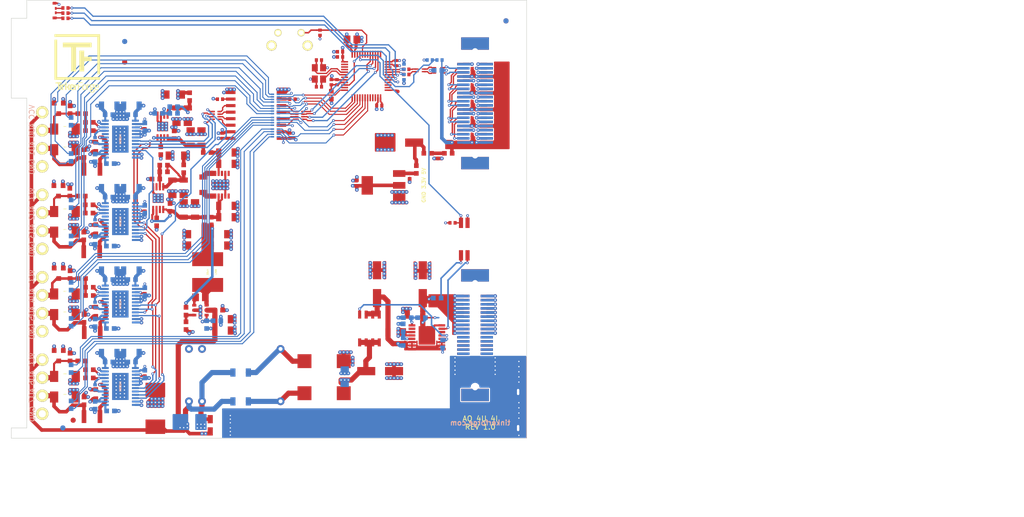
<source format=kicad_pcb>
(kicad_pcb (version 20221018) (generator pcbnew)
  (title_block (title "TNG AO 4U 4I") (date "2020-09-04") (rev "1.1") (company "Tinkerforge GmbH") (comment 1 "Licensed under CERN OHL v.1.1") (comment 2 "Copyright (©) 2020, B.Nordmeyer <bastian@tinkerforge.com>"))
  (layers (0 "F.Cu" signal) (1 "In1.Cu" power "GND") (2 "In2.Cu" power "VCC") (31 "B.Cu" signal) (34 "B.Paste" user) (35 "F.Paste" user) (36 "B.SilkS" user "B.Silkscreen") (37 "F.SilkS" user "F.Silkscreen") (38 "B.Mask" user) (39 "F.Mask" user) (44 "Edge.Cuts" user))
  (net 0 "")
  (net 1 "GND")
  (net 2 "3V3")
  (net 3 "Net-(C102-Pad1)")
  (net 4 "Net-(C108-Pad2)")
  (net 5 "Net-(C109-Pad2)")
  (net 6 "+5V")
  (net 7 "Net-(C112-Pad1)")
  (net 8 "USB-DP")
  (net 9 "USB-DM")
  (net 10 "5VA")
  (net 11 "Net-(C117-Pad1)")
  (net 12 "Earth")
  (net 13 "AGND")
  (net 14 "Net-(D203-Pad2)")
  (net 15 "Net-(D203-Pad1)")
  (net 16 "Net-(D204-Pad1)")
  (net 17 "Net-(D204-Pad2)")
  (net 18 "Net-(D205-Pad2)")
  (net 19 "Net-(D205-Pad1)")
  (net 20 "Net-(D206-Pad1)")
  (net 21 "Net-(D206-Pad2)")
  (net 22 "Net-(D207-Pad2)")
  (net 23 "Net-(D207-Pad1)")
  (net 24 "Net-(D208-Pad1)")
  (net 25 "Net-(D208-Pad2)")
  (net 26 "Net-(D209-Pad2)")
  (net 27 "Net-(D209-Pad1)")
  (net 28 "Net-(D210-Pad1)")
  (net 29 "Net-(D210-Pad2)")
  (net 30 "VCC")
  (net 31 "Net-(J103-Pad29)")
  (net 32 "Net-(J103-Pad27)")
  (net 33 "Net-(J103-Pad21)")
  (net 34 "Net-(J103-Pad19)")
  (net 35 "Net-(J103-Pad13)")
  (net 36 "Net-(J103-Pad11)")
  (net 37 "Net-(J103-Pad5)")
  (net 38 "Net-(J103-Pad3)")
  (net 39 "Net-(LED101-Pad4)")
  (net 40 "Net-(LED101-Pad2)")
  (net 41 "Net-(LED101-Pad3)")
  (net 42 "LEDR")
  (net 43 "LED3")
  (net 44 "LED2")
  (net 45 "LED5")
  (net 46 "LED4")
  (net 47 "LED6")
  (net 48 "LED7")
  (net 49 "LEDG")
  (net 50 "LED1")
  (net 51 "LED0")
  (net 52 "LEDB")
  (net 53 "Net-(C119-Pad2)")
  (net 54 "USB-DMA")
  (net 55 "USB-DPA")
  (net 56 "USB-DMB")
  (net 57 "USB-DPB")
  (net 58 "AIN0")
  (net 59 "USB-DMC")
  (net 60 "USB-DPC")
  (net 61 "AGNDA")
  (net 62 "VCCPWRA")
  (net 63 "Net-(P102-Pad1)")
  (net 64 "Net-(C121-Pad1)")
  (net 65 "PWR_GOOD")
  (net 66 "Net-(R110-Pad2)")
  (net 67 "Net-(R111-Pad2)")
  (net 68 "Net-(R113-Pad2)")
  (net 69 "Net-(R114-Pad2)")
  (net 70 "PWR_PG")
  (net 71 "Net-(Q101-PadG)")
  (net 72 "Net-(C120-Pad2)")
  (net 73 "VO")
  (net 74 "Net-(R101-Pad2)")
  (net 75 "Net-(C205-Pad1)")
  (net 76 "Net-(C206-Pad1)")
  (net 77 "DVDD")
  (net 78 "Net-(C237-Pad2)")
  (net 79 "Net-(C238-Pad2)")
  (net 80 "Net-(R254-Pad2)")
  (net 81 "SPI-MISO")
  (net 82 "SPI-CLK")
  (net 83 "SPI-MOSI")
  (net 84 "Net-(RP206-Pad5)")
  (net 85 "Net-(RP206-Pad6)")
  (net 86 "Net-(RP206-Pad7)")
  (net 87 "Net-(RP206-Pad8)")
  (net 88 "Net-(C201-Pad2)")
  (net 89 "Net-(C202-Pad2)")
  (net 90 "Net-(C203-Pad2)")
  (net 91 "Net-(C204-Pad2)")
  (net 92 "Net-(C205-Pad2)")
  (net 93 "Net-(C206-Pad2)")
  (net 94 "+15V")
  (net 95 "Net-(C211-Pad2)")
  (net 96 "Net-(C212-Pad2)")
  (net 97 "-15V")
  (net 98 "Net-(C218-Pad2)")
  (net 99 "Net-(C219-Pad2)")
  (net 100 "Net-(C220-Pad2)")
  (net 101 "Net-(C221-Pad2)")
  (net 102 "Net-(C222-Pad2)")
  (net 103 "Net-(C223-Pad2)")
  (net 104 "Net-(C223-Pad1)")
  (net 105 "Net-(C224-Pad1)")
  (net 106 "Net-(C224-Pad2)")
  (net 107 "Net-(C229-Pad2)")
  (net 108 "Net-(C230-Pad2)")
  (net 109 "Net-(C241-Pad2)")
  (net 110 "Net-(C244-Pad2)")
  (net 111 "Net-(C248-Pad2)")
  (net 112 "Net-(C249-Pad2)")
  (net 113 "Net-(C250-Pad1)")
  (net 114 "Net-(C250-Pad2)")
  (net 115 "Net-(C251-Pad2)")
  (net 116 "Net-(C253-Pad1)")
  (net 117 "Net-(C253-Pad2)")
  (net 118 "Net-(C254-Pad2)")
  (net 119 "Net-(C255-Pad2)")
  (net 120 "Net-(C256-Pad1)")
  (net 121 "Net-(C256-Pad2)")
  (net 122 "Net-(C258-Pad1)")
  (net 123 "Net-(C263-Pad2)")
  (net 124 "Net-(D215-Pad3)")
  (net 125 "Net-(D216-Pad3)")
  (net 126 "Net-(D223-Pad3)")
  (net 127 "Net-(D224-Pad3)")
  (net 128 "Net-(L201-Pad1)")
  (net 129 "Net-(L203-Pad1)")
  (net 130 "Net-(L204-Pad1)")
  (net 131 "Net-(L205-Pad1)")
  (net 132 "Net-(R201-Pad2)")
  (net 133 "Net-(R204-Pad2)")
  (net 134 "Net-(R207-Pad1)")
  (net 135 "Net-(R208-Pad1)")
  (net 136 "Net-(R209-Pad1)")
  (net 137 "Net-(R210-Pad1)")
  (net 138 "Net-(R211-Pad2)")
  (net 139 "Net-(R214-Pad2)")
  (net 140 "Net-(R217-Pad1)")
  (net 141 "Net-(R218-Pad1)")
  (net 142 "Net-(R219-Pad1)")
  (net 143 "Net-(R220-Pad1)")
  (net 144 "Net-(R221-Pad1)")
  (net 145 "Net-(R222-Pad1)")
  (net 146 "Net-(R228-Pad1)")
  (net 147 "Net-(RP205-Pad1)")
  (net 148 "Net-(RP205-Pad2)")
  (net 149 "Net-(RP205-Pad3)")
  (net 150 "Net-(RP205-Pad4)")
  (net 151 "_SPI-MISO")
  (net 152 "_SPI-CLK")
  (net 153 "_SPI-MOSI")
  (net 154 "_SPI-LATCH")
  (net 155 "SPI-LATCH")
  (net 156 "Net-(U201-Pad10)")
  (net 157 "Net-(U202-Pad10)")
  (net 158 "Net-(U204-Pad10)")
  (net 159 "Net-(J101-Pad22)")
  (net 160 "Net-(J101-Pad24)")
  (net 161 "Net-(J101-Pad26)")
  (net 162 "Net-(J101-Pad28)")
  (net 163 "Net-(J101-Pad30)")
  (net 164 "Net-(J101-Pad21)")
  (net 165 "Net-(J101-Pad23)")
  (net 166 "Net-(J101-Pad25)")
  (net 167 "Net-(J101-Pad27)")
  (net 168 "Net-(J101-Pad29)")
  (net 169 "Net-(J102-Pad22)")
  (net 170 "Net-(J102-Pad24)")
  (net 171 "Net-(J102-Pad26)")
  (net 172 "Net-(J102-Pad28)")
  (net 173 "Net-(J102-Pad30)")
  (net 174 "Net-(J102-Pad21)")
  (net 175 "Net-(J102-Pad23)")
  (net 176 "Net-(J102-Pad25)")
  (net 177 "Net-(J102-Pad27)")
  (net 178 "Net-(J102-Pad29)")
  (net 179 "Net-(J103-Pad37)")
  (net 180 "Net-(J103-Pad35)")
  (net 181 "Net-(U101-Pad2)")
  (net 182 "Net-(U101-Pad3)")
  (net 183 "Net-(U101-Pad4)")
  (net 184 "Net-(U101-Pad7)")
  (net 185 "ADC-RESET")
  (net 186 "Net-(U101-Pad20)")
  (net 187 "Net-(U101-Pad21)")
  (net 188 "Net-(U101-Pad22)")
  (net 189 "Net-(U101-Pad26)")
  (net 190 "Net-(U101-Pad27)")
  (net 191 "Net-(U101-Pad28)")
  (net 192 "Net-(U101-Pad34)")
  (net 193 "Net-(U101-Pad37)")
  (net 194 "Net-(U101-Pad42)")
  (net 195 "Net-(U101-Pad43)")
  (net 196 "Net-(U101-Pad46)")
  (net 197 "Net-(U104-Pad8)")
  (net 198 "Net-(U104-Pad7)")
  (net 199 "Net-(U106-Pad2)")
  (net 200 "Net-(U106-Pad12)")
  (net 201 "Net-(U201-Pad20)")
  (net 202 "Net-(U201-Pad18)")
  (net 203 "Net-(U201-Pad16)")
  (net 204 "Net-(U202-Pad20)")
  (net 205 "Net-(U202-Pad18)")
  (net 206 "Net-(U202-Pad16)")
  (net 207 "Net-(U204-Pad20)")
  (net 208 "Net-(U204-Pad18)")
  (net 209 "Net-(U204-Pad16)")
  (net 210 "Net-(U205-Pad20)")
  (net 211 "Net-(U205-Pad18)")
  (net 212 "Net-(U205-Pad16)")
  (net 213 "Net-(U207-Pad7)")
  (net 214 "Net-(U208-Pad7)")
  (net 215 "Net-(U208-Pad3)")
  (net 216 "Net-(U209-Pad12)")
  (net 217 "Net-(U209-Pad3)")
  (net 218 "Net-(U209-Pad1)")
  (footprint "kicad-libraries:LQFP48" (layer "F.Cu") (at 158.7 77.2 -90)
    (fp_text reference "U101")
    (fp_text value "STM32F070CBT6")
  )
  (footprint "kicad-libraries:CRYSTAL_3225" (layer "F.Cu") (at 149.5 76.7 90)
    (fp_text reference "X101")
    (fp_text value "8MHz")
  )
  (footprint "kicad-libraries:Logo_TF_10x12" (layer "F.Cu") (at 102.6 74.6)
    (fp_text reference "G***" hide)
    (fp_text value "LOGO" hide)
  )
  (footprint "kicad-libraries:DEBUG_PAD" (layer "F.Cu") (at 164.8 80.2)
    (fp_text reference "P102")
    (fp_text value "Debug")
  )
  (footprint "kicad-libraries:SOP4" (layer "F.Cu") (at 177.7 108.85 180)
    (fp_text reference "U105")
    (fp_text value "TLP293")
  )
  (footprint "kicad-libraries:SOT-223" (layer "F.Cu") (at 161.975 98.425 90)
    (fp_text reference "U102")
    (fp_text value "AZ1117EH")
  )
  (footprint "kicad-libraries:SOIC-8-MOSFET" (layer "F.Cu") (at 159.3 126.2 180)
    (fp_text reference "Q101")
    (fp_text value "FDS8449")
  )
  (footprint "kicad-libraries:PE_Hook" (layer "F.Cu") (at 188.3 139.6)
    (fp_text reference "P103")
    (fp_text value "PE")
  )
  (footprint "kicad-libraries:HTSSOP14" (layer "F.Cu") (at 170.45 127.55 180)
    (fp_text reference "U106")
    (fp_text value "STEF01")
  )
  (footprint "kicad-libraries:TEL10" (layer "F.Cu") (at 133.15 135.25 180)
    (fp_text reference "U104")
    (fp_text value "DNP")
  )
  (footprint "kicad-libraries:Fiducial_Mark" (layer "F.Cu") (at 185.8 66.5)
    (fp_text reference "Fiducial_Mark" hide)
    (fp_text value "VAL**" hide)
  )
  (footprint "kicad-libraries:Fiducial_Mark" (layer "F.Cu") (at 101.8 144)
    (fp_text reference "Fiducial_Mark" hide)
    (fp_text value "VAL**" hide)
  )
  (footprint "kicad-libraries:Fiducial_Mark" (layer "F.Cu") (at 111.8 74.5)
    (fp_text reference "Fiducial_Mark" hide)
    (fp_text value "VAL**" hide)
  )
  (footprint "kicad-libraries:Fiducial_Mark" (layer "F.Cu") (at 175.8 142.5)
    (fp_text reference "Fiducial_Mark" hide)
    (fp_text value "VAL**" hide)
  )
  (footprint "kicad-libraries:TACT-6MM-HOR" (layer "F.Cu") (at 143.8 68.8)
    (fp_text reference "SW101")
    (fp_text value "BOOT")
  )
  (footprint "kicad-libraries:WE-SL5" (layer "F.Cu") (at 150.5 135.65 180)
    (fp_text reference "T101")
    (fp_text value "744273222")
  )
  (footprint "kicad-libraries:C0603F" (layer "F.Cu") (at 101.2 83.75 -90)
    (fp_text reference "C201")
    (fp_text value "100nF/30V")
  )
  (footprint "kicad-libraries:C0603F" (layer "F.Cu") (at 101.15 99.75 -90)
    (fp_text reference "C202")
    (fp_text value "100nF/30V")
  )
  (footprint "kicad-libraries:C0603F" (layer "F.Cu") (at 103.9 92.25 -90)
    (fp_text reference "C203")
    (fp_text value "100nF/30V")
  )
  (footprint "kicad-libraries:C0603F" (layer "F.Cu") (at 103.85 108.25 -90)
    (fp_text reference "C204")
    (fp_text value "100nF/30V")
  )
  (footprint "kicad-libraries:C0603F" (layer "F.Cu") (at 101.2 131.75 -90)
    (fp_text reference "C220")
    (fp_text value "100nF/30V")
  )
  (footprint "kicad-libraries:C0603F" (layer "F.Cu") (at 103.9 140.25 -90)
    (fp_text reference "C222")
    (fp_text value "100nF/30V")
  )
  (footprint "kicad-libraries:C0402F" (layer "F.Cu") (at 130.75 88.8 90)
    (fp_text reference "C233")
    (fp_text value "100nF")
  )
  (footprint "kicad-libraries:C0402F" (layer "F.Cu") (at 143.8 88.8 90)
    (fp_text reference "C235")
    (fp_text value "100nF")
  )
  (footprint "kicad-libraries:C0603F" (layer "F.Cu") (at 121.4 88.6 90)
    (fp_text reference "C246")
    (fp_text value "100nF/30V")
  )
  (footprint "kicad-libraries:C0603F" (layer "F.Cu") (at 118.8 91.7 90)
    (fp_text reference "C248")
    (fp_text value "10nF/30V")
  )
  (footprint "kicad-libraries:C0603F" (layer "F.Cu") (at 119.35 94.5 180)
    (fp_text reference "C249")
    (fp_text value "10nF/30V")
  )
  (footprint "kicad-libraries:C0603F" (layer "F.Cu") (at 118 105.5 90)
    (fp_text reference "C254")
    (fp_text value "10nF/30V")
  )
  (footprint "kicad-libraries:C1206" (layer "F.Cu") (at 121.85 84.9 90)
    (fp_text reference "C257")
    (fp_text value "4.7uF/50V")
  )
  (footprint "kicad-libraries:C1206" (layer "F.Cu") (at 124.05 84.9 90)
    (fp_text reference "C260")
    (fp_text value "4.7uF/50V")
  )
  (footprint "kicad-libraries:C1206" (layer "F.Cu") (at 121.5 80.8)
    (fp_text reference "C265")
    (fp_text value "4.7uF/50V")
  )
  (footprint "kicad-libraries:SMB" (layer "F.Cu") (at 100.2 103.5 180)
    (fp_text reference "D202")
    (fp_text value "SMBJ18CA")
  )
  (footprint "kicad-libraries:SOT23-3" (layer "F.Cu") (at 99 83.5)
    (fp_text reference "D211")
    (fp_text value "CDSOT23-T15C")
  )
  (footprint "kicad-libraries:SOT23-3" (layer "F.Cu") (at 98.95 99.5)
    (fp_text reference "D212")
    (fp_text value "CDSOT23-T15C")
  )
  (footprint "kicad-libraries:SMB" (layer "F.Cu") (at 100.2 91.5 180)
    (fp_text reference "D213")
    (fp_text value "SMBJ18CA")
  )
  (footprint "kicad-libraries:SMB" (layer "F.Cu") (at 100.2 107.5 180)
    (fp_text reference "D214")
    (fp_text value "SMBJ18CA")
  )
  (footprint "kicad-libraries:SOT23-3" (layer "F.Cu") (at 107.2 90.95 90)
    (fp_text reference "D215")
    (fp_text value "CDSOT23-T15C")
  )
  (footprint "kicad-libraries:SOT23-3" (layer "F.Cu") (at 107.2 106.95 90)
    (fp_text reference "D216")
    (fp_text value "CDSOT23-T15C")
  )
  (footprint "kicad-libraries:SMB" (layer "F.Cu") (at 100.2 119.5 180)
    (fp_text reference "D217")
    (fp_text value "SMBJ18CA")
  )
  (footprint "kicad-libraries:SMB" (layer "F.Cu") (at 100.2 135.5 180)
    (fp_text reference "D218")
    (fp_text value "SMBJ18CA")
  )
  (footprint "kicad-libraries:SOT23-3" (layer "F.Cu") (at 99 131.5)
    (fp_text reference "D220")
    (fp_text value "CDSOT23-T15C")
  )
  (footprint "kicad-libraries:SOT23-3" (layer "F.Cu") (at 107.2 138.95 90)
    (fp_text reference "D224")
    (fp_text value "CDSOT23-T15C")
  )
  (footprint "kicad-libraries:C0603F" (layer "F.Cu") (at 103.45 84.5 180)
    (fp_text reference "L201")
    (fp_text value "FB")
  )
  (footprint "kicad-libraries:C0603F" (layer "F.Cu") (at 103.4 100.5 180)
    (fp_text reference "L203")
    (fp_text value "FB")
  )
  (footprint "kicad-libraries:C0603F" (layer "F.Cu") (at 103.45 132.5 180)
    (fp_text reference "L205")
    (fp_text value "FB")
  )
  (footprint "kicad-libraries:C0603F" (layer "F.Cu") (at 124.4 81.2 90)
    (fp_text reference "L209")
    (fp_text value "FB")
  )
  (footprint "kicad-libraries:R0402F" (layer "F.Cu") (at 115.7 86.9 90)
    (fp_text reference "R209")
    (fp_text value "10k")
  )
  (footprint "kicad-libraries:R0402F" (layer "F.Cu") (at 115.7 102.9 90)
    (fp_text reference "R210")
    (fp_text value "10k")
  )
  (footprint "kicad-libraries:R0402F" (layer "F.Cu") (at 115.7 134.9 90)
    (fp_text reference "R220")
    (fp_text value "10k")
  )
  (footprint "kicad-libraries:R0402F" (layer "F.Cu") (at 130.3 81.7 180)
    (fp_text reference "R221")
    (fp_text value "0")
  )
  (footprint "kicad-libraries:R0603F" (layer "F.Cu") (at 119.35 95.8)
    (fp_text reference "R224")
    (fp_text value "110k")
  )
  (footprint "kicad-libraries:R0603F" (layer "F.Cu") (at 117.85 97.2)
    (fp_text reference "R225")
    (fp_text value "9.42k")
  )
  (footprint "kicad-libraries:R0603F" (layer "F.Cu") (at 123.7 122.85 90)
    (fp_text reference "R228")
    (fp_text value "374k")
  )
  (footprint "kicad-libraries:R0603F" (layer "F.Cu") (at 123.7 125.65 90)
    (fp_text reference "R229")
    (fp_text value "22.1k")
  )
  (footprint "kicad-libraries:R0402F" (layer "F.Cu") (at 144.35 81.7 180)
    (fp_text reference "R254")
    (fp_text value "0")
  )
  (footprint "kicad-libraries:4X0402" (layer "F.Cu") (at 129.55 84.85 90)
    (fp_text reference "RP205")
    (fp_text value "470")
  )
  (footprint "kicad-libraries:4X0402" (layer "F.Cu") (at 145.8 84.85 90)
    (fp_text reference "RP206")
    (fp_text value "470")
  )
  (footprint "kicad-libraries:MSOP-8-EP" (layer "F.Cu") (at 119.15 87 180)
    (fp_text reference "U207")
    (fp_text value "TPS7A3001DGNR")
  )
  (footprint "kicad-libraries:SMB" (layer "F.Cu") (at 100.2 139.5 180)
    (fp_text reference "D222")
    (fp_text value "SMBJ18CA")
  )
  (footprint "kicad-libraries:R0603F" (layer "F.Cu") (at 104.95 86.2)
    (fp_text reference "R201")
    (fp_text value "15")
  )
  (footprint "kicad-libraries:R0603F" (layer "F.Cu") (at 104.95 87.8)
    (fp_text reference "R202")
    (fp_text value "15")
  )
  (footprint "kicad-libraries:R1210" (layer "F.Cu") (at 105.45 95.3)
    (fp_text reference "R203")
    (fp_text value "15 1/2W 1%")
  )
  (footprint "kicad-libraries:R0603F" (layer "F.Cu") (at 104.9 102.2)
    (fp_text reference "R204")
    (fp_text value "15")
  )
  (footprint "kicad-libraries:R0603F" (layer "F.Cu") (at 104.9 103.8)
    (fp_text reference "R205")
    (fp_text value "15")
  )
  (footprint "kicad-libraries:R1210" (layer "F.Cu") (at 105.4 111.3)
    (fp_text reference "R206")
    (fp_text value "15 1/2W 1%")
  )
  (footprint "kicad-libraries:R0603F" (layer "F.Cu") (at 104.95 134.2)
    (fp_text reference "R214")
    (fp_text value "15")
  )
  (footprint "kicad-libraries:R1210" (layer "F.Cu") (at 105.45 143.3)
    (fp_text reference "R216")
    (fp_text value "15 1/2W 1%")
  )
  (footprint "kicad-libraries:C1206" (layer "F.Cu") (at 130.1 107.9 180)
    (fp_text reference "C267")
    (fp_text value "4.7uF/50V")
  )
  (footprint "kicad-libraries:C0603F" (layer "F.Cu") (at 127.2 105.35 -90)
    (fp_text reference "L202")
    (fp_text value "FB")
  )
  (footprint "kicad-libraries:C0603F" (layer "F.Cu") (at 128.6 105.35 -90)
    (fp_text reference "L210")
    (fp_text value "FB")
  )
  (footprint "kicad-libraries:C1206" (layer "F.Cu") (at 121.05 98.9 90)
    (fp_text reference "C247")
    (fp_text value "4.7uF/50V")
  )
  (footprint "kicad-libraries:C1206" (layer "F.Cu") (at 131.55 92.05 180)
    (fp_text reference "C251")
    (fp_text value "4.7uF/50V")
  )
  (footprint "kicad-libraries:C1206" (layer "F.Cu") (at 131.55 94.25 180)
    (fp_text reference "C252")
    (fp_text value "4.7uF/50V")
  )
  (footprint "kicad-libraries:C1206" (layer "F.Cu") (at 125.7 110.1)
    (fp_text reference "C255")
    (fp_text value "4.7uF/50V")
  )
  (footprint "kicad-libraries:C1206" (layer "F.Cu") (at 127.1 98.3 -90)
    (fp_text reference "C256")
    (fp_text value "1uF/50V")
  )
  (footprint "kicad-libraries:C1206" (layer "F.Cu") (at 125.7 107.9)
    (fp_text reference "C259")
    (fp_text value "4.7uF/50V")
  )
  (footprint "kicad-libraries:C1206" (layer "F.Cu") (at 123.25 103.1 -90)
    (fp_text reference "C261")
    (fp_text value "4.7uF/50V")
  )
  (footprint "kicad-libraries:C1206" (layer "F.Cu") (at 130.1 110.1 180)
    (fp_text reference "C262")
    (fp_text value "4.7uF/50V")
  )
  (footprint "kicad-libraries:C1206" (layer "F.Cu") (at 131.55 102.4 180)
    (fp_text reference "C263")
    (fp_text value "4.7uF/50V")
  )
  (footprint "kicad-libraries:C1206" (layer "F.Cu") (at 125.45 103.1 -90)
    (fp_text reference "C264")
    (fp_text value "4.7uF/50V")
  )
  (footprint "kicad-libraries:C1206" (layer "F.Cu") (at 131.55 104.6 180)
    (fp_text reference "C266")
    (fp_text value "4.7uF/50V")
  )
  (footprint "kicad-libraries:C0603F" (layer "F.Cu") (at 120.6 102.7 90)
    (fp_text reference "C258")
    (fp_text value "100nF/30V")
  )
  (footprint "kicad-libraries:C1206" (layer "F.Cu") (at 130.8 126.6 180)
    (fp_text reference "C239")
    (fp_text value "4.7uF/30V")
  )
  (footprint "kicad-libraries:C1206" (layer "F.Cu") (at 121.75 92.65)
    (fp_text reference "C240")
    (fp_text value "4.7uF/50V")
  )
  (footprint "kicad-libraries:C1206" (layer "F.Cu") (at 126.7 89.15 -90)
    (fp_text reference "C241")
    (fp_text value "4.7uF/50V")
  )
  (footprint "kicad-libraries:C1206" (layer "F.Cu") (at 130.80114 124.4 180)
    (fp_text reference "C242")
    (fp_text value "4.7uF/30V")
  )
  (footprint "kicad-libraries:C1206" (layer "F.Cu") (at 124.6 89.15 -90)
    (fp_text reference "C243")
    (fp_text value "4.7uF/50V")
  )
  (footprint "kicad-libraries:C1206" (layer "F.Cu") (at 123.25 98.9 90)
    (fp_text reference "C244")
    (fp_text value "4.7uF/50V")
  )
  (footprint "kicad-libraries:C0603F" (layer "F.Cu") (at 130.05 122.65 180)
    (fp_text reference "C245")
    (fp_text value "100nF/30V")
  )
  (footprint "kicad-libraries:SRN6045" (layer "F.Cu") (at 127.9 115.25 90)
    (fp_text reference "L208")
    (fp_text value "33uH")
  )
  (footprint "kicad-libraries:C0603F" (layer "F.Cu") (at 123.25 95.2 90)
    (fp_text reference "L206")
    (fp_text value "FB")
  )
  (footprint "kicad-libraries:C0603F" (layer "F.Cu") (at 127.8 92.05)
    (fp_text reference "L207")
    (fp_text value "FB")
  )
  (footprint "kicad-libraries:MSOP12_EXP" (layer "F.Cu") (at 130.35 98.3 180)
    (fp_text reference "U209")
    (fp_text value "LTC3261")
  )
  (footprint "kicad-libraries:MSOP-8-EP" (layer "F.Cu") (at 118.3 100.9 180)
    (fp_text reference "U208")
    (fp_text value "TPS7A4901DGNR")
  )
  (footprint "kicad-libraries:SMB" (layer "F.Cu") (at 100.2 123.5 180)
    (fp_text reference "D221")
    (fp_text value "SMBJ18CA")
  )
  (footprint "kicad-libraries:SOT23-6" (layer "F.Cu") (at 126.5 122.65 -90)
    (fp_text reference "U206")
    (fp_text value "TPS560430YDBVR")
  )
  (footprint "kicad-libraries:SOT23-3" (layer "F.Cu") (at 99 115.5)
    (fp_text reference "D219")
    (fp_text value "CDSOT23-T15C")
  )
  (footprint "kicad-libraries:C0603F" (layer "F.Cu") (at 101.2 115.75 -90)
    (fp_text reference "C219")
    (fp_text value "100nF/30V")
  )
  (footprint "kicad-libraries:C0603F" (layer "F.Cu") (at 103.45 116.5 180)
    (fp_text reference "L204")
    (fp_text value "FB")
  )
  (footprint "kicad-libraries:C0603F" (layer "F.Cu") (at 103.9 124.25 -90)
    (fp_text reference "C221")
    (fp_text value "100nF/30V")
  )
  (footprint "kicad-libraries:R1210" (layer "F.Cu") (at 105.5 127)
    (fp_text reference "R213")
    (fp_text value "15 1/2W 1%")
  )
  (footprint "kicad-libraries:SOIC16_WIDE" (layer "F.Cu") (at 137.3 84.85 90)
    (fp_text reference "U203")
    (fp_text value "ISO7741DWR")
  )
  (footprint "kicad-libraries:R0603F" (layer "F.Cu") (at 104.95 119.8)
    (fp_text reference "R212")
    (fp_text value "15")
  )
  (footprint "kicad-libraries:R0603F" (layer "F.Cu") (at 104.95 118.2)
    (fp_text reference "R211")
    (fp_text value "15")
  )
  (footprint "kicad-libraries:R0603F" (layer "F.Cu") (at 104.95 135.8)
    (fp_text reference "R215")
    (fp_text value "15")
  )
  (footprint "kicad-libraries:R0402F" (layer "F.Cu") (at 115.7 118.9 90)
    (fp_text reference "R219")
    (fp_text value "10k")
  )
  (footprint "kicad-libraries:SMC" (layer "F.Cu") (at 117.75 141.7 90)
    (fp_text reference "D101")
    (fp_text value "3.0SMI30CATR")
  )
  (footprint "kicad-libraries:SOT23-3" (layer "F.Cu") (at 107.2 122.95 90)
    (fp_text reference "D223")
    (fp_text value "CDSOT23-T15C")
  )
  (footprint "kicad-libraries:ELKO_63" (layer "F.Cu") (at 165.275 90.125)
    (fp_text reference "C111")
    (fp_text value "100uF/35V")
  )
  (footprint "kicad-libraries:ELKO_63" (layer "F.Cu") (at 169.65 117.6 -90)
    (fp_text reference "C122")
    (fp_text value "100uF/35V")
  )
  (footprint "kicad-libraries:ELKO_63" (layer "F.Cu") (at 161.375 134.475 180)
    (fp_text reference "C123")
    (fp_text value "100uF/35V")
  )
  (footprint "kicad-libraries:ELKO_63" (layer "F.Cu") (at 160.775 117.6 -90)
    (fp_text reference "C124")
    (fp_text value "100uF/35V")
  )
  (footprint "kicad-libraries:R0402F" (layer "F.Cu") (at 175.425 105.7 180)
    (fp_text reference "R109")
    (fp_text value "10k")
  )
  (footprint "kicad-libraries:SMB" (layer "F.Cu") (at 100.2 87.5 180)
    (fp_text reference "D201")
    (fp_text value "SMBJ18CA")
  )
  (footprint "kicad-libraries:C0805E" (layer "F.Cu") (at 155.9 70.1)
    (fp_text reference "C110")
    (fp_text value "10uF")
  )
  (footprint "kicad-libraries:C0805E" (layer "F.Cu") (at 126.5 120.15 180)
    (fp_text reference "C250")
    (fp_text value "100nF/100V")
  )
  (footprint "kicad-libraries:C0402F" (layer "F.Cu") (at 153.6 72.5 180)
    (fp_text reference "C101")
    (fp_text value "1uF")
  )
  (footprint "kicad-libraries:C0402F" (layer "F.Cu") (at 151.9 78.4 90)
    (fp_text reference "C102")
    (fp_text value "1uF")
  )
  (footprint "kicad-libraries:C0402F" (layer "F.Cu") (at 161.2 82.9 180)
    (fp_text reference "C103")
    (fp_text value "100nF")
  )
  (footprint "kicad-libraries:C0402F" (layer "F.Cu") (at 164.4 74.7 -90)
    (fp_text reference "C104")
    (fp_text value "100nF")
  )
  (footprint "kicad-libraries:C0402F" (layer "F.Cu") (at 156.2 71.5)
    (fp_text reference "C105")
    (fp_text value "100nF")
  )
  (footprint "kicad-libraries:C0402F" (layer "F.Cu") (at 153.6 73.5 180)
    (fp_text reference "C106")
    (fp_text value "100nF")
  )
  (footprint "kicad-libraries:C0402F" (layer "F.Cu") (at 153 78.4 90)
    (fp_text reference "C107")
    (fp_text value "100nF")
  )
  (footprint "kicad-libraries:C0402F" (layer "F.Cu") (at 149.5 74.1 180)
    (fp_text reference "C108")
    (fp_text value "33pF")
  )
  (footprint "kicad-libraries:C0402F" (layer "F.Cu") (at 149.5 79.3)
    (fp_text reference "C109")
    (fp_text value "33pF")
  )
  (footprint "kicad-libraries:C0402F" (layer "F.Cu") (at 172.6 92.7 -90)
    (fp_text reference "C112")
    (fp_text value "100nF")
  )
  (footprint "kicad-libraries:C0402F" (layer "F.Cu") (at 156.85 98 90)
    (fp_text reference "C116")
    (fp_text value "1uF")
  )
  (footprint "kicad-libraries:C0402F" (layer "F.Cu") (at 167.1 96.6 -90)
    (fp_text reference "C117")
    (fp_text value "1uF")
  )
  (footprint "kicad-libraries:C1206" (layer "F.Cu") (at 125.1 143.6)
    (fp_text reference "C118")
    (fp_text value "10uF/50V")
  )
  (footprint "kicad-libraries:C1206" (layer "F.Cu") (at 164.4 126.95)
    (fp_text reference "C125")
    (fp_text value "10uF/35V")
  )
  (footprint "kicad-libraries:C1206" (layer "F.Cu") (at 168.15 123.5 180)
    (fp_text reference "C126")
    (fp_text value "10uF/35V")
  )
  (footprint "kicad-libraries:C1206" (layer "F.Cu") (at 129.9 146.175)
    (fp_text reference "C127")
    (fp_text value "1nF/2kV")
  )
  (footprint "kicad-libraries:C1206" (layer "F.Cu") (at 129.9 143.8 180)
    (fp_text reference "C128")
    (fp_text value "1nF/2kV")
  )
  (footprint "kicad-libraries:TNG-40-TOP" (layer "F.Cu") (at 179.8 127.5 -90)
    (fp_text reference "J101")
    (fp_text value "TNG-Power-TOP")
  )
  (footprint "kicad-libraries:TNG-40-TOP" (layer "F.Cu") (at 179.8 82.5 -90)
    (fp_text reference "J103")
    (fp_text value "TNG-Data-TOP")
  )
  (footprint "kicad-libraries:R0603F" (layer "F.Cu") (at 151.9 80.9 90)
    (fp_text reference "L101")
    (fp_text value "FB")
  )
  (footprint "kicad-libraries:R0603F" (layer "F.Cu") (at 168.4 95.35 -90)
    (fp_text reference "L102")
    (fp_text value "INDUCTs")
  )
  (footprint "kicad-libraries:R0603F" (layer "F.Cu") (at 170.6 92.2 180)
    (fp_text reference "L103")
    (fp_text value "INDUCTs")
  )
  (footprint "kicad-libraries:R0603F" (layer "F.Cu") (at 174.6 92.2 180)
    (fp_text reference "L104")
    (fp_text value "INDUCTs")
  )
  (footprint "kicad-libraries:WE-CNSW-0603" (layer "F.Cu") (at 169.15 76.1 180)
    (fp_text reference "L105")
    (fp_text value "744230900")
  )
  (footprint "kicad-libraries:LED-RGB-LP" (layer "F.Cu") (at 98.2 64.5 90)
    (fp_text reference "LED101")
    (fp_text value "EASV3015RGBA0")
  )
  (footprint "kicad-libraries:OQ_4P" (layer "F.Cu") (at 95.8 89.5 -90)
    (fp_text reference "P201")
    (fp_text value "OUTPUT0")
  )
  (footprint "kicad-libraries:OQ_4P" (layer "F.Cu") (at 95.8 105.5 -90)
    (fp_text reference "P202")
    (fp_text value "OUTPUT1")
  )
  (footprint "kicad-libraries:OQ_4P" (layer "F.Cu") (at 95.8 121.5 -90)
    (fp_text reference "P203")
    (fp_text value "OUTPUT2")
  )
  (footprint "kicad-libraries:OQ_4P" (layer "F.Cu") (at 95.8 137.5 -90)
    (fp_text reference "P204")
    (fp_text value "OUTPUT3")
  )
  (footprint "kicad-libraries:R0402F" (layer "F.Cu") (at 149.7 68.8 90)
    (fp_text reference "R101")
    (fp_text value "1k")
  )
  (footprint "kicad-libraries:R0402F" (layer "F.Cu") (at 100.3 66 180)
    (fp_text reference "R102")
    (fp_text value "0")
  )
  (footprint "kicad-libraries:R0402F" (layer "F.Cu") (at 166.45 75.9 180)
    (fp_text reference "R103")
    (fp_text value "22")
  )
  (footprint "kicad-libraries:R0402F" (layer "F.Cu") (at 166.45 76.9 180)
    (fp_text reference "R104")
    (fp_text value "22")
  )
  (footprint "kicad-libraries:R0402F" (layer "F.Cu") (at 100.3 65 180)
    (fp_text reference "R105")
    (fp_text value "0")
  )
  (footprint "kicad-libraries:R0402F" (layer "F.Cu") (at 100.3 64 180)
    (fp_text reference "R106")
    (fp_text value "56")
  )
  (footprint "kicad-libraries:SOT563-SPEC" (layer "F.Cu") (at 172.65 76.1 -90)
    (fp_text reference "U103")
    (fp_text value "82400152")
  )
  (footprint "kicad-libraries:R0603F" (layer "B.Cu") (at 172.45 120.3)
    (fp_text reference "R110")
    (fp_text value "10k")
  )
  (footprint "kicad-libraries:R0603F" (layer "B.Cu") (at 165.85 128.75 90)
    (fp_text reference "R111")
    (fp_text value "DNP")
  )
  (footprint "kicad-libraries:R0603F" (layer "B.Cu") (at 165.85 126.05 90)
    (fp_text reference "R112")
    (fp_text value "DNP")
  )
  (footprint "kicad-libraries:R0603F" (layer "B.Cu") (at 173.5 129.2 90)
    (fp_text reference "R113")
    (fp_text value "22")
  )
  (footprint "kicad-libraries:R0603F" (layer "B.Cu") (at 169.4 124.1 180)
    (fp_text reference "R114")
    (fp_text value "68k")
  )
  (footprint "kicad-libraries:R0603F" (layer "B.Cu") (at 166.65 124.1 180)
    (fp_text reference "R115")
    (fp_text value "10k")
  )
  (footprint "kicad-libraries:Fiducial_Mark" (layer "B.Cu") (at 111.8 70.5)
    (fp_text reference "Fiducial_Mark" hide)
    (fp_text value "VAL**" hide)
  )
  (footprint "kicad-libraries:Fiducial_Mark" (layer "B.Cu") (at 185.8 66.5)
    (fp_text reference "Fiducial_Mark" hide)
    (fp_text value "VAL**" hide)
  )
  (footprint "kicad-libraries:R1206" (layer "B.Cu") (at 125.1 143.6)
    (fp_text reference "R116")
    (fp_text value "VC1206K201R030")
  )
  (footprint "kicad-libraries:C0603F" (layer "B.Cu") (at 108.75 84.7 180)
    (fp_text reference "C207")
    (fp_text value "100nF/30V")
  )
  (footprint "kicad-libraries:C1206" (layer "B.Cu") (at 108.8 82.95 180)
    (fp_text reference "C208")
    (fp_text value "4.7uF/30V")
  )
  (footprint "kicad-libraries:C0603F" (layer "B.Cu") (at 108.75 100.7 180)
    (fp_text reference "C209")
    (fp_text value "100nF/30V")
  )
  (footprint "kicad-libraries:C1206" (layer "B.Cu") (at 108.8 98.95 180)
    (fp_text reference "C210")
    (fp_text value "4.7uF/30V")
  )
  (footprint "kicad-libraries:C0603F" (layer "B.Cu") (at 106.05 93.1 90)
    (fp_text reference "C211")
    (fp_text value "100nF/30V")
  )
  (footprint "kicad-libraries:C0603F" (layer "B.Cu") (at 106.05 109.1 90)
    (fp_text reference "C212")
    (fp_text value "100nF/30V")
  )
  (footprint "kicad-libraries:C0603F" (layer "B.Cu") (at 113.15 84.7 180)
    (fp_text reference "C213")
    (fp_text value "100nF/30V")
  )
  (footprint "kicad-libraries:C1206" (layer "B.Cu") (at 113.1 82.95 180)
    (fp_text reference "C214")
    (fp_text value "4.7uF/30V")
  )
  (footprint "kicad-libraries:C1206" (layer "B.Cu") (at 113.1 98.95 180)
    (fp_text reference "C216")
    (fp_text value "4.7uF/30V")
  )
  (footprint "kicad-libraries:C0603F" (layer "B.Cu") (at 115.7 87.05 90)
    (fp_text reference "C217")
    (fp_text value "100nF/30V")
  )
  (footprint "kicad-libraries:C0603F" (layer "B.Cu") (at 115.7 103.05 90)
    (fp_text reference "C218")
    (fp_text value "100nF/30V")
  )
  (footprint "kicad-libraries:C0603F" (layer "B.Cu") (at 108.75 116.7 180)
    (fp_text reference "C225")
    (fp_text value "100nF/30V")
  )
  (footprint "kicad-libraries:C0603F" (layer "B.Cu") (at 108.75 132.7 180)
    (fp_text reference "C227")
    (fp_text value "100nF/30V")
  )
  (footprint "kicad-libraries:C1206" (layer "B.Cu") (at 108.8 130.95 180)
    (fp_text reference "C228")
    (fp_text value "4.7uF/30V")
  )
  (footprint "kicad-libraries:C0603F" (layer "B.Cu") (at 106.05 141.1 90)
    (fp_text reference "C230")
    (fp_text value "100nF/30V")
  )
  (footprint "kicad-libraries:C0603F" (layer "B.Cu") (at 113.15 116.7 180)
    (fp_text reference "C231")
    (fp_text value "100nF/30V")
  )
  (footprint "kicad-libraries:C0603F" (layer "B.Cu") (at 113.15 132.7 180)
    (fp_text reference "C234")
    (fp_text value "100nF/30V")
  )
  (footprint "kicad-libraries:C0603F" (layer "B.Cu") (at 115.7 135.05 90)
    (fp_text reference "C238")
    (fp_text value "100nF/30V")
  )
  (footprint "kicad-libraries:R0603F" (layer "B.Cu") (at 129.7 124.7)
    (fp_text reference "R222")
    (fp_text value "127k")
  )
  (footprint "kicad-libraries:R0603F" (layer "B.Cu") (at 127.7 125.45 -90)
    (fp_text reference "R223")
    (fp_text value "1.37M")
  )
  (footprint "kicad-libraries:R0603F" (layer "B.Cu") (at 121.3 83.15)
    (fp_text reference "R227")
    (fp_text value "110k")
  )
  (footprint "kicad-libraries:4X0402" (layer "B.Cu") (at 141.05 81.5 -90)
    (fp_text reference "RP201")
    (fp_text value "470")
  )
  (footprint "kicad-libraries:4X0402" (layer "B.Cu") (at 141.05 83.75 -90)
    (fp_text reference "RP202")
    (fp_text value "470")
  )
  (footprint "kicad-libraries:4X0402" (layer "B.Cu") (at 141.05 86 -90)
    (fp_text reference "RP203")
    (fp_text value "470")
  )
  (footprint "kicad-libraries:4X0402" (layer "B.Cu") (at 141.05 88.25 -90)
    (fp_text reference "RP204")
    (fp_text value "470")
  )
  (footprint "kicad-libraries:R0603F" (layer "B.Cu") (at 109 94.2)
    (fp_text reference "R207")
    (fp_text value "15k 0.1%")
  )
  (footprint "kicad-libraries:R0603F" (layer "B.Cu") (at 109 110.2)
    (fp_text reference "R208")
    (fp_text value "15k 0.1%")
  )
  (footprint "kicad-libraries:R0603F" (layer "B.Cu") (at 109.05 142.2)
    (fp_text reference "R218")
    (fp_text value "15k 0.1%")
  )
  (footprint "kicad-libraries:C1206" (layer "B.Cu") (at 113.1 114.95 180)
    (fp_text reference "C232")
    (fp_text value "4.7uF/30V")
  )
  (footprint "kicad-libraries:C0603F" (layer "B.Cu") (at 115.7 119.05 90)
    (fp_text reference "C237")
    (fp_text value "100nF/30V")
  )
  (footprint "kicad-libraries:R0603F" (layer "B.Cu") (at 109 126.2)
    (fp_text reference "R217")
    (fp_text value "15k 0.1%")
  )
  (footprint "kicad-libraries:C1206" (layer "B.Cu") (at 113.1 130.95 180)
    (fp_text reference "C236")
    (fp_text value "4.7uF/30V")
  )
  (footprint "kicad-libraries:C0603F" (layer "B.Cu") (at 106.05 125.1 90)
    (fp_text reference "C229")
    (fp_text value "100nF/30V")
  )
  (footprint "kicad-libraries:C0603F" (layer "B.Cu") (at 113.15 100.7 180)
    (fp_text reference "C215")
    (fp_text value "100nF/30V")
  )
  (footprint "kicad-libraries:R0603F" (layer "B.Cu") (at 118.4 84.45)
    (fp_text reference "R226")
    (fp_text value "9.42k")
  )
  (footprint "kicad-libraries:C0603F" (layer "B.Cu") (at 121.3 84.45 180)
    (fp_text reference "C253")
    (fp_text value "10nF/30V")
  )
  (footprint "kicad-libraries:C1206" (layer "B.Cu") (at 108.8 114.95 180)
    (fp_text reference "C226")
    (fp_text value "4.7uF/30V")
  )
  (footprint "kicad-libraries:Fiducial_Mark" (layer "B.Cu") (at 99.8 145.5)
    (fp_text reference "Fiducial_Mark" hide)
    (fp_text value "VAL**" hide)
  )
  (footprint "kicad-libraries:TSSOP24-44-PWR" (layer "B.Cu") (at 110.95 137.45 -90)
    (fp_text reference "U205")
    (fp_text value "DAC8760")
  )
  (footprint "kicad-libraries:TSSOP24-44-PWR" (layer "B.Cu") (at 110.95 121.45 -90)
    (fp_text reference "U204")
    (fp_text value "DAC8760")
  )
  (footprint "kicad-libraries:TSSOP24-44-PWR" (layer "B.Cu") (at 110.95 105.45 -90)
    (fp_text reference "U202")
    (fp_text value "DAC8760")
  )
  (footprint "kicad-libraries:TSSOP24-44-PWR" (layer "B.Cu") (at 110.95 89.45 -90)
    (fp_text reference "U201")
    (fp_text value "DAC8760")
  )
  (footprint "kicad-libraries:C0402F" (layer "B.Cu") (at 106.05 89.65 90)
    (fp_text reference "C205")
    (fp_text value "1nF")
  )
  (footprint "kicad-libraries:C0402F" (layer "B.Cu") (at 106.05 105.6 90)
    (fp_text reference "C206")
    (fp_text value "1nF")
  )
  (footprint "kicad-libraries:C0402F" (layer "B.Cu") (at 106.05 121.6 90)
    (fp_text reference "C223")
    (fp_text value "1nF")
  )
  (footprint "kicad-libraries:C0402F" (layer "B.Cu") (at 106.05 137.625 90)
    (fp_text reference "C224")
    (fp_text value "1nF")
  )
  (footprint "kicad-libraries:C0402F" (layer "B.Cu") (at 166 75.4 90)
    (fp_text reference "C113")
    (fp_text value "47pF")
  )
  (footprint "kicad-libraries:C0402F" (layer "B.Cu") (at 166 77.4 -90)
    (fp_text reference "C114")
    (fp_text value "47pF")
  )
  (footprint "kicad-libraries:C0603F" (layer "B.Cu") (at 172.6 76.1 180)
    (fp_text reference "C115")
    (fp_text value "2.2uF")
  )
  (footprint "kicad-libraries:C1206" (layer "B.Cu") (at 134.3 140.35)
    (fp_text reference "C119")
    (fp_text value "0")
  )
  (footprint "kicad-libraries:C1206" (layer "B.Cu") (at 134.3 134.75)
    (fp_text reference "C120")
    (fp_text value "0")
  )
  (footprint "kicad-libraries:C1206" (layer "B.Cu") (at 154.5 135.55 90)
    (fp_text reference "C121")
    (fp_text value "10uF/35V")
  )
  (footprint "kicad-libraries:LED-LP" (layer "B.Cu") (at 101.4 86 90)
    (fp_text reference "D203")
    (fp_text value "LED")
  )
  (footprint "kicad-libraries:LED-LP" (layer "B.Cu") (at 101.4 93 90)
    (fp_text reference "D204")
    (fp_text value "LED")
  )
  (footprint "kicad-libraries:LED-LP" (layer "B.Cu") (at 101.4 102 90)
    (fp_text reference "D205")
    (fp_text value "LED")
  )
  (footprint "kicad-libraries:LED-LP" (layer "B.Cu") (at 101.4 109 90)
    (fp_text reference "D206")
    (fp_text value "LED")
  )
  (footprint "kicad-libraries:LED-LP" (layer "B.Cu") (at 101.4 118 90)
    (fp_text reference "D207")
    (fp_text value "LED")
  )
  (footprint "kicad-libraries:LED-LP" (layer "B.Cu") (at 101.4 125 90)
    (fp_text reference "D208")
    (fp_text value "LED")
  )
  (footprint "kicad-libraries:LED-LP" (layer "B.Cu") (at 101.4 134 90)
    (fp_text reference "D209")
    (fp_text value "LED")
  )
  (footprint "kicad-libraries:LED-LP" (layer "B.Cu") (at 101.4 141 90)
    (fp_text reference "D210")
    (fp_text value "LED")
  )
  (footprint "kicad-libraries:TNG-40-BTM" (layer "B.Cu") (at 179.8 127.5 -90)
    (fp_text reference "J102")
    (fp_text value "TNG-Power-BTM")
  )
  (footprint "kicad-libraries:TNG-40-BTM" (layer "B.Cu") (at 179.8 82.5 -90)
    (fp_text reference "J104")
    (fp_text value "TNG-Data-BTM")
  )
  (footprint "kicad-libraries:R0402F" (layer "B.Cu") (at 172.9 74.1 180)
    (fp_text reference "R107")
    (fp_text value "1k")
  )
  (footprint "kicad-libraries:R0402F" (layer "B.Cu") (at 171 74.1 180)
    (fp_text reference "R108")
    (fp_text value "1k")
  )
  (gr_line (start 92.8 66) (end 89.8 66) (stroke (width 0.1)) (layer "Edge.Cuts"))
  (gr_line (start 92.8 81.5) (end 89.8 81.5) (stroke (width 0.1)) (layer "Edge.Cuts"))
  (gr_line (start 89.8 147.5) (end 189.8 147.5) (stroke (width 0.1)) (layer "Edge.Cuts"))
  (gr_line (start 89.8 145.5) (end 89.8 147.5) (stroke (width 0.1)) (layer "Edge.Cuts"))
  (gr_line (start 92.8 66) (end 92.8 62.5) (stroke (width 0.1)) (layer "Edge.Cuts"))
  (gr_line (start 89.8 145.5) (end 92.8 145.5) (stroke (width 0.1)) (layer "Edge.Cuts"))
  (gr_line (start 89.8 81.5) (end 89.8 66) (stroke (width 0.1)) (layer "Edge.Cuts"))
  (gr_line (start 189.8 147.5) (end 189.8 62.5) (stroke (width 0.1)) (layer "Edge.Cuts"))
  (gr_line (start 92.8 145.5) (end 92.8 81.5) (stroke (width 0.1)) (layer "Edge.Cuts"))
  (gr_line (start 92.8 62.5) (end 189.8 62.5) (stroke (width 0.1)) (layer "Edge.Cuts"))
  (gr_text "VCC" (at 93.8 84.2 90) (layer "B.SilkS") (effects (font (size 1 1)) (justify mirror)))
  (gr_text "AO2" (at 93.8 103.8 90) (layer "B.SilkS") (effects (font (size 1 1)) (justify mirror)))
  (gr_text "VCC" (at 93.8 100.3 90) (layer "B.SilkS") (effects (font (size 1 1)) (justify mirror)))
  (gr_text "AO5" (at 93.8 123.3 90) (layer "B.SilkS") (effects (font (size 1 1)) (justify mirror)))
  (gr_text "tinkerforge.com" (at 180.8 144.5) (layer "B.SilkS") (effects (font (size 1 1) (thickness 0.2)) (justify mirror)))
  (gr_text "VCC" (at 93.8 116.2 90) (layer "B.SilkS") (effects (font (size 1 1)) (justify mirror)))
  (gr_text "VCC" (at 93.8 132.3 90) (layer "B.SilkS") (effects (font (size 1 1)) (justify mirror)))
  (gr_text "GND" (at 93.8 126.8 90) (layer "B.SilkS") (effects (font (size 1 1)) (justify mirror)))
  (gr_text "AO4" (at 93.8 119.8 90) (layer "B.SilkS") (effects (font (size 1 1)) (justify mirror)))
  (gr_text "AO7" (at 93.8 139.2 90) (layer "B.SilkS") (effects (font (size 1 1)) (justify mirror)))
  (gr_text "AO3" (at 93.8 107.3 90) (layer "B.SilkS") (effects (font (size 1 1)) (justify mirror)))
  (gr_text "GND" (at 93.8 110.8 90) (layer "B.SilkS") (effects (font (size 1 1)) (justify mirror)))
  (gr_text "GND" (at 93.9 142.8 90) (layer "B.SilkS") (effects (font (size 1 1)) (justify mirror)))
  (gr_text "AO6" (at 93.8 135.8 90) (layer "B.SilkS") (effects (font (size 1 1)) (justify mirror)))
  (gr_text "AO1" (at 93.8 91.3 90) (layer "B.SilkS") (effects (font (size 1 1)) (justify mirror)))
  (gr_text "GND" (at 93.8 94.8 90) (layer "B.SilkS") (effects (font (size 1 1)) (justify mirror)))
  (gr_text "AO0" (at 93.8 87.8 90) (layer "B.SilkS") (effects (font (size 1 1)) (justify mirror)))
  (gr_text "AO 4U 4I\nREV 1.0" (at 180.8 144.5) (layer "F.SilkS") (effects (font (size 1 1))))
  (gr_text "GND 3.3V 5V" (at 169.85 98.4 90) (layer "F.SilkS") (effects (font (size 0.7 0.7))))
  (segment (start 156.4521 72.1479) (end 156.7 71.9) (width 0.3) (layer "F.Cu") (net 1))
  (segment (start 156.7 71.9) (end 156.7 71.5) (width 0.3) (layer "F.Cu") (net 1))
  (segment (start 153.0493 77.9493) (end 153 77.9) (width 0.3) (layer "F.Cu") (net 1))
  (segment (start 149 78.09992) (end 148.6999 77.79982) (width 0.3) (layer "F.Cu") (net 1))
  (segment (start 150 75.30008) (end 150.3001 75.60018) (width 0.3) (layer "F.Cu") (net 1))
  (segment (start 160.7 82.55) (end 160.9479 82.3021) (width 0.3) (layer "F.Cu") (net 1))
  (segment (start 160.9479 82.3021) (end 160.9479 81.42402) (width 0.3) (layer "F.Cu") (net 1))
  (segment (start 163.7521 74.9521) (end 164 75.2) (width 0.3) (layer "F.Cu") (net 1))
  (segment (start 164 75.2) (end 164.4 75.2) (width 0.3) (layer "F.Cu") (net 1))
  (segment (start 156.90076 70.69924) (end 156.7 70.9) (width 0.5) (layer "F.Cu") (net 1))
  (segment (start 156.7 70.9) (end 156.7 71.5) (width 0.5) (layer "F.Cu") (net 1))
  (segment (start 156.90076 69.10076) (end 156.9 69.1) (width 0.5) (layer "F.Cu") (net 1))
  (segment (start 157.45 70.1) (end 157.8 70.45) (width 0.5) (layer "F.Cu") (net 1))
  (segment (start 157.45 70.1) (end 157.8 69.75) (width 0.5) (layer "F.Cu") (net 1))
  (segment (start 151.9 77.3) (end 152 77.2) (width 0.4) (layer "F.Cu") (net 1))
  (segment (start 180.1 75.7) (end 182.075 75.7) (width 0.5) (layer "F.Cu") (net 1))
  (segment (start 180.1 78.9) (end 182.075 78.9) (width 0.5) (layer "F.Cu") (net 1))
  (segment (start 180.1 82.1) (end 182.075 82.1) (width 0.5) (layer "F.Cu") (net 1))
  (segment (start 180.4 84.5) (end 182.075 84.5) (width 0.5) (layer "F.Cu") (net 1))
  (segment (start 180.4 86.1) (end 182.075 86.1) (width 0.5) (layer "F.Cu") (net 1))
  (segment (start 180.4 87.7) (end 182.075 87.7) (width 0.5) (layer "F.Cu") (net 1))
  (segment (start 180.4 89.3) (end 182.075 89.3) (width 0.5) (layer "F.Cu") (net 1))
  (segment (start 162.29988 88.70012) (end 162.3 88.7) (width 0.7) (layer "F.Cu") (net 1))
  (segment (start 162.29988 91.49988) (end 162.3 91.5) (width 0.7) (layer "F.Cu") (net 1))
  (segment (start 151.14982 75.60018) (end 151.15 75.6) (width 0.5) (layer "F.Cu") (net 1))
  (segment (start 147.85018 77.79982) (end 147.85 77.8) (width 0.5) (layer "F.Cu") (net 1))
  (segment (start 165.1 99.7) (end 165.8 99.7) (width 0.7) (layer "F.Cu") (net 1))
  (segment (start 177.525 78.1) (end 179.5 78.1) (width 0.5) (layer "F.Cu") (net 1))
  (segment (start 177.525 84.5) (end 179.5 84.5) (width 0.5) (layer "F.Cu") (net 1))
  (segment (start 171.9 76.1) (end 171.1 76.1) (width 0.25) (layer "F.Cu") (net 1))
  (segment (start 162.29988 90.1) (end 162.29988 88.70012) (width 0.7) (layer "F.Cu") (net 1))
  (segment (start 153 77.9) (end 151.9 77.9) (width 0.4) (layer "F.Cu") (net 1))
  (segment (start 172.6 93.2) (end 173.35 93.2) (width 0.7) (layer "F.Cu") (net 1))
  (segment (start 165.0738 99.7262) (end 165.1 99.7) (width 0.7) (layer "F.Cu") (net 1))
  (segment (start 143.17246 88.02246) (end 143.45 88.3) (width 0.5) (layer "F.Cu") (net 1))
  (segment (start 156.4521 72.97598) (end 156.4521 72.1479) (width 0.3) (layer "F.Cu") (net 1))
  (segment (start 163 91.5) (end 163.7 91.5) (width 0.7) (layer "F.Cu") (net 1))
  (segment (start 165.0738 100.72624) (end 165.0738 99.7262) (width 0.7) (layer "F.Cu") (net 1))
  (segment (start 182.075 82.9) (end 180.4 82.9) (width 0.5) (layer "F.Cu") (net 1))
  (segment (start 162.3 88.7) (end 163 88.7) (width 0.7) (layer "F.Cu") (net 1))
  (segment (start 177.525 74.9) (end 179.2 74.9) (width 0.5) (layer "F.Cu") (net 1))
  (segment (start 162.3 88.7) (end 161.6 88.7) (width 0.7) (layer "F.Cu") (net 1))
  (segment (start 164.4 99.7) (end 163.7 99.7) (width 0.7) (layer "F.Cu") (net 1))
  (segment (start 142.25 79.8) (end 142.95 79.8) (width 0.7) (layer "F.Cu") (net 1))
  (segment (start 178.335 105.7) (end 178.335 104.315) (width 0.25) (layer "F.Cu") (net 1))
  (segment (start 149.7 69.3) (end 149.7 70) (width 0.3) (layer "F.Cu") (net 1))
  (segment (start 143.8 88.3) (end 143.785135 88.285135) (width 0.5) (layer "F.Cu") (net 1))
  (segment (start 165.1 101.75) (end 165.8 101.75) (width 0.7) (layer "F.Cu") (net 1))
  (segment (start 182.075 78.1) (end 180.4 78.1) (width 0.5) (layer "F.Cu") (net 1))
  (segment (start 143.45 88.3) (end 144.5 88.3) (width 0.5) (layer "F.Cu") (net 1))
  (segment (start 162.3 91.5) (end 163 91.5) (width 0.7) (layer "F.Cu") (net 1))
  (segment (start 161.6 91.5) (end 160.9 91.5) (width 0.7) (layer "F.Cu") (net 1))
  (segment (start 162.29988 90.1) (end 162.29988 91.49988) (width 0.7) (layer "F.Cu") (net 1))
  (segment (start 163 88.7) (end 163.7 88.7) (width 0.7) (layer "F.Cu") (net 1))
  (segment (start 156.85 97.5) (end 156.85 96.8) (width 0.7) (layer "F.Cu") (net 1))
  (segment (start 165.8 101.75) (end 166.5 101.75) (width 0.7) (layer "F.Cu") (net 1))
  (segment (start 167.1 97.1) (end 167.1 97.8) (width 0.7) (layer "F.Cu") (net 1))
  (segment (start 165.0738 100.72624) (end 165.0738 101.7238) (width 0.7) (layer "F.Cu") (net 1))
  (segment (start 156.90076 70.1) (end 156.90076 70.69924) (width 0.5) (layer "F.Cu") (net 1))
  (segment (start 153.1 72.5) (end 152.4 72.5) (width 0.5) (layer "F.Cu") (net 1))
  (segment (start 142.22252 88.02246) (end 143.17246 88.02246) (width 0.5) (layer "F.Cu") (net 1))
  (segment (start 161.6 88.7) (end 160.9 88.7) (width 0.7) (layer "F.Cu") (net 1))
  (segment (start 182.075 88.5) (end 180.1 88.5) (width 0.5) (layer "F.Cu") (net 1))
  (segment (start 143.785135 88.285135) (end 143.785135 88.1948) (width 0.5) (layer "F.Cu") (net 1))
  (segment (start 178.335 104.315) (end 178.35 104.3) (width 0.25) (layer "F.Cu") (net 1))
  (segment (start 182.075 79.7) (end 180.4 79.7) (width 0.5) (layer "F.Cu") (net 1))
  (segment (start 148.6999 77.79982) (end 147.85018 77.79982) (width 0.5) (layer "F.Cu") (net 1))
  (segment (start 160.7 82.9) (end 160.7 83.65) (width 0.5) (layer "F.Cu") (net 1))
  (segment (start 143.65 79.8) (end 143.65 79.799994) (width 0.5) (layer "F.Cu") (net 1))
  (segment (start 172.6 93.2) (end 171.85 93.2) (width 0.7) (layer "F.Cu") (net 1))
  (segment (start 151.9 77.9) (end 151.9 77.3) (width 0.4) (layer "F.Cu") (net 1))
  (segment (start 156.90076 70.1) (end 156.90076 69.10076) (width 0.5) (layer "F.Cu") (net 1))
  (segment (start 142.22252 79.82748) (end 142.25 79.8) (width 0.7) (layer "F.Cu") (net 1))
  (segment (start 142.25 79.8) (end 142.250006 79.799994) (width 0.7) (layer "F.Cu") (net 1))
  (segment (start 156.90076 70.1) (end 157.45 70.1) (width 0.5) (layer "F.Cu") (net 1))
  (segment (start 165.1 99.7) (end 164.4 99.7) (width 0.7) (layer "F.Cu") (net 1))
  (segment (start 182.075 85.3) (end 180.1 85.3) (width 0.5) (layer "F.Cu") (net 1))
  (segment (start 156.85 97.5) (end 156.1 97.5) (width 0.7) (layer "F.Cu") (net 1))
  (segment (start 143.785135 88.1948) (end 143.785135 87.699826) (width 0.5) (layer "F.Cu") (net 1))
  (segment (start 150 74.1) (end 150 75.30008) (width 0.3) (layer "F.Cu") (net 1))
  (segment (start 142.22252 80.40754) (end 142.22252 79.82748) (width 0.5) (layer "F.Cu") (net 1))
  (segment (start 150.3001 75.60018) (end 151.14982 75.60018) (width 0.5) (layer "F.Cu") (net 1))
  (segment (start 149 79.3) (end 149 78.09992) (width 0.3) (layer "F.Cu") (net 1))
  (segment (start 142.22252 80.40754) (end 143.04246 80.40754) (width 0.5) (layer "F.Cu") (net 1))
  (segment (start 177.525 81.3) (end 179.5 81.3) (width 0.5) (layer "F.Cu") (net 1))
  (segment (start 165.0738 101.7238) (end 165.1 101.75) (width 0.7) (layer "F.Cu") (net 1))
  (segment (start 153.1 73.5) (end 152.4 73.5) (width 0.5) (layer "F.Cu") (net 1))
  (segment (start 182.075 81.3) (end 180.4 81.3) (width 0.5) (layer "F.Cu") (net 1))
  (segment (start 156.90076 70.1) (end 157.45 70.1) (width 0.5) (layer "F.Cu") (net 1))
  (segment (start 143.65 79.799994) (end 142.250006 79.799994) (width 0.7) (layer "F.Cu") (net 1))
  (segment (start 154.47598 77.9493) (end 153.0493 77.9493) (width 0.3) (layer "F.Cu") (net 1))
  (segment (start 142.25 79.8) (end 141.55 79.8) (width 0.7) (layer "F.Cu") (net 1))
  (segment (start 143.04246 80.40754) (end 143.65 79.8) (width 0.5) (layer "F.Cu") (net 1))
  (segment (start 160.7 82.9) (end 160.7 82.55) (width 0.3) (layer "F.Cu") (net 1))
  (segment (start 165.8 99.7) (end 166.5 99.7) (width 0.7) (layer "F.Cu") (net 1))
  (segment (start 162.92402 74.9521) (end 163.7521 74.9521) (width 0.3) (layer "F.Cu") (net 1))
  (segment (start 177.525 87.7) (end 179.5 87.7) (width 0.5) (layer "F.Cu") (net 1))
  (segment (start 165.1 101.75) (end 164.4 101.75) (width 0.7) (layer "F.Cu") (net 1))
  (segment (start 162.3 91.5) (end 161.6 91.5) (width 0.7) (layer "F.Cu") (net 1))
  (segment (start 164.4 101.75) (end 163.7 101.75) (width 0.7) (layer "F.Cu") (net 1))
  (segment (start 182.075 76.5) (end 180.4 76.5) (width 0.5) (layer "F.Cu") (net 1))
  (segment (start 182.075 74.9) (end 180.4 74.9) (width 0.5) (layer "F.Cu") (net 1))
  (segment (start 164.4 75.2) (end 165.15 75.2) (width 0.5) (layer "F.Cu") (net 1))
  (via (at 180.4 87.7) (size 0.7) (drill 0.25) (layers "F.Cu" "B.Cu") (net 1))
  (via (at 180.4 81.3) (size 0.7) (drill 0.25) (layers "F.Cu" "B.Cu") (net 1))
  (via (at 165.8 101.75) (size 0.7) (drill 0.25) (layers "F.Cu" "B.Cu") (net 1))
  (via (at 163 88.7) (size 0.7) (drill 0.25) (layers "F.Cu" "B.Cu") (net 1))
  (via (at 156.9 69.1) (size 0.7) (drill 0.25) (layers "F.Cu" "B.Cu") (net 1))
  (via (at 179.5 84.5) (size 0.7) (drill 0.25) (layers "F.Cu" "B.Cu") (net 1))
  (via (at 157.8 69.75) (size 0.7) (drill 0.25) (layers "F.Cu" "B.Cu") (net 1))
  (via (at 180.1 82.1) (size 0.7) (drill 0.25) (layers "F.Cu" "B.Cu") (net 1))
  (via (at 179.2 74.9) (size 0.7) (drill 0.25) (layers "F.Cu" "B.Cu") (net 1))
  (via (at 160.7 83.65) (size 0.7) (drill 0.25) (layers "F.Cu" "B.Cu") (net 1))
  (via (at 165.1 99.7) (size 0.7) (drill 0.25) (layers "F.Cu" "B.Cu") (net 1))
  (via (at 180.4 76.5) (size 0.7) (drill 0.25) (layers "F.Cu" "B.Cu") (net 1))
  (via (at 179.5 78.1) (size 0.7) (drill 0.25) (layers "F.Cu" "B.Cu") (net 1))
  (via (at 143.785135 87.699826) (size 0.7) (drill 0.25) (layers "F.Cu" "B.Cu") (net 1))
  (via (at 164.4 99.7) (size 0.7) (drill 0.25) (layers "F.Cu" "B.Cu") (net 1))
  (via (at 180.4 79.7) (size 0.7) (drill 0.25) (layers "F.Cu" "B.Cu") (net 1))
  (via (at 162.3 91.5) (size 0.7) (drill 0.25) (layers "F.Cu" "B.Cu") (net 1))
  (via (at 180.1 78.9) (size 0.7) (drill 0.25) (layers "F.Cu" "B.Cu") (net 1))
  (via (at 179.5 87.7) (size 0.7) (drill 0.25) (layers "F.Cu" "B.Cu") (net 1))
  (via (at 142.95 79.8) (size 0.7) (drill 0.25) (layers "F.Cu" "B.Cu") (net 1))
  (via (at 180.4 78.1) (size 0.7) (drill 0.25) (layers "F.Cu" "B.Cu") (net 1))
  (via (at 180.1 75.7) (size 0.7) (drill 0.25) (layers "F.Cu" "B.Cu") (net 1))
  (via (at 151.15 75.6) (size 0.55) (drill 0.25) (layers "F.Cu" "B.Cu") (net 1))
  (via (at 165.1 101.75) (size 0.7) (drill 0.25) (layers "F.Cu" "B.Cu") (net 1))
  (via (at 166.5 99.7) (size 0.7) (drill 0.25) (layers "F.Cu" "B.Cu") (net 1))
  (via (at 178.35 104.3) (size 0.55) (drill 0.25) (layers "F.Cu" "B.Cu") (net 1))
  (via (at 169.9 74.1) (size 0.55) (drill 0.25) (layers "F.Cu" "B.Cu") (net 1))
  (via (at 144.5 88.3) (size 0.7) (drill 0.25) (layers "F.Cu" "B.Cu") (net 1))
  (via (at 161.6 88.7) (size 0.7) (drill 0.25) (layers "F.Cu" "B.Cu") (net 1))
  (via (at 152 77.2) (size 0.7) (drill 0.25) (layers "F.Cu" "B.Cu") (net 1))
  (via (at 163.7 88.7) (size 0.7) (drill 0.25) (layers "F.Cu" "B.Cu") (net 1))
  (via (at 163.7 99.7) (size 0.7) (drill 0.25) (layers "F.Cu" "B.Cu") (net 1))
  (via (at 165.8 99.7) (size 0.7) (drill 0.25) (layers "F.Cu" "B.Cu") (net 1))
  (via (at 160.9 88.7) (size 0.7) (drill 0.25) (layers "F.Cu" "B.Cu") (net 1))
  (via (at 163 91.5) (size 0.7) (drill 0.25) (layers "F.Cu" "B.Cu") (net 1))
  (via (at 179.5 81.3) (size 0.7) (drill 0.25) (layers "F.Cu" "B.Cu") (net 1))
  (via (at 141.55 79.8) (size 0.7) (drill 0.25) (layers "F.Cu" "B.Cu") (net 1))
  (via (at 164.4 101.75) (size 0.7) (drill 0.25) (layers "F.Cu" "B.Cu") (net 1))
  (via (at 166 74.2) (size 0.7) (drill 0.25) (layers "F.Cu" "B.Cu") (net 1))
  (via (at 163.7 91.5) (size 0.7) (drill 0.25) (layers "F.Cu" "B.Cu") (net 1))
  (via (at 156.85 96.8) (size 0.7) (drill 0.25) (layers "F.Cu" "B.Cu") (net 1))
  (via (at 180.4 84.5) (size 0.7) (drill 0.25) (layers "F.Cu" "B.Cu") (net 1))
  (via (at 165.15 75.2) (size 0.55) (drill 0.25) (layers "F.Cu" "B.Cu") (net 1))
  (via (at 166.5 101.75) (size 0.7) (drill 0.25) (layers "F.Cu" "B.Cu") (net 1))
  (via (at 152.4 73.5) (size 0.7) (drill 0.25) (layers "F.Cu" "B.Cu") (net 1))
  (via (at 147.85 77.8) (size 0.55) (drill 0.25) (layers "F.Cu" "B.Cu") (net 1))
  (via (at 161.6 91.5) (size 0.7) (drill 0.25) (layers "F.Cu" "B.Cu") (net 1))
  (via (at 152.4 72.5) (size 0.7) (drill 0.25) (layers "F.Cu" "B.Cu") (net 1))
  (via (at 180.1 85.3) (size 0.7) (drill 0.25) (layers "F.Cu" "B.Cu") (net 1))
  (via (at 163.7 101.75) (size 0.7) (drill 0.25) (layers "F.Cu" "B.Cu") (net 1))
  (via (at 180.1 88.5) (size 0.7) (drill 0.25) (layers "F.Cu" "B.Cu") (net 1))
  (via (at 160.9 91.5) (size 0.7) (drill 0.25) (layers "F.Cu" "B.Cu") (net 1))
  (via (at 171.1 76.1) (size 0.55) (drill 0.25) (layers "F.Cu" "B.Cu") (net 1))
  (via (at 171.85 93.2) (size 0.7) (drill 0.25) (layers "F.Cu" "B.Cu") (net 1))
  (via (at 156.1 97.5) (size 0.7) (drill 0.25) (layers "F.Cu" "B.Cu") (net 1))
  (via (at 149.7 70) (size 0.55) (drill 0.25) (layers "F.Cu" "B.Cu") (net 1))
  (via (at 167.1 97.8) (size 0.7) (drill 0.25) (layers "F.Cu" "B.Cu") (net 1))
  (via (at 180.4 74.9) (size 0.7) (drill 0.25) (layers "F.Cu" "B.Cu") (net 1))
  (via (at 180.4 89.3) (size 0.7) (drill 0.25) (layers "F.Cu" "B.Cu") (net 1))
  (via (at 143.65 79.799994) (size 0.7) (drill 0.25) (layers "F.Cu" "B.Cu") (net 1))
  (via (at 157.8 70.45) (size 0.7) (drill 0.25) (layers "F.Cu" "B.Cu") (net 1))
  (via (at 180.4 86.1) (size 0.7) (drill 0.25) (layers "F.Cu" "B.Cu") (net 1))
  (via (at 173.35 93.2) (size 0.7) (drill 0.25) (layers "F.Cu" "B.Cu") (net 1))
  (via (at 180.4 82.9) (size 0.7) (drill 0.25) (layers "F.Cu" "B.Cu") (net 1))
  (via (at 166 78.6) (size 0.7) (drill 0.25) (layers "F.Cu" "B.Cu") (net 1))
  (via (at 142.25 79.8) (size 0.7) (drill 0.25) (layers "F.Cu" "B.Cu") (net 1))
  (via (at 162.3 88.7) (size 0.7) (drill 0.25) (layers "F.Cu" "B.Cu") (net 1))
  (segment (start 180.4 76.5) (end 182.075 76.5) (width 0.5) (layer "B.Cu") (net 1))
  (segment (start 180.4 78.1) (end 182.075 78.1) (width 0.5) (layer "B.Cu") (net 1))
  (segment (start 180.4 79.7) (end 182.075 79.7) (width 0.5) (layer "B.Cu") (net 1))
  (segment (start 180.4 81.3) (end 182.075 81.3) (width 0.5) (layer "B.Cu") (net 1))
  (segment (start 180.4 82.9) (end 182.075 82.9) (width 0.5) (layer "B.Cu") (net 1))
  (segment (start 180.1 85.3) (end 182.075 85.3) (width 0.5) (layer "B.Cu") (net 1))
  (segment (start 180.1 88.5) (end 182.075 88.5) (width 0.5) (layer "B.Cu") (net 1))
  (segment (start 179.5 78.1) (end 177.525 78.1) (width 0.5) (layer "B.Cu") (net 1))
  (segment (start 179.5 81.3) (end 177.525 81.3) (width 0.5) (layer "B.Cu") (net 1))
  (segment (start 179.5 84.5) (end 177.525 84.5) (width 0.5) (layer "B.Cu") (net 1))
  (segment (start 179.5 87.7) (end 177.525 87.7) (width 0.5) (layer "B.Cu") (net 1))
  (segment (start 179.2 74.9) (end 177.525 74.9) (width 0.5) (layer "B.Cu") (net 1))
  (segment (start 170.5 74.1) (end 169.9 74.1) (width 0.4) (layer "B.Cu") (net 1))
  (segment (start 182.075 78.9) (end 180.1 78.9) (width 0.5) (layer "B.Cu") (net 1))
  (segment (start 182.075 84.5) (end 180.4 84.5) (width 0.5) (layer "B.Cu") (net 1))
  (segment (start 166 77.9) (end 166 78.6) (width 0.5) (layer "B.Cu") (net 1))
  (segment (start 180.4 74.9) (end 182.075 74.9) (width 0.5) (layer "B.Cu") (net 1))
  (segment (start 182.075 82.1) (end 180.1 82.1) (width 0.5) (layer "B.Cu") (net 1))
  (segment (start 182.075 89.3) (end 180.4 89.3) (width 0.5) (layer "B.Cu") (net 1))
  (segment (start 182.075 86.1) (end 180.4 86.1) (width 0.5) (layer "B.Cu") (net 1))
  (segment (start 182.075 87.7) (end 180.4 87.7) (width 0.5) (layer "B.Cu") (net 1))
  (segment (start 171.1 76.1) (end 171.85 76.1) (width 0.5) (layer "B.Cu") (net 1))
  (segment (start 182.075 75.7) (end 180.1 75.7) (width 0.5) (layer "B.Cu") (net 1))
  (segment (start 166 74.9) (end 166 74.2) (width 0.5) (layer "B.Cu") (net 1))
  (segment (start 155.95172 72.25172) (end 155.7 72) (width 0.3) (layer "F.Cu") (net 2))
  (segment (start 155.7 72) (end 155.7 71.5) (width 0.3) (layer "F.Cu") (net 2))
  (segment (start 154.35172 74.45172) (end 154.1 74.2) (width 0.3) (layer "F.Cu") (net 2))
  (segment (start 154.1 74.2) (end 154.1 73.5) (width 0.3) (layer "F.Cu") (net 2))
  (segment (start 161.44828 82.14828) (end 161.7 82.4) (width 0.3) (layer "F.Cu") (net 2))
  (segment (start 161.7 82.4) (end 161.7 82.9) (width 0.3) (layer "F.Cu") (net 2))
  (segment (start 163.64828 74.45172) (end 163.9 74.2) (width 0.3) (layer "F.Cu") (net 2))
  (segment (start 163.9 74.2) (end 164.4 74.2) (width 0.3) (layer "F.Cu") (net 2))
  (segment (start 154.89924 71.19924) (end 155.2 71.5) (width 0.5) (layer "F.Cu") (net 2))
  (segment (start 155.2 71.5) (end 155.7 71.5) (width 0.5) (layer "F.Cu") (net 2))
  (segment (start 154.89924 69.10076) (end 154.9 69.1) (width 0.5) (layer "F.Cu") (net 2))
  (segment (start 98.825 63.075) (end 99.05 63.3) (width 0.25) (layer "F.Cu") (net 2))
  (segment (start 144.755157 89.3) (end 145.005167 89.55001) (width 0.5) (layer "F.Cu") (net 2))
  (segment (start 155.95172 72.97598) (end 155.95172 72.25172) (width 0.3) (layer "F.Cu") (net 2))
  (segment (start 158.15 98.5) (end 156.85 98.5) (width 0.7) (layer "F.Cu") (net 2))
  (segment (start 158.925 98.425) (end 158.9 98.45) (width 0.7) (layer "F.Cu") (net 2))
  (segment (start 158.225 98.425) (end 158.15 98.5) (width 0.7) (layer "F.Cu") (net 2))
  (segment (start 156.85 98.5) (end 156.85 99.3) (width 0.7) (layer "F.Cu") (net 2))
  (segment (start 98.2 63.075) (end 98.825 63.075) (width 0.25) (layer "F.Cu") (net 2))
  (segment (start 165.0738 98.425) (end 158.925 98.425) (width 0.7) (layer "F.Cu") (net 2))
  (segment (start 174.925 105.7) (end 174.075 105.7) (width 0.25) (layer "F.Cu") (net 2))
  (segment (start 144.85 81.7) (end 145.45 81.7) (width 0.5) (layer "F.Cu") (net 2))
  (segment (start 162.92402 74.45172) (end 163.64828 74.45172) (width 0.3) (layer "F.Cu") (net 2))
  (segment (start 158.8762 98.425) (end 158.225 98.425) (width 0.7) (layer "F.Cu") (net 2))
  (segment (start 154.1 73.5) (end 154.1 72.5) (width 0.3) (layer "F.Cu") (net 2))
  (segment (start 151.9 81.65) (end 151.95 81.7) (width 0.5) (layer "F.Cu") (net 2))
  (segment (start 154.1 72.5) (end 154.1 71.7) (width 0.5) (layer "F.Cu") (net 2))
  (segment (start 151.95 82.005026) (end 151.95 82.5) (width 0.5) (layer "F.Cu") (net 2))
  (segment (start 142.22252 89.29246) (end 143.79246 89.29246) (width 0.5) (layer "F.Cu") (net 2))
  (segment (start 143.79246 89.29246) (end 143.8 89.3) (width 0.5) (layer "F.Cu") (net 2))
  (segment (start 156.85 98.5) (end 156.05 98.5) (width 0.7) (layer "F.Cu") (net 2))
  (segment (start 161.7 82.9) (end 161.7 83.65) (width 0.5) (layer "F.Cu") (net 2))
  (segment (start 151.95 81.7) (end 151.95 82.005026) (width 0.5) (layer "F.Cu") (net 2))
  (segment (start 154.47598 74.45172) (end 154.35172 74.45172) (width 0.3) (layer "F.Cu") (net 2))
  (segment (start 164.4 74.2) (end 165.15 74.2) (width 0.5) (layer "F.Cu") (net 2))
  (segment (start 161.44828 81.42402) (end 161.44828 82.14828) (width 0.3) (layer "F.Cu") (net 2))
  (segment (start 154.89924 70.1) (end 154.89924 71.19924) (width 0.5) (layer "F.Cu") (net 2))
  (segment (start 154.89924 70.1) (end 154.89924 69.10076) (width 0.5) (layer "F.Cu") (net 2))
  (segment (start 143.8 89.3) (end 144.755157 89.3) (width 0.5) (layer "F.Cu") (net 2))
  (via (at 174.075 105.7) (size 0.55) (drill 0.25) (layers "F.Cu" "B.Cu") (net 2))
  (via (at 165.15 74.2) (size 0.55) (drill 0.25) (layers "F.Cu" "B.Cu") (net 2))
  (via (at 142.6 90.1) (size 0.55) (drill 0.25) (layers "F.Cu" "B.Cu") (net 2))
  (via (at 147.1 83.5) (size 0.55) (drill 0.25) (layers "F.Cu" "B.Cu") (net 2))
  (via (at 145.45 81.7) (size 0.55) (drill 0.25) (layers "F.Cu" "B.Cu") (net 2))
  (via (at 144.15 80.55) (size 0.55) (drill 0.25) (layers "F.Cu" "B.Cu") (net 2))
  (via (at 154.9 69.1) (size 0.7) (drill 0.25) (layers "F.Cu" "B.Cu") (net 2))
  (via (at 144.35 86.85) (size 0.55) (drill 0.25) (layers "F.Cu" "B.Cu") (net 2))
  (via (at 143.85 82.55) (size 0.55) (drill 0.25) (layers "F.Cu" "B.Cu") (net 2))
  (via (at 145.005167 89.55001) (size 0.7) (drill 0.25) (layers "F.Cu" "B.Cu") (net 2))
  (via (at 146 86.25) (size 0.55) (drill 0.25) (layers "F.Cu" "B.Cu") (net 2))
  (via (at 156.05 98.5) (size 0.7) (drill 0.25) (layers "F.Cu" "B.Cu") (net 2))
  (via (at 151.95 82.5) (size 0.7) (drill 0.25) (layers "F.Cu" "B.Cu") (net 2))
  (via (at 144.8 83.45) (size 0.55) (drill 0.25) (layers "F.Cu" "B.Cu") (net 2))
  (via (at 156.85 99.3) (size 0.7) (drill 0.25) (layers "F.Cu" "B.Cu") (net 2))
  (via (at 161.7 83.65) (size 0.7) (drill 0.25) (layers "F.Cu" "B.Cu") (net 2))
  (via (at 99.05 63.3) (size 0.55) (drill 0.25) (layers "F.Cu" "B.Cu") (net 2))
  (via (at 154.1 71.7) (size 0.7) (drill 0.25) (layers "F.Cu" "B.Cu") (net 2))
  (segment (start 141.625 85.75108) (end 145.50108 85.75108) (width 0.2) (layer "B.Cu") (net 2))
  (segment (start 143.54892 89.4) (end 145 89.4) (width 0.2) (layer "B.Cu") (net 2))
  (segment (start 141.9993 88.9993) (end 142.6 89.6) (width 0.2) (layer "B.Cu") (net 2))
  (segment (start 143.5493 82.2493) (end 143.85 82.55) (width 0.2) (layer "B.Cu") (net 2))
  (segment (start 144.74892 83.50108) (end 144.8 83.45) (width 0.2) (layer "B.Cu") (net 2))
  (segment (start 146.1007 84.4993) (end 147.1 83.5) (width 0.2) (layer "B.Cu") (net 2))
  (segment (start 141.625 86.7493) (end 144.2493 86.7493) (width 0.2) (layer "B.Cu") (net 2))
  (segment (start 141.625 83.50108) (end 144.74892 83.50108) (width 0.2) (layer "B.Cu") (net 2))
  (segment (start 141.625 84.4993) (end 146.1007 84.4993) (width 0.2) (layer "B.Cu") (net 2))
  (segment (start 142.15 88.00108) (end 143.54892 89.4) (width 0.2) (layer "B.Cu") (net 2))
  (segment (start 141.625 82.2493) (end 143.5493 82.2493) (width 0.2) (layer "B.Cu") (net 2))
  (segment (start 141.625 80.7507) (end 143.9493 80.7507) (width 0.2) (layer "B.Cu") (net 2))
  (segment (start 142.6 89.6) (end 142.6 90.1) (width 0.2) (layer "B.Cu") (net 2))
  (segment (start 141.625 88.9993) (end 141.9993 88.9993) (width 0.2) (layer "B.Cu") (net 2))
  (segment (start 144.2493 86.7493) (end 144.35 86.85) (width 0.2) (layer "B.Cu") (net 2))
  (segment (start 145.50108 85.75108) (end 146 86.25) (width 0.2) (layer "B.Cu") (net 2))
  (segment (start 141.625 88.00108) (end 142.15 88.00108) (width 0.2) (layer "B.Cu") (net 2))
  (segment (start 143.9493 80.7507) (end 144.15 80.55) (width 0.2) (layer "B.Cu") (net 2))
  (segment (start 153.70032 78.44968) (end 153.25 78.9) (width 0.3) (layer "F.Cu") (net 3))
  (segment (start 153.25 78.9) (end 153 78.9) (width 0.3) (layer "F.Cu") (net 3))
  (segment (start 153 78.9) (end 151.9 78.9) (width 0.3) (layer "F.Cu") (net 3))
  (segment (start 151.9 78.9) (end 151.9 80.15) (width 0.3) (layer "F.Cu") (net 3))
  (segment (start 154.47598 78.44968) (end 153.70032 78.44968) (width 0.3) (layer "F.Cu") (net 3))
  (segment (start 149 75.30008) (end 148.6999 75.60018) (width 0.3) (layer "F.Cu") (net 4))
  (segment (start 153.7007 76.4507) (end 153.05 75.8) (width 0.25) (layer "F.Cu") (net 4))
  (segment (start 153.05 75.8) (end 151.85 75.8) (width 0.25) (layer "F.Cu") (net 4))
  (segment (start 151.85 75.8) (end 150.95 76.7) (width 0.25) (layer "F.Cu") (net 4))
  (segment (start 150.95 76.7) (end 149.2 76.7) (width 0.25) (layer "F.Cu") (net 4))
  (segment (start 149.2 76.7) (end 148.6999 76.1999) (width 0.25) (layer "F.Cu") (net 4))
  (segment (start 148.6999 76.1999) (end 148.6999 75.60018) (width 0.25) (layer "F.Cu") (net 4))
  (segment (start 154.47598 76.4507) (end 153.7007 76.4507) (width 0.25) (layer "F.Cu") (net 4))
  (segment (start 149 74.1) (end 149 75.30008) (width 0.3) (layer "F.Cu") (net 4))
  (segment (start 150 78.09992) (end 150.3001 77.79982) (width 0.3) (layer "F.Cu") (net 5))
  (segment (start 153.55108 76.95108) (end 152.85 76.25) (width 0.25) (layer "F.Cu") (net 5))
  (segment (start 152.85 76.25) (end 152 76.25) (width 0.25) (layer "F.Cu") (net 5))
  (segment (start 152 76.25) (end 150.45018 77.79982) (width 0.25) (layer "F.Cu") (net 5))
  (segment (start 150.45018 77.79982) (end 150.3001 77.79982) (width 0.25) (layer "F.Cu") (net 5))
  (segment (start 154.47598 76.95108) (end 153.55108 76.95108) (width 0.25) (layer "F.Cu") (net 5))
  (segment (start 150 79.3) (end 150 78.09992) (width 0.3) (layer "F.Cu") (net 5))
  (segment (start 168.1 93.15) (end 168.1 90.1) (width 0.7) (layer "F.Cu") (net 6))
  (segment (start 169.85 92.2) (end 169.85 91.05) (width 0.7) (layer "F.Cu") (net 6))
  (segment (start 168.9 90.1) (end 168.1 90.1) (width 0.7) (layer "F.Cu") (net 6))
  (segment (start 169.85 91.05) (end 168.9 90.1) (width 0.7) (layer "F.Cu") (net 6))
  (segment (start 168.4 93.45) (end 168.1 93.15) (width 0.7) (layer "F.Cu") (net 6))
  (segment (start 168.4 94.6) (end 168.4 93.45) (width 0.7) (layer "F.Cu") (net 6))
  (segment (start 173.85 92.2) (end 172.6 92.2) (width 0.7) (layer "F.Cu") (net 7))
  (segment (start 172.6 92.2) (end 171.35 92.2) (width 0.7) (layer "F.Cu") (net 7))
  (segment (start 165.89968 75.95032) (end 165.95 75.9) (width 0.25) (layer "F.Cu") (net 8))
  (segment (start 165.4 75.9) (end 165.95 75.9) (width 0.25) (layer "F.Cu") (net 8))
  (segment (start 162.92402 75.95032) (end 165.89968 75.95032) (width 0.25) (layer "F.Cu") (net 8))
  (via (at 165.4 75.9) (size 0.55) (drill 0.25) (layers "F.Cu" "B.Cu") (net 8))
  (segment (start 166 75.9) (end 165.4 75.9) (width 0.25) (layer "B.Cu") (net 8))
  (segment (start 165.6 76.9) (end 165.4 76.7) (width 0.25) (layer "F.Cu") (net 9))
  (segment (start 165.1 76.4) (end 163.9 76.4) (width 0.25) (layer "F.Cu") (net 9))
  (segment (start 163.9 76.4) (end 163.8493 76.4507) (width 0.25) (layer "F.Cu") (net 9))
  (segment (start 163.8493 76.4507) (end 162.92402 76.4507) (width 0.25) (layer "F.Cu") (net 9))
  (segment (start 165.4 76.7) (end 165.1 76.4) (width 0.25) (layer "F.Cu") (net 9))
  (segment (start 165.95 76.9) (end 165.6 76.9) (width 0.25) (layer "F.Cu") (net 9))
  (via (at 165.4 76.7) (size 0.55) (drill 0.25) (layers "F.Cu" "B.Cu") (net 9))
  (segment (start 165.4 76.7) (end 165.6 76.9) (width 0.25) (layer "B.Cu") (net 9))
  (segment (start 165.6 76.9) (end 166 76.9) (width 0.25) (layer "B.Cu") (net 9))
  (segment (start 180.1 77.3) (end 182.075 77.3) (width 0.5) (layer "F.Cu") (net 10))
  (segment (start 180.1 80.5) (end 182.075 80.5) (width 0.5) (layer "F.Cu") (net 10))
  (segment (start 179.2 80.5) (end 177.525 80.5) (width 0.5) (layer "F.Cu") (net 10))
  (segment (start 179.2 83.7) (end 177.525 83.7) (width 0.5) (layer "F.Cu") (net 10))
  (segment (start 179.2 86.9) (end 177.525 86.9) (width 0.5) (layer "F.Cu") (net 10))
  (segment (start 179.2 90.1) (end 177.525 90.1) (width 0.5) (layer "F.Cu") (net 10))
  (segment (start 175.3 90.1) (end 174.45 90.1) (width 0.7) (layer "F.Cu") (net 10))
  (segment (start 182.075 83.7) (end 180.1 83.7) (width 0.5) (layer "F.Cu") (net 10))
  (segment (start 173.4 76.1) (end 174.25 76.1) (width 0.25) (layer "F.Cu") (net 10))
  (segment (start 175.35 92.2) (end 175.35 90.15) (width 0.5) (layer "F.Cu") (net 10))
  (segment (start 182.075 86.9) (end 180.1 86.9) (width 0.5) (layer "F.Cu") (net 10))
  (segment (start 175.3 90.1) (end 175.3 92.15) (width 0.7) (layer "F.Cu") (net 10))
  (segment (start 177.525 77.3) (end 179.2 77.3) (width 0.5) (layer "F.Cu") (net 10))
  (segment (start 182.075 90.1) (end 180.1 90.1) (width 0.5) (layer "F.Cu") (net 10))
  (segment (start 175.35 90.15) (end 175.3 90.1) (width 0.5) (layer "F.Cu") (net 10))
  (segment (start 175.3 92.15) (end 175.35 92.2) (width 0.7) (layer "F.Cu") (net 10))
  (via (at 179.2 83.7) (size 0.7) (drill 0.25) (layers "F.Cu" "B.Cu") (net 10))
  (via (at 180.1 80.5) (size 0.7) (drill 0.25) (layers "F.Cu" "B.Cu") (net 10))
  (via (at 174.25 76.1) (size 0.55) (drill 0.25) (layers "F.Cu" "B.Cu") (net 10))
  (via (at 180.1 83.7) (size 0.7) (drill 0.25) (layers "F.Cu" "B.Cu") (net 10))
  (via (at 179.2 86.9) (size 0.7) (drill 0.25) (layers "F.Cu" "B.Cu") (net 10))
  (via (at 180.1 86.9) (size 0.7) (drill 0.25) (layers "F.Cu" "B.Cu") (net 10))
  (via (at 179.2 77.3) (size 0.7) (drill 0.25) (layers "F.Cu" "B.Cu") (net 10))
  (via (at 179.2 90.1) (size 0.7) (drill 0.25) (layers "F.Cu" "B.Cu") (net 10))
  (via (at 179.2 80.5) (size 0.7) (drill 0.25) (layers "F.Cu" "B.Cu") (net 10))
  (via (at 180.1 90.1) (size 0.7) (drill 0.25) (layers "F.Cu" "B.Cu") (net 10))
  (via (at 175.3 90.1) (size 0.7) (drill 0.25) (layers "F.Cu" "B.Cu") (net 10))
  (via (at 180.1 77.3) (size 0.7) (drill 0.25) (layers "F.Cu" "B.Cu") (net 10))
  (segment (start 174.25 76.1) (end 173.35 76.1) (width 0.5) (layer "B.Cu") (net 10))
  (segment (start 180.1 83.7) (end 182.075 83.7) (width 0.5) (layer "B.Cu") (net 10))
  (segment (start 180.1 86.9) (end 182.075 86.9) (width 0.5) (layer "B.Cu") (net 10))
  (segment (start 180.1 90.1) (end 182.075 90.1) (width 0.5) (layer "B.Cu") (net 10))
  (segment (start 179.2 77.3) (end 177.525 77.3) (width 0.5) (layer "B.Cu") (net 10))
  (segment (start 173.35 89.25) (end 174.2 90.1) (width 0.7) (layer "B.Cu") (net 10))
  (segment (start 174.2 90.1) (end 175.3 90.1) (width 0.7) (layer "B.Cu") (net 10))
  (segment (start 173.35 74.15) (end 173.4 74.1) (width 0.25) (layer "B.Cu") (net 10))
  (segment (start 182.075 77.3) (end 180.1 77.3) (width 0.5) (layer "B.Cu") (net 10))
  (segment (start 182.075 80.5) (end 180.1 80.5) (width 0.5) (layer "B.Cu") (net 10))
  (segment (start 177.525 83.7) (end 179.2 83.7) (width 0.5) (layer "B.Cu") (net 10))
  (segment (start 177.525 90.1) (end 179.2 90.1) (width 0.5) (layer "B.Cu") (net 10))
  (segment (start 173.35 76.1) (end 173.35 89.25) (width 0.7) (layer "B.Cu") (net 10))
  (segment (start 177.525 80.5) (end 179.2 80.5) (width 0.5) (layer "B.Cu") (net 10))
  (segment (start 173.35 76.1) (end 173.35 74.15) (width 0.25) (layer "B.Cu") (net 10))
  (segment (start 177.525 86.9) (end 179.2 86.9) (width 0.5) (layer "B.Cu") (net 10))
  (segment (start 168.4 96.1) (end 167.1 96.1) (width 0.7) (layer "F.Cu") (net 11))
  (segment (start 167.1 96.1) (end 165.1 96.1) (width 0.7) (layer "F.Cu") (net 11))
  (segment (start 183.7 132.7) (end 182.075 132.7) (width 0.5) (layer "F.Cu") (net 12))
  (segment (start 183.7 134.3) (end 182.075 134.3) (width 0.5) (layer "F.Cu") (net 12))
  (segment (start 175.9 133.5) (end 177.525 133.5) (width 0.5) (layer "F.Cu") (net 12))
  (segment (start 175.9 135.1) (end 177.525 135.1) (width 0.5) (layer "F.Cu") (net 12))
  (segment (start 188.3 135.6) (end 188.3 134.6) (width 0.7) (layer "F.Cu") (net 12))
  (segment (start 188.3 141.6) (end 188.3 142.6) (width 0.7) (layer "F.Cu") (net 12))
  (segment (start 131.475 146.175) (end 132.2 146.9) (width 0.7) (layer "F.Cu") (net 12))
  (segment (start 182.075 135.1) (end 183.7 135.1) (width 0.5) (layer "F.Cu") (net 12))
  (segment (start 132 145.5) (end 132.3 145.5) (width 0.7) (layer "F.Cu") (net 12))
  (segment (start 131.40114 143.79886) (end 132.1 143.1) (width 0.7) (layer "F.Cu") (net 12))
  (segment (start 132.1 143.1) (end 132.3 143.1) (width 0.7) (layer "F.Cu") (net 12))
  (segment (start 188.3 145.6) (end 188.3 146.95) (width 0.7) (layer "F.Cu") (net 12))
  (segment (start 132.2 146.9) (end 132.3 146.9) (width 0.7) (layer "F.Cu") (net 12))
  (segment (start 132.2 144.5) (end 132.3 144.5) (width 0.7) (layer "F.Cu") (net 12))
  (segment (start 188.3 143.6) (end 188.3 144.6) (width 0.7) (layer "F.Cu") (net 12))
  (segment (start 177.525 134.3) (end 175.9 134.3) (width 0.5) (layer "F.Cu") (net 12))
  (segment (start 131.40114 146.175) (end 131.475 146.175) (width 0.7) (layer "F.Cu") (net 12))
  (segment (start 188.3 139.6) (end 188.3 138.6) (width 0.7) (layer "F.Cu") (net 12))
  (segment (start 177.525 131.9) (end 175.9 131.9) (width 0.5) (layer "F.Cu") (net 12))
  (segment (start 132.275 146.175) (end 132.3 146.2) (width 0.7) (layer "F.Cu") (net 12))
  (segment (start 131.5 143.8) (end 132.2 144.5) (width 0.7) (layer "F.Cu") (net 12))
  (segment (start 188.3 133.6) (end 188.3 132.6) (width 0.7) (layer "F.Cu") (net 12))
  (segment (start 131.40114 146.175) (end 132.275 146.175) (width 0.7) (layer "F.Cu") (net 12))
  (segment (start 188.3 139.6) (end 188.3 137.6) (width 0.7) (layer "F.Cu") (net 12))
  (segment (start 131.40114 143.8) (end 131.40114 143.79886) (width 0.7) (layer "F.Cu") (net 12))
  (segment (start 131.40114 146.175) (end 131.40114 146.09886) (width 0.7) (layer "F.Cu") (net 12))
  (segment (start 131.40114 146.09886) (end 132 145.5) (width 0.7) (layer "F.Cu") (net 12))
  (segment (start 182.075 131.9) (end 183.7 131.9) (width 0.5) (layer "F.Cu") (net 12))
  (segment (start 131.40114 143.8) (end 131.5 143.8) (width 0.7) (layer "F.Cu") (net 12))
  (segment (start 188.3 139.6) (end 188.3 140.6) (width 0.7) (layer "F.Cu") (net 12))
  (segment (start 177.525 132.7) (end 175.9 132.7) (width 0.5) (layer "F.Cu") (net 12))
  (segment (start 182.075 133.5) (end 183.7 133.5) (width 0.5) (layer "F.Cu") (net 12))
  (segment (start 131.40114 143.8) (end 132.3 143.8) (width 0.7) (layer "F.Cu") (net 12))
  (via (at 132.3 144.5) (size 0.7) (drill 0.25) (layers "F.Cu" "B.Cu") (net 12))
  (via (at 132.3 146.2) (size 0.7) (drill 0.25) (layers "F.Cu" "B.Cu") (net 12))
  (via (at 188.3 136.6) (size 0.7) (drill 0.25) (layers "F.Cu" "B.Cu") (net 12))
  (via (at 175.9 135.1) (size 0.7) (drill 0.25) (layers "F.Cu" "B.Cu") (net 12))
  (via (at 188.3 132.6) (size 0.7) (drill 0.25) (layers "F.Cu" "B.Cu") (net 12))
  (via (at 175.9 133.5) (size 0.7) (drill 0.25) (layers "F.Cu" "B.Cu") (net 12))
  (via (at 188.3 135.6) (size 0.7) (drill 0.25) (layers "F.Cu" "B.Cu") (net 12))
  (via (at 183.7 132.7) (size 0.7) (drill 0.25) (layers "F.Cu" "B.Cu") (net 12))
  (via (at 183.7 134.3) (size 0.7) (drill 0.25) (layers "F.Cu" "B.Cu") (net 12))
  (via (at 132.3 143.1) (size 0.7) (drill 0.25) (layers "F.Cu" "B.Cu") (net 12))
  (via (at 188.3 140.6) (size 0.7) (drill 0.25) (layers "F.Cu" "B.Cu") (net 12))
  (via (at 175.9 131.9) (size 0.7) (drill 0.25) (layers "F.Cu" "B.Cu") (net 12))
  (via (at 188.3 134.6) (size 0.7) (drill 0.25) (layers "F.Cu" "B.Cu") (net 12))
  (via (at 132.3 146.9) (size 0.7) (drill 0.25) (layers "F.Cu" "B.Cu") (net 12))
  (via (at 188.3 142.6) (size 0.7) (drill 0.25) (layers "F.Cu" "B.Cu") (net 12))
  (via (at 188.3 141.6) (size 0.7) (drill 0.25) (layers "F.Cu" "B.Cu") (net 12))
  (via (at 188.3 143.6) (size 0.7) (drill 0.25) (layers "F.Cu" "B.Cu") (net 12))
  (via (at 132.3 145.5) (size 0.7) (drill 0.25) (layers "F.Cu" "B.Cu") (net 12))
  (via (at 132.3 143.8) (size 0.7) (drill 0.25) (layers "F.Cu" "B.Cu") (net 12))
  (via (at 175.9 134.3) (size 0.7) (drill 0.25) (layers "F.Cu" "B.Cu") (net 12))
  (via (at 175.9 132.7) (size 0.7) (drill 0.25) (layers "F.Cu" "B.Cu") (net 12))
  (via (at 183.7 133.5) (size 0.7) (drill 0.25) (layers "F.Cu" "B.Cu") (net 12))
  (via (at 188.3 146.95) (size 0.7) (drill 0.25) (layers "F.Cu" "B.Cu") (net 12))
  (via (at 188.3 133.6) (size 0.7) (drill 0.25) (layers "F.Cu" "B.Cu") (net 12))
  (via (at 183.7 135.1) (size 0.7) (drill 0.25) (layers "F.Cu" "B.Cu") (net 12))
  (via (at 183.7 131.9) (size 0.7) (drill 0.25) (layers "F.Cu" "B.Cu") (net 12))
  (segment (start 183.7 131.9) (end 182.075 131.9) (width 0.5) (layer "B.Cu") (net 12))
  (segment (start 183.7 133.5) (end 182.075 133.5) (width 0.5) (layer "B.Cu") (net 12))
  (segment (start 183.7 135.1) (end 182.075 135.1) (width 0.5) (layer "B.Cu") (net 12))
  (segment (start 175.9 131.9) (end 177.525 131.9) (width 0.5) (layer "B.Cu") (net 12))
  (segment (start 175.9 132.7) (end 177.525 132.7) (width 0.5) (layer "B.Cu") (net 12))
  (segment (start 175.9 134.3) (end 177.525 134.3) (width 0.5) (layer "B.Cu") (net 12))
  (segment (start 188.3 136.6) (end 188.3 135.6) (width 0.7) (layer "B.Cu") (net 12))
  (segment (start 188.3 134.6) (end 188.3 133.6) (width 0.7) (layer "B.Cu") (net 12))
  (segment (start 182.075 134.3) (end 183.7 134.3) (width 0.5) (layer "B.Cu") (net 12))
  (segment (start 177.525 133.5) (end 175.9 133.5) (width 0.5) (layer "B.Cu") (net 12))
  (segment (start 188.3 137.6) (end 188.3 136.6) (width 0.7) (layer "B.Cu") (net 12))
  (segment (start 177.525 135.1) (end 175.9 135.1) (width 0.5) (layer "B.Cu") (net 12))
  (segment (start 188.3 142.6) (end 188.3 143.6) (width 0.7) (layer "B.Cu") (net 12))
  (segment (start 188.3 140.6) (end 188.3 141.6) (width 0.7) (layer "B.Cu") (net 12))
  (segment (start 188.3 144.6) (end 188.3 145.6) (width 0.7) (layer "B.Cu") (net 12))
  (segment (start 182.075 132.7) (end 183.7 132.7) (width 0.5) (layer "B.Cu") (net 12))
  (segment (start 103.9 139.5) (end 104.7 139.5) (width 0.7) (layer "F.Cu") (net 13))
  (segment (start 119.149994 139.849994) (end 119.15 139.85) (width 0.7) (layer "F.Cu") (net 13))
  (segment (start 126.6 144.8) (end 125.9 144.8) (width 0.7) (layer "F.Cu") (net 13))
  (segment (start 132.30228 124.4) (end 133.15 124.4) (width 0.7) (layer "F.Cu") (net 13))
  (segment (start 102.31 107.5) (end 102.31 107.21) (width 0.7) (layer "F.Cu") (net 13))
  (segment (start 101.200006 88.9) (end 101.200006 88.200006) (width 0.7) (layer "F.Cu") (net 13))
  (segment (start 118 106.25) (end 118 107.05) (width 0.7) (layer "F.Cu") (net 13))
  (segment (start 101.150001 98.549999) (end 101.5 98.2) (width 0.7) (layer "F.Cu") (net 13))
  (segment (start 101.2 88.9) (end 102.6 88.9) (width 0.7) (layer "F.Cu") (net 13))
  (segment (start 101.2 104.9) (end 101.2 104.2) (width 0.7) (layer "F.Cu") (net 13))
  (segment (start 126.8 141.60104) (end 126.8 140.35) (width 1) (layer "F.Cu") (net 13))
  (segment (start 123.974272 126.674272) (end 124.024272 126.724272) (width 0.7) (layer "F.Cu") (net 13))
  (segment (start 102.31 103.79) (end 101.2 104.9) (width 0.7) (layer "F.Cu") (net 13))
  (segment (start 132.37748 80.40754) (end 131.05754 80.40754) (width 0.5) (layer "F.Cu") (net 13))
  (segment (start 133.69999 91.384385) (end 133.775161 91.309214) (width 0.7) (layer "F.Cu") (net 13))
  (segment (start 126.60114 144.79886) (end 126.6 144.8) (width 0.7) (layer "F.Cu") (net 13))
  (segment (start 126.5 123.35) (end 126.5 124.05) (width 0.7) (layer "F.Cu") (net 13))
  (segment (start 124.19886 107.9) (end 123.35 107.9) (width 0.7) (layer "F.Cu") (net 13))
  (segment (start 102.31 107.21) (end 101.2 106.1) (width 0.7) (layer "F.Cu") (net 13))
  (segment (start 101.2 138.1) (end 101.2 138.8) (width 0.7) (layer "F.Cu") (net 13))
  (segment (start 133.69999 104.6) (end 133.69999 103.9) (width 0.7) (layer "F.Cu") (net 13))
  (segment (start 125.30112 122.65) (end 126.2 122.65) (width 0.7) (layer "F.Cu") (net 13))
  (segment (start 130.35 98.3) (end 129.65 98.3) (width 0.7) (layer "F.Cu") (net 13))
  (segment (start 101.95 122.1) (end 101.2 122.1) (width 0.7) (layer "F.Cu") (net 13))
  (segment (start 133.69999 102.4) (end 133.69999 101.7) (width 0.7) (layer "F.Cu") (net 13))
  (segment (start 103.9 91.5) (end 104.262784 91.5) (width 0.7) (layer "F.Cu") (net 13))
  (segment (start 120.839991 101.881136) (end 121.334965 101.881136) (width 0.7) (layer "F.Cu") (net 13))
  (segment (start 117.325 98.7) (end 117.325 99.8) (width 0.4) (layer "F.Cu") (net 13))
  (segment (start 117.05 141.25) (end 117.75 141.25) (width 0.7) (layer "F.Cu") (net 13))
  (segment (start 117.75 138.1313) (end 117.8313 138.1313) (width 0.7) (layer "F.Cu") (net 13))
  (segment (start 127.3 144.8) (end 127.3 145.5) (width 0.7) (layer "F.Cu") (net 13))
  (segment (start 101.9 138.1) (end 102.6 138.1) (width 0.7) (layer "F.Cu") (net 13))
  (segment (start 126.8 143.8) (end 126.6 143.6) (width 0.7) (layer "F.Cu") (net 13))
  (segment (start 119.15 87) (end 119.15 87.55) (width 0.7) (layer "F.Cu") (net 13))
  (segment (start 124.303331 126.874272) (end 124.336858 126.907799) (width 0.7) (layer "F.Cu") (net 13))
  (segment (start 123.25 101.59886) (end 123.25 102.45) (width 0.7) (layer "F.Cu") (net 13))
  (segment (start 123.35 107.9) (end 123.35 108.6) (width 0.7) (layer "F.Cu") (net 13))
  (segment (start 118.3 100.9) (end 118.15 100.9) (width 0.7) (layer "F.Cu") (net 13))
  (segment (start 106.049818 126.65) (end 106.049819 126.65) (width 0.7) (layer "F.Cu") (net 13))
  (segment (start 103.9 123.5) (end 104.75 123.5) (width 0.7) (layer "F.Cu") (net 13))
  (segment (start 101.9 106.1) (end 102.6 106.1) (width 0.7) (layer "F.Cu") (net 13))
  (segment (start 117.8313 138.1313) (end 119.15 139.45) (width 0.7) (layer "F.Cu") (net 13))
  (segment (start 121.85 86.40114) (end 121.85 85.55) (width 0.7) (layer "F.Cu") (net 13))
  (segment (start 131.05754 80.40754) (end 131.05 80.4) (width 0.5) (layer "F.Cu") (net 13))
  (segment (start 101.9 120.9) (end 101.2 120.9) (width 0.7) (layer "F.Cu") (net 13))
  (segment (start 130.35 99) (end 131.05 99) (width 0.7) (layer "F.Cu") (net 13))
  (segment (start 131.1 88.3) (end 131.4 88) (width 0.25) (layer "F.Cu") (net 13))
  (segment (start 120.6 101.95) (end 120.6 101.45) (width 0.7) (layer "F.Cu") (net 13))
  (segment (start 101.549999 120.550001) (end 101.2 120.9) (width 0.7) (layer "F.Cu") (net 13))
  (segment (start 118.275 100.75) (end 118.275 100.875) (width 0.4) (layer "F.Cu") (net 13))
  (segment (start 126.5 122.65) (end 126.5 123.35) (width 0.7) (layer "F.Cu") (net 13))
  (segment (start 130.75 88.3) (end 130 88.3) (width 0.25) (layer "F.Cu") (net 13))
  (segment (start 102.31 123.5) (end 102.31 123.21) (width 0.7) (layer "F.Cu") (net 13))
  (segment (start 103.950001 138.999999) (end 104.3 138.65) (width 0.7) (layer "F.Cu") (net 13))
  (segment (start 118.45 100.9) (end 119 100.35) (width 0.7) (layer "F.Cu") (net 13))
  (segment (start 126.60114 141.7999) (end 126.8 141.60104) (width 1) (layer "F.Cu") (net 13))
  (segment (start 123.7 126.4) (end 123.824272 126.524272) (width 0.7) (layer "F.Cu") (net 13))
  (segment (start 101.2 115) (end 101.234734 114.965266) (width 0.7) (layer "F.Cu") (net 13))
  (segment (start 133.15 124.4) (end 133.15 123.7) (width 0.7) (layer "F.Cu") (net 13))
  (segment (start 126.5 122.65) (end 126.5 121.95) (width 0.7) (layer "F.Cu") (net 13))
  (segment (start 124.05 85.55) (end 123.35 85.55) (width 0.7) (layer "F.Cu") (net 13))
  (segment (start 103.9 91.5) (end 104.7 91.5) (width 0.7) (layer "F.Cu") (net 13))
  (segment (start 126.7 88.5) (end 126 88.5) (width 0.7) (layer "F.Cu") (net 13))
  (segment (start 101.2 88.9) (end 101.200006 88.9) (width 0.7) (layer "F.Cu") (net 13))
  (segment (start 124.529298 126.874272) (end 125.024272 126.874272) (width 0.7) (layer "F.Cu") (net 13))
  (segment (start 103.9 123.04999) (end 104.049991 122.899999) (width 0.7) (layer "F.Cu") (net 13))
  (segment (start 102.31 135.5) (end 102.31 135.789994) (width 0.7) (layer "F.Cu") (net 13))
  (segment (start 132.35 79.8) (end 131.65 79.8) (width 0.7) (layer "F.Cu") (net 13))
  (segment (start 103.85 107.5) (end 104.65 107.5) (width 0.7) (layer "F.Cu") (net 13))
  (segment (start 128.95 98.3) (end 128.95 97.6) (width 0.7) (layer "F.Cu") (net 13))
  (segment (start 101.2 83) (end 102 83) (width 0.7) (layer "F.Cu") (net 13))
  (segment (start 123.25 102.45) (end 123.95 102.45) (width 0.7) (layer "F.Cu") (net 13))
  (segment (start 122.597229 102.45) (end 122.589469 102.45776) (width 0.7) (layer "F.Cu") (net 13))
  (segment (start 133.05114 104.6) (end 133.69999 104.6) (width 0.7) (layer "F.Cu") (net 13))
  (segment (start 101.2 106.1) (end 101.2 106.8) (width 0.7) (layer "F.Cu") (net 13))
  (segment (start 117.75 139.05) (end 116.35 140.45) (width 0.7) (layer "F.Cu") (net 13))
  (segment (start 101.9 90.1) (end 101.2 90.1) (width 0.7) (layer "F.Cu") (net 13))
  (segment (start 120.6 101.45) (end 120.9 101.15) (width 0.7) (layer "F.Cu") (net 13))
  (segment (start 101.199994 136.9) (end 101.199994 136.200006) (width 0.7) (layer "F.Cu") (net 13))
  (segment (start 133.69999 94.25) (end 133.69999 93.55) (width 0.7) (layer "F.Cu") (net 13))
  (segment (start 124.19886 110.1) (end 123.35 110.1) (width 0.7) (layer "F.Cu") (net 13))
  (segment (start 120.6 101.95) (end 120.6 101.55) (width 0.7) (layer "F.Cu") (net 13))
  (segment (start 129.65 98.3) (end 129.65 97.6) (width 0.7) (layer "F.Cu") (net 13))
  (segment (start 119.05 86.85) (end 119.05 86.9) (width 0.4) (layer "F.Cu") (net 13))
  (segment (start 102.31 87.5) (end 102.3 87.5) (width 0.7) (layer "F.Cu") (net 13))
  (segment (start 128.0506 143.8) (end 126.8 143.8) (width 0.7) (layer "F.Cu") (net 13))
  (segment (start 116.35 140.45) (end 116.35 141.25) (width 0.7) (layer "F.Cu") (net 13))
  (segment (start 125.9 144.8) (end 125.9 145.5) (width 0.7) (layer "F.Cu") (net 13))
  (segment (start 120.6 101.55) (end 120.2 101.15) (width 0.7) (layer "F.Cu") (net 13))
  (segment (start 121.05 99.55) (end 121.75 99.55) (width 0.7) (layer "F.Cu") (net 13))
  (segment (start 102.31 119.79) (end 101.549999 120.550001) (width 0.7) (layer "F.Cu") (net 13))
  (segment (start 124.336858 126.907799) (end 124.336858 127.14999) (width 0.7) (layer "F.Cu") (net 13))
  (segment (start 130.8 122.65) (end 131.65 122.65) (width 0.7) (layer "F.Cu") (net 13))
  (segment (start 118.3 100.9) (end 118.45 100.9) (width 0.7) (layer "F.Cu") (net 13))
  (segment (start 124.174272 126.874272) (end 124.529298 126.874272) (width 0.7) (layer "F.Cu") (net 13))
  (segment (start 118.45 140.55) (end 117.75 140.55) (width 0.7) (layer "F.Cu") (net 13))
  (segment (start 101.200006 88.599994) (end 101.200006 88.9) (width 0.7) (layer "F.Cu") (net 13))
  (segment (start 126.60114 143.6) (end 126.60114 141.7999) (width 1) (layer "F.Cu") (net 13))
  (segment (start 118.825 86.625) (end 119.2 87) (width 0.4) (layer "F.Cu") (net 13))
  (segment (start 131.60114 107.9) (end 132.45 107.9) (width 0.7) (layer "F.Cu") (net 13))
  (segment (start 101.15 99) (end 101.150001 98.549999) (width 0.7) (layer "F.Cu") (net 13))
  (segment (start 118.3 100.9) (end 118.3 101.45) (width 0.7) (layer "F.Cu") (net 13))
  (segment (start 101.2 131) (end 101.2 130.2) (width 0.7) (layer "F.Cu") (net 13))
  (segment (start 133.15 126.6) (end 133.15 127.094974) (width 0.7) (layer "F.Cu") (net 13))
  (segment (start 119.15 87) (end 119 87) (width 0.7) (layer "F.Cu") (net 13))
  (segment (start 119 87) (end 118.45 87.55) (width 0.7) (layer "F.Cu") (net 13))
  (segment (start 126.149998 102.45) (end 126.15 102.450002) (width 0.7) (layer "F.Cu") (net 13))
  (segment (start 130.35 98.3) (end 128.95 98.3) (width 0.7) (layer "F.Cu") (net 13))
  (segment (start 118.175 84.8) (end 118.175 85.9) (width 0.4) (layer "F.Cu") (net 13))
  (segment (start 133.69999 92.75) (end 133.69999 92.05) (width 0.7) (layer "F.Cu") (net 13))
  (segment (start 102.3 87.5) (end 101.200006 88.599994) (width 0.7) (layer "F.Cu") (net 13))
  (segment (start 119.3 87) (end 119.85 87.55) (width 0.7) (layer "F.Cu") (net 13))
  (segment (start 131.32282 98.57282) (end 131.05 98.3) (width 0.4) (layer "F.Cu") (net 13))
  (segment (start 131.35 88.05) (end 132.4 88.05) (width 0.5) (layer "F.Cu") (net 13))
  (segment (start 121.05 100.40114) (end 121.05 99.55) (width 0.7) (layer "F.Cu") (net 13))
  (segment (start 133.15 126.6) (end 133.15 125.9) (width 0.7) (layer "F.Cu") (net 13))
  (segment (start 132.45 110.1) (end 132.45 109.4) (width 0.7) (layer "F.Cu") (net 13))
  (segment (start 116.35 141.25) (end 117.05 141.25) (width 0.7) (layer "F.Cu") (net 13))
  (segment (start 130.8 122.65) (end 130.8 121.8) (width 0.7) (layer "F.Cu") (net 13))
  (segment (start 102.31 119.5) (end 102.31 119.79) (width 0.7) (layer "F.Cu") (net 13))
  (segment (start 124.05 86.40114) (end 124.05 85.55) (width 0.7) (layer "F.Cu") (net 13))
  (segment (start 118.45 139.849994) (end 119.149994 139.849994) (width 0.7) (layer "F.Cu") (net 13))
  (segment (start 133.15 127.094974) (end 133.205016 127.14999) (width 0.7) (layer "F.Cu") (net 13))
  (segment (start 125.45 101.59886) (end 125.45 102.45) (width 0.7) (layer "F.Cu") (net 13))
  (segment (start 123.35 110.1) (end 123.35 109.4) (width 0.7) (layer "F.Cu") (net 13))
  (segment (start 101.199994 136.9) (end 102.6 136.9) (width 0.7) (layer "F.Cu") (net 13))
  (segment (start 118.55 86.275) (end 118.55 86.35) (width 0.4) (layer "F.Cu") (net 13))
  (segment (start 102.31 138.51) (end 101.9 138.1) (width 0.7) (layer "F.Cu") (net 13))
  (segment (start 102.31 136.49) (end 101.9 136.9) (width 0.7) (layer "F.Cu") (net 13))
  (segment (start 121.85 85.55) (end 122.55 85.55) (width 0.7) (layer "F.Cu") (net 13))
  (segment (start 101.2 120.9) (end 101.2 120.2) (width 0.7) (layer "F.Cu") (net 13))
  (segment (start 120.668864 101.881136) (end 120.839991 101.881136) (width 0.7) (layer "F.Cu") (net 13))
  (segment (start 118.45 87) (end 118.45 86.45) (width 0.7) (layer "F.Cu") (net 13))
  (segment (start 119.15 139.45) (end 119.15 140.55) (width 0.7) (layer "F.Cu") (net 13))
  (segment (start 101.199998 90.1) (end 101.199998 90.799998) (width 0.7) (layer "F.Cu") (net 13))
  (segment (start 106.049818 94.675) (end 106.049819 94.675) (width 0.7) (layer "F.Cu") (net 13))
  (segment (start 133.05114 102.4) (end 133.69999 102.4) (width 0.7) (layer "F.Cu") (net 13))
  (segment (start 102.599996 90.1) (end 102.599998 90.100002) (width 0.7) (layer "F.Cu") (net 13))
  (segment (start 117.75 138.1313) (end 117.75 139.849992) (width 0.7) (layer "F.Cu") (net 13))
  (segment (start 133.69999 94.95) (end 133.69999 94.25) (width 0.7) (layer "F.Cu") (net 13))
  (segment (start 101.15 98.55377) (end 101.146229 98.549999) (width 0.7) (layer "F.Cu") (net 13))
  (segment (start 133.05114 94.25) (end 133.69999 94.25) (width 0.7) (layer "F.Cu") (net 13))
  (segment (start 126.60114 143.6) (end 126.60114 144.79886) (width 0.7) (layer "F.Cu") (net 13))
  (segment (start 101.15 99) (end 101.15 98.55377) (width 0.7) (layer "F.Cu") (net 13))
  (segment (start 124.6 88.5) (end 123.9 88.5) (width 0.7) (layer "F.Cu") (net 13))
  (segment (start 117.6 100.9) (end 117.6 100.35) (width 0.7) (layer "F.Cu") (net 13))
  (segment (start 102.31 139.21) (end 101.2 138.1) (width 0.7) (layer "F.Cu") (net 13))
  (segment (start 119.15 87) (end 119.15 86.449996) (width 0.7) (layer "F.Cu") (net 13))
  (segment (start 103.9 139.5) (end 103.9 139.05) (width 0.7) (layer "F.Cu") (net 13))
  (segment (start 103.9 139.05) (end 103.950001 138.999999) (width 0.7) (layer "F.Cu") (net 13))
  (segment (start 130 88.3) (end 130.8 88.3) (width 0.5) (layer "F.Cu") (net 13))
  (segment (start 119.15 140.55) (end 119.15 141.25) (width 0.7) (layer "F.Cu") (net 13))
  (segment (start 101.2 115) (end 101.2 114.2) (width 0.7) (layer "F.Cu") (net 13))
  (segment (start 103.85 107.286961) (end 104.038342 107.098619) (width 0.7) (layer "F.Cu") (net 13))
  (segment (start 125.45 102.45) (end 124.75 102.45) (width 0.7) (layer "F.Cu") (net 13))
  (segment (start 101.199998 90.799998) (end 101.2 90.8) (width 0.7) (layer "F.Cu") (net 13))
  (segment (start 101.549999 122.449999) (end 101.2 122.1) (width 0.7) (layer "F.Cu") (net 13))
  (segment (start 119.15 87) (end 119.3 87) (width 0.7) (layer "F.Cu") (net 13))
  (segment (start 131.4 88) (end 132.35 88) (width 0.25) (layer "F.Cu") (net 13))
  (segment (start 101.234734 114.965266) (end 101.457064 114.965266) (width 0.7) (layer "F.Cu") (net 13))
  (segment (start 101.2 83) (end 101.2 82.2) (width 0.7) (layer "F.Cu") (net 13))
  (segment (start 119.15 80.8) (end 119.15 81.5) (width 0.7) (layer "F.Cu") (net 13))
  (segment (start 123.25 102.45) (end 122.597229 102.45) (width 0.7) (layer "F.Cu") (net 13))
  (segment (start 131.05 99) (end 131.75 99) (width 0.7) (layer "F.Cu") (net 13))
  (segment (start 121.1 92.65) (end 121.1 91.95) (width 0.7) (layer "F.Cu") (net 13))
  (segment (start 102.31 139.5) (end 102.31 138.51) (width 0.7) (layer "F.Cu") (net 13))
  (segment (start 132.45 107.9) (end 132.45 108.6) (width 0.7) (layer "F.Cu") (net 13))
  (segment (start 117.1 97.2) (end 116.3 97.2) (width 0.7) (layer "F.Cu") (net 13))
  (segment (start 131.75 98.3) (end 131.75 97.6) (width 0.7) (layer "F.Cu") (net 13))
  (segment (start 133.15 124.4) (end 133.15 125.1) (width 0.7) (layer "F.Cu") (net 13))
  (segment (start 131.32282 100.49964) (end 131.32282 98.57282) (width 0.4) (layer "F.Cu") (net 13))
  (segment (start 133.69999 92.05) (end 133.69999 91.384385) (width 0.7) (layer "F.Cu") (net 13))
  (segment (start 101.199998 90.399998) (end 101.199998 90.1) (width 0.7) (layer "F.Cu") (net 13))
  (segment (start 101.9 104.9) (end 102.6 104.9) (width 0.7) (layer "F.Cu") (net 13))
  (segment (start 129.65 98.3) (end 128.95 99) (width 0.7) (layer "F.Cu") (net 13))
  (segment (start 131.1 88.3) (end 131.35 88.05) (width 0.5) (layer "F.Cu") (net 13))
  (segment (start 118.3 100.9) (end 117.6 100.9) (width 0.7) (layer "F.Cu") (net 13))
  (segment (start 123.35 110.1) (end 123.35 110.8) (width 0.7) (layer "F.Cu") (net 13))
  (segment (start 126.6 144.8) (end 127.3 144.8) (width 0.7) (layer "F.Cu") (net 13))
  (segment (start 118.55 86.35) (end 119.05 86.85) (width 0.4) (layer "F.Cu") (net 13))
  (segment (start 103.9 123.5) (end 103.9 123.04999) (width 0.7) (layer "F.Cu") (net 13))
  (segment (start 131.32282 98.02718) (end 131 98.35) (width 0.4) (layer "F.Cu") (net 13))
  (segment (start 101.2 131) (end 102 131) (width 0.7) (layer "F.Cu") (net 13))
  (segment (start 119.15 80.8) (end 119.15 80.1) (width 0.7) (layer "F.Cu") (net 13))
  (segment (start 120.24886 92.65) (end 121.1 92.65) (width 0.7) (layer "F.Cu") (net 13))
  (segment (start 130.35 98.3) (end 131.75 98.3) (width 0.7) (layer "F.Cu") (net 13))
  (segment (start 120.9 101.15) (end 120.2 101.15) (width 0.7) (layer "F.Cu") (net 13))
  (segment (start 123.35 107.9) (end 123.35 107.2) (width 0.7) (layer "F.Cu") (net 13))
  (segment (start 123.25 99.55) (end 122.55 99.55) (width 0.7) (layer "F.Cu") (net 13))
  (segment (start 101.199994 136.200006) (end 101.2 136.2) (width 0.7) (layer "F.Cu") (net 13))
  (segment (start 129.65 99) (end 130.35 99) (width 0.7) (layer "F.Cu") (net 13))
  (segment (start 125.45 102.45) (end 126.149998 102.45) (width 0.7) (layer "F.Cu") (net 13))
  (segment (start 130.35 98.3) (end 130.35 97.6) (width 0.7) (layer "F.Cu") (net 13))
  (segment (start 121.4 87.85) (end 121.4 87.55) (width 0.7) (layer "F.Cu") (net 13))
  (segment (start 118.3 100.9) (end 119 100.9) (width 0.7) (layer "F.Cu") (net 13))
  (segment (start 118.15 100.9) (end 117.6 101.45) (width 0.7) (layer "F.Cu") (net 13))
  (segment (start 132.30114 126.6) (end 133.15 126.6) (width 0.7) (layer "F.Cu") (net 13))
  (segment (start 101.2 122.8) (end 101.2 122.1) (width 0.7) (layer "F.Cu") (net 13))
  (segment (start 117.75 141.25) (end 118.45 141.25) (width 0.7) (layer "F.Cu") (net 13))
  (segment (start 104.049991 122.899999) (end 104.39999 122.55) (width 0.7) (layer "F.Cu") (net 13))
  (segment (start 120.6 101.95) (end 120.668864 101.881136) (width 0.7) (layer "F.Cu") (net 13))
  (segment (start 118.275 100.875) (end 118.3 100.9) (width 0.4) (layer "F.Cu") (net 13))
  (segment (start 101.2 104.9) (end 101.9 104.9) (width 0.7) (layer "F.Cu") (net 13))
  (segment (start 119.15 87) (end 118.45 87) (width 0.7) (layer "F.Cu") (net 13))
  (segment (start 121 87.15) (end 121.7 87.15) (width 0.7) (layer "F.Cu") (net 13))
  (segment (start 119.85 87) (end 119.85 86.45) (width 0.7) (layer "F.Cu") (net 13))
  (segment (start 131.05 98.3) (end 131.05 97.6) (width 0.7) (layer "F.Cu") (net 13))
  (segment (start 130.75 88.3) (end 131.1 88.3) (width 0.25) (layer "F.Cu") (net 13))
  (segment (start 124.05 85.55) (end 124.75 85.55) (width 0.7) (layer "F.Cu") (net 13))
  (segment (start 102.31 123.21) (end 101.549999 122.449999) (width 0.7) (layer "F.Cu") (net 13))
  (segment (start 126.6 144.8) (end 126.6 145.5) (width 0.7) (layer "F.Cu") (net 13))
  (segment (start 132.45 110.1) (end 132.45 110.8) (width 0.7) (layer "F.Cu") (net 13))
  (segment (start 126.7 88.5) (end 127.4 88.5) (width 0.7) (layer "F.Cu") (net 13))
  (segment (start 101.95 122.1) (end 102.567304 122.1) (width 0.7) (layer "F.Cu") (net 13))
  (segment (start 102.31 135.5) (end 102.31 136.49) (width 0.7) (layer "F.Cu") (net 13))
  (segment (start 101.2 90.1) (end 101.199998 90.1) (width 0.7) (layer "F.Cu") (net 13))
  (segment (start 132.37748 79.82748) (end 132.35 79.8) (width 0.7) (layer "F.Cu") (net 13))
  (segment (start 130.75 88.3) (end 130.75 87.65) (width 0.5) (layer "F.Cu") (net 13))
  (segment (start 117.05 140.55) (end 116.35 140.55) (width 0.7) (layer "F.Cu") (net 13))
  (segment (start 117.75 140.55) (end 117.05 140.55) (width 0.7) (layer "F.Cu") (net 13))
  (segment (start 104.038342 107.098619) (end 104.388341 106.74862) (width 0.7) (layer "F.Cu") (net 13))
  (segment (start 118.175 85.9) (end 118.55 86.275) (width 0.4) (layer "F.Cu") (net 13))
  (segment (start 132.37748 80.40754) (end 132.37748 79.82748) (width 0.5) (layer "F.Cu") (net 13))
  (segment (start 101.457064 114.965266) (end 101.952038 114.965266) (width 0.7) (layer "F.Cu") (net 13))
  (segment (start 124.6 87.64886) (end 124.6 88.5) (width 0.7) (layer "F.Cu") (net 13))
  (segment (start 102.31 135.789994) (end 101.549993 136.550001) (width 0.7) (layer "F.Cu") (net 13))
  (segment (start 105.999818 110.675) (end 105.999819 110.675) (width 0.7) (layer "F.Cu") (net 13))
  (segment (start 101.200006 88.200006) (end 101.2 88.2) (width 0.7) (layer "F.Cu") (net 13))
  (segment (start 101.2 106.1) (end 101.9 106.1) (width 0.7) (layer "F.Cu") (net 13))
  (segment (start 102.567304 122.1) (end 102.602038 122.065266) (width 0.7) (layer "F.Cu") (net 13))
  (segment (start 101.146229 98.549999) (end 100.79623 98.2) (width 0.7) (layer "F.Cu") (net 13))
  (segment (start 118.825 84.8) (end 118.825 86.625) (width 0.4) (layer "F.Cu") (net 13))
  (segment (start 119 100.9) (end 119 101.45) (width 0.7) (layer "F.Cu") (net 13))
  (segment (start 126.7 87.64886) (end 126.7 88.5) (width 0.7) (layer "F.Cu") (net 13))
  (segment (start 123.25 99.55) (end 123.95 99.55) (width 0.7) (layer "F.Cu") (net 13))
  (segment (start 121.4 87.55) (end 121 87.15) (width 0.7) (layer "F.Cu") (net 13))
  (segment (start 102.31 139.5) (end 102.31 139.21) (width 0.7) (layer "F.Cu") (net 13))
  (segment (start 118.449998 139.849992) (end 118.45 139.849994) (width 0.7) (layer "F.Cu") (net 13))
  (segment (start 101.9 90.1) (end 102.599996 90.1) (width 0.7) (layer "F.Cu") (net 13))
  (segment (start 101.549993 136.550001) (end 101.199994 136.9) (width 0.7) (layer "F.Cu") (net 13))
  (segment (start 117.75 139.849992) (end 117.050008 139.849992) (width 0.7) (layer "F.Cu") (net 13))
  (segment (start 131.60114 110.1) (end 132.45 110.1) (width 0.7) (layer "F.Cu") (net 13))
  (segment (start 117.75 139.849992) (end 118.449998 139.849992) (width 0.7) (layer "F.Cu") (net 13))
  (segment (start 103.85 107.5) (end 103.85 107.286961) (width 0.7) (layer "F.Cu") (net 13))
  (segment (start 119.99886 80.8) (end 119.15 80.8) (width 0.7) (layer "F.Cu") (net 13))
  (segment (start 102.31 103.5) (end 102.31 103.79) (width 0.7) (layer "F.Cu") (net 13))
  (segment (start 131.32282 96.10036) (end 131.32282 98.02718) (width 0.4) (layer "F.Cu") (net 13))
  (segment (start 125.9 145.5) (end 127.3 145.5) (width 0.7) (layer "F.Cu") (net 13))
  (segment (start 124.6 88.5) (end 125.3 88.5) (width 0.7) (layer "F.Cu") (net 13))
  (segment (start 132.45 107.9) (end 132.45 107.2) (width 0.7) (layer "F.Cu") (net 13))
  (segment (start 128.95 99) (end 129.65 99) (width 0.7) (layer "F.Cu") (net 13))
  (segment (start 133.205016 127.14999) (end 133.213162 127.14999) (width 0.7) (layer "F.Cu") (net 13))
  (segment (start 124.174272 126.874272) (end 124.303331 126.874272) (width 0.7) (layer "F.Cu") (net 13))
  (segment (start 102.31 91.5) (end 102.3 91.5) (width 0.7) (layer "F.Cu") (net 13))
  (segment (start 133.05114 92.05) (end 133.69999 92.05) (width 0.7) (layer "F.Cu") (net 13))
  (segment (start 123.949272 126.649272) (end 123.974272 126.674272) (width 0.7) (layer "F.Cu") (net 13))
  (segment (start 104.262784 91.5) (end 104.592013 91.170771) (width 0.7) (layer "F.Cu") (net 13))
  (segment (start 117.75 138.1313) (end 117.75 139.05) (width 0.7) (layer "F.Cu") (net 13))
  (segment (start 102.3 91.5) (end 101.199998 90.399998) (width 0.7) (layer "F.Cu") (net 13))
  (segment (start 104.592013 91.170771) (end 104.942012 90.820772) (width 0.7) (layer "F.Cu") (net 13))
  (segment (start 133.69999 103.1) (end 133.69999 102.4) (width 0.7) (layer "F.Cu") (net 13))
  (segment (start 117.050008 139.849992) (end 117.05 139.85) (width 0.7) (layer "F.Cu") (net 13))
  (segment (start 118.8 92.45) (end 118.8 93.25) (width 0.7) (layer "F.Cu") (net 13))
  (segment (start 118.45 141.25) (end 119.15 141.25) (width 0.7) (layer "F.Cu") (net 13))
  (segment (start 101.2 88.9) (end 101.899992 88.9) (width 0.7) (layer "F.Cu") (net 13))
  (segment (start 130.35 98.3) (end 131.05 98.3) (width 0.7) (layer "F.Cu") (net 13))
  (segment (start 121.4 87.85) (end 122.25 87.85) (width 0.7) (layer "F.Cu") (net 13))
  (segment (start 118.3 100.9) (end 118.3 100.35) (width 0.7) (layer "F.Cu") (net 13))
  (segment (start 133.69999 105.3) (end 133.69999 104.6) (width 0.7) (layer "F.Cu") (net 13))
  (segment (start 132.35 79.8) (end 133.05 79.8) (width 0.7) (layer "F.Cu") (net 13))
  (segment (start 101.9 138.1) (end 101.2 138.1) (width 0.7) (layer "F.Cu") (net 13))
  (segment (start 123.25 100.40114) (end 123.25 99.55) (width 0.7) (layer "F.Cu") (net 13))
  (segment (start 123.824272 126.524272) (end 123.949272 126.649272) (width 0.7) (layer "F.Cu") (net 13))
  (segment (start 101.9 120.9) (end 102.6 120.9) (width 0.7) (layer "F.Cu") (net 13))
  (segment (start 124.024272 126.724272) (end 124.174272 126.874272) (width 0.7) (layer "F.Cu") (net 13))
  (segment (start 121.1 92.65) (end 121.1 93.35) (width 0.7) (layer "F.Cu") (net 13))
  (segment (start 121.85 85.55) (end 121.15 85.55) (width 0.7) (layer "F.Cu") (net 13))
  (segment (start 119.2 87) (end 119.15 87) (width 0.4) (layer "F.Cu") (net 13))
  (segment (start 117.325 99.8) (end 118.275 100.75) (width 0.4) (layer "F.Cu") (net 13))
  (segment (start 119.15 140.55) (end 118.45 140.55) (width 0.7) (layer "F.Cu") (net 13))
  (segment (start 121.05 99.55) (end 120.35 99.55) (width 0.7) (layer "F.Cu") (net 13))
  (segment (start 119.15 87) (end 119.85 87) (width 0.7) (layer "F.Cu") (net 13))
  (via (at 101.2 114.2) (size 0.7) (drill 0.25) (layers "F.Cu" "B.Cu") (net 13))
  (via (at 122.25 87.85) (size 0.7) (drill 0.25) (layers "F.Cu" "B.Cu") (net 13))
  (via (at 101.9 136.9) (size 0.7) (drill 0.25) (layers "F.Cu" "B.Cu") (net 13))
  (via (at 133.69999 104.6) (size 0.7) (drill 0.25) (layers "F.Cu" "B.Cu") (net 13))
  (via (at 133.213162 127.14999) (size 0.7) (drill 0.25) (layers "F.Cu" "B.Cu") (net 13))
  (via (at 117.6 101.45) (size 0.7) (drill 0.25) (layers "F.Cu" "B.Cu") (net 13))
  (via (at 104.388341 106.74862) (size 0.7) (drill 0.25) (layers "F.Cu" "B.Cu") (net 13))
  (via (at 102.6 88.9) (size 0.7) (drill 0.25) (layers "F.Cu" "B.Cu") (net 13))
  (via (at 110.6 126.2) (size 0.7) (drill 0.25) (layers "F.Cu" "B.Cu") (net 13))
  (via (at 110.95 100.15) (size 0.7) (drill 0.25) (layers "F.Cu" "B.Cu") (net 13))
  (via (at 133.69999 101.7) (size 0.7) (drill 0.25) (layers "F.Cu" "B.Cu") (net 13))
  (via (at 106.049818 126.65) (size 0.7) (drill 0.25) (layers "F.Cu" "B.Cu") (net 13))
  (via (at 123.95 99.55) (size 0.7) (drill 0.25) (layers "F.Cu" "B.Cu") (net 13))
  (via (at 116.85 84.45) (size 0.7) (drill 0.25) (layers "F.Cu" "B.Cu") (net 13))
  (via (at 105.25 125.85) (size 0.7) (drill 0.25) (layers "F.Cu" "B.Cu") (net 13))
  (via (at 110.95 116.15) (size 0.7) (drill 0.25) (layers "F.Cu" "B.Cu") (net 13))
  (via (at 115.05 88.15) (size 0.7) (drill 0.25) (layers "F.Cu" "B.Cu") (net 13))
  (via (at 117.75 139.849992) (size 0.7) (drill 0.25) (layers "F.Cu" "B.Cu") (net 13))
  (via (at 102 131) (size 0.7) (drill 0.25) (layers "F.Cu" "B.Cu") (net 13))
  (via (at 101.200006 88.9) (size 0.7) (drill 0.25) (layers "F.Cu" "B.Cu") (net 13))
  (via (at 130.35 99) (size 0.7) (drill 0.25) (layers "F.Cu" "B.Cu") (net 13))
  (via (at 110.3 116.85) (size 0.7) (drill 0.25) (layers "F.Cu" "B.Cu") (net 13))
  (via (at 132.45 110.8) (size 0.7) (drill 0.25) (layers "F.Cu" "B.Cu") (net 13))
  (via (at 133.69999 103.1) (size 0.7) (drill 0.25) (layers "F.Cu" "B.Cu") (net 13))
  (via (at 101.9 90.1) (size 0.7) (drill 0.25) (layers "F.Cu" "B.Cu") (net 13))
  (via (at 118.3 101.45) (size 0.7) (drill 0.25) (layers "F.Cu" "B.Cu") (net 13))
  (via (at 119.15 81.5) (size 0.7) (drill 0.25) (layers "F.Cu" "B.Cu") (net 13))
  (via (at 110.95 101.55) (size 0.7) (drill 0.25) (layers "F.Cu" "B.Cu") (net 13))
  (via (at 112.3 117.55) (size 0.7) (drill 0.25) (layers "F.Cu" "B.Cu") (net 13))
  (via (at 105.999818 110.675) (size 0.7) (drill 0.25) (layers "F.Cu" "B.Cu") (net 13))
  (via (at 115.05 93.1) (size 0.7) (drill 0.25) (layers "F.Cu" "B.Cu") (net 13))
  (via (at 119.15 139.85) (size 0.7) (drill 0.25) (layers "F.Cu" "B.Cu") (net 13))
  (via (at 123.35 110.8) (size 0.7) (drill 0.25) (layers "F.Cu" "B.Cu") (net 13))
  (via (at 111.6 116.15) (size 0.7) (drill 0.25) (layers "F.Cu" "B.Cu") (net 13))
  (via (at 127.3 145.5) (size 0.7) (drill 0.25) (layers "F.Cu" "B.Cu") (net 13))
  (via (at 116.540293 87.798058) (size 0.7) (drill 0.25) (layers "F.Cu" "B.Cu") (net 13))
  (via (at 126.5 121.95) (size 0.7) (drill 0.25) (layers "F.Cu" "B.Cu") (net 13))
  (via (at 115.05 108.35) (size 0.7) (drill 0.25) (layers "F.Cu" "B.Cu") (net 13))
  (via (at 124.05 85.55) (size 0.7) (drill 0.25) (layers "F.Cu" "B.Cu") (net 13))
  (via (at 131.05 98.3) (size 0.7) (drill 0.25) (layers "F.Cu" "B.Cu") (net 13))
  (via (at 117.05 139.85) (size 0.7) (drill 0.25) (layers "F.Cu" "B.Cu") (net 13))
  (via (at 110.3 116.15) (size 0.7) (drill 0.25) (layers "F.Cu" "B.Cu") (net 13))
  (via (at 123.25 99.55) (size 0.7) (drill 0.25) (layers "F.Cu" "B.Cu") (net 13))
  (via (at 133.15 123.7) (size 0.7) (drill 0.25) (layers "F.Cu" "B.Cu") (net 13))
  (via (at 110.95 132.15) (size 0.7) (drill 0.25) (layers "F.Cu" "B.Cu") (net 13))
  (via (at 129.65 98.3) (size 0.7) (drill 0.25) (layers "F.Cu" "B.Cu") (net 13))
  (via (at 105.225 109.85) (size 0.7) (drill 0.25) (layers "F.Cu" "B.Cu") (net 13))
  (via (at 111.6 132.85) (size 0.7) (drill 0.25) (layers "F.Cu" "B.Cu") (net 13))
  (via (at 123.35 107.9) (size 0.7) (drill 0.25) (layers "F.Cu" "B.Cu") (net 13))
  (via (at 121.1 92.65) (size 0.7) (drill 0.25) (layers "F.Cu" "B.Cu") (net 13))
  (via (at 133.775161 91.309214) (size 0.7) (drill 0.25) (layers "F.Cu" "B.Cu") (net 13))
  (via (at 101.2 138.1) (size 0.7) (drill 0.25) (layers "F.Cu" "B.Cu") (net 13))
  (via (at 125.9 144.8) (size 0.7) (drill 0.25) (layers "F.Cu" "B.Cu") (net 13))
  (via (at 114.95 136.1) (size 0.7) (drill 0.25) (layers "F.Cu" "B.Cu") (net 13))
  (via (at 115.05 88.85) (size 0.7) (drill 0.25) (layers "F.Cu" "B.Cu") (net 13))
  (via (at 117.05 140.55) (size 0.7) (drill 0.25) (layers "F.Cu" "B.Cu") (net 13))
  (via (at 133.15 126.6) (size 0.7) (drill 0.25) (layers "F.Cu" "B.Cu") (net 13))
  (via (at 101.2 104.2) (size 0.7) (drill 0.25) (layers "F.Cu" "B.Cu") (net 13))
  (via (at 110.3 85.55) (size 0.7) (drill 0.25) (layers "F.Cu" "B.Cu") (net 13))
  (via (at 131.05 99) (size 0.7) (drill 0.25) (layers "F.Cu" "B.Cu") (net 13))
  (via (at 109.6 133.55) (size 0.7) (drill 0.25) (layers "F.Cu" "B.Cu") (net 13))
  (via (at 121.85 85.55) (size 0.7) (drill 0.25) (layers "F.Cu" "B.Cu") (net 13))
  (via (at 120.2 101.15) (size 0.7) (drill 0.25) (layers "F.Cu" "B.Cu") (net 13))
  (via (at 133.69999 94.25) (size 0.7) (drill 0.25) (layers "F.Cu" "B.Cu") (net 13))
  (via (at 110.3 133.55) (size 0.7) (drill 0.25) (layers "F.Cu" "B.Cu") (net 13))
  (via (at 111.6 117.55) (size 0.7) (drill 0.25) (layers "F.Cu" "B.Cu") (net 13))
  (via (at 123.95 102.45) (size 0.7) (drill 0.25) (layers "F.Cu" "B.Cu") (net 13))
  (via (at 115.7 104.6) (size 0.7) (drill 0.25) (layers "F.Cu" "B.Cu") (net 13))
  (via (at 102.602038 122.065266) (size 0.7) (drill 0.25) (layers "F.Cu" "B.Cu") (net 13))
  (via (at 131.75 99) (size 0.7) (drill 0.25) (layers "F.Cu" "B.Cu") (net 13))
  (via (at 131.05 80.4) (size 0.7) (drill 0.25) (layers "F.Cu" "B.Cu") (net 13))
  (via (at 110.25 100.85) (size 0.7) (drill 0.25) (layers "F.Cu" "B.Cu") (net 13))
  (via (at 125.3 88.5) (size 0.7) (drill 0.25) (layers "F.Cu" "B.Cu") (net 13))
  (via (at 110.3 84.85) (size 0.7) (drill 0.25) (layers "F.Cu" "B.Cu") (net 13))
  (via (at 104.65 107.5) (size 0.7) (drill 0.25) (layers "F.Cu" "B.Cu") (net 13))
  (via (at 130.35 97.6) (size 0.7) (drill 0.25) (layers "F.Cu" "B.Cu") (net 13))
  (via (at 126.6 145.5) (size 0.7) (drill 0.25) (layers "F.Cu" "B.Cu") (net 13))
  (via (at 104.7 91.5) (size 0.7) (drill 0.25) (layers "F.Cu" "B.Cu") (net 13))
  (via (at 126.5 124.05) (size 0.7) (drill 0.25) (layers "F.Cu" "B.Cu") (net 13))
  (via (at 117.75 140.55) (size 0.7) (drill 0.25) (layers "F.Cu" "B.Cu") (net 13))
  (via (at 110.95 84.85) (size 0.7) (drill 0.25) (layers "F.Cu" "B.Cu") (net 13))
  (via (at 111.6 116.85) (size 0.7) (drill 0.25) (layers "F.Cu" "B.Cu") (net 13))
  (via (at 121 87.15) (size 0.7) (drill 0.25) (layers "F.Cu" "B.Cu") (net 13))
  (via (at 101.9 120.9) (size 0.7) (drill 0.25) (layers "F.Cu" "B.Cu") (net 13))
  (via (at 131.65 122.65) (size 0.7) (drill 0.25) (layers "F.Cu" "B.Cu") (net 13))
  (via (at 106.8 134.05) (size 0.7) (drill 0.25) (layers "F.Cu" "B.Cu") (net 13))
  (via (at 121.75 99.55) (size 0.7) (drill 0.25) (layers "F.Cu" "B.Cu") (net 13))
  (via (at 131.05 97.6) (size 0.7) (drill 0.25) (layers "F.Cu" "B.Cu") (net 13))
  (via (at 129.65 97.6) (size 0.7) (drill 0.25) (layers "F.Cu" "B.Cu") (net 13))
  (via (at 110.95 132.85) (size 0.7) (drill 0.25) (layers "F.Cu" "B.Cu") (net 13))
  (via (at 133.69999 103.9) (size 0.7) (drill 0.25) (layers "F.Cu" "B.Cu") (net 13))
  (via (at 110.25 101.55) (size 0.7) (drill 0.25) (layers "F.Cu" "B.Cu") (net 13))
  (via (at 111.6 100.15) (size 0.7) (drill 0.25) (layers "F.Cu" "B.Cu") (net 13))
  (via (at 128.95 97.6) (size 0.7) (drill 0.25) (layers "F.Cu" "B.Cu") (net 13))
  (via (at 115.05 141.1) (size 0.7) (drill 0.25) (layers "F.Cu" "B.Cu") (net 13))
  (via (at 119.15 141.25) (size 0.7) (drill 0.25) (layers "F.Cu" "B.Cu") (net 13))
  (via (at 109.6 85.55) (size 0.7) (drill 0.25) (layers "F.Cu" "B.Cu") (net 13))
  (via (at 110.25 100.15) (size 0.7) (drill 0.25) (layers "F.Cu" "B.Cu") (net 13))
  (via (at 133.15 124.4) (size 0.7) (drill 0.25) (layers "F.Cu" "B.Cu") (net 13))
  (via (at 124.75 85.55) (size 0.7) (drill 0.25) (layers "F.Cu" "B.Cu") (net 13))
  (via (at 118.3 100.35) (size 0.7) (drill 0.25) (layers "F.Cu" "B.Cu") (net 13))
  (via (at 111.600002 101.55) (size 0.7) (drill 0.25) (layers "F.Cu" "B.Cu") (net 13))
  (via (at 112.3 133.55) (size 0.7) (drill 0.25) (layers "F.Cu" "B.Cu") (net 13))
  (via (at 123.25 102.45) (size 0.7) (drill 0.25) (layers "F.Cu" "B.Cu") (net 13))
  (via (at 126.5 123.35) (size 0.7) (drill 0.25) (layers "F.Cu" "B.Cu") (net 13))
  (via (at 130.35 98.3) (size 0.7) (drill 0.25) (layers "F.Cu" "B.Cu") (net 13))
  (via (at 132.45 110.1) (size 0.7) (drill 0.25) (layers "F.Cu" "B.Cu") (net 13))
  (via (at 131.75 98.3) (size 0.7) (drill 0.25) (layers "F.Cu" "B.Cu") (net 13))
  (via (at 101.2 104.9) (size 0.7) (drill 0.25) (layers "F.Cu" "B.Cu") (net 13))
  (via (at 101.2 122.8) (size 0.7) (drill 0.25) (layers "F.Cu" "B.Cu") (net 13))
  (via (at 106.8 86.1) (size 0.7) (drill 0.25) (layers "F.Cu" "B.Cu") (net 13))
  (via (at 102.6 106.1) (size 0.7) (drill 0.25) (layers "F.Cu" "B.Cu") (net 13))
  (via (at 123.9 88.5) (size 0.7) (drill 0.25) (layers "F.Cu" "B.Cu") (net 13))
  (via (at 126.5 122.65) (size 0.7) (drill 0.25) (layers "F.Cu" "B.Cu") (net 13))
  (via (at 109.6 117.55) (size 0.7) (drill 0.25) (layers "F.Cu" "B.Cu") (net 13))
  (via (at 102.599998 90.100002) (size 0.7) (drill 0.25) (layers "F.Cu" "B.Cu") (net 13))
  (via (at 121.15 85.55) (size 0.7) (drill 0.25) (layers "F.Cu" "B.Cu") (net 13))
  (via (at 130.45 123.9) (size 0.7) (drill 0.25) (layers "F.Cu" "B.Cu") (net 13))
  (via (at 101.2 106.1) (size 0.7) (drill 0.25) (layers "F.Cu" "B.Cu") (net 13))
  (via (at 115.05 124.35) (size 0.7) (drill 0.25) (layers "F.Cu" "B.Cu") (net 13))
  (via (at 101.2 138.8) (size 0.7) (drill 0.25) (layers "F.Cu" "B.Cu") (net 13))
  (via (at 110.6 94.2) (size 0.7) (drill 0.25) (layers "F.Cu" "B.Cu") (net 13))
  (via (at 114.95 136.8) (size 0.7) (drill 0.25) (layers "F.Cu" "B.Cu") (net 13))
  (via (at 101.899992 88.9) (size 0.7) (drill 0.25) (layers "F.Cu" "B.Cu") (net 13))
  (via (at 131.75 97.6) (size 0.7) (drill 0.25) (layers "F.Cu" "B.Cu") (net 13))
  (via (at 101.199998 90.1) (size 0.7) (drill 0.25) (layers "F.Cu" "B.Cu") (net 13))
  (via (at 122.55 85.55) (size 0.7) (drill 0.25) (layers "F.Cu" "B.Cu") (net 13))
  (via (at 132.45 108.6) (size 0.7) (drill 0.25) (layers "F.Cu" "B.Cu") (net 13))
  (via (at 101.952038 114.965266) (size 0.7) (drill 0.25) (layers "F.Cu" "B.Cu") (net 13))
  (via (at 110.3 132.85) (size 0.7) (drill 0.25) (layers "F.Cu" "B.Cu") (net 13))
  (via (at 111.6 133.55) (size 0.7) (drill 0.25) (layers "F.Cu" "B.Cu") (net 13))
  (via (at 101.2 88.2) (size 0.7) (drill 0.25) (layers "F.Cu" "B.Cu") (net 13))
  (via (at 111.6 85.55) (size 0.7) (drill 0.25) (layers "F.Cu" "B.Cu") (net 13))
  (via (at 101.2 90.8) (size 0.7) (drill 0.25) (layers "F.Cu" "B.Cu") (net 13))
  (via (at 119.15 86.449996) (size 0.7) (drill 0.25) (layers "F.Cu" "B.Cu") (net 13))
  (via (at 104.3 138.65) (size 0.7) (drill 0.25) (layers "F.Cu" "B.Cu") (net 13))
  (via (at 101.2 120.9) (size 0.7) (drill 0.25) (layers "F.Cu" "B.Cu") (net 13))
  (via (at 133.05 79.8) (size 0.7) (drill 0.25) (layers "F.Cu" "B.Cu") (net 13))
  (via (at 124.6 88.5) (size 0.7) (drill 0.25) (layers "F.Cu" "B.Cu") (net 13))
  (via (at 110.6 110.2) (size 0.7) (drill 0.25) (layers "F.Cu" "B.Cu") (net 13))
  (via (at 130.8 121.8) (size 0.7) (drill 0.25) (layers "F.Cu" "B.Cu") (net 13))
  (via (at 125.9 145.5) (size 0.7) (drill 0.25) (layers "F.Cu" "B.Cu") (net 13))
  (via (at 102.6 120.9) (size 0.7) (drill 0.25) (layers "F.Cu" "B.Cu") (net 13))
  (via (at 119 100.9) (size 0.7) (drill 0.25) (layers "F.Cu" "B.Cu") (net 13))
  (via (at 125.45 102.45) (size 0.7) (drill 0.25) (layers "F.Cu" "B.Cu") (net 13))
  (via (at 123.35 85.55) (size 0.7) (drill 0.25) (layers "F.Cu" "B.Cu") (net 13))
  (via (at 118 107.05) (size 0.7) (drill 0.25) (layers "F.Cu" "B.Cu") (net 13))
  (via (at 121.334965 101.881136) (size 0.7) (drill 0.25) (layers "F.Cu" "B.Cu") (net 13))
  (via (at 111.6 132.15) (size 0.7) (drill 0.25) (layers "F.Cu" "B.Cu") (net 13))
  (via (at 115.05 125.05) (size 0.7) (drill 0.25) (layers "F.Cu" "B.Cu") (net 13))
  (via (at 119.85 87.55) (size 0.7) (drill 0.25) (layers "F.Cu" "B.Cu") (net 13))
  (via (at 130.75 87.65) (size 0.7) (drill 0.25) (layers "F.Cu" "B.Cu") (net 13))
  (via (at 104.942012 90.820772) (size 0.7) (drill 0.25) (layers "F.Cu" "B.Cu") (net 13))
  (via (at 102 83) (size 0.7) (drill 0.25) (layers "F.Cu" "B.Cu") (net 13))
  (via (at 132.35 79.8) (size 0.7) (drill 0.25) (layers "F.Cu" "B.Cu") (net 13))
  (via (at 128.95 98.3) (size 0.7) (drill 0.25) (layers "F.Cu" "B.Cu") (net 13))
  (via (at 116.535073 135.821268) (size 0.7) (drill 0.25) (layers "F.Cu" "B.Cu") (net 13))
  (via (at 101.2 130.2) (size 0.7) (drill 0.25) (layers "F.Cu" "B.Cu") (net 13))
  (via (at 133.69999 94.95) (size 0.7) (drill 0.25) (layers "F.Cu" "B.Cu") (net 13))
  (via (at 126.15 102.450002) (size 0.7) (drill 0.25) (layers "F.Cu" "B.Cu") (net 13))
  (via (at 115.7 120.6) (size 0.7) (drill 0.25) (layers "F.Cu" "B.Cu") (net 13))
  (via (at 115.116949 92.416949) (size 0.7) (drill 0.25) (layers "F.Cu" "B.Cu") (net 13))
  (via (at 110.95 100.85) (size 0.7) (drill 0.25) (layers "F.Cu" "B.Cu") (net 13))
  (via (at 126.6 144.8) (size 0.7) (drill 0.25) (layers "F.Cu" "B.Cu") (net 13))
  (via (at 121.1 91.95) (size 0.7) (drill 0.25) (layers "F.Cu" "B.Cu") (net 13))
  (via (at 116.55 119.8) (size 0.7) (drill 0.25) (layers "F.Cu" "B.Cu") (net 13))
  (via (at 119.15 87.55) (size 0.7) (drill 0.25) (layers "F.Cu" "B.Cu") (net 13))
  (via (at 118.45 141.25) (size 0.7) (drill 0.25) (layers "F.Cu" "B.Cu") (net 13))
  (via (at 115.05 140.35) (size 0.7) (drill 0.25) (layers "F.Cu" "B.Cu") (net 13))
  (via (at 133.69999 102.4) (size 0.7) (drill 0.25) (layers "F.Cu" "B.Cu") (net 13))
  (via (at 121.05 99.55) (size 0.7) (drill 0.25) (layers "F.Cu" "B.Cu") (net 13))
  (via (at 127.4 88.5) (size 0.7) (drill 0.25) (layers "F.Cu" "B.Cu") (net 13))
  (via (at 110.3 117.55) (size 0.7) (drill 0.25) (layers "F.Cu" "B.Cu") (net 13))
  (via (at 101.95 122.1) (size 0.7) (drill 0.25) (layers "F.Cu" "B.Cu") (net 13))
  (via (at 123.35 108.6) (size 0.7) (drill 0.25) (layers "F.Cu" "B.Cu") (net 13))
  (via (at 118.45 139.849994) (size 0.7) (drill 0.25) (layers "F.Cu" "B.Cu") (net 13))
  (via (at 110.95 116.85) (size 0.7) (drill 0.25) (layers "F.Cu" "B.Cu") (net 13))
  (via (at 119.15 80.1) (size 0.7) (drill 0.25) (layers "F.Cu" "B.Cu") (net 13))
  (via (at 102.6 136.9) (size 0.7) (drill 0.25) (layers "F.Cu" "B.Cu") (net 13))
  (via (at 105.994671 142.44999) (size 0.7) (drill 0.25) (layers "F.Cu" "B.Cu") (net 13))
  (via (at 124.336858 127.14999) (size 0.7) (drill 0.25) (layers "F.Cu" "B.Cu") (net 13))
  (via (at 111.6 84.85) (size 0.7) (drill 0.25) (layers "F.Cu" "B.Cu") (net 13))
  (via (at 118.45 86.45) (size 0.7) (drill 0.25) (layers "F.Cu" "B.Cu") (net 13))
  (via (at 115.05 109.05) (size 0.7) (drill 0.25) (layers "F.Cu" "B.Cu") (net 13))
  (via (at 119 100.35) (size 0.7) (drill 0.25) (layers "F.Cu" "B.Cu") (net 13))
  (via (at 127.3 144.8) (size 0.7) (drill 0.25) (layers "F.Cu" "B.Cu") (net 13))
  (via (at 119 101.45) (size 0.7) (drill 0.25) (layers "F.Cu" "B.Cu") (net 13))
  (via (at 104.39999 122.55) (size 0.7) (drill 0.25) (layers "F.Cu" "B.Cu") (net 13))
  (via (at 101.2 136.2) (size 0.7) (drill 0.25) (layers "F.Cu" "B.Cu") (net 13))
  (via (at 118.8 93.25) (size 0.7) (drill 0.25) (layers "F.Cu" "B.Cu") (net 13))
  (via (at 100.79623 98.2) (size 0.7) (drill 0.25) (layers "F.Cu" "B.Cu") (net 13))
  (via (at 116.3 97.2) (size 0.7) (drill 0.25) (layers "F.Cu" "B.Cu") (net 13))
  (via (at 101.5 98.2) (size 0.7) (drill 0.25) (layers "F.Cu" "B.Cu") (net 13))
  (via (at 129.65 99) (size 0.7) (drill 0.25) (layers "F.Cu" "B.Cu") (net 13))
  (via (at 117.05 141.25) (size 0.7) (drill 0.25) (layers "F.Cu" "B.Cu") (net 13))
  (via (at 133.69999 105.3) (size 0.7) (drill 0.25) (layers "F.Cu" "B.Cu") (net 13))
  (via (at 106.8 102.05) (size 0.7) (drill 0.25) (layers "F.Cu" "B.Cu") (net 13))
  (via (at 110.3 84.15) (size 0.7) (drill 0.25) (layers "F.Cu" "B.Cu") (net 13))
  (via (at 118.3 100.9) (size 0.7) (drill 0.25) (layers "F.Cu" "B.Cu") (net 13))
  (via (at 126 88.5) (size 0.7) (drill 0.25) (layers "F.Cu" "B.Cu") (net 13))
  (via (at 115.050002 120.8) (size 0.7) (drill 0.25) (layers "F.Cu" "B.Cu") (net 13))
  (via (at 121.7 87.15) (size 0.7) (drill 0.25) (layers "F.Cu" "B.Cu") (net 13))
  (via (at 101.9 138.1) (size 0.7) (drill 0.25) (layers "F.Cu" "B.Cu") (net 13))
  (via (at 109.55 101.55) (size 0.7) (drill 0.25) (layers "F.Cu" "B.Cu") (net 13))
  (via (at 133.15 125.1) (size 0.7) (drill 0.25) (layers "F.Cu" "B.Cu") (net 13))
  (via (at 133.69999 92.75) (size 0.7) (drill 0.25) (layers "F.Cu" "B.Cu") (net 13))
  (via (at 117.6 100.9) (size 0.7) (drill 0.25) (layers "F.Cu" "B.Cu") (net 13))
  (via (at 119.15 80.8) (size 0.7) (drill 0.25) (layers "F.Cu" "B.Cu") (net 13))
  (via (at 106.049818 94.675) (size 0.7) (drill 0.25) (layers "F.Cu" "B.Cu") (net 13))
  (via (at 102.6 138.1) (size 0.7) (drill 0.25) (layers "F.Cu" "B.Cu") (net 13))
  (via (at 132.45 107.9) (size 0.7) (drill 0.25) (layers "F.Cu" "B.Cu") (net 13))
  (via (at 110.65 142.2) (size 0.7) (drill 0.25) (layers "F.Cu" "B.Cu") (net 13))
  (via (at 115.05 120.1) (size 0.7) (drill 0.25) (layers "F.Cu" "B.Cu") (net 13))
  (via (at 126.7 88.5) (size 0.7) (drill 0.25) (layers "F.Cu" "B.Cu") (net 13))
  (via (at 101.9 106.1) (size 0.7) (drill 0.25) (layers "F.Cu" "B.Cu") (net 13))
  (via (at 104.75 123.5) (size 0.7) (drill 0.25) (layers "F.Cu" "B.Cu") (net 13))
  (via (at 105.225 93.85) (size 0.7) (drill 0.25) (layers "F.Cu" "B.Cu") (net 13))
  (via (at 123.35 109.4) (size 0.7) (drill 0.25) (layers "F.Cu" "B.Cu") (net 13))
  (via (at 120.35 99.55) (size 0.7) (drill 0.25) (layers "F.Cu" "B.Cu") (net 13))
  (via (at 124.75 102.45) (size 0.7) (drill 0.25) (layers "F.Cu" "B.Cu") (net 13))
  (via (at 111.6 84.15) (size 0.7) (drill 0.25) (layers "F.Cu" "B.Cu") (net 13))
  (via (at 104.7 139.5) (size 0.7) (drill 0.25) (layers "F.Cu" "B.Cu") (net 13))
  (via (at 110.95 85.55) (size 0.7) (drill 0.25) (layers "F.Cu" "B.Cu") (net 13))
  (via (at 110.95 133.55) (size 0.7) (drill 0.25) (layers "F.Cu" "B.Cu") (net 13))
  (via (at 123.35 107.2) (size 0.7) (drill 0.25) (layers "F.Cu" "B.Cu") (net 13))
  (via (at 121.1 93.35) (size 0.7) (drill 0.25) (layers "F.Cu" "B.Cu") (net 13))
  (via (at 101.2 120.2) (size 0.7) (drill 0.25) (layers "F.Cu" "B.Cu") (net 13))
  (via (at 128.95 99) (size 0.7) (drill 0.25) (layers "F.Cu" "B.Cu") (net 13))
  (via (at 111.6 100.85) (size 0.7) (drill 0.25) (layers "F.Cu" "B.Cu") (net 13))
  (via (at 132.45 109.4) (size 0.7) (drill 0.25) (layers "F.Cu" "B.Cu") (net 13))
  (via (at 118.45 87) (size 0.7) (drill 0.25) (layers "F.Cu" "B.Cu") (net 13))
  (via (at 119.85 86.45) (size 0.7) (drill 0.25) (layers "F.Cu" "B.Cu") (net 13))
  (via (at 110.95 84.15) (size 0.7) (drill 0.25) (layers "F.Cu" "B.Cu") (net 13))
  (via (at 101.2 122.1) (size 0.7) (drill 0.25) (layers "F.Cu" "B.Cu") (net 13))
  (via (at 101.199994 136.9) (size 0.7) (drill 0.25) (layers "F.Cu" "B.Cu") (net 13))
  (via (at 102.6 104.9) (size 0.7) (drill 0.25) (layers "F.Cu" "B.Cu") (net 13))
  (via (at 118.45 87.55) (size 0.7) (drill 0.25) (layers "F.Cu" "B.Cu") (net 13))
  (via (at 110.3 132.15) (size 0.7) (drill 0.25) (layers "F.Cu" "B.Cu") (net 13))
  (via (at 130 88.3) (size 0.7) (drill 0.25) (layers "F.Cu" "B.Cu") (net 13))
  (via (at 101.9 104.9) (size 0.7) (drill 0.25) (layers "F.Cu" "B.Cu") (net 13))
  (via (at 105.25 141.85) (size 0.7) (drill 0.25) (layers "F.Cu" "B.Cu") (net 13))
  (via (at 122.589469 102.45776) (size 0.7) (drill 0.25) (layers "F.Cu" "B.Cu") (net 13))
  (via (at 131.65 79.8) (size 0.7) (drill 0.25) (layers "F.Cu" "B.Cu") (net 13))
  (via (at 120.9 101.15) (size 0.7) (drill 0.25) (layers "F.Cu" "B.Cu") (net 13))
  (via (at 117.6 100.35) (size 0.7) (drill 0.25) (layers "F.Cu" "B.Cu") (net 13))
  (via (at 118.45 140.55) (size 0.7) (drill 0.25) (layers "F.Cu" "B.Cu") (net 13))
  (via (at 119.15 140.55) (size 0.7) (drill 0.25) (layers "F.Cu" "B.Cu") (net 13))
  (via (at 119.85 87) (size 0.7) (drill 0.25) (layers "F.Cu" "B.Cu") (net 13))
  (via (at 112.244194 85.527337) (size 0.7) (drill 0.25) (layers "F.Cu" "B.Cu") (net 13))
  (via (at 110.95 117.55) (size 0.7) (drill 0.25) (layers "F.Cu" "B.Cu") (net 13))
  (via (at 132.45 107.2) (size 0.7) (drill 0.25) (layers "F.Cu" "B.Cu") (net 13))
  (via (at 115.7 88.6) (size 0.7) (drill 0.25) (layers "F.Cu" "B.Cu") (net 13))
  (via (at 119.15 87) (size 0.7) (drill 0.25) (layers "F.Cu" "B.Cu") (net 13))
  (via (at 115.05 104.8) (size 0.7) (drill 0.25) (layers "F.Cu" "B.Cu") (net 13))
  (via (at 123.35 110.1) (size 0.7) (drill 0.25) (layers "F.Cu" "B.Cu") (net 13))
  (via (at 117.65 83.65) (size 0.7) (drill 0.25) (layers "F.Cu" "B.Cu") (net 13))
  (via (at 101.2 82.2) (size 0.7) (drill 0.25) (layers "F.Cu" "B.Cu") (net 13))
  (via (at 133.69999 93.55) (size 0.7) (drill 0.25) (layers "F.Cu" "B.Cu") (net 13))
  (via (at 106.85 118.2) (size 0.7) (drill 0.25) (layers "F.Cu" "B.Cu") (net 13))
  (via (at 116.35 140.55) (size 0.7) (drill 0.25) (layers "F.Cu" "B.Cu") (net 13))
  (via (at 130.45 125.5) (size 0.7) (drill 0.25) (layers "F.Cu" "B.Cu") (net 13))
  (via (at 116.35 141.25) (size 0.7) (drill 0.25) (layers "F.Cu" "B.Cu") (net 13))
  (via (at 133.69999 92.05) (size 0.7) (drill 0.25) (layers "F.Cu" "B.Cu") (net 13))
  (via (at 122.55 99.55) (size 0.7) (drill 0.25) (layers "F.Cu" "B.Cu") (net 13))
  (via (at 125.024272 126.874272) (size 0.7) (drill 0.25) (layers "F.Cu" "B.Cu") (net 13))
  (via (at 133.15 125.9) (size 0.7) (drill 0.25) (layers "F.Cu" "B.Cu") (net 13))
  (via (at 101.2 106.8) (size 0.7) (drill 0.25) (layers "F.Cu" "B.Cu") (net 13))
  (via (at 115.05 104.15) (size 0.7) (drill 0.25) (layers "F.Cu" "B.Cu") (net 13))
  (via (at 117.75 141.25) (size 0.7) (drill 0.25) (layers "F.Cu" "B.Cu") (net 13))
  (via (at 112.3 101.55) (size 0.7) (drill 0.25) (layers "F.Cu" "B.Cu") (net 13))
  (segment (start 110.92606 115.02394) (end 111.50152 115.02394) (width 0.7) (layer "B.Cu") (net 13))
  (segment (start 109.6 133.55) (end 109.6 132.8) (width 0.7) (layer "B.Cu") (net 13))
  (segment (start 117.65 84.45) (end 117.65 83.65) (width 0.5) (layer "B.Cu") (net 13))
  (segment (start 110.30114 99.50114) (end 110.95 100.15) (width 0.7) (layer "B.Cu") (net 13))
  (segment (start 111.2 98.95) (end 110.7 99.45) (width 0.7) (layer "B.Cu") (net 13))
  (segment (start 106.05 125.85) (end 106.05 126.649818) (width 0.7) (layer "B.Cu") (net 13))
  (segment (start 111.6 132.85) (end 111.6 133.55) (width 0.7) (layer "B.Cu") (net 13))
  (segment (start 115.050002 120.579272) (end 115.050002 120.8) (width 0.4) (layer "B.Cu") (net 13))
  (segment (start 114.62718 136.47718) (end 114.95 136.8) (width 0.4) (layer "B.Cu") (net 13))
  (segment (start 108.02646 118.52646) (end 107.17646 118.52646) (width 0.4) (layer "B.Cu") (net 13))
  (segment (start 114.94791 120.47718) (end 115.050002 120.579272) (width 0.4) (layer "B.Cu") (net 13))
  (segment (start 110.92606 115.02394) (end 110.92606 116.12606) (width 0.7) (layer "B.Cu") (net 13))
  (segment (start 113.87354 125.02378) (end 115.02378 125.02378) (width 0.4) (layer "B.Cu") (net 13))
  (segment (start 114.72282 88.47718) (end 115.05 88.15) (width 0.4) (layer "B.Cu") (net 13))
  (segment (start 110.95 132.15) (end 110.3 132.15) (width 0.7) (layer "B.Cu") (net 13))
  (segment (start 105.994671 141.905329) (end 105.994671 141.955016) (width 0.7) (layer "B.Cu") (net 13))
  (segment (start 110.30228 133.55) (end 111.6 133.55) (width 0.7) (layer "B.Cu") (net 13))
  (segment (start 107.27646 102.52646) (end 106.8 102.05) (width 0.4) (layer "B.Cu") (net 13))
  (segment (start 110.3 82.95114) (end 110.3 83.655026) (width 0.7) (layer "B.Cu") (net 13))
  (segment (start 112.244194 85.032363) (end 112.244194 85.527337) (width 0.7) (layer "B.Cu") (net 13))
  (segment (start 111.3 82.95) (end 110.75 83.5) (width 0.7) (layer "B.Cu") (net 13))
  (segment (start 111.52546 115) (end 111.6 115) (width 0.7) (layer "B.Cu") (net 13))
  (segment (start 110.25 101.55) (end 109.55 101.55) (width 0.7) (layer "B.Cu") (net 13))
  (segment (start 110.3 84.85) (end 110.3 85.55) (width 0.7) (layer "B.Cu") (net 13))
  (segment (start 110.3 116.15) (end 110.3 116.85) (width 0.7) (layer "B.Cu") (net 13))
  (segment (start 112.298647 85.55) (end 112.275984 85.527337) (width 0.7) (layer "B.Cu") (net 13))
  (segment (start 128.75 134.75) (end 126.8 136.7) (width 1) (layer "B.Cu") (net 13))
  (segment (start 106.05 109.85) (end 105.225 109.85) (width 0.7) (layer "B.Cu") (net 13))
  (segment (start 109.55 101.55) (end 109.55 100.75) (width 0.7) (layer "B.Cu") (net 13))
  (segment (start 113.87354 136.47718) (end 114.62718 136.47718) (width 0.4) (layer "B.Cu") (net 13))
  (segment (start 114.77258 89.12742) (end 115.05 88.85) (width 0.4) (layer "B.Cu") (net 13))
  (segment (start 109.6 132.8) (end 109.5 132.7) (width 0.7) (layer "B.Cu") (net 13))
  (segment (start 112.275984 85.527337) (end 112.244194 85.527337) (width 0.7) (layer "B.Cu") (net 13))
  (segment (start 111.59886 98.95) (end 110.3 98.95) (width 0.7) (layer "B.Cu") (net 13))
  (segment (start 111.59886 82.95) (end 111.3 82.95) (width 0.7) (layer "B.Cu") (net 13))
  (segment (start 109.75 110.2) (end 110.6 110.2) (width 0.7) (layer "B.Cu") (net 13))
  (segment (start 106.05 93.85) (end 105.225 93.85) (width 0.7) (layer "B.Cu") (net 13))
  (segment (start 109.75 94.2) (end 110.6 94.2) (width 0.7) (layer "B.Cu") (net 13))
  (segment (start 109.6 85.55) (end 112.298647 85.55) (width 0.7) (layer "B.Cu") (net 13))
  (segment (start 105.994671 141.955016) (end 105.994671 142.44999) (width 0.7) (layer "B.Cu") (net 13))
  (segment (start 106.05 141.85) (end 105.994671 141.905329) (width 0.7) (layer "B.Cu") (net 13))
  (segment (start 115.02378 125.02378) (end 115.05 125.05) (width 0.4) (layer "B.Cu") (net 13))
  (segment (start 110.30114 130.95) (end 110.30114 133.54886) (width 0.7) (layer "B.Cu") (net 13))
  (segment (start 112.3 116.8) (end 112.3 117.055026) (width 0.7) (layer "B.Cu") (net 13))
  (segment (start 117.65 84.45) (end 116.85 84.45) (width 0.5) (layer "B.Cu") (net 13))
  (segment (start 109.8 142.2) (end 110.65 142.2) (width 0.7) (layer "B.Cu") (net 13))
  (segment (start 111.59886 131.50114) (end 111.25 131.85) (width 0.7) (layer "B.Cu") (net 13))
  (segment (start 115.02646 108.37354) (end 115.05 108.35) (width 0.4) (layer "B.Cu") (net 13))
  (segment (start 111.6 100.85) (end 111.6 101.549998) (width 0.7) (layer "B.Cu") (net 13))
  (segment (start 114.72694 103.82694) (end 115.05 104.15) (width 0.4) (layer "B.Cu") (net 13))
  (segment (start 111.59886 98.95) (end 111.59886 100.14886) (width 0.7) (layer "B.Cu") (net 13))
  (segment (start 110.95 116.15) (end 110.95 116.85) (width 0.7) (layer "B.Cu") (net 13))
  (segment (start 112.3 132.8) (end 112.4 132.7) (width 0.7) (layer "B.Cu") (net 13))
  (segment (start 111.6 101.549998) (end 111.600002 101.55) (width 0.7) (layer "B.Cu") (net 13))
  (segment (start 115.7 87.8) (end 115.7 88.6) (width 0.7) (layer "B.Cu") (net 13))
  (segment (start 109.6 116.82394) (end 109.6 117.055026) (width 0.7) (layer "B.Cu") (net 13))
  (segment (start 106.05 94.674818) (end 106.049818 94.675) (width 0.7) (layer "B.Cu") (net 13))
  (segment (start 113.87354 92.37354) (end 115.07354 92.37354) (width 0.4) (layer "B.Cu") (net 13))
  (segment (start 113.87354 88.47718) (end 114.72282 88.47718) (width 0.4) (layer "B.Cu") (net 13))
  (segment (start 114.72718 104.47718) (end 115.05 104.8) (width 0.4) (layer "B.Cu") (net 13))
  (segment (start 106.05 93.85) (end 106.05 94.674818) (width 0.7) (layer "B.Cu") (net 13))
  (segment (start 110.3 133.55) (end 109.6 133.55) (width 0.7) (layer "B.Cu") (net 13))
  (segment (start 115.02646 140.37354) (end 115.05 140.35) (width 0.4) (layer "B.Cu") (net 13))
  (segment (start 114.94791 119.82694) (end 115.05 119.92903) (width 0.4) (layer "B.Cu") (net 13))
  (segment (start 111.6 116.15) (end 111.6 116.85) (width 0.7) (layer "B.Cu") (net 13))
  (segment (start 115.02378 109.02378) (end 115.05 109.05) (width 0.4) (layer "B.Cu") (net 13))
  (segment (start 110.95 116.85) (end 110.95 117.55) (width 0.7) (layer "B.Cu") (net 13))
  (segment (start 112.244194 84.805806) (end 112.244194 85.032363) (width 0.7) (layer "B.Cu") (net 13))
  (segment (start 115.05 88.15) (end 115.05 88.85) (width 0.4) (layer "B.Cu") (net 13))
  (segment (start 111.59886 98.95) (end 111.2 98.95) (width 0.7) (layer "B.Cu") (net 13))
  (segment (start 110.3 83.655026) (end 110.3 84.15) (width 0.7) (layer "B.Cu") (net 13))
  (segment (start 111.59886 116.14886) (end 111.6 116.15) (width 0.7) (layer "B.Cu") (net 13))
  (segment (start 114.95 136.8) (end 114.95 136.85) (width 0.4) (layer "B.Cu") (net 13))
  (segment (start 112.3 117.055026) (end 112.3 117.55) (width 0.7) (layer "B.Cu") (net 13))
  (segment (start 111.50152 130.95) (end 111.6 130.95) (width 0.7) (layer "B.Cu") (net 13))
  (segment (start 110.30114 98.95) (end 110.30114 99.50114) (width 0.7) (layer "B.Cu") (net 13))
  (segment (start 110.3 132.85) (end 110.3 133.55) (width 0.7) (layer "B.Cu") (net 13))
  (segment (start 110.95 84.85) (end 110.95 85.55) (width 0.7) (layer "B.Cu") (net 13))
  (segment (start 113.87354 120.47718) (end 114.94791 120.47718) (width 0.4) (layer "B.Cu") (net 13))
  (segment (start 110.25 100.85) (end 110.25 100.15) (width 0.7) (layer "B.Cu") (net 13))
  (segment (start 109.6 84.8) (end 109.5 84.7) (width 0.7) (layer "B.Cu") (net 13))
  (segment (start 126.8 136.7) (end 126.8 140.35) (width 1) (layer "B.Cu") (net 13))
  (segment (start 113.87354 87.82694) (end 114.72694 87.82694) (width 0.4) (layer "B.Cu") (net 13))
  (segment (start 115.7 135.8) (end 116.513805 135.8) (width 0.7) (layer "B.Cu") (net 13))
  (segment (start 110.30114 131.50114) (end 110.95 132.15) (width 0.7) (layer "B.Cu") (net 13))
  (segment (start 110.25 101.55) (end 110.25 100.85) (width 0.7) (layer "B.Cu") (net 13))
  (segment (start 111.59886 130.95) (end 111.59886 131.50114) (width 0.7) (layer "B.Cu") (net 13))
  (segment (start 106.05 125.85) (end 105.25 125.85) (width 0.7) (layer "B.Cu") (net 13))
  (segment (start 116.538351 87.8) (end 116.540293 87.798058) (width 0.7) (layer "B.Cu") (net 13))
  (segment (start 108.02646 134.52646) (end 107.27646 134.52646) (width 0.4) (layer "B.Cu") (net 13))
  (segment (start 111.59886 100.14886) (end 111.6 100.15) (width 0.7) (layer "B.Cu") (net 13))
  (segment (start 111.59886 82.95) (end 111.59886 84.14886) (width 0.7) (layer "B.Cu") (net 13))
  (segment (start 110.30114 130.95) (end 110.30114 131.50114) (width 0.7) (layer "B.Cu") (net 13))
  (segment (start 108.02646 102.52646) (end 107.27646 102.52646) (width 0.4) (layer "B.Cu") (net 13))
  (segment (start 110.3 132.15) (end 110.3 132.85) (width 0.7) (layer "B.Cu") (net 13))
  (segment (start 112.3 133.55) (end 112.3 132.8) (width 0.7) (layer "B.Cu") (net 13))
  (segment (start 113.87354 119.82694) (end 114.94791 119.82694) (width 0.4) (layer "B.Cu") (net 13))
  (segment (start 111.59886 130.95) (end 111.59886 132.84886) (width 0.7) (layer "B.Cu") (net 13))
  (segment (start 114.72258 105.12742) (end 115.05 104.8) (width 0.4) (layer "B.Cu") (net 13))
  (segment (start 114.72694 87.82694) (end 115.05 88.15) (width 0.4) (layer "B.Cu") (net 13))
  (segment (start 115.7 103.8) (end 115.7 104.6) (width 0.7) (layer "B.Cu") (net 13))
  (segment (start 113.87354 137.12742) (end 114.62258 137.12742) (width 0.4) (layer "B.Cu") (net 13))
  (segment (start 109.55 100.75) (end 109.5 100.7) (width 0.7) (layer "B.Cu") (net 13))
  (segment (start 110.30114 82.95) (end 110.30114 83.50114) (width 0.7) (layer "B.Cu") (net 13))
  (segment (start 106.05 126.649818) (end 106.049818 126.65) (width 0.7) (layer "B.Cu") (net 13))
  (segment (start 110.95 132.85) (end 110.95 133.55) (width 0.7) (layer "B.Cu") (net 13))
  (segment (start 115.7 119.8) (end 115.7 120.105026) (width 0.4) (layer "B.Cu") (net 13))
  (segment (start 111.50152 115.02394) (end 111.52546 115) (width 0.7) (layer "B.Cu") (net 13))
  (segment (start 113.87354 135.82694) (end 114.67694 135.82694) (width 0.4) (layer "B.Cu") (net 13))
  (segment (start 113.87354 140.37354) (end 115.02646 140.37354) (width 0.4) (layer "B.Cu") (net 13))
  (segment (start 110.3 99.605026) (end 110.3 98.95) (width 0.7) (layer "B.Cu") (net 13))
  (segment (start 107.22646 86.52646) (end 106.8 86.1) (width 0.4) (layer "B.Cu") (net 13))
  (segment (start 111.59886 98.95) (end 111.59886 99.35114) (width 0.7) (layer "B.Cu") (net 13))
  (segment (start 111.59886 99.35114) (end 111 99.95) (width 0.7) (layer "B.Cu") (net 13))
  (segment (start 112.35 84.7) (end 112.244194 84.805806) (width 0.7) (layer "B.Cu") (net 13))
  (segment (start 110.30114 115.02394) (end 110.92606 115.02394) (width 0.7) (layer "B.Cu") (net 13))
  (segment (start 110.3 116.85) (end 110.3 117.55) (width 0.7) (layer "B.Cu") (net 13))
  (segment (start 109.6 117.055026) (end 109.6 117.55) (width 0.7) (layer "B.Cu") (net 13))
  (segment (start 106.05 141.85) (end 105.25 141.85) (width 0.7) (layer "B.Cu") (net 13))
  (segment (start 110.30114 115.02394) (end 110.30114 116.14886) (width 0.7) (layer "B.Cu") (net 13))
  (segment (start 107.27646 134.52646) (end 106.8 134.05) (width 0.4) (layer "B.Cu") (net 13))
  (segment (start 115.05 119.92903) (end 115.05 120.1) (width 0.4) (layer "B.Cu") (net 13))
  (segment (start 115.7 119.8) (end 116.55 119.8) (width 0.7) (layer "B.Cu") (net 13))
  (segment (start 111.6 133.55) (end 112.3 133.55) (width 0.7) (layer "B.Cu") (net 13))
  (segment (start 111.6 84.15) (end 111.6 84.85) (width 0.7) (layer "B.Cu") (net 13))
  (segment (start 113.87354 141.02378) (end 114.97378 141.02378) (width 0.4) (layer "B.Cu") (net 13))
  (segment (start 112.3 101.55) (end 112.3 100.95) (width 0.7) (layer "B.Cu") (net 13))
  (segment (start 114.67694 135.82694) (end 114.95 136.1) (width 0.4) (layer "B.Cu") (net 13))
  (segment (start 114.62258 137.12742) (end 114.95 136.8) (width 0.4) (layer "B.Cu") (net 13))
  (segment (start 130.45 124.7) (end 130.45 125.5) (width 0.7) (layer "B.Cu") (net 13))
  (segment (start 109.6 85.55) (end 109.6 84.8) (width 0.7) (layer "B.Cu") (net 13))
  (segment (start 107.17646 118.52646) (end 106.85 118.2) (width 0.4) (layer "B.Cu") (net 13))
  (segment (start 110.95 84.15) (end 110.95 84.85) (width 0.7) (layer "B.Cu") (net 13))
  (segment (start 113.87354 89.12742) (end 114.77258 89.12742) (width 0.4) (layer "B.Cu") (net 13))
  (segment (start 111.59886 132.84886) (end 111.6 132.85) (width 0.7) (layer "B.Cu") (net 13))
  (segment (start 109.75 126.2) (end 110.6 126.2) (width 0.7) (layer "B.Cu") (net 13))
  (segment (start 113.87354 103.82694) (end 114.72694 103.82694) (width 0.4) (layer "B.Cu") (net 13))
  (segment (start 109.5 116.72394) (end 109.6 116.82394) (width 0.7) (layer "B.Cu") (net 13))
  (segment (start 130.45 124.7) (end 130.45 123.9) (width 0.7) (layer "B.Cu") (net 13))
  (segment (start 113.87354 105.12742) (end 114.72258 105.12742) (width 0.4) (layer "B.Cu") (net 13))
  (segment (start 111.6 84.85) (end 111.6 85.55) (width 0.7) (layer "B.Cu") (net 13))
  (segment (start 111.6 85.55) (end 112.298647 85.55) (width 0.7) (layer "B.Cu") (net 13))
  (segment (start 111.59886 83.35114) (end 111.1 83.85) (width 0.7) (layer "B.Cu") (net 13))
  (segment (start 113.87354 93.02378) (end 114.97378 93.02378) (width 0.4) (layer "B.Cu") (net 13))
  (segment (start 111.6 116.85) (end 111.6 117.55) (width 0.7) (layer "B.Cu") (net 13))
  (segment (start 115.7 119.8) (end 115.7 120.6) (width 0.7) (layer "B.Cu") (net 13))
  (segment (start 114.97378 93.02378) (end 115.05 93.1) (width 0.4) (layer "B.Cu") (net 13))
  (segment (start 110.95 100.85) (end 110.95 101.55) (width 0.7) (layer "B.Cu") (net 13))
  (segment (start 113.87354 104.47718) (end 114.72718 104.47718) (width 0.4) (layer "B.Cu") (net 13))
  (segment (start 132.79886 134.75) (end 128.75 134.75) (width 1) (layer "B.Cu") (net 13))
  (segment (start 110.30114 116.14886) (end 110.3 116.15) (width 0.7) (layer "B.Cu") (net 13))
  (segment (start 115.07354 92.37354) (end 115.116949 92.416949) (width 0.4) (layer "B.Cu") (net 13))
  (segment (start 113.87354 108.37354) (end 115.02646 108.37354) (width 0.4) (layer "B.Cu") (net 13))
  (segment (start 110.30114 82.95) (end 111.6 82.95) (width 0.7) (layer "B.Cu") (net 13))
  (segment (start 110.25 100.15) (end 110.25 99.655026) (width 0.7) (layer "B.Cu") (net 13))
  (segment (start 110.95 132.15) (end 111.6 132.15) (width 0.7) (layer "B.Cu") (net 13))
  (segment (start 112.4 116.7) (end 112.3 116.8) (width 0.7) (layer "B.Cu") (net 13))
  (segment (start 110.3 84.15) (end 110.3 84.85) (width 0.7) (layer "B.Cu") (net 13))
  (segment (start 112.3 100.95) (end 112.05 100.7) (width 0.7) (layer "B.Cu") (net 13))
  (segment (start 114.95 136.1) (end 114.95 136.8) (width 0.4) (layer "B.Cu") (net 13))
  (segment (start 111.59886 82.95) (end 111.59886 83.35114) (width 0.7) (layer "B.Cu") (net 13))
  (segment (start 113.87354 109.02378) (end 115.02378 109.02378) (width 0.4) (layer "B.Cu") (net 13))
  (segment (start 111.6 130.95) (end 111.55 130.95) (width 0.7) (layer "B.Cu") (net 13))
  (segment (start 110.30114 133.54886) (end 110.30228 133.55) (width 0.7) (layer "B.Cu") (net 13))
  (segment (start 112.3 117.55) (end 109.6 117.55) (width 0.7) (layer "B.Cu") (net 13))
  (segment (start 115.7 120.105026) (end 115.7 120.6) (width 0.4) (layer "B.Cu") (net 13))
  (segment (start 115.7 87.8) (end 116.538351 87.8) (width 0.7) (layer "B.Cu") (net 13))
  (segment (start 111.600002 101.55) (end 112.3 101.55) (width 0.7) (layer "B.Cu") (net 13))
  (segment (start 110.30114 130.95) (end 111.50152 130.95) (width 0.7) (layer "B.Cu") (net 13))
  (segment (start 111.59886 115.02394) (end 111.59886 116.14886) (width 0.7) (layer "B.Cu") (net 13))
  (segment (start 110.25 99.655026) (end 110.3 99.605026) (width 0.7) (layer "B.Cu") (net 13))
  (segment (start 108.02646 86.52646) (end 107.22646 86.52646) (width 0.4) (layer "B.Cu") (net 13))
  (segment (start 110.95 132.15) (end 110.95 132.85) (width 0.7) (layer "B.Cu") (net 13))
  (segment (start 110.30114 82.95) (end 110.3 82.95114) (width 0.7) (layer "B.Cu") (net 13))
  (segment (start 114.97378 141.02378) (end 115.05 141.1) (width 0.4) (layer "B.Cu") (net 13))
  (segment (start 111.55 130.95) (end 110.85 131.65) (width 0.7) (layer "B.Cu") (net 13))
  (segment (start 115.72306 135.82694) (end 115.75 135.8) (width 0.4) (layer "B.Cu") (net 13))
  (segment (start 111.59886 84.14886) (end 111.6 84.15) (width 0.7) (layer "B.Cu") (net 13))
  (segment (start 115.050002 121.025328) (end 115.050002 120.8) (width 0.4) (layer "B.Cu") (net 13))
  (segment (start 111.6 100.15) (end 111.6 100.85) (width 0.7) (layer "B.Cu") (net 13))
  (segment (start 113.87354 121.12742) (end 114.94791 121.12742) (width 0.4) (layer "B.Cu") (net 13))
  (segment (start 113.87354 124.37354) (end 115.02646 124.37354) (width 0.4) (layer "B.Cu") (net 13))
  (segment (start 110.95 100.15) (end 110.95 100.85) (width 0.7) (layer "B.Cu") (net 13))
  (segment (start 106.05 109.85) (end 106.05 110.624818) (width 0.7) (layer "B.Cu") (net 13))
  (segment (start 115.02646 124.37354) (end 115.05 124.35) (width 0.4) (layer "B.Cu") (net 13))
  (segment (start 110.92606 116.12606) (end 110.95 116.15) (width 0.7) (layer "B.Cu") (net 13))
  (segment (start 112.3 101.55) (end 110.25 101.55) (width 0.7) (layer "B.Cu") (net 13))
  (segment (start 106.05 110.624818) (end 105.999818 110.675) (width 0.7) (layer "B.Cu") (net 13))
  (segment (start 116.513805 135.8) (end 116.535073 135.821268) (width 0.7) (layer "B.Cu") (net 13))
  (segment (start 110.30114 83.50114) (end 110.95 84.15) (width 0.7) (layer "B.Cu") (net 13))
  (segment (start 114.94791 121.12742) (end 115.050002 121.025328) (width 0.4) (layer "B.Cu") (net 13))
  (segment (start 139.04892 81.74892) (end 140.475 81.74892) (width 0.2) (layer "B.Cu") (net 14))
  (segment (start 100.85 85.25) (end 100.450001 84.849999) (width 0.2) (layer "B.Cu") (net 14))
  (segment (start 100.450001 84.849999) (end 100.450001 80.849999) (width 0.2) (layer "B.Cu") (net 14))
  (segment (start 134.7 74.8) (end 138.6 78.7) (width 0.2) (layer "B.Cu") (net 14))
  (segment (start 106.5 74.8) (end 134.7 74.8) (width 0.2) (layer "B.Cu") (net 14))
  (segment (start 101.4 85.25) (end 100.85 85.25) (width 0.2) (layer "B.Cu") (net 14))
  (segment (start 138.6 81.3) (end 139.04892 81.74892) (width 0.2) (layer "B.Cu") (net 14))
  (segment (start 100.450001 80.849999) (end 106.5 74.8) (width 0.2) (layer "B.Cu") (net 14))
  (segment (start 138.6 78.7) (end 138.6 81.3) (width 0.2) (layer "B.Cu") (net 14))
  (segment (start 107.2 75.6) (end 134 75.6) (width 0.2) (layer "B.Cu") (net 15))
  (segment (start 102.7 86.1) (end 102.7 80.1) (width 0.2) (layer "B.Cu") (net 15))
  (segment (start 138.7493 82.2493) (end 140.475 82.2493) (width 0.2) (layer "B.Cu") (net 15))
  (segment (start 138.1 79.7) (end 138.1 81.6) (width 0.2) (layer "B.Cu") (net 15))
  (segment (start 101.4 86.75) (end 102.05 86.75) (width 0.2) (layer "B.Cu") (net 15))
  (segment (start 102.05 86.75) (end 102.7 86.1) (width 0.2) (layer "B.Cu") (net 15))
  (segment (start 138.1 81.6) (end 138.7493 82.2493) (width 0.2) (layer "B.Cu") (net 15))
  (segment (start 134 75.6) (end 138.1 79.7) (width 0.2) (layer "B.Cu") (net 15))
  (segment (start 102.7 80.1) (end 107.2 75.6) (width 0.2) (layer "B.Cu") (net 15))
  (segment (start 97.5 80.7) (end 104.9 73.3) (width 0.2) (layer "B.Cu") (net 16))
  (segment (start 104.9 73.3) (end 135.5 73.3) (width 0.2) (layer "B.Cu") (net 16))
  (segment (start 100.75 93.75) (end 100.3 94.2) (width 0.2) (layer "B.Cu") (net 16))
  (segment (start 139.7 80.5) (end 139.9 80.7) (width 0.2) (layer "B.Cu") (net 16))
  (segment (start 135.5 73.3) (end 139.7 77.5) (width 0.2) (layer "B.Cu") (net 16))
  (segment (start 97.5 92.5) (end 97.5 80.7) (width 0.2) (layer "B.Cu") (net 16))
  (segment (start 100.3 94.2) (end 99.2 94.2) (width 0.2) (layer "B.Cu") (net 16))
  (segment (start 99.2 94.2) (end 97.5 92.5) (width 0.2) (layer "B.Cu") (net 16))
  (segment (start 139.9 80.7) (end 139.9 80.7007) (width 0.2) (layer "B.Cu") (net 16))
  (segment (start 101.4 93.75) (end 100.75 93.75) (width 0.2) (layer "B.Cu") (net 16))
  (segment (start 139.95 80.7507) (end 140.475 80.7507) (width 0.2) (layer "B.Cu") (net 16))
  (segment (start 139.7 77.5) (end 139.7 80.5) (width 0.2) (layer "B.Cu") (net 16))
  (segment (start 139.9 80.7007) (end 139.95 80.7507) (width 0.2) (layer "B.Cu") (net 16))
  (segment (start 139.15 80.75) (end 139.65108 81.25108) (width 0.2) (layer "B.Cu") (net 17))
  (segment (start 139.65108 81.25108) (end 140.475 81.25108) (width 0.2) (layer "B.Cu") (net 17))
  (segment (start 105 74.1) (end 135.2 74.1) (width 0.2) (layer "B.Cu") (net 17))
  (segment (start 98.3 89.8) (end 98.3 82.6) (width 0.2) (layer "B.Cu") (net 17))
  (segment (start 98.8 80.3) (end 105 74.1) (width 0.2) (layer "B.Cu") (net 17))
  (segment (start 100.75 92.25) (end 98.3 89.8) (width 0.2) (layer "B.Cu") (net 17))
  (segment (start 98.8 82.1) (end 98.8 80.3) (width 0.2) (layer "B.Cu") (net 17))
  (segment (start 101.4 92.25) (end 100.75 92.25) (width 0.2) (layer "B.Cu") (net 17))
  (segment (start 139.15 78.05) (end 139.15 80.75) (width 0.2) (layer "B.Cu") (net 17))
  (segment (start 98.3 82.6) (end 98.8 82.1) (width 0.2) (layer "B.Cu") (net 17))
  (segment (start 135.2 74.1) (end 139.15 78.05) (width 0.2) (layer "B.Cu") (net 17))
  (segment (start 133.4 76.3) (end 137.5 80.4) (width 0.2) (layer "B.Cu") (net 18))
  (segment (start 137.5 81.8) (end 138.7007 83.0007) (width 0.2) (layer "B.Cu") (net 18))
  (segment (start 103.300001 90.288001) (end 103.3 80.8) (width 0.2) (layer "B.Cu") (net 18))
  (segment (start 107.8 76.3) (end 133.4 76.3) (width 0.2) (layer "B.Cu") (net 18))
  (segment (start 102.3 91.288002) (end 103.300001 90.288001) (width 0.2) (layer "B.Cu") (net 18))
  (segment (start 138.7007 83.0007) (end 140.475 83.0007) (width 0.2) (layer "B.Cu") (net 18))
  (segment (start 101.4 101.25) (end 102.05 101.25) (width 0.2) (layer "B.Cu") (net 18))
  (segment (start 102.3 101) (end 102.3 91.288002) (width 0.2) (layer "B.Cu") (net 18))
  (segment (start 103.3 80.8) (end 107.8 76.3) (width 0.2) (layer "B.Cu") (net 18))
  (segment (start 137.5 80.4) (end 137.5 81.8) (width 0.2) (layer "B.Cu") (net 18))
  (segment (start 102.05 101.25) (end 102.3 101) (width 0.2) (layer "B.Cu") (net 18))
  (segment (start 133.3 77.2) (end 136.8 80.7) (width 0.2) (layer "B.Cu") (net 19))
  (segment (start 102.05 102.75) (end 102.9 101.9) (width 0.2) (layer "B.Cu") (net 19))
  (segment (start 136.8 82.1) (end 138.20108 83.50108) (width 0.2) (layer "B.Cu") (net 19))
  (segment (start 104 81.4) (end 108.2 77.2) (width 0.2) (layer "B.Cu") (net 19))
  (segment (start 104 88.932992) (end 104 81.4) (width 0.2) (layer "B.Cu") (net 19))
  (segment (start 102.9 91.182992) (end 103.650011 90.432981) (width 0.2) (layer "B.Cu") (net 19))
  (segment (start 101.4 102.75) (end 102.05 102.75) (width 0.2) (layer "B.Cu") (net 19))
  (segment (start 108.2 77.2) (end 133.3 77.2) (width 0.2) (layer "B.Cu") (net 19))
  (segment (start 138.20108 83.50108) (end 140.475 83.50108) (width 0.2) (layer "B.Cu") (net 19))
  (segment (start 136.8 80.7) (end 136.8 82.1) (width 0.2) (layer "B.Cu") (net 19))
  (segment (start 103.650012 89.28298) (end 104 88.932992) (width 0.2) (layer "B.Cu") (net 19))
  (segment (start 102.9 101.9) (end 102.9 91.182992) (width 0.2) (layer "B.Cu") (net 19))
  (segment (start 103.650011 90.432981) (end 103.650012 89.28298) (width 0.2) (layer "B.Cu") (net 19))
  (segment (start 133.238002 79.1) (end 135.5 81.361998) (width 0.2) (layer "B.Cu") (net 20))
  (segment (start 137.3993 84.4993) (end 139.95 84.4993) (width 0.2) (layer "B.Cu") (net 20))
  (segment (start 103.9 91.172972) (end 104.350033 90.722939) (width 0.2) (layer "B.Cu") (net 20))
  (segment (start 104.350033 89.749963) (end 105.2 88.9) (width 0.2) (layer "B.Cu") (net 20))
  (segment (start 103 108.8) (end 103 107.3) (width 0.2) (layer "B.Cu") (net 20))
  (segment (start 105.2 82.7) (end 108.8 79.1) (width 0.2) (layer "B.Cu") (net 20))
  (segment (start 105.2 88.9) (end 105.2 82.7) (width 0.2) (layer "B.Cu") (net 20))
  (segment (start 104.350033 90.722939) (end 104.350033 89.749963) (width 0.2) (layer "B.Cu") (net 20))
  (segment (start 103 107.3) (end 103.9 106.4) (width 0.2) (layer "B.Cu") (net 20))
  (segment (start 139.95 84.4993) (end 140.475 84.4993) (width 0.2) (layer "B.Cu") (net 20))
  (segment (start 102.05 109.75) (end 103 108.8) (width 0.2) (layer "B.Cu") (net 20))
  (segment (start 135.5 82.6) (end 137.3993 84.4993) (width 0.2) (layer "B.Cu") (net 20))
  (segment (start 135.5 81.361998) (end 135.5 82.6) (width 0.2) (layer "B.Cu") (net 20))
  (segment (start 103.9 106.4) (end 103.9 91.172972) (width 0.2) (layer "B.Cu") (net 20))
  (segment (start 101.4 109.75) (end 102.05 109.75) (width 0.2) (layer "B.Cu") (net 20))
  (segment (start 108.8 79.1) (end 133.238002 79.1) (width 0.2) (layer "B.Cu") (net 20))
  (segment (start 108.6 78.1) (end 133.2 78.1) (width 0.2) (layer "B.Cu") (net 21))
  (segment (start 102.05 108.25) (end 102.6 107.7) (width 0.2) (layer "B.Cu") (net 21))
  (segment (start 137.69892 83.99892) (end 139.95 83.99892) (width 0.2) (layer "B.Cu") (net 21))
  (segment (start 133.2 78.1) (end 136.1 81) (width 0.2) (layer "B.Cu") (net 21))
  (segment (start 101.4 108.25) (end 102.05 108.25) (width 0.2) (layer "B.Cu") (net 21))
  (segment (start 104.000021 90.577961) (end 104.000022 89.42796) (width 0.2) (layer "B.Cu") (net 21))
  (segment (start 102.6 107) (end 103.4 106.2) (width 0.2) (layer "B.Cu") (net 21))
  (segment (start 104.4 89.027982) (end 104.4 82.3) (width 0.2) (layer "B.Cu") (net 21))
  (segment (start 102.6 107.7) (end 102.6 107) (width 0.2) (layer "B.Cu") (net 21))
  (segment (start 136.1 81) (end 136.1 82.4) (width 0.2) (layer "B.Cu") (net 21))
  (segment (start 103.4 106.2) (end 103.4 91.177982) (width 0.2) (layer "B.Cu") (net 21))
  (segment (start 104.000022 89.42796) (end 104.4 89.027982) (width 0.2) (layer "B.Cu") (net 21))
  (segment (start 139.95 83.99892) (end 140.475 83.99892) (width 0.2) (layer "B.Cu") (net 21))
  (segment (start 104.4 82.3) (end 108.6 78.1) (width 0.2) (layer "B.Cu") (net 21))
  (segment (start 103.4 91.177982) (end 104.000021 90.577961) (width 0.2) (layer "B.Cu") (net 21))
  (segment (start 136.1 82.4) (end 137.69892 83.99892) (width 0.2) (layer "B.Cu") (net 21))
  (segment (start 126.900001 94.699999) (end 136.35 85.25) (width 0.2) (layer "B.Cu") (net 22))
  (segment (start 106.1 111.65) (end 123.55 111.65) (width 0.2) (layer "B.Cu") (net 22))
  (segment (start 102.45 115.3) (end 106.1 111.65) (width 0.2) (layer "B.Cu") (net 22))
  (segment (start 136.35 85.25) (end 140.5 85.25) (width 0.2) (layer "B.Cu") (net 22))
  (segment (start 102.05 117.25) (end 102.45 116.85) (width 0.2) (layer "B.Cu") (net 22))
  (segment (start 123.55 111.65) (end 126.900001 108.299999) (width 0.2) (layer "B.Cu") (net 22))
  (segment (start 102.45 116.85) (end 102.45 115.3) (width 0.2) (layer "B.Cu") (net 22))
  (segment (start 126.900001 108.299999) (end 126.900001 94.699999) (width 0.2) (layer "B.Cu") (net 22))
  (segment (start 101.4 117.25) (end 102.05 117.25) (width 0.2) (layer "B.Cu") (net 22))
  (segment (start 102.85 115.6) (end 106.25 112.2) (width 0.2) (layer "B.Cu") (net 23))
  (segment (start 102.05 118.75) (end 102.85 117.95) (width 0.2) (layer "B.Cu") (net 23))
  (segment (start 136.55 85.75) (end 140.5 85.75) (width 0.2) (layer "B.Cu") (net 23))
  (segment (start 127.35 108.75) (end 127.35 94.95) (width 0.2) (layer "B.Cu") (net 23))
  (segment (start 106.25 112.2) (end 123.9 112.2) (width 0.2) (layer "B.Cu") (net 23))
  (segment (start 101.4 118.75) (end 102.05 118.75) (width 0.2) (layer "B.Cu") (net 23))
  (segment (start 102.85 117.95) (end 102.85 115.6) (width 0.2) (layer "B.Cu") (net 23))
  (segment (start 127.35 94.95) (end 136.55 85.75) (width 0.2) (layer "B.Cu") (net 23))
  (segment (start 123.9 112.2) (end 127.35 108.75) (width 0.2) (layer "B.Cu") (net 23))
  (segment (start 128.2 109.65) (end 128.2 95.25) (width 0.2) (layer "B.Cu") (net 24))
  (segment (start 124.45 113.4) (end 128.2 109.65) (width 0.2) (layer "B.Cu") (net 24))
  (segment (start 106.75 113.4) (end 124.45 113.4) (width 0.2) (layer "B.Cu") (net 24))
  (segment (start 128.2 95.25) (end 136.7 86.75) (width 0.2) (layer "B.Cu") (net 24))
  (segment (start 101.4 125.75) (end 102.05 125.75) (width 0.2) (layer "B.Cu") (net 24))
  (segment (start 102.05 125.75) (end 103.750011 124.049989) (width 0.2) (layer "B.Cu") (net 24))
  (segment (start 103.750011 116.399989) (end 106.75 113.4) (width 0.2) (layer "B.Cu") (net 24))
  (segment (start 136.7 86.75) (end 140.45 86.75) (width 0.2) (layer "B.Cu") (net 24))
  (segment (start 103.750011 124.049989) (end 103.750011 116.399989) (width 0.2) (layer "B.Cu") (net 24))
  (segment (start 136.65 86.25) (end 140.5 86.25) (width 0.2) (layer "B.Cu") (net 25))
  (segment (start 127.75 109.2) (end 127.75 95.15) (width 0.2) (layer "B.Cu") (net 25))
  (segment (start 127.75 95.15) (end 136.65 86.25) (width 0.2) (layer "B.Cu") (net 25))
  (segment (start 103.3 123) (end 103.3 116.05) (width 0.2) (layer "B.Cu") (net 25))
  (segment (start 101.4 124.25) (end 102.05 124.25) (width 0.2) (layer "B.Cu") (net 25))
  (segment (start 103.3 116.05) (end 106.5 112.85) (width 0.2) (layer "B.Cu") (net 25))
  (segment (start 102.05 124.25) (end 103.3 123) (width 0.2) (layer "B.Cu") (net 25))
  (segment (start 124.1 112.85) (end 127.75 109.2) (width 0.2) (layer "B.Cu") (net 25))
  (segment (start 106.5 112.85) (end 124.1 112.85) (width 0.2) (layer "B.Cu") (net 25))
  (segment (start 105.3 127.75) (end 133.65 127.75) (width 0.2) (layer "B.Cu") (net 26))
  (segment (start 134.3 91.6) (end 138.4 87.5) (width 0.2) (layer "B.Cu") (net 26))
  (segment (start 138.4 87.5) (end 140.5 87.5) (width 0.2) (layer "B.Cu") (net 26))
  (segment (start 103.2 129.85) (end 105.3 127.75) (width 0.2) (layer "B.Cu") (net 26))
  (segment (start 103.2 132.55) (end 103.2 129.85) (width 0.2) (layer "B.Cu") (net 26))
  (segment (start 101.4 133.25) (end 102.5 133.25) (width 0.2) (layer "B.Cu") (net 26))
  (segment (start 133.65 127.75) (end 134.3 127.1) (width 0.2) (layer "B.Cu") (net 26))
  (segment (start 102.5 133.25) (end 103.2 132.55) (width 0.2) (layer "B.Cu") (net 26))
  (segment (start 134.3 127.1) (end 134.3 91.6) (width 0.2) (layer "B.Cu") (net 26))
  (segment (start 101.4 134.75) (end 102.4 134.75) (width 0.2) (layer "B.Cu") (net 27))
  (segment (start 103.65 133.5) (end 103.65 130.15) (width 0.2) (layer "B.Cu") (net 27))
  (segment (start 134 128.2) (end 135 127.2) (width 0.2) (layer "B.Cu") (net 27))
  (segment (start 135 127.2) (end 135 91.85) (width 0.2) (layer "B.Cu") (net 27))
  (segment (start 103.65 130.15) (end 105.6 128.2) (width 0.2) (layer "B.Cu") (net 27))
  (segment (start 102.4 134.75) (end 103.65 133.5) (width 0.2) (layer "B.Cu") (net 27))
  (segment (start 105.6 128.2) (end 134 128.2) (width 0.2) (layer "B.Cu") (net 27))
  (segment (start 138.85 88) (end 140.45 88) (width 0.2) (layer "B.Cu") (net 27))
  (segment (start 135 91.85) (end 138.85 88) (width 0.2) (layer "B.Cu") (net 27))
  (segment (start 106.342001 129.157999) (end 134.642001 129.157999) (width 0.2) (layer "B.Cu") (net 28))
  (segment (start 102.05 141.75) (end 102.95 140.85) (width 0.2) (layer "B.Cu") (net 28))
  (segment (start 136.85 92) (end 139.85 89) (width 0.2) (layer "B.Cu") (net 28))
  (segment (start 102.95 140.85) (end 102.95 139.1) (width 0.2) (layer "B.Cu") (net 28))
  (segment (start 102.95 139.1) (end 104.55 137.5) (width 0.2) (layer "B.Cu") (net 28))
  (segment (start 136.85 126.95) (end 136.85 92) (width 0.2) (layer "B.Cu") (net 28))
  (segment (start 104.55 137.5) (end 104.55 130.95) (width 0.2) (layer "B.Cu") (net 28))
  (segment (start 139.85 89) (end 140.5 89) (width 0.2) (layer "B.Cu") (net 28))
  (segment (start 104.55 130.95) (end 106.342001 129.157999) (width 0.2) (layer "B.Cu") (net 28))
  (segment (start 134.642001 129.157999) (end 136.85 126.95) (width 0.2) (layer "B.Cu") (net 28))
  (segment (start 101.4 141.75) (end 102.05 141.75) (width 0.2) (layer "B.Cu") (net 28))
  (segment (start 139.55 88.5) (end 140.45 88.5) (width 0.2) (layer "B.Cu") (net 29))
  (segment (start 101.4 140.25) (end 102.05 140.25) (width 0.2) (layer "B.Cu") (net 29))
  (segment (start 105.95 128.7) (end 134.3 128.7) (width 0.2) (layer "B.Cu") (net 29))
  (segment (start 102.55 139.75) (end 102.55 139) (width 0.2) (layer "B.Cu") (net 29))
  (segment (start 136.15 91.9) (end 139.55 88.5) (width 0.2) (layer "B.Cu") (net 29))
  (segment (start 104.1 137.45) (end 104.1 130.55) (width 0.2) (layer "B.Cu") (net 29))
  (segment (start 102.55 139) (end 104.1 137.45) (width 0.2) (layer "B.Cu") (net 29))
  (segment (start 102.05 140.25) (end 102.55 139.75) (width 0.2) (layer "B.Cu") (net 29))
  (segment (start 104.1 130.55) (end 105.95 128.7) (width 0.2) (layer "B.Cu") (net 29))
  (segment (start 134.3 128.7) (end 136.15 126.85) (width 0.2) (layer "B.Cu") (net 29))
  (segment (start 136.15 126.85) (end 136.15 91.9) (width 0.2) (layer "B.Cu") (net 29))
  (segment (start 123.95 145.45) (end 123.25 145.45) (width 0.7) (layer "F.Cu") (net 30))
  (segment (start 123.59886 143.6) (end 123.59886 144.40114) (width 0.7) (layer "F.Cu") (net 30))
  (segment (start 93.7 118.35) (end 93.7 102.35) (width 0.7) (layer "F.Cu") (net 30))
  (segment (start 122.55 144.75) (end 122.55 145.45) (width 0.7) (layer "F.Cu") (net 30))
  (segment (start 123.95 144.75) (end 123.95 145.45) (width 0.7) (layer "F.Cu") (net 30))
  (segment (start 128.39886 146.30114) (end 128.1 146.6) (width 0.7) (layer "F.Cu") (net 30))
  (segment (start 128.39886 146.175) (end 128.39886 146.30114) (width 0.7) (layer "F.Cu") (net 30))
  (segment (start 93.7 143.9) (end 93.7 134.3) (width 0.7) (layer "F.Cu") (net 30))
  (segment (start 95.8 84.24982) (end 93.7 86.34982) (width 0.7) (layer "F.Cu") (net 30))
  (segment (start 93.7 86.34982) (end 93.7 102.35) (width 0.7) (layer "F.Cu") (net 30))
  (segment (start 129.3 122.65) (end 129.3 124.4) (width 1) (layer "F.Cu") (net 30))
  (segment (start 129.3 126.2001) (end 129.3 126.6) (width 1) (layer "F.Cu") (net 30))
  (segment (start 123.3 146.1) (end 119.85 146.1) (width 0.7) (layer "F.Cu") (net 30))
  (segment (start 116.25 145.9) (end 95.7 145.9) (width 0.7) (layer "F.Cu") (net 30))
  (segment (start 128.39886 146.175) (end 128.3 146.27386) (width 0.7) (layer "F.Cu") (net 30))
  (segment (start 129.3 122.65) (end 127.8 122.65) (width 1) (layer "F.Cu") (net 30))
  (segment (start 129 126.2) (end 129.35 126.55) (width 0.4) (layer "F.Cu") (net 30))
  (segment (start 122.2 129.45) (end 122.2 143.9) (width 1) (layer "F.Cu") (net 30))
  (segment (start 123.25 144.75) (end 123.25 145.45) (width 0.7) (layer "F.Cu") (net 30))
  (segment (start 128.3 146.6) (end 127.5 146.6) (width 0.7) (layer "F.Cu") (net 30))
  (segment (start 129.3 124.4) (end 129.3 126.2001) (width 1) (layer "F.Cu") (net 30))
  (segment (start 128.3 146.27386) (end 128.3 146.6) (width 0.7) (layer "F.Cu") (net 30))
  (segment (start 116.8813 145.2687) (end 116.25 145.9) (width 0.7) (layer "F.Cu") (net 30))
  (segment (start 122.2 143.9) (end 123.45 145.15) (width 1) (layer "F.Cu") (net 30))
  (segment (start 122.55 145.45) (end 123.25 145.45) (width 0.7) (layer "F.Cu") (net 30))
  (segment (start 123.59886 144.39886) (end 123.95 144.75) (width 0.7) (layer "F.Cu") (net 30))
  (segment (start 119.05 145.3) (end 117.75 145.3) (width 0.7) (layer "F.Cu") (net 30))
  (segment (start 123.25 144.75) (end 122.55 144.75) (width 0.7) (layer "F.Cu") (net 30))
  (segment (start 127.5 146.6) (end 126.800002 146.6) (width 0.7) (layer "F.Cu") (net 30))
  (segment (start 123.6 142.07763) (end 123.6 143.6) (width 1) (layer "F.Cu") (net 30))
  (segment (start 93.7 102.35) (end 95.8 100.25) (width 0.7) (layer "F.Cu") (net 30))
  (segment (start 122.925726 128.724274) (end 122.2 129.45) (width 1) (layer "F.Cu") (net 30))
  (segment (start 93.7 134.3) (end 95.8 132.2) (width 0.7) (layer "F.Cu") (net 30))
  (segment (start 93.7 134.3) (end 93.7 118.35) (width 0.7) (layer "F.Cu") (net 30))
  (segment (start 119.85 146.1) (end 119.05 145.3) (width 0.7) (layer "F.Cu") (net 30))
  (segment (start 126.800002 146.6) (end 126.8 146.599998) (width 0.7) (layer "F.Cu") (net 30))
  (segment (start 129.29886 126.6) (end 129.29886 128.4001) (width 1) (layer "F.Cu") (net 30))
  (segment (start 95.7 145.9) (end 93.7 143.9) (width 0.7) (layer "F.Cu") (net 30))
  (segment (start 123.59886 144.40114) (end 123.25 144.75) (width 0.7) (layer "F.Cu") (net 30))
  (segment (start 128.1 146.6) (end 124.4 146.6) (width 0.7) (layer "F.Cu") (net 30))
  (segment (start 129.29886 128.4001) (end 128.974686 128.724274) (width 1) (layer "F.Cu") (net 30))
  (segment (start 128.974686 128.724274) (end 122.925726 128.724274) (width 1) (layer "F.Cu") (net 30))
  (segment (start 128.5 126.2) (end 129 126.2) (width 0.4) (layer "F.Cu") (net 30))
  (segment (start 123.59886 143.6) (end 123.59886 144.39886) (width 0.7) (layer "F.Cu") (net 30))
  (segment (start 117.75 145.2687) (end 116.8813 145.2687) (width 0.7) (layer "F.Cu") (net 30))
  (segment (start 93.7 118.35) (end 95.8 116.25) (width 0.7) (layer "F.Cu") (net 30))
  (segment (start 124.27 140.33) (end 124.27 141.40763) (width 1) (layer "F.Cu") (net 30))
  (segment (start 124.4 146.6) (end 123.2 145.4) (width 0.7) (layer "F.Cu") (net 30))
  (segment (start 123.95 145.45) (end 123.3 146.1) (width 0.7) (layer "F.Cu") (net 30))
  (segment (start 124.27 141.40763) (end 123.6 142.07763) (width 1) (layer "F.Cu") (net 30))
  (segment (start 127.69888 122.65) (end 129.3 122.65) (width 0.5) (layer "F.Cu") (net 30))
  (via (at 126.8 146.599998) (size 0.7) (drill 0.25) (layers "F.Cu" "B.Cu") (net 30))
  (via (at 123.25 145.45) (size 0.7) (drill 0.25) (layers "F.Cu" "B.Cu") (net 30))
  (via (at 123.95 145.45) (size 0.7) (drill 0.25) (layers "F.Cu" "B.Cu") (net 30))
  (via (at 122.55 145.45) (size 0.7) (drill 0.25) (layers "F.Cu" "B.Cu") (net 30))
  (via (at 127.5 146.6) (size 0.7) (drill 0.25) (layers "F.Cu" "B.Cu") (net 30))
  (via (at 128.5 126.2) (size 0.7) (drill 0.25) (layers "F.Cu" "B.Cu") (net 30))
  (via (at 123.95 144.75) (size 0.7) (drill 0.25) (layers "F.Cu" "B.Cu") (net 30))
  (segment (start 130.65 140.35) (end 132.8 140.35) (width 1) (layer "B.Cu") (net 30))
  (segment (start 127.7 126.2) (end 128.5 126.2) (width 0.4) (layer "B.Cu") (net 30))
  (segment (start 124.27 141.40763) (end 124.71237 141.85) (width 1) (layer "B.Cu") (net 30))
  (segment (start 129.15 141.85) (end 130.65 140.35) (width 1) (layer "B.Cu") (net 30))
  (segment (start 124.71237 141.85) (end 129.15 141.85) (width 1) (layer "B.Cu") (net 30))
  (segment (start 124.27 140.33) (end 124.27 141.40763) (width 1) (layer "B.Cu") (net 30))
  (segment (start 175.8 89.3) (end 175.8 86.6) (width 0.25) (layer "F.Cu") (net 31))
  (segment (start 175.8 86.6) (end 176.3 86.1) (width 0.25) (layer "F.Cu") (net 31))
  (segment (start 176.3 86.1) (end 177.525 86.1) (width 0.25) (layer "F.Cu") (net 31))
  (via (at 175.8 89.3) (size 0.55) (drill 0.25) (layers "F.Cu" "B.Cu") (net 31))
  (segment (start 177.525 89.3) (end 175.8 89.3) (width 0.25) (layer "B.Cu") (net 31))
  (segment (start 175.2 88.5) (end 175.4 88.3) (width 0.25) (layer "F.Cu") (net 32))
  (segment (start 175.4 88.3) (end 175.4 86.3) (width 0.25) (layer "F.Cu") (net 32))
  (segment (start 175.4 86.3) (end 176.4 85.3) (width 0.25) (layer "F.Cu") (net 32))
  (segment (start 176.4 85.3) (end 177.525 85.3) (width 0.25) (layer "F.Cu") (net 32))
  (segment (start 175.4 88.3) (end 175.4 86.3) (width 0.25) (layer "F.Cu") (net 32))
  (via (at 175.2 88.5) (size 0.55) (drill 0.25) (layers "F.Cu" "B.Cu") (net 32))
  (segment (start 177.525 88.5) (end 175.2 88.5) (width 0.25) (layer "B.Cu") (net 32))
  (segment (start 176.4 82.9) (end 177.525 82.9) (width 0.25) (layer "F.Cu") (net 33))
  (segment (start 175.4 85.5) (end 175.4 83.9) (width 0.25) (layer "F.Cu") (net 33))
  (segment (start 175.4 83.9) (end 176.4 82.9) (width 0.25) (layer "F.Cu") (net 33))
  (segment (start 174.8 86.1) (end 175.4 85.5) (width 0.25) (layer "F.Cu") (net 33))
  (via (at 174.8 86.1) (size 0.55) (drill 0.25) (layers "F.Cu" "B.Cu") (net 33))
  (segment (start 177.525 86.1) (end 174.8 86.1) (width 0.25) (layer "B.Cu") (net 33))
  (segment (start 176.3 82.1) (end 177.525 82.1) (width 0.25) (layer "F.Cu") (net 34))
  (segment (start 174.7 85.4) (end 174.999998 85.100002) (width 0.25) (layer "F.Cu") (net 34))
  (segment (start 176.3 82.1) (end 177.525 82.1) (width 0.25) (layer "F.Cu") (net 34))
  (segment (start 174.999998 83.700002) (end 176 82.7) (width 0.25) (layer "F.Cu") (net 34))
  (segment (start 176 82.7) (end 176 82.4) (width 0.25) (layer "F.Cu") (net 34))
  (segment (start 176 82.4) (end 176.3 82.1) (width 0.25) (layer "F.Cu") (net 34))
  (segment (start 176.3 82.1) (end 176 82.4) (width 0.25) (layer "F.Cu") (net 34))
  (segment (start 174.999998 85.100002) (end 174.999998 83.700002) (width 0.25) (layer "F.Cu") (net 34))
  (segment (start 177.525 82.1) (end 176.3 82.1) (width 0.25) (layer "F.Cu") (net 34))
  (via (at 174.7 85.4) (size 0.55) (drill 0.25) (layers "F.Cu" "B.Cu") (net 34))
  (segment (start 177.425 85.4) (end 174.7 85.4) (width 0.25) (layer "B.Cu") (net 34))
  (segment (start 177.525 85.3) (end 177.425 85.4) (width 0.25) (layer "B.Cu") (net 34))
  (segment (start 175.3 82.4) (end 175.3 80.8) (width 0.25) (layer "F.Cu") (net 35))
  (segment (start 175.3 80.8) (end 176.4 79.7) (width 0.25) (layer "F.Cu") (net 35))
  (segment (start 176.4 79.7) (end 177.525 79.7) (width 0.25) (layer "F.Cu") (net 35))
  (segment (start 174.8 82.9) (end 175.3 82.4) (width 0.25) (layer "F.Cu") (net 35))
  (via (at 174.8 82.9) (size 0.55) (drill 0.25) (layers "F.Cu" "B.Cu") (net 35))
  (segment (start 177.525 82.9) (end 174.8 82.9) (width 0.25) (layer "B.Cu") (net 35))
  (segment (start 174.9 81.9) (end 174.9 80.6) (width 0.25) (layer "F.Cu") (net 36))
  (segment (start 174.9 80.6) (end 176 79.5) (width 0.25) (layer "F.Cu") (net 36))
  (segment (start 176 79.5) (end 176 79.3) (width 0.25) (layer "F.Cu") (net 36))
  (segment (start 176 79.3) (end 176.4 78.9) (width 0.25) (layer "F.Cu") (net 36))
  (segment (start 176.4 78.9) (end 177.525 78.9) (width 0.25) (layer "F.Cu") (net 36))
  (segment (start 174.7 82.1) (end 174.9 81.9) (width 0.25) (layer "F.Cu") (net 36))
  (via (at 174.7 82.1) (size 0.55) (drill 0.25) (layers "F.Cu" "B.Cu") (net 36))
  (segment (start 177.525 82.1) (end 174.7 82.1) (width 0.25) (layer "B.Cu") (net 36))
  (segment (start 174.8 79.7) (end 175.6 78.9) (width 0.25) (layer "F.Cu") (net 37))
  (segment (start 175.6 78.9) (end 175.6 77.3) (width 0.25) (layer "F.Cu") (net 37))
  (segment (start 175.6 77.3) (end 176.4 76.5) (width 0.25) (layer "F.Cu") (net 37))
  (segment (start 176.4 76.5) (end 177.525 76.5) (width 0.25) (layer "F.Cu") (net 37))
  (via (at 174.8 79.7) (size 0.55) (drill 0.25) (layers "F.Cu" "B.Cu") (net 37))
  (segment (start 177.525 79.7) (end 174.8 79.7) (width 0.25) (layer "B.Cu") (net 37))
  (segment (start 174.7 78.9) (end 175.199998 78.400002) (width 0.25) (layer "F.Cu") (net 38))
  (segment (start 175.199998 78.400002) (end 175.199998 77.100002) (width 0.25) (layer "F.Cu") (net 38))
  (segment (start 175.199998 77.100002) (end 176 76.3) (width 0.25) (layer "F.Cu") (net 38))
  (segment (start 176 76.3) (end 176 76.1) (width 0.25) (layer "F.Cu") (net 38))
  (segment (start 176 76.1) (end 176.4 75.7) (width 0.25) (layer "F.Cu") (net 38))
  (segment (start 176.4 75.7) (end 177.525 75.7) (width 0.25) (layer "F.Cu") (net 38))
  (via (at 174.7 78.9) (size 0.55) (drill 0.25) (layers "F.Cu" "B.Cu") (net 38))
  (segment (start 177.525 78.9) (end 174.7 78.9) (width 0.25) (layer "B.Cu") (net 38))
  (segment (start 99.725 65.925) (end 99.8 66) (width 0.25) (layer "F.Cu") (net 39))
  (segment (start 98.2 65.925) (end 99.725 65.925) (width 0.25) (layer "F.Cu") (net 39))
  (segment (start 99.725 64.075) (end 99.8 64) (width 0.25) (layer "F.Cu") (net 40))
  (segment (start 98.42 64.075) (end 99.725 64.075) (width 0.25) (layer "F.Cu") (net 40))
  (segment (start 99.725 64.925) (end 99.8 65) (width 0.25) (layer "F.Cu") (net 41))
  (segment (start 98.42 64.925) (end 99.725 64.925) (width 0.25) (layer "F.Cu") (net 41))
  (segment (start 163.8493 77.9493) (end 164.25 78.35) (width 0.25) (layer "F.Cu") (net 42))
  (segment (start 164.25 78.35) (end 164.8 78.35) (width 0.25) (layer "F.Cu") (net 42))
  (segment (start 101.55 66) (end 100.8 66) (width 0.25) (layer "F.Cu") (net 42))
  (segment (start 162.92402 77.9493) (end 163.8493 77.9493) (width 0.25) (layer "F.Cu") (net 42))
  (via (at 101.55 66) (size 0.55) (drill 0.25) (layers "F.Cu" "B.Cu") (net 42))
  (via (at 164.8 78.35) (size 0.55) (drill 0.25) (layers "F.Cu" "B.Cu") (net 42))
  (segment (start 161.65 72.45) (end 155.75 72.45) (width 0.25) (layer "B.Cu") (net 42))
  (segment (start 162.55 73.35) (end 161.65 72.45) (width 0.25) (layer "B.Cu") (net 42))
  (segment (start 103.85 66) (end 101.55 66) (width 0.25) (layer "B.Cu") (net 42))
  (segment (start 164.8 78.35) (end 164.2 78.35) (width 0.25) (layer "B.Cu") (net 42))
  (segment (start 105.15 67.3) (end 103.85 66) (width 0.25) (layer "B.Cu") (net 42))
  (segment (start 150.6 67.3) (end 105.15 67.3) (width 0.25) (layer "B.Cu") (net 42))
  (segment (start 155.75 72.45) (end 150.6 67.3) (width 0.25) (layer "B.Cu") (net 42))
  (segment (start 164.2 78.35) (end 162.55 76.7) (width 0.25) (layer "B.Cu") (net 42))
  (segment (start 162.55 76.7) (end 162.55 73.35) (width 0.25) (layer "B.Cu") (net 42))
  (segment (start 154.85 84.65) (end 151.5 84.65) (width 0.2) (layer "F.Cu") (net 43))
  (segment (start 156.95248 82.54752) (end 154.85 84.65) (width 0.2) (layer "F.Cu") (net 43))
  (segment (start 156.95248 81.42402) (end 156.95248 82.54752) (width 0.2) (layer "F.Cu") (net 43))
  (segment (start 149.482974 82.632974) (end 147.478421 82.632974) (width 0.2) (layer "F.Cu") (net 43))
  (segment (start 147.478421 82.632974) (end 147.089513 82.632974) (width 0.2) (layer "F.Cu") (net 43))
  (segment (start 151.5 84.65) (end 149.482974 82.632974) (width 0.2) (layer "F.Cu") (net 43))
  (via (at 147.089513 82.632974) (size 0.55) (drill 0.25) (layers "F.Cu" "B.Cu") (net 43))
  (segment (start 144.572996 84) (end 144.597998 84.025002) (width 0.2) (layer "B.Cu") (net 43))
  (segment (start 144.597998 84.025002) (end 145.697485 84.025002) (width 0.2) (layer "B.Cu") (net 43))
  (segment (start 141.65 84) (end 144.572996 84) (width 0.2) (layer "B.Cu") (net 43))
  (segment (start 145.697485 84.025002) (end 146.814514 82.907973) (width 0.2) (layer "B.Cu") (net 43))
  (segment (start 146.814514 82.907973) (end 147.089513 82.632974) (width 0.2) (layer "B.Cu") (net 43))
  (segment (start 146.717179 82.107972) (end 146.706785 82.118366) (width 0.2) (layer "F.Cu") (net 44))
  (segment (start 149.807972 82.107972) (end 146.717179 82.107972) (width 0.2) (layer "F.Cu") (net 44))
  (segment (start 154.675245 84.05) (end 151.75 84.05) (width 0.2) (layer "F.Cu") (net 44))
  (segment (start 156.4521 81.42402) (end 156.4521 82.273145) (width 0.2) (layer "F.Cu") (net 44))
  (segment (start 146.706785 82.118366) (end 146.431786 82.393365) (width 0.2) (layer "F.Cu") (net 44))
  (segment (start 151.75 84.05) (end 149.807972 82.107972) (width 0.2) (layer "F.Cu") (net 44))
  (segment (start 156.4521 82.273145) (end 154.675245 84.05) (width 0.2) (layer "F.Cu") (net 44))
  (via (at 146.431786 82.393365) (size 0.55) (drill 0.25) (layers "F.Cu" "B.Cu") (net 44))
  (segment (start 144.547998 82.924998) (end 145.900153 82.924998) (width 0.2) (layer "B.Cu") (net 44))
  (segment (start 144.397994 83.075002) (end 144.547998 82.924998) (width 0.2) (layer "B.Cu") (net 44))
  (segment (start 141.675002 83.075002) (end 144.397994 83.075002) (width 0.2) (layer "B.Cu") (net 44))
  (segment (start 146.156787 82.668364) (end 146.431786 82.393365) (width 0.2) (layer "B.Cu") (net 44))
  (segment (start 145.900153 82.924998) (end 146.156787 82.668364) (width 0.2) (layer "B.Cu") (net 44))
  (segment (start 141.6 83) (end 141.675002 83.075002) (width 0.2) (layer "B.Cu") (net 44))
  (segment (start 157.9507 81.42402) (end 157.9507 83.1493) (width 0.2) (layer "F.Cu") (net 45))
  (segment (start 157.9507 83.1493) (end 154.5 86.6) (width 0.2) (layer "F.Cu") (net 45))
  (segment (start 154.5 86.6) (end 152.4 86.6) (width 0.2) (layer "F.Cu") (net 45))
  (via (at 152.4 86.6) (size 0.55) (drill 0.25) (layers "F.Cu" "B.Cu") (net 45))
  (segment (start 152.4 86.6) (end 151.25 87.75) (width 0.2) (layer "B.Cu") (net 45))
  (segment (start 146.75 87.75) (end 145.199978 86.199978) (width 0.2) (layer "B.Cu") (net 45))
  (segment (start 141.700022 86.199978) (end 141.65 86.25) (width 0.2) (layer "B.Cu") (net 45))
  (segment (start 145.199978 86.199978) (end 141.700022 86.199978) (width 0.2) (layer "B.Cu") (net 45))
  (segment (start 151.25 87.75) (end 146.75 87.75) (width 0.2) (layer "B.Cu") (net 45))
  (segment (start 157.45 82.75) (end 157.45 81.4) (width 0.2) (layer "F.Cu") (net 46))
  (segment (start 154.35 85.85) (end 157.45 82.75) (width 0.2) (layer "F.Cu") (net 46))
  (segment (start 152.3 85.85) (end 154.35 85.85) (width 0.2) (layer "F.Cu") (net 46))
  (via (at 152.3 85.85) (size 0.55) (drill 0.25) (layers "F.Cu" "B.Cu") (net 46))
  (segment (start 145.7507 85.2507) (end 147.55 87.05) (width 0.2) (layer "B.Cu") (net 46))
  (segment (start 151.1 87.05) (end 152.3 85.85) (width 0.2) (layer "B.Cu") (net 46))
  (segment (start 141.625 85.2507) (end 145.7507 85.2507) (width 0.2) (layer "B.Cu") (net 46))
  (segment (start 147.55 87.05) (end 151.1 87.05) (width 0.2) (layer "B.Cu") (net 46))
  (segment (start 154.35 87.55) (end 152.788908 87.55) (width 0.2) (layer "F.Cu") (net 47))
  (segment (start 158.45 81.45) (end 158.45 83.45) (width 0.2) (layer "F.Cu") (net 47))
  (segment (start 158.45 83.45) (end 154.35 87.55) (width 0.2) (layer "F.Cu") (net 47))
  (segment (start 152.788908 87.55) (end 152.4 87.55) (width 0.2) (layer "F.Cu") (net 47))
  (via (at 152.4 87.55) (size 0.55) (drill 0.25) (layers "F.Cu" "B.Cu") (net 47))
  (segment (start 141.625 87.5007) (end 142.3507 87.5007) (width 0.2) (layer "B.Cu") (net 47))
  (segment (start 142.3507 87.5007) (end 143.8 88.95) (width 0.2) (layer "B.Cu") (net 47))
  (segment (start 151.55 88.4) (end 152.125001 87.824999) (width 0.2) (layer "B.Cu") (net 47))
  (segment (start 145.95 88.4) (end 151.55 88.4) (width 0.2) (layer "B.Cu") (net 47))
  (segment (start 145.4 88.95) (end 145.95 88.4) (width 0.2) (layer "B.Cu") (net 47))
  (segment (start 143.8 88.95) (end 145.4 88.95) (width 0.2) (layer "B.Cu") (net 47))
  (segment (start 152.125001 87.824999) (end 152.4 87.55) (width 0.2) (layer "B.Cu") (net 47))
  (segment (start 152.788908 88.65) (end 152.4 88.65) (width 0.2) (layer "F.Cu") (net 48))
  (segment (start 158.94892 83.95108) (end 154.25 88.65) (width 0.2) (layer "F.Cu") (net 48))
  (segment (start 158.94892 81.42402) (end 158.94892 83.95108) (width 0.2) (layer "F.Cu") (net 48))
  (segment (start 154.25 88.65) (end 152.788908 88.65) (width 0.2) (layer "F.Cu") (net 48))
  (via (at 152.4 88.65) (size 0.55) (drill 0.25) (layers "F.Cu" "B.Cu") (net 48))
  (segment (start 141.625 88.49892) (end 142.04892 88.49892) (width 0.2) (layer "B.Cu") (net 48))
  (segment (start 142.04892 88.49892) (end 143.75 90.2) (width 0.2) (layer "B.Cu") (net 48))
  (segment (start 143.75 90.2) (end 150.85 90.2) (width 0.2) (layer "B.Cu") (net 48))
  (segment (start 152.125001 88.924999) (end 152.4 88.65) (width 0.2) (layer "B.Cu") (net 48))
  (segment (start 150.85 90.2) (end 152.125001 88.924999) (width 0.2) (layer "B.Cu") (net 48))
  (segment (start 164.14892 77.44892) (end 164.4 77.7) (width 0.25) (layer "F.Cu") (net 49))
  (segment (start 101.55 65) (end 100.8 65) (width 0.25) (layer "F.Cu") (net 49))
  (segment (start 162.92402 77.44892) (end 164.14892 77.44892) (width 0.25) (layer "F.Cu") (net 49))
  (via (at 164.4 77.7) (size 0.55) (drill 0.25) (layers "F.Cu" "B.Cu") (net 49))
  (via (at 101.55 65) (size 0.55) (drill 0.25) (layers "F.Cu" "B.Cu") (net 49))
  (segment (start 150.5 66.45) (end 105.4 66.45) (width 0.25) (layer "B.Cu") (net 49))
  (segment (start 163.8 76.15) (end 163.2 75.55) (width 0.25) (layer "B.Cu") (net 49))
  (segment (start 105.4 66.45) (end 103.95 65) (width 0.25) (layer "B.Cu") (net 49))
  (segment (start 162.4 71.75) (end 155.8 71.75) (width 0.25) (layer "B.Cu") (net 49))
  (segment (start 164.4 77.7) (end 163.8 77.1) (width 0.25) (layer "B.Cu") (net 49))
  (segment (start 155.8 71.75) (end 150.5 66.45) (width 0.25) (layer "B.Cu") (net 49))
  (segment (start 163.2 72.55) (end 162.4 71.75) (width 0.25) (layer "B.Cu") (net 49))
  (segment (start 163.2 75.55) (end 163.2 72.55) (width 0.25) (layer "B.Cu") (net 49))
  (segment (start 103.95 65) (end 101.55 65) (width 0.25) (layer "B.Cu") (net 49))
  (segment (start 163.8 77.1) (end 163.8 76.15) (width 0.25) (layer "B.Cu") (net 49))
  (segment (start 155.95172 81.42402) (end 155.95172 82.14828) (width 0.2) (layer "F.Cu") (net 50))
  (segment (start 149.95 81.5) (end 146.9 81.5) (width 0.2) (layer "F.Cu") (net 50))
  (segment (start 151.9 83.45) (end 149.95 81.5) (width 0.2) (layer "F.Cu") (net 50))
  (segment (start 155.95172 82.14828) (end 154.65 83.45) (width 0.2) (layer "F.Cu") (net 50))
  (segment (start 154.65 83.45) (end 151.9 83.45) (width 0.2) (layer "F.Cu") (net 50))
  (via (at 146.9 81.5) (size 0.55) (drill 0.25) (layers "F.Cu" "B.Cu") (net 50))
  (segment (start 145 82.4) (end 144.25 81.65) (width 0.2) (layer "B.Cu") (net 50))
  (segment (start 146.511092 81.5) (end 145.611092 82.4) (width 0.2) (layer "B.Cu") (net 50))
  (segment (start 146.9 81.5) (end 146.511092 81.5) (width 0.2) (layer "B.Cu") (net 50))
  (segment (start 145.611092 82.4) (end 145 82.4) (width 0.2) (layer "B.Cu") (net 50))
  (segment (start 142.15 81.75) (end 141.6 81.75) (width 0.2) (layer "B.Cu") (net 50))
  (segment (start 142.25 81.65) (end 142.15 81.75) (width 0.2) (layer "B.Cu") (net 50))
  (segment (start 144.25 81.65) (end 142.25 81.65) (width 0.2) (layer "B.Cu") (net 50))
  (segment (start 152.64989 80.9) (end 146.838908 80.9) (width 0.2) (layer "F.Cu") (net 51))
  (segment (start 153.60161 79.94828) (end 152.64989 80.9) (width 0.2) (layer "F.Cu") (net 51))
  (segment (start 146.838908 80.9) (end 146.45 80.9) (width 0.2) (layer "F.Cu") (net 51))
  (segment (start 154.47598 79.94828) (end 153.60161 79.94828) (width 0.2) (layer "F.Cu") (net 51))
  (via (at 146.45 80.9) (size 0.55) (drill 0.25) (layers "F.Cu" "B.Cu") (net 51))
  (segment (start 141.625 81.25108) (end 142.15 81.25108) (width 0.2) (layer "B.Cu") (net 51))
  (segment (start 144.4 81.2) (end 144.7 80.9) (width 0.2) (layer "B.Cu") (net 51))
  (segment (start 142.15 81.25108) (end 142.20108 81.2) (width 0.2) (layer "B.Cu") (net 51))
  (segment (start 144.7 80.9) (end 146.45 80.9) (width 0.2) (layer "B.Cu") (net 51))
  (segment (start 142.20108 81.2) (end 144.4 81.2) (width 0.2) (layer "B.Cu") (net 51))
  (segment (start 164.65108 76.95108) (end 164.75 77.05) (width 0.25) (layer "F.Cu") (net 52))
  (segment (start 101.55 64) (end 100.8 64) (width 0.25) (layer "F.Cu") (net 52))
  (segment (start 162.92402 76.95108) (end 164.65108 76.95108) (width 0.25) (layer "F.Cu") (net 52))
  (via (at 101.55 64) (size 0.55) (drill 0.25) (layers "F.Cu" "B.Cu") (net 52))
  (via (at 164.75 77.05) (size 0.55) (drill 0.25) (layers "F.Cu" "B.Cu") (net 52))
  (segment (start 164.75 77.05) (end 164.65 77.05) (width 0.25) (layer "B.Cu") (net 52))
  (segment (start 164.4 76.8) (end 164.4 75.5) (width 0.25) (layer "B.Cu") (net 52))
  (segment (start 164.65 77.05) (end 164.4 76.8) (width 0.25) (layer "B.Cu") (net 52))
  (segment (start 163 71.15) (end 155.95 71.15) (width 0.25) (layer "B.Cu") (net 52))
  (segment (start 150.4 65.6) (end 105.65 65.6) (width 0.25) (layer "B.Cu") (net 52))
  (segment (start 164.3 75.4) (end 164.3 72.45) (width 0.25) (layer "B.Cu") (net 52))
  (segment (start 164.3 72.45) (end 163 71.15) (width 0.25) (layer "B.Cu") (net 52))
  (segment (start 164.4 75.5) (end 164.3 75.4) (width 0.25) (layer "B.Cu") (net 52))
  (segment (start 155.95 71.15) (end 150.4 65.6) (width 0.25) (layer "B.Cu") (net 52))
  (segment (start 105.65 65.6) (end 104.05 64) (width 0.25) (layer "B.Cu") (net 52))
  (segment (start 104.05 64) (end 101.55 64) (width 0.25) (layer "B.Cu") (net 52))
  (segment (start 143.59 138.76) (end 142 140.35) (width 1) (layer "F.Cu") (net 53))
  (segment (start 146.69 138.76) (end 143.59 138.76) (width 1) (layer "F.Cu") (net 53))
  (segment (start 135.80114 140.35) (end 142 140.35) (width 1) (layer "B.Cu") (net 53))
  (segment (start 173.99784 76.59784) (end 174.2 76.8) (width 0.25) (layer "F.Cu") (net 54))
  (segment (start 173.4 76.59784) (end 173.99784 76.59784) (width 0.25) (layer "F.Cu") (net 54))
  (via (at 174.2 76.8) (size 0.55) (drill 0.25) (layers "F.Cu" "B.Cu") (net 54))
  (segment (start 174.2 76.8) (end 174.3 76.7) (width 0.25) (layer "B.Cu") (net 54))
  (segment (start 174.3 76.7) (end 174.7 76.7) (width 0.25) (layer "B.Cu") (net 54))
  (segment (start 174.7 76.7) (end 174.9 76.5) (width 0.25) (layer "B.Cu") (net 54))
  (segment (start 174.9 76.5) (end 176.525 76.5) (width 0.25) (layer "B.Cu") (net 54))
  (segment (start 174.9 76.5) (end 174.7 76.7) (width 0.25) (layer "B.Cu") (net 54))
  (segment (start 177.525 76.5) (end 174.9 76.5) (width 0.25) (layer "B.Cu") (net 54))
  (segment (start 173.89784 75.60216) (end 174.1 75.4) (width 0.25) (layer "F.Cu") (net 55))
  (segment (start 174.1 75.4) (end 174.2 75.4) (width 0.25) (layer "F.Cu") (net 55))
  (segment (start 173.4 75.60216) (end 173.89784 75.60216) (width 0.25) (layer "F.Cu") (net 55))
  (via (at 174.2 75.4) (size 0.55) (drill 0.25) (layers "F.Cu" "B.Cu") (net 55))
  (segment (start 174.8 75.7) (end 174.6 75.5) (width 0.25) (layer "B.Cu") (net 55))
  (segment (start 174.3 75.5) (end 174.6 75.5) (width 0.25) (layer "B.Cu") (net 55))
  (segment (start 174.8 75.7) (end 174.6 75.5) (width 0.25) (layer "B.Cu") (net 55))
  (segment (start 177.525 75.7) (end 174.8 75.7) (width 0.25) (layer "B.Cu") (net 55))
  (segment (start 174.2 75.4) (end 174.3 75.5) (width 0.25) (layer "B.Cu") (net 55))
  (segment (start 176.525 75.7) (end 174.8 75.7) (width 0.25) (layer "B.Cu") (net 55))
  (segment (start 170.55 76.35) (end 170.9 76.7) (width 0.25) (layer "F.Cu") (net 56))
  (segment (start 170.9 76.7) (end 171.3 76.7) (width 0.25) (layer "F.Cu") (net 56))
  (segment (start 171.3 76.7) (end 171.40216 76.59784) (width 0.25) (layer "F.Cu") (net 56))
  (segment (start 171.40216 76.59784) (end 171.9 76.59784) (width 0.25) (layer "F.Cu") (net 56))
  (segment (start 169.875 76.35) (end 170.55 76.35) (width 0.25) (layer "F.Cu") (net 56))
  (segment (start 171.40216 75.60216) (end 171.3 75.5) (width 0.25) (layer "F.Cu") (net 57))
  (segment (start 171.3 75.5) (end 170.9 75.5) (width 0.25) (layer "F.Cu") (net 57))
  (segment (start 170.9 75.5) (end 170.55 75.85) (width 0.25) (layer "F.Cu") (net 57))
  (segment (start 170.55 75.85) (end 169.875 75.85) (width 0.25) (layer "F.Cu") (net 57))
  (segment (start 171.9 75.60216) (end 171.40216 75.60216) (width 0.25) (layer "F.Cu") (net 57))
  (segment (start 156.35 74.738908) (end 156.35 74.35) (width 0.25) (layer "F.Cu") (net 58))
  (segment (start 154.47598 78.94752) (end 155.40035 78.94752) (width 0.25) (layer "F.Cu") (net 58))
  (segment (start 156.35 77.99787) (end 156.35 74.738908) (width 0.25) (layer "F.Cu") (net 58))
  (segment (start 155.40035 78.94752) (end 156.35 77.99787) (width 0.25) (layer "F.Cu") (net 58))
  (via (at 156.35 74.35) (size 0.55) (drill 0.25) (layers "F.Cu" "B.Cu") (net 58))
  (segment (start 162.000011 74.250011) (end 160.95 73.2) (width 0.25) (layer "B.Cu") (net 58))
  (segment (start 160.95 73.2) (end 157.5 73.2) (width 0.25) (layer "B.Cu") (net 58))
  (segment (start 172.4 74.1) (end 171.5 74.1) (width 0.25) (layer "B.Cu") (net 58))
  (segment (start 167.05 79.25) (end 164.3157 79.25) (width 0.25) (layer "B.Cu") (net 58))
  (segment (start 170.85 75.1) (end 169.8 75.1) (width 0.25) (layer "B.Cu") (net 58))
  (segment (start 157.5 73.2) (end 156.624999 74.075001) (width 0.25) (layer "B.Cu") (net 58))
  (segment (start 169.8 75.1) (end 167.9 77) (width 0.25) (layer "B.Cu") (net 58))
  (segment (start 171.5 74.1) (end 171.5 74.45) (width 0.25) (layer "B.Cu") (net 58))
  (segment (start 162.000011 76.934311) (end 162.000011 74.250011) (width 0.25) (layer "B.Cu") (net 58))
  (segment (start 164.3157 79.25) (end 162.000011 76.934311) (width 0.25) (layer "B.Cu") (net 58))
  (segment (start 167.9 78.4) (end 167.05 79.25) (width 0.25) (layer "B.Cu") (net 58))
  (segment (start 167.9 77) (end 167.9 78.4) (width 0.25) (layer "B.Cu") (net 58))
  (segment (start 171.5 74.45) (end 170.85 75.1) (width 0.25) (layer "B.Cu") (net 58))
  (segment (start 156.624999 74.075001) (end 156.35 74.35) (width 0.25) (layer "B.Cu") (net 58))
  (segment (start 167.1 76.9) (end 167.65 76.35) (width 0.25) (layer "F.Cu") (net 59))
  (segment (start 167.65 76.35) (end 168.425 76.35) (width 0.25) (layer "F.Cu") (net 59))
  (segment (start 166.95 76.9) (end 167.1 76.9) (width 0.25) (layer "F.Cu") (net 59))
  (segment (start 167.65 75.85) (end 167.6 75.9) (width 0.25) (layer "F.Cu") (net 60))
  (segment (start 167.6 75.9) (end 166.95 75.9) (width 0.25) (layer "F.Cu") (net 60))
  (segment (start 168.425 75.85) (end 167.65 75.85) (width 0.25) (layer "F.Cu") (net 60))
  (segment (start 183.7 123.1) (end 182.075 123.1) (width 0.5) (layer "F.Cu") (net 61))
  (segment (start 183.7 125.5) (end 182.075 125.5) (width 0.5) (layer "F.Cu") (net 61))
  (segment (start 183.7 127.1) (end 182.075 127.1) (width 0.5) (layer "F.Cu") (net 61))
  (segment (start 156.05 132.55) (end 156.05 131.85) (width 0.7) (layer "F.Cu") (net 61))
  (segment (start 160.825 114.87488) (end 159.47512 114.87488) (width 0.7) (layer "F.Cu") (net 61))
  (segment (start 170.94988 115.02488) (end 170.95 115.025) (width 0.7) (layer "F.Cu") (net 61))
  (segment (start 164.899998 126.95) (end 164.899998 127.649998) (width 0.7) (layer "F.Cu") (net 61))
  (segment (start 159.475 114.175) (end 159.475 113.475) (width 0.7) (layer "F.Cu") (net 61))
  (segment (start 165.55 126.5) (end 165.8 126.75) (width 0.7) (layer "F.Cu") (net 61))
  (segment (start 164.9 127.65) (end 165.250001 127.300001) (width 0.7) (layer "F.Cu") (net 61))
  (segment (start 182.075 122.3) (end 183.7 122.3) (width 0.5) (layer "F.Cu") (net 61))
  (segment (start 165.45 127.4) (end 165.9 126.95) (width 0.7) (layer "F.Cu") (net 61))
  (segment (start 168.25012 115.02488) (end 168.25 115.025) (width 0.7) (layer "F.Cu") (net 61))
  (segment (start 169.6 115.02488) (end 168.25012 115.02488) (width 0.7) (layer "F.Cu") (net 61))
  (segment (start 170.95 115.725) (end 170.95 116.425) (width 0.7) (layer "F.Cu") (net 61))
  (segment (start 167.55 126.9) (end 166.5 126.9) (width 0.4) (layer "F.Cu") (net 61))
  (segment (start 164.075 135.825) (end 163.375 135.825) (width 0.7) (layer "F.Cu") (net 61))
  (segment (start 166.5 126.9) (end 166.45 126.95) (width 0.4) (layer "F.Cu") (net 61))
  (segment (start 170.95 115.025) (end 170.95 115.725) (width 0.7) (layer "F.Cu") (net 61))
  (segment (start 182.075 124.7) (end 183.7 124.7) (width 0.5) (layer "F.Cu") (net 61))
  (segment (start 164.899998 126.95) (end 164.899998 126.250002) (width 0.7) (layer "F.Cu") (net 61))
  (segment (start 165.8 122.35) (end 166.5 122.35) (width 0.7) (layer "F.Cu") (net 61))
  (segment (start 163.375 133.125) (end 162.675 133.125) (width 0.7) (layer "F.Cu") (net 61))
  (segment (start 162.175 114.175) (end 162.175 113.475) (width 0.7) (layer "F.Cu") (net 61))
  (segment (start 159.475 114.875) (end 159.475 114.175) (width 0.7) (layer "F.Cu") (net 61))
  (segment (start 182.075 119.9) (end 183.7 119.9) (width 0.5) (layer "F.Cu") (net 61))
  (segment (start 166.64886 123.19886) (end 165.8 122.35) (width 0.7) (layer "F.Cu") (net 61))
  (segment (start 166.45 126.95) (end 165.9 126.95) (width 0.4) (layer "F.Cu") (net 61))
  (segment (start 168.25 114.325) (end 168.25 113.625) (width 0.7) (layer "F.Cu") (net 61))
  (segment (start 164.775 135.825) (end 165.475 135.825) (width 0.7) (layer "F.Cu") (net 61))
  (segment (start 154.31 132.54) (end 154.31 130.81) (width 0.7) (layer "F.Cu") (net 61))
  (segment (start 165 126.25) (end 165.25 126.5) (width 0.7) (layer "F.Cu") (net 61))
  (segment (start 165.250001 127.300001) (end 165.35 127.4) (width 0.7) (layer "F.Cu") (net 61))
  (segment (start 182.075 121.5) (end 183.7 121.5) (width 0.5) (layer "F.Cu") (net 61))
  (segment (start 165.35 127.4) (end 165.45 127.4) (width 0.7) (layer "F.Cu") (net 61))
  (segment (start 156.04 132.54) (end 156.05 132.55) (width 0.7) (layer "F.Cu") (net 61))
  (segment (start 166.5 127.55) (end 165.9 126.95) (width 0.4) (layer "F.Cu") (net 61))
  (segment (start 165.90114 126.95) (end 164.899998 126.95) (width 0.7) (layer "F.Cu") (net 61))
  (segment (start 164.07512 133.12512) (end 164.075 133.125) (width 0.7) (layer "F.Cu") (net 61))
  (segment (start 170.95 114.325) (end 170.95 113.625) (width 0.7) (layer "F.Cu") (net 61))
  (segment (start 164.775 133.125) (end 165.475 133.125) (width 0.7) (layer "F.Cu") (net 61))
  (segment (start 159.475 115.575) (end 159.475 116.275) (width 0.7) (layer "F.Cu") (net 61))
  (segment (start 154.3 130.8) (end 155 130.8) (width 0.7) (layer "F.Cu") (net 61))
  (segment (start 154.3 130.8) (end 153.6 130.8) (width 0.7) (layer "F.Cu") (net 61))
  (segment (start 164.07512 134.475) (end 164.07512 135.82488) (width 0.7) (layer "F.Cu") (net 61))
  (segment (start 162.17488 114.87488) (end 162.175 114.875) (width 0.7) (layer "F.Cu") (net 61))
  (segment (start 168.25 115.025) (end 168.25 114.325) (width 0.7) (layer "F.Cu") (net 61))
  (segment (start 164.07512 135.82488) (end 164.075 135.825) (width 0.7) (layer "F.Cu") (net 61))
  (segment (start 164.9 126.25) (end 165 126.25) (width 0.7) (layer "F.Cu") (net 61))
  (segment (start 182.075 123.9) (end 183.7 123.9) (width 0.5) (layer "F.Cu") (net 61))
  (segment (start 166.5 122.35) (end 167.2 122.35) (width 0.7) (layer "F.Cu") (net 61))
  (segment (start 154.31 130.81) (end 154.3 130.8) (width 0.7) (layer "F.Cu") (net 61))
  (segment (start 165.25 126.5) (end 165.55 126.5) (width 0.7) (layer "F.Cu") (net 61))
  (segment (start 167.55 127.55) (end 166.5 127.55) (width 0.4) (layer "F.Cu") (net 61))
  (segment (start 164.07512 134.475) (end 164.07512 133.12512) (width 0.7) (layer "F.Cu") (net 61))
  (segment (start 164.075 135.825) (end 164.775 135.825) (width 0.7) (layer "F.Cu") (net 61))
  (segment (start 160.825 114.87488) (end 162.17488 114.87488) (width 0.7) (layer "F.Cu") (net 61))
  (segment (start 182.075 120.7) (end 183.7 120.7) (width 0.5) (layer "F.Cu") (net 61))
  (segment (start 164.075 133.125) (end 164.775 133.125) (width 0.7) (layer "F.Cu") (net 61))
  (segment (start 162.175 114.875) (end 162.175 114.175) (width 0.7) (layer "F.Cu") (net 61))
  (segment (start 182.075 126.3) (end 183.7 126.3) (width 0.5) (layer "F.Cu") (net 61))
  (segment (start 164.075 133.125) (end 163.375 133.125) (width 0.7) (layer "F.Cu") (net 61))
  (segment (start 169.6 115.02488) (end 170.94988 115.02488) (width 0.7) (layer "F.Cu") (net 61))
  (segment (start 163.375 135.825) (end 162.675 135.825) (width 0.7) (layer "F.Cu") (net 61))
  (segment (start 168.25 115.025) (end 168.25 115.725) (width 0.7) (layer "F.Cu") (net 61))
  (segment (start 168.25 115.725) (end 168.25 116.425) (width 0.7) (layer "F.Cu") (net 61))
  (segment (start 155 130.8) (end 155.7 130.8) (width 0.7) (layer "F.Cu") (net 61))
  (segment (start 166.64886 123.5) (end 166.64886 123.19886) (width 0.7) (layer "F.Cu") (net 61))
  (segment (start 165.8 122.35) (end 165.8 123.05) (width 0.7) (layer "F.Cu") (net 61))
  (segment (start 162.175 114.875) (end 162.175 115.575) (width 0.7) (layer "F.Cu") (net 61))
  (segment (start 164.899998 127.649998) (end 164.9 127.65) (width 0.7) (layer "F.Cu") (net 61))
  (segment (start 156.05 132.55) (end 156.05 133.25) (width 0.7) (layer "F.Cu") (net 61))
  (segment (start 159.475 114.875) (end 159.475 115.575) (width 0.7) (layer "F.Cu") (net 61))
  (segment (start 154.31 132.54) (end 156.04 132.54) (width 0.7) (layer "F.Cu") (net 61))
  (segment (start 164.899998 126.250002) (end 164.9 126.25) (width 0.7) (layer "F.Cu") (net 61))
  (segment (start 162.175 115.575) (end 162.175 116.275) (width 0.7) (layer "F.Cu") (net 61))
  (segment (start 159.47512 114.87488) (end 159.475 114.875) (width 0.7) (layer "F.Cu") (net 61))
  (segment (start 170.95 115.025) (end 170.95 114.325) (width 0.7) (layer "F.Cu") (net 61))
  (via (at 159.475 114.875) (size 0.7) (drill 0.25) (layers "F.Cu" "B.Cu") (net 61))
  (via (at 155.7 130.8) (size 0.7) (drill 0.25) (layers "F.Cu" "B.Cu") (net 61))
  (via (at 183.7 126.3) (size 0.7) (drill 0.25) (layers "F.Cu" "B.Cu") (net 61))
  (via (at 170.95 114.325) (size 0.7) (drill 0.25) (layers "F.Cu" "B.Cu") (net 61))
  (via (at 168.25 113.625) (size 0.7) (drill 0.25) (layers "F.Cu" "B.Cu") (net 61))
  (via (at 168.25 114.325) (size 0.7) (drill 0.25) (layers "F.Cu" "B.Cu") (net 61))
  (via (at 168.25 115.025) (size 0.7) (drill 0.25) (layers "F.Cu" "B.Cu") (net 61))
  (via (at 162.175 114.875) (size 0.7) (drill 0.25) (layers "F.Cu" "B.Cu") (net 61))
  (via (at 154.5 134.9) (size 0.7) (drill 0.25) (layers "F.Cu" "B.Cu") (net 61))
  (via (at 170.95 115.025) (size 0.7) (drill 0.25) (layers "F.Cu" "B.Cu") (net 61))
  (via (at 168.25 115.725) (size 0.7) (drill 0.25) (layers "F.Cu" "B.Cu") (net 61))
  (via (at 170.95 115.725) (size 0.7) (drill 0.25) (layers "F.Cu" "B.Cu") (net 61))
  (via (at 156.05 131.85) (size 0.7) (drill 0.25) (layers "F.Cu" "B.Cu") (net 61))
  (via (at 165.8 123.05) (size 0.7) (drill 0.25) (layers "F.Cu" "B.Cu") (net 61))
  (via (at 183.7 124.7) (size 0.7) (drill 0.25) (layers "F.Cu" "B.Cu") (net 61))
  (via (at 165.475 135.825) (size 0.7) (drill 0.25) (layers "F.Cu" "B.Cu") (net 61))
  (via (at 162.675 135.825) (size 0.7) (drill 0.25) (layers "F.Cu" "B.Cu") (net 61))
  (via (at 183.7 123.1) (size 0.7) (drill 0.25) (layers "F.Cu" "B.Cu") (net 61))
  (via (at 166.5 122.35) (size 0.7) (drill 0.25) (layers "F.Cu" "B.Cu") (net 61))
  (via (at 159.475 116.275) (size 0.7) (drill 0.25) (layers "F.Cu" "B.Cu") (net 61))
  (via (at 164.075 133.125) (size 0.7) (drill 0.25) (layers "F.Cu" "B.Cu") (net 61))
  (via (at 168.25 116.425) (size 0.7) (drill 0.25) (layers "F.Cu" "B.Cu") (net 61))
  (via (at 183.7 120.7) (size 0.7) (drill 0.25) (layers "F.Cu" "B.Cu") (net 61))
  (via (at 155 130.8) (size 0.7) (drill 0.25) (layers "F.Cu" "B.Cu") (net 61))
  (via (at 155.2 134.9) (size 0.7) (drill 0.25) (layers "F.Cu" "B.Cu") (net 61))
  (via (at 170.95 116.425) (size 0.7) (drill 0.25) (layers "F.Cu" "B.Cu") (net 61))
  (via (at 164.9 126.25) (size 0.7) (drill 0.25) (layers "F.Cu" "B.Cu") (net 61))
  (via (at 156.05 132.55) (size 0.7) (drill 0.25) (layers "F.Cu" "B.Cu") (net 61))
  (via (at 167.2 122.35) (size 0.7) (drill 0.25) (layers "F.Cu" "B.Cu") (net 61))
  (via (at 164.9 124.1) (size 0.7) (drill 0.25) (layers "F.Cu" "B.Cu") (net 61))
  (via (at 183.7 125.5) (size 0.7) (drill 0.25) (layers "F.Cu" "B.Cu") (net 61))
  (via (at 183.7 119.9) (size 0.7) (drill 0.25) (layers "F.Cu" "B.Cu") (net 61))
  (via (at 164.9 125.3) (size 0.7) (drill 0.25) (layers "F.Cu" "B.Cu") (net 61))
  (via (at 162.175 116.275) (size 0.7) (drill 0.25) (layers "F.Cu" "B.Cu") (net 61))
  (via (at 183.7 123.9) (size 0.7) (drill 0.25) (layers "F.Cu" "B.Cu") (net 61))
  (via (at 164.775 133.125) (size 0.7) (drill 0.25) (layers "F.Cu" "B.Cu") (net 61))
  (via (at 165.8 122.35) (size 0.7) (drill 0.25) (layers "F.Cu" "B.Cu") (net 61))
  (via (at 162.675 133.125) (size 0.7) (drill 0.25) (layers "F.Cu" "B.Cu") (net 61))
  (via (at 164.899998 126.95) (size 0.7) (drill 0.25) (layers "F.Cu" "B.Cu") (net 61))
  (via (at 170.95 113.625) (size 0.7) (drill 0.25) (layers "F.Cu" "B.Cu") (net 61))
  (via (at 153.8 134.9) (size 0.7) (drill 0.25) (layers "F.Cu" "B.Cu") (net 61))
  (via (at 164.9 127.65) (size 0.7) (drill 0.25) (layers "F.Cu" "B.Cu") (net 61))
  (via (at 183.7 121.5) (size 0.7) (drill 0.25) (layers "F.Cu" "B.Cu") (net 61))
  (via (at 163.375 135.825) (size 0.7) (drill 0.25) (layers "F.Cu" "B.Cu") (net 61))
  (via (at 183.7 127.1) (size 0.7) (drill 0.25) (layers "F.Cu" "B.Cu") (net 61))
  (via (at 154.3 130.8) (size 0.7) (drill 0.25) (layers "F.Cu" "B.Cu") (net 61))
  (via (at 159.475 113.475) (size 0.7) (drill 0.25) (layers "F.Cu" "B.Cu") (net 61))
  (via (at 164.075 135.825) (size 0.7) (drill 0.25) (layers "F.Cu" "B.Cu") (net 61))
  (via (at 153.6 130.8) (size 0.7) (drill 0.25) (layers "F.Cu" "B.Cu") (net 61))
  (via (at 162.175 114.175) (size 0.7) (drill 0.25) (layers "F.Cu" "B.Cu") (net 61))
  (via (at 183.7 122.3) (size 0.7) (drill 0.25) (layers "F.Cu" "B.Cu") (net 61))
  (via (at 159.475 114.175) (size 0.7) (drill 0.25) (layers "F.Cu" "B.Cu") (net 61))
  (via (at 159.475 115.575) (size 0.7) (drill 0.25) (layers "F.Cu" "B.Cu") (net 61))
  (via (at 162.175 115.575) (size 0.7) (drill 0.25) (layers "F.Cu" "B.Cu") (net 61))
  (via (at 156.05 133.25) (size 0.7) (drill 0.25) (layers "F.Cu" "B.Cu") (net 61))
  (via (at 164.775 135.825) (size 0.7) (drill 0.25) (layers "F.Cu" "B.Cu") (net 61))
  (via (at 163.375 133.125) (size 0.7) (drill 0.25) (layers "F.Cu" "B.Cu") (net 61))
  (via (at 165.475 133.125) (size 0.7) (drill 0.25) (layers "F.Cu" "B.Cu") (net 61))
  (via (at 162.175 113.475) (size 0.7) (drill 0.25) (layers "F.Cu" "B.Cu") (net 61))
  (segment (start 183.7 120.7) (end 182.075 120.7) (width 0.5) (layer "B.Cu") (net 61))
  (segment (start 183.7 121.5) (end 182.075 121.5) (width 0.5) (layer "B.Cu") (net 61))
  (segment (start 183.7 122.3) (end 182.075 122.3) (width 0.5) (layer "B.Cu") (net 61))
  (segment (start 183.7 123.9) (end 182.075 123.9) (width 0.5) (layer "B.Cu") (net 61))
  (segment (start 183.7 124.7) (end 182.075 124.7) (width 0.5) (layer "B.Cu") (net 61))
  (segment (start 183.7 126.3) (end 182.075 126.3) (width 0.5) (layer "B.Cu") (net 61))
  (segment (start 182.075 123.1) (end 183.7 123.1) (width 0.5) (layer "B.Cu") (net 61))
  (segment (start 182.075 123.1) (end 183.7 123.1) (width 0.5) (layer "B.Cu") (net 61))
  (segment (start 165.9 124.1) (end 164.9 124.1) (width 0.7) (layer "B.Cu") (net 61))
  (segment (start 154.5 134.04886) (end 154.5 134.9) (width 0.7) (layer "B.Cu") (net 61))
  (segment (start 182.075 125.5) (end 183.7 125.5) (width 0.5) (layer "B.Cu") (net 61))
  (segment (start 154.5 134.9) (end 155.2 134.9) (width 0.7) (layer "B.Cu") (net 61))
  (segment (start 154.5 134.9) (end 153.8 134.9) (width 0.7) (layer "B.Cu") (net 61))
  (segment (start 182.075 119.9) (end 183.7 119.9) (width 0.5) (layer "B.Cu") (net 61))
  (segment (start 165.85 125.3) (end 164.9 125.3) (width 0.7) (layer "B.Cu") (net 61))
  (segment (start 182.075 127.1) (end 183.7 127.1) (width 0.5) (layer "B.Cu") (net 61))
  (segment (start 175.9 120.7) (end 177.525 120.7) (width 0.5) (layer "F.Cu") (net 62))
  (segment (start 175.9 122.3) (end 177.525 122.3) (width 0.5) (layer "F.Cu") (net 62))
  (segment (start 175.9 123.9) (end 177.525 123.9) (width 0.5) (layer "F.Cu") (net 62))
  (segment (start 175.9 125.5) (end 177.525 125.5) (width 0.5) (layer "F.Cu") (net 62))
  (segment (start 175.9 127.1) (end 177.525 127.1) (width 0.5) (layer "F.Cu") (net 62))
  (segment (start 169.65 120.10012) (end 170.05012 120.10012) (width 1) (layer "F.Cu") (net 62))
  (segment (start 177.525 126.3) (end 175.9 126.3) (width 0.5) (layer "F.Cu") (net 62))
  (segment (start 177.525 119.9) (end 175.9 119.9) (width 0.5) (layer "F.Cu") (net 62))
  (segment (start 169.65 122.80037) (end 169.65 123.55) (width 0.7) (layer "F.Cu") (net 62))
  (segment (start 170.35 120.4) (end 171.7 120.4) (width 1) (layer "F.Cu") (net 62))
  (segment (start 169.65 120.10012) (end 169.75012 120.10012) (width 1) (layer "F.Cu") (net 62))
  (segment (start 170.55 125.95) (end 170.45 126.05) (width 0.4) (layer "F.Cu") (net 62))
  (segment (start 170.05012 120.10012) (end 170.35 120.4) (width 1) (layer "F.Cu") (net 62))
  (segment (start 169.65114 126.75114) (end 170.45 127.55) (width 0.7) (layer "F.Cu") (net 62))
  (segment (start 170.5 120.85) (end 174.35 120.85) (width 1) (layer "F.Cu") (net 62))
  (segment (start 169.75012 120.10012) (end 170.5 120.85) (width 1) (layer "F.Cu") (net 62))
  (segment (start 171.6 125.95) (end 170.55 125.95) (width 0.4) (layer "F.Cu") (net 62))
  (segment (start 177.525 121.5) (end 175.9 121.5) (width 0.5) (layer "F.Cu") (net 62))
  (segment (start 170.6 124.1) (end 169.65 125.05) (width 0.3) (layer "F.Cu") (net 62))
  (segment (start 174.35 120.85) (end 175 121.5) (width 1) (layer "F.Cu") (net 62))
  (segment (start 177.525 124.7) (end 175.9 124.7) (width 0.5) (layer "F.Cu") (net 62))
  (segment (start 171.95 125.6) (end 171.6 125.95) (width 0.4) (layer "F.Cu") (net 62))
  (segment (start 177.525 123.1) (end 175.9 123.1) (width 0.5) (layer "F.Cu") (net 62))
  (segment (start 172 124.1) (end 170.6 124.1) (width 0.3) (layer "F.Cu") (net 62))
  (segment (start 169.65 120.10012) (end 169.65 122.80037) (width 1) (layer "F.Cu") (net 62))
  (segment (start 169.65114 123.5) (end 169.65114 126.75114) (width 1) (layer "F.Cu") (net 62))
  (segment (start 170.44886 127.54886) (end 170.45 127.55) (width 0.5) (layer "F.Cu") (net 62))
  (segment (start 173.35 125.6) (end 171.95 125.6) (width 0.4) (layer "F.Cu") (net 62))
  (via (at 175.9 122.3) (size 0.7) (drill 0.25) (layers "F.Cu" "B.Cu") (net 62))
  (via (at 175.9 126.3) (size 0.7) (drill 0.25) (layers "F.Cu" "B.Cu") (net 62))
  (via (at 175.9 125.5) (size 0.7) (drill 0.25) (layers "F.Cu" "B.Cu") (net 62))
  (via (at 175.9 124.7) (size 0.7) (drill 0.25) (layers "F.Cu" "B.Cu") (net 62))
  (via (at 175.9 120.7) (size 0.7) (drill 0.25) (layers "F.Cu" "B.Cu") (net 62))
  (via (at 169.65 125.05) (size 0.55) (drill 0.25) (layers "F.Cu" "B.Cu") (net 62))
  (via (at 175.9 123.1) (size 0.7) (drill 0.25) (layers "F.Cu" "B.Cu") (net 62))
  (via (at 172 124.1) (size 0.55) (drill 0.25) (layers "F.Cu" "B.Cu") (net 62))
  (via (at 175.9 127.1) (size 0.7) (drill 0.25) (layers "F.Cu" "B.Cu") (net 62))
  (via (at 175.9 119.9) (size 0.7) (drill 0.25) (layers "F.Cu" "B.Cu") (net 62))
  (via (at 175.9 123.9) (size 0.7) (drill 0.25) (layers "F.Cu" "B.Cu") (net 62))
  (via (at 170.85 120.5) (size 0.55) (drill 0.25) (layers "F.Cu" "B.Cu") (net 62))
  (via (at 175.9 121.5) (size 0.7) (drill 0.25) (layers "F.Cu" "B.Cu") (net 62))
  (segment (start 175.9 119.9) (end 177.525 119.9) (width 0.5) (layer "B.Cu") (net 62))
  (segment (start 175.9 121.5) (end 177.525 121.5) (width 0.5) (layer "B.Cu") (net 62))
  (segment (start 175.9 123.1) (end 177.525 123.1) (width 0.5) (layer "B.Cu") (net 62))
  (segment (start 175.9 124.7) (end 177.525 124.7) (width 0.5) (layer "B.Cu") (net 62))
  (segment (start 175.9 126.3) (end 177.525 126.3) (width 0.5) (layer "B.Cu") (net 62))
  (segment (start 170.15 124.1) (end 170.15 124.55) (width 0.4) (layer "B.Cu") (net 62))
  (segment (start 177.525 125.5) (end 175.9 125.5) (width 0.5) (layer "B.Cu") (net 62))
  (segment (start 171.7 120.3) (end 171.05 120.3) (width 0.3) (layer "B.Cu") (net 62))
  (segment (start 177.525 123.9) (end 175.9 123.9) (width 0.5) (layer "B.Cu") (net 62))
  (segment (start 171.05 120.3) (end 170.85 120.5) (width 0.3) (layer "B.Cu") (net 62))
  (segment (start 177.525 122.3) (end 175.9 122.3) (width 0.5) (layer "B.Cu") (net 62))
  (segment (start 170.15 124.55) (end 169.65 125.05) (width 0.4) (layer "B.Cu") (net 62))
  (segment (start 172.75 124.1) (end 172 124.1) (width 0.3) (layer "B.Cu") (net 62))
  (segment (start 177.525 120.7) (end 175.9 120.7) (width 0.5) (layer "B.Cu") (net 62))
  (segment (start 177.525 127.1) (end 175.9 127.1) (width 0.5) (layer "B.Cu") (net 62))
  (segment (start 164.54828 79.94828) (end 164.8 80.2) (width 0.25) (layer "F.Cu") (net 63))
  (segment (start 162.92402 79.94828) (end 164.54828 79.94828) (width 0.25) (layer "F.Cu") (net 63))
  (segment (start 157.5 134.5) (end 155.8 136.2) (width 1) (layer "F.Cu") (net 64))
  (segment (start 154.35 137.244974) (end 154.35 138.75) (width 1) (layer "F.Cu") (net 64))
  (segment (start 159.3 131.80039) (end 159.3 128.9) (width 1) (layer "F.Cu") (net 64))
  (segment (start 159.3 128.9) (end 160.9 128.9) (width 1) (layer "F.Cu") (net 64))
  (segment (start 158.59988 134.5) (end 158.59988 132.50051) (width 1) (layer "F.Cu") (net 64))
  (segment (start 158.59988 134.5) (end 157.5 134.5) (width 1) (layer "F.Cu") (net 64))
  (segment (start 153.8 136.694974) (end 154.35 137.244974) (width 1) (layer "F.Cu") (net 64))
  (segment (start 153.8 136.2) (end 153.8 136.694974) (width 1) (layer "F.Cu") (net 64))
  (segment (start 159.3 128.9) (end 157.7 128.9) (width 1) (layer "F.Cu") (net 64))
  (segment (start 155.8 136.2) (end 153.8 136.2) (width 1) (layer "F.Cu") (net 64))
  (segment (start 158.59988 132.50051) (end 159.3 131.80039) (width 1) (layer "F.Cu") (net 64))
  (via (at 155.2 136.2) (size 0.7) (drill 0.25) (layers "F.Cu" "B.Cu") (net 64))
  (via (at 154.5 136.2) (size 0.7) (drill 0.25) (layers "F.Cu" "B.Cu") (net 64))
  (via (at 153.8 136.2) (size 0.7) (drill 0.25) (layers "F.Cu" "B.Cu") (net 64))
  (segment (start 154.5 136.2) (end 153.8 136.2) (width 0.7) (layer "B.Cu") (net 64))
  (segment (start 154.5 136.2) (end 155.2 136.2) (width 0.7) (layer "B.Cu") (net 64))
  (segment (start 154.5 137.05114) (end 154.5 136.2) (width 0.7) (layer "B.Cu") (net 64))
  (segment (start 157.45032 73.95032) (end 157.55 74.05) (width 0.2) (layer "F.Cu") (net 65))
  (segment (start 175.925 105.7) (end 177.075 105.7) (width 0.25) (layer "F.Cu") (net 65))
  (segment (start 157.45032 72.97598) (end 157.45032 73.95032) (width 0.2) (layer "F.Cu") (net 65))
  (segment (start 177.05 104.3) (end 177.05 105.7) (width 0.25) (layer "F.Cu") (net 65))
  (via (at 177.05 104.3) (size 0.55) (drill 0.25) (layers "F.Cu" "B.Cu") (net 65))
  (via (at 157.55 74.05) (size 0.55) (drill 0.25) (layers "F.Cu" "B.Cu") (net 65))
  (segment (start 157.55 74.05) (end 160.75 74.05) (width 0.25) (layer "B.Cu") (net 65))
  (segment (start 170.85 86.75) (end 170.85 98.1) (width 0.25) (layer "B.Cu") (net 65))
  (segment (start 161.35 74.65) (end 161.35 77.25) (width 0.25) (layer "B.Cu") (net 65))
  (segment (start 161.35 77.25) (end 170.85 86.75) (width 0.25) (layer "B.Cu") (net 65))
  (segment (start 160.75 74.05) (end 161.35 74.65) (width 0.25) (layer "B.Cu") (net 65))
  (segment (start 170.85 98.1) (end 177.05 104.3) (width 0.25) (layer "B.Cu") (net 65))
  (segment (start 177.05 113.45) (end 177.05 111.9) (width 0.3) (layer "F.Cu") (net 66))
  (via (at 177.05 113.45) (size 0.55) (drill 0.25) (layers "F.Cu" "B.Cu") (net 66))
  (segment (start 173.2 120.3) (end 173.2 116.45) (width 0.3) (layer "B.Cu") (net 66))
  (segment (start 176.2 113.45) (end 177.05 113.45) (width 0.3) (layer "B.Cu") (net 66))
  (segment (start 173.2 116.45) (end 176.2 113.45) (width 0.3) (layer "B.Cu") (net 66))
  (segment (start 167.55 128.2) (end 166.6 128.2) (width 0.4) (layer "F.Cu") (net 67))
  (via (at 166.6 128.2) (size 0.55) (drill 0.25) (layers "F.Cu" "B.Cu") (net 67))
  (segment (start 166.6 128.2) (end 166.05 128.2) (width 0.4) (layer "B.Cu") (net 67))
  (segment (start 166.05 128.2) (end 165.85 128) (width 0.4) (layer "B.Cu") (net 67))
  (segment (start 165.85 126.8) (end 165.85 128) (width 0.7) (layer "B.Cu") (net 67))
  (segment (start 173.35 128.2) (end 174.25 128.2) (width 0.4) (layer "F.Cu") (net 68))
  (segment (start 174.25 128.2) (end 174.3 128.25) (width 0.4) (layer "F.Cu") (net 68))
  (via (at 174.3 128.25) (size 0.55) (drill 0.25) (layers "F.Cu" "B.Cu") (net 68))
  (segment (start 173.5 128.45) (end 174.1 128.45) (width 0.5) (layer "B.Cu") (net 68))
  (segment (start 174.1 128.45) (end 174.3 128.25) (width 0.5) (layer "B.Cu") (net 68))
  (segment (start 167.55 125.6) (end 167.55 125) (width 0.4) (layer "F.Cu") (net 69))
  (via (at 167.55 125) (size 0.55) (drill 0.25) (layers "F.Cu" "B.Cu") (net 69))
  (segment (start 167.4 124.85) (end 167.55 125) (width 0.4) (layer "B.Cu") (net 69))
  (segment (start 168.65 124.1) (end 167.4 124.1) (width 0.4) (layer "B.Cu") (net 69))
  (segment (start 167.4 124.1) (end 167.4 124.85) (width 0.4) (layer "B.Cu") (net 69))
  (segment (start 178.3 112.05) (end 178.35 112) (width 0.3) (layer "F.Cu") (net 70))
  (segment (start 174.5 126.05) (end 174.55 126) (width 0.3) (layer "F.Cu") (net 70))
  (segment (start 174.3 126.25) (end 174.5 126.05) (width 0.3) (layer "F.Cu") (net 70))
  (segment (start 178.3 113.45) (end 178.3 112.05) (width 0.3) (layer "F.Cu") (net 70))
  (segment (start 173.35 126.25) (end 174.3 126.25) (width 0.3) (layer "F.Cu") (net 70))
  (via (at 178.3 113.45) (size 0.55) (drill 0.25) (layers "F.Cu" "B.Cu") (net 70))
  (via (at 174.55 126) (size 0.55) (drill 0.25) (layers "F.Cu" "B.Cu") (net 70))
  (segment (start 174.55 116.811092) (end 177.911092 113.45) (width 0.3) (layer "B.Cu") (net 70))
  (segment (start 177.911092 113.45) (end 178.3 113.45) (width 0.3) (layer "B.Cu") (net 70))
  (segment (start 174.55 126) (end 174.55 116.811092) (width 0.3) (layer "B.Cu") (net 70))
  (segment (start 157.39754 122.40246) (end 157.4 122.4) (width 0.3) (layer "F.Cu") (net 71))
  (segment (start 173.35 127.55) (end 174.3 127.55) (width 0.3) (layer "F.Cu") (net 71))
  (segment (start 157.39754 123.50252) (end 157.39754 122.40246) (width 0.3) (layer "F.Cu") (net 71))
  (via (at 157.4 122.4) (size 0.55) (drill 0.25) (layers "F.Cu" "B.Cu") (net 71))
  (via (at 174.3 127.55) (size 0.55) (drill 0.25) (layers "F.Cu" "B.Cu") (net 71))
  (segment (start 174.3 127.55) (end 173.4 127.55) (width 0.3) (layer "B.Cu") (net 71))
  (segment (start 171.35 125.5) (end 171.35 123.859998) (width 0.3) (layer "B.Cu") (net 71))
  (segment (start 158.2 121.6) (end 157.4 122.4) (width 0.3) (layer "B.Cu") (net 71))
  (segment (start 173.4 127.55) (end 171.35 125.5) (width 0.3) (layer "B.Cu") (net 71))
  (segment (start 169.090002 121.6) (end 158.2 121.6) (width 0.3) (layer "B.Cu") (net 71))
  (segment (start 171.35 123.859998) (end 169.090002 121.6) (width 0.3) (layer "B.Cu") (net 71))
  (segment (start 142 130.17) (end 142.02 130.17) (width 1) (layer "F.Cu") (net 72))
  (segment (start 142.02 130.17) (end 144.4 132.55) (width 1) (layer "F.Cu") (net 72))
  (segment (start 144.4 132.55) (end 146.7 132.55) (width 1) (layer "F.Cu") (net 72))
  (segment (start 135.80114 134.75) (end 137.30152 134.75) (width 1) (layer "B.Cu") (net 72))
  (segment (start 141.85152 130.2) (end 142.05 130.2) (width 1) (layer "B.Cu") (net 72))
  (segment (start 137.30152 134.75) (end 141.85152 130.2) (width 1) (layer "B.Cu") (net 72))
  (segment (start 168.75 129.7) (end 168.2 130.25) (width 0.4) (layer "F.Cu") (net 73))
  (segment (start 169.55 129.7) (end 168.6 129.7) (width 0.4) (layer "F.Cu") (net 73))
  (segment (start 158.90037 123.35037) (end 158.9 123.35) (width 1) (layer "F.Cu") (net 73))
  (segment (start 172.725 129.7) (end 169.55 129.7) (width 0.4) (layer "F.Cu") (net 73))
  (segment (start 160.89963 123.35037) (end 160.9 123.35) (width 1) (layer "F.Cu") (net 73))
  (segment (start 160.8 120.1) (end 162.05 120.1) (width 1) (layer "F.Cu") (net 73))
  (segment (start 169.55 129.7) (end 168.75 129.7) (width 0.4) (layer "F.Cu") (net 73))
  (segment (start 164.85 129.15114) (end 164.55028 129.15114) (width 0.5) (layer "F.Cu") (net 73))
  (segment (start 160.55 123.35037) (end 160.89963 123.35037) (width 1) (layer "F.Cu") (net 73))
  (segment (start 173.35 128.85) (end 173.35 129.5) (width 0.2) (layer "F.Cu") (net 73))
  (segment (start 172.925 129.5) (end 172.725 129.7) (width 0.4) (layer "F.Cu") (net 73))
  (segment (start 162.89886 120.94886) (end 162.89886 128.19886) (width 1) (layer "F.Cu") (net 73))
  (segment (start 166.95 130.25) (end 165.8 129.1) (width 0.4) (layer "F.Cu") (net 73))
  (segment (start 163.85 129.15) (end 166.3 129.15) (width 1) (layer "F.Cu") (net 73))
  (segment (start 168.2 130.25) (end 166.95 130.25) (width 0.4) (layer "F.Cu") (net 73))
  (segment (start 160.8 120.10012) (end 160.8 123.10037) (width 1) (layer "F.Cu") (net 73))
  (segment (start 168.6 129.7) (end 168.4 129.5) (width 0.4) (layer "F.Cu") (net 73))
  (segment (start 173.5 130.8) (end 173.5 129.65) (width 0.4) (layer "F.Cu") (net 73))
  (segment (start 160.55 123.35037) (end 158.90037 123.35037) (width 1) (layer "F.Cu") (net 73))
  (segment (start 168.4 129.5) (end 167.5 129.5) (width 0.4) (layer "F.Cu") (net 73))
  (segment (start 162.05 120.1) (end 162.89886 120.94886) (width 1) (layer "F.Cu") (net 73))
  (segment (start 173.5 129.65) (end 173.35 129.5) (width 0.4) (layer "F.Cu") (net 73))
  (segment (start 160.8 123.10037) (end 160.55 123.35037) (width 1) (layer "F.Cu") (net 73))
  (segment (start 173.35 129.5) (end 172.925 129.5) (width 0.4) (layer "F.Cu") (net 73))
  (segment (start 162.89886 128.19886) (end 163.85 129.15) (width 1) (layer "F.Cu") (net 73))
  (via (at 164.85 129.15) (size 0.7) (drill 0.25) (layers "F.Cu" "B.Cu") (net 73))
  (via (at 173.5 130.8) (size 0.55) (drill 0.25) (layers "F.Cu" "B.Cu") (net 73))
  (segment (start 165.85 129.5) (end 165.2 129.5) (width 0.7) (layer "B.Cu") (net 73))
  (segment (start 165.2 129.5) (end 164.85 129.15) (width 0.7) (layer "B.Cu") (net 73))
  (segment (start 173.5 129.95) (end 173.5 130.8) (width 0.4) (layer "B.Cu") (net 73))
  (segment (start 157.9507 71.5493) (end 158.75 70.75) (width 0.25) (layer "F.Cu") (net 74))
  (segment (start 158.75 70.75) (end 158.75 69.25) (width 0.25) (layer "F.Cu") (net 74))
  (segment (start 158.75 69.25) (end 157.8 68.3) (width 0.25) (layer "F.Cu") (net 74))
  (segment (start 157.8 68.3) (end 153.25 68.3) (width 0.25) (layer "F.Cu") (net 74))
  (segment (start 147.964213 68.3) (end 149.05 68.3) (width 0.3) (layer "F.Cu") (net 74))
  (segment (start 157.9507 72.97598) (end 157.9507 71.5493) (width 0.25) (layer "F.Cu") (net 74))
  (segment (start 147.464213 68.8) (end 147.964213 68.3) (width 0.3) (layer "F.Cu") (net 74))
  (segment (start 149.05 68.3) (end 149.7 68.3) (width 0.3) (layer "F.Cu") (net 74))
  (segment (start 153.25 68.3) (end 149.7 68.3) (width 0.3) (layer "F.Cu") (net 74))
  (segment (start 146.05 68.8) (end 147.464213 68.8) (width 0.3) (layer "F.Cu") (net 74))
  (segment (start 108.02646 90.42282) (end 106.82718 90.42282) (width 0.4) (layer "B.Cu") (net 75))
  (segment (start 106.82718 90.42282) (end 106.57936 90.175) (width 0.4) (layer "B.Cu") (net 75))
  (segment (start 106.57936 90.175) (end 106.05 90.175) (width 0.4) (layer "B.Cu") (net 75))
  (segment (start 106.87282 106.42282) (end 106.525 106.075) (width 0.4) (layer "B.Cu") (net 76))
  (segment (start 108.02646 106.42282) (end 106.87282 106.42282) (width 0.4) (layer "B.Cu") (net 76))
  (segment (start 106.525 106.075) (end 106.05 106.075) (width 0.4) (layer "B.Cu") (net 76))
  (segment (start 130.00754 89.29246) (end 130 89.3) (width 0.5) (layer "F.Cu") (net 77))
  (segment (start 130.75754 89.29246) (end 130.75 89.3) (width 0.25) (layer "F.Cu") (net 77))
  (segment (start 132.37748 89.29246) (end 130.00754 89.29246) (width 0.5) (layer "F.Cu") (net 77))
  (segment (start 129.8 81.7) (end 129.10001 81.7) (width 0.25) (layer "F.Cu") (net 77))
  (segment (start 129.10001 81.7) (end 129 81.59999) (width 0.25) (layer "F.Cu") (net 77))
  (segment (start 130.75 89.3) (end 130 89.3) (width 0.25) (layer "F.Cu") (net 77))
  (segment (start 115.7 86.4) (end 115.7 85.55) (width 0.4) (layer "F.Cu") (net 77))
  (segment (start 132.37748 89.29246) (end 130.75754 89.29246) (width 0.25) (layer "F.Cu") (net 77))
  (via (at 129 81.59999) (size 0.7) (drill 0.25) (layers "F.Cu" "B.Cu") (net 77))
  (via (at 130 89.3) (size 0.7) (drill 0.25) (layers "F.Cu" "B.Cu") (net 77))
  (via (at 115.7 85.55) (size 0.55) (drill 0.25) (layers "F.Cu" "B.Cu") (net 77))
  (segment (start 115.47354 86.52646) (end 115.7 86.3) (width 0.4) (layer "B.Cu") (net 77))
  (segment (start 113.87354 86.52646) (end 115.47354 86.52646) (width 0.4) (layer "B.Cu") (net 77))
  (segment (start 115.7 85.55) (end 115.7 86.3) (width 0.4) (layer "B.Cu") (net 77))
  (segment (start 115.7 117.938908) (end 115.7 118.35) (width 0.4) (layer "F.Cu") (net 78))
  (segment (start 115.7 117.55) (end 115.7 117.938908) (width 0.4) (layer "F.Cu") (net 78))
  (via (at 115.7 117.55) (size 0.55) (drill 0.25) (layers "F.Cu" "B.Cu") (net 78))
  (segment (start 113.87354 118.52646) (end 115.42354 118.52646) (width 0.4) (layer "B.Cu") (net 78))
  (segment (start 115.42354 118.52646) (end 115.65 118.3) (width 0.4) (layer "B.Cu") (net 78))
  (segment (start 115.7 118.3) (end 115.7 117.55) (width 0.4) (layer "B.Cu") (net 78))
  (segment (start 115.7 134.4) (end 115.7 133.55) (width 0.4) (layer "F.Cu") (net 79))
  (via (at 115.7 133.55) (size 0.55) (drill 0.25) (layers "F.Cu" "B.Cu") (net 79))
  (segment (start 114.85 134.3) (end 115.7 134.3) (width 0.4) (layer "B.Cu") (net 79))
  (segment (start 113.87354 134.52646) (end 114.62354 134.52646) (width 0.4) (layer "B.Cu") (net 79))
  (segment (start 115.7 133.55) (end 115.7 134.3) (width 0.4) (layer "B.Cu") (net 79))
  (segment (start 114.62354 134.52646) (end 114.85 134.3) (width 0.4) (layer "B.Cu") (net 79))
  (segment (start 143.82754 81.67754) (end 143.85 81.7) (width 0.5) (layer "F.Cu") (net 80))
  (segment (start 142.22252 81.67754) (end 143.82754 81.67754) (width 0.5) (layer "F.Cu") (net 80))
  (segment (start 147.816708 84.1) (end 147.846486 84.070222) (width 0.25) (layer "F.Cu") (net 81))
  (segment (start 147.846486 84.070222) (end 148.121485 83.795223) (width 0.25) (layer "F.Cu") (net 81))
  (segment (start 159.94968 74.70032) (end 159.45 75.2) (width 0.25) (layer "F.Cu") (net 81))
  (segment (start 146.4 84.1) (end 147.816708 84.1) (width 0.25) (layer "F.Cu") (net 81))
  (segment (start 159.94968 72.97598) (end 159.94968 74.70032) (width 0.25) (layer "F.Cu") (net 81))
  (via (at 159.45 75.2) (size 0.55) (drill 0.25) (layers "F.Cu" "B.Cu") (net 81))
  (via (at 148.121485 83.795223) (size 0.55) (drill 0.25) (layers "F.Cu" "B.Cu") (net 81))
  (segment (start 156.716708 75.2) (end 148.396484 83.520224) (width 0.25) (layer "B.Cu") (net 81))
  (segment (start 159.45 75.2) (end 156.716708 75.2) (width 0.25) (layer "B.Cu") (net 81))
  (segment (start 148.396484 83.520224) (end 148.121485 83.795223) (width 0.25) (layer "B.Cu") (net 81))
  (segment (start 148.6 84.5) (end 147.15 84.5) (width 0.25) (layer "F.Cu") (net 82))
  (segment (start 160.45 72.85) (end 160.474997 72.874997) (width 0.25) (layer "F.Cu") (net 82))
  (segment (start 160.474997 72.874997) (end 160.474997 75.475001) (width 0.25) (layer "F.Cu") (net 82))
  (segment (start 147.15 84.5) (end 147.05 84.6) (width 0.25) (layer "F.Cu") (net 82))
  (segment (start 147.05 84.6) (end 146.35 84.6) (width 0.25) (layer "F.Cu") (net 82))
  (segment (start 160.474997 75.475001) (end 160.199998 75.75) (width 0.25) (layer "F.Cu") (net 82))
  (via (at 148.6 84.5) (size 0.55) (drill 0.25) (layers "F.Cu" "B.Cu") (net 82))
  (via (at 160.199998 75.75) (size 0.55) (drill 0.25) (layers "F.Cu" "B.Cu") (net 82))
  (segment (start 148.6 84.5) (end 157.35 75.75) (width 0.25) (layer "B.Cu") (net 82))
  (segment (start 157.35 75.75) (end 160.199998 75.75) (width 0.25) (layer "B.Cu") (net 82))
  (segment (start 159.4493 74.386696) (end 158.825001 75.010995) (width 0.25) (layer "F.Cu") (net 83))
  (segment (start 147.323995 85.199859) (end 147.712903 85.199859) (width 0.25) (layer "F.Cu") (net 83))
  (segment (start 146.35 85.1) (end 147.224136 85.1) (width 0.25) (layer "F.Cu") (net 83))
  (segment (start 158.825001 75.010995) (end 158.825001 76.025001) (width 0.25) (layer "F.Cu") (net 83))
  (segment (start 158.825001 76.025001) (end 159.1 76.3) (width 0.25) (layer "F.Cu") (net 83))
  (segment (start 147.224136 85.1) (end 147.323995 85.199859) (width 0.25) (layer "F.Cu") (net 83))
  (segment (start 159.4493 72.97598) (end 159.4493 74.386696) (width 0.25) (layer "F.Cu") (net 83))
  (via (at 147.712903 85.199859) (size 0.55) (drill 0.25) (layers "F.Cu" "B.Cu") (net 83))
  (via (at 159.1 76.3) (size 0.55) (drill 0.25) (layers "F.Cu" "B.Cu") (net 83))
  (segment (start 158.825001 76.574999) (end 159.1 76.3) (width 0.25) (layer "B.Cu") (net 83))
  (segment (start 150.200141 85.199859) (end 158.825001 76.574999) (width 0.25) (layer "B.Cu") (net 83))
  (segment (start 147.712903 85.199859) (end 150.200141 85.199859) (width 0.25) (layer "B.Cu") (net 83))
  (segment (start 143.39708 82.94754) (end 144.54954 84.1) (width 0.25) (layer "F.Cu") (net 84))
  (segment (start 142.22252 82.94754) (end 143.39708 82.94754) (width 0.25) (layer "F.Cu") (net 84))
  (segment (start 144.54954 84.1) (end 145.25 84.1) (width 0.25) (layer "F.Cu") (net 84))
  (segment (start 142.22252 84.21754) (end 143.66754 84.21754) (width 0.25) (layer "F.Cu") (net 85))
  (segment (start 144.05 84.6) (end 145.25 84.6) (width 0.25) (layer "F.Cu") (net 85))
  (segment (start 143.66754 84.21754) (end 144.05 84.6) (width 0.25) (layer "F.Cu") (net 85))
  (segment (start 144.05 85.1) (end 145.2 85.1) (width 0.25) (layer "F.Cu") (net 86))
  (segment (start 142.22252 85.48246) (end 143.66754 85.48246) (width 0.25) (layer "F.Cu") (net 86))
  (segment (start 143.66754 85.48246) (end 144.05 85.1) (width 0.25) (layer "F.Cu") (net 86))
  (segment (start 144.54954 85.6) (end 145.25 85.6) (width 0.25) (layer "F.Cu") (net 87))
  (segment (start 143.39708 86.75246) (end 144.54954 85.6) (width 0.25) (layer "F.Cu") (net 87))
  (segment (start 142.22252 86.75246) (end 143.39708 86.75246) (width 0.25) (layer "F.Cu") (net 87))
  (segment (start 98.09 87.5) (end 98.09 85.11) (width 0.4) (layer "F.Cu") (net 88))
  (segment (start 98.09 85.11) (end 98.7 84.5) (width 0.4) (layer "F.Cu") (net 88))
  (segment (start 101.2 84.5) (end 102.7 84.5) (width 0.4) (layer "F.Cu") (net 88))
  (segment (start 98.7 84.5) (end 99 84.5) (width 0.4) (layer "F.Cu") (net 88))
  (segment (start 95.8 87.74994) (end 97.497268 87.74994) (width 1) (layer "F.Cu") (net 88))
  (segment (start 97.747208 87.5) (end 98.1 87.5) (width 1) (layer "F.Cu") (net 88))
  (segment (start 97.497268 87.74994) (end 97.747208 87.5) (width 1) (layer "F.Cu") (net 88))
  (segment (start 99 84.5) (end 101.2 84.5) (width 0.4) (layer "F.Cu") (net 88))
  (segment (start 102.65 100.5) (end 101.15 100.5) (width 0.4) (layer "F.Cu") (net 89))
  (segment (start 101.15 100.5) (end 98.95 100.5) (width 0.4) (layer "F.Cu") (net 89))
  (segment (start 98.09 103.5) (end 98.09 101.06) (width 0.4) (layer "F.Cu") (net 89))
  (segment (start 97.85006 103.74994) (end 98.1 103.5) (width 1) (layer "F.Cu") (net 89))
  (segment (start 98.09 101.06) (end 98.65 100.5) (width 0.4) (layer "F.Cu") (net 89))
  (segment (start 98.65 100.5) (end 98.95 100.5) (width 0.4) (layer "F.Cu") (net 89))
  (segment (start 95.8 103.74994) (end 97.85006 103.74994) (width 1) (layer "F.Cu") (net 89))
  (segment (start 103.8 93.1) (end 103.9 93) (width 0.7) (layer "F.Cu") (net 90))
  (segment (start 98.09 93.29) (end 99.15 94.35) (width 0.7) (layer "F.Cu") (net 90))
  (segment (start 98.09 91.5) (end 98.09 93.29) (width 0.7) (layer "F.Cu") (net 90))
  (segment (start 95.8 91.25006) (end 97.497268 91.25006) (width 1) (layer "F.Cu") (net 90))
  (segment (start 97.497268 91.25006) (end 97.747208 91.5) (width 1) (layer "F.Cu") (net 90))
  (segment (start 103.9 93) (end 103.9 94.15) (width 0.7) (layer "F.Cu") (net 90))
  (segment (start 103.9 94.15) (end 103.9 95.3) (width 0.7) (layer "F.Cu") (net 90))
  (segment (start 99.15 94.35) (end 101.5 94.35) (width 0.7) (layer "F.Cu") (net 90))
  (segment (start 97.747208 91.5) (end 98.1 91.5) (width 1) (layer "F.Cu") (net 90))
  (segment (start 102.75 93.1) (end 103.8 93.1) (width 0.7) (layer "F.Cu") (net 90))
  (segment (start 101.5 94.35) (end 102.75 93.1) (width 0.7) (layer "F.Cu") (net 90))
  (segment (start 95.8 107.25006) (end 97.497268 107.25006) (width 1) (layer "F.Cu") (net 91))
  (segment (start 102.5 109.1) (end 103.75 109.1) (width 0.7) (layer "F.Cu") (net 91))
  (segment (start 99.15 110.35) (end 101.25 110.35) (width 0.7) (layer "F.Cu") (net 91))
  (segment (start 97.747208 107.5) (end 98.125 107.5) (width 1) (layer "F.Cu") (net 91))
  (segment (start 103.85 109) (end 103.85 111.3) (width 0.7) (layer "F.Cu") (net 91))
  (segment (start 101.25 110.35) (end 102.5 109.1) (width 0.7) (layer "F.Cu") (net 91))
  (segment (start 98.09 107.5) (end 98.09 109.29) (width 0.7) (layer "F.Cu") (net 91))
  (segment (start 98.09 109.29) (end 99.15 110.35) (width 0.7) (layer "F.Cu") (net 91))
  (segment (start 103.75 109.1) (end 103.85 109) (width 0.7) (layer "F.Cu") (net 91))
  (segment (start 97.497268 107.25006) (end 97.747208 107.5) (width 1) (layer "F.Cu") (net 91))
  (segment (start 106.75 87.8) (end 105.7 87.8) (width 0.4) (layer "F.Cu") (net 92))
  (via (at 106.75 87.8) (size 0.55) (drill 0.25) (layers "F.Cu" "B.Cu") (net 92))
  (segment (start 108.02646 87.82694) (end 106.77694 87.82694) (width 0.4) (layer "B.Cu") (net 92))
  (segment (start 106.05 88.5) (end 106.75 87.8) (width 0.4) (layer "B.Cu") (net 92))
  (segment (start 106.05 89.2) (end 106.05 88.5) (width 0.4) (layer "B.Cu") (net 92))
  (segment (start 106.77694 87.82694) (end 106.75 87.8) (width 0.4) (layer "B.Cu") (net 92))
  (segment (start 105.7 103.85) (end 105.65 103.8) (width 0.4) (layer "F.Cu") (net 93))
  (segment (start 106.7 103.85) (end 105.7 103.85) (width 0.4) (layer "F.Cu") (net 93))
  (via (at 106.7 103.85) (size 0.55) (drill 0.25) (layers "F.Cu" "B.Cu") (net 93))
  (segment (start 106.72306 103.82694) (end 106.7 103.85) (width 0.4) (layer "B.Cu") (net 93))
  (segment (start 108.02646 103.82694) (end 106.72306 103.82694) (width 0.4) (layer "B.Cu") (net 93))
  (segment (start 106.05 105.2) (end 106.05 104.5) (width 0.4) (layer "B.Cu") (net 93))
  (segment (start 106.05 104.5) (end 106.7 103.85) (width 0.4) (layer "B.Cu") (net 93))
  (segment (start 98.1 81.65) (end 98.1 82.5) (width 0.7) (layer "F.Cu") (net 94))
  (segment (start 106.184 139.839) (end 105.661 139.839) (width 0.7) (layer "F.Cu") (net 94))
  (segment (start 123.25114 92.65) (end 123.25114 94.39886) (width 0.7) (layer "F.Cu") (net 94))
  (segment (start 123.25114 92.65) (end 124.1 92.65) (width 0.7) (layer "F.Cu") (net 94))
  (segment (start 124.1 92.65) (end 124.1 93.35) (width 0.7) (layer "F.Cu") (net 94))
  (segment (start 98.05 98.4) (end 98.1 98.45) (width 0.7) (layer "F.Cu") (net 94))
  (segment (start 124.1 92.65) (end 124.1 91.95) (width 0.7) (layer "F.Cu") (net 94))
  (segment (start 106.184 123.839) (end 105.711 123.839) (width 0.7) (layer "F.Cu") (net 94))
  (segment (start 105.610998 91.839) (end 105.099998 92.35) (width 0.7) (layer "F.Cu") (net 94))
  (segment (start 105.711 123.839) (end 105.05 124.5) (width 0.7) (layer "F.Cu") (net 94))
  (segment (start 123.25114 94.39886) (end 123.25 94.4) (width 0.7) (layer "F.Cu") (net 94))
  (segment (start 98.111 130.484) (end 98.111 129.661) (width 0.7) (layer "F.Cu") (net 94))
  (segment (start 105.561 107.889) (end 105.1 108.35) (width 0.7) (layer "F.Cu") (net 94))
  (segment (start 123.25 94.45) (end 123.25 92.65) (width 0.4) (layer "F.Cu") (net 94))
  (segment (start 98.111 113.661) (end 98.1 113.65) (width 0.7) (layer "F.Cu") (net 94))
  (segment (start 106.184 91.839) (end 105.610998 91.839) (width 0.7) (layer "F.Cu") (net 94))
  (segment (start 106.134 107.889) (end 105.561 107.889) (width 0.7) (layer "F.Cu") (net 94))
  (segment (start 98.05 97.65) (end 98.05 98.4) (width 0.7) (layer "F.Cu") (net 94))
  (segment (start 98.111 114.484) (end 98.111 113.661) (width 0.7) (layer "F.Cu") (net 94))
  (segment (start 98.111 129.661) (end 98.1 129.65) (width 0.7) (layer "F.Cu") (net 94))
  (segment (start 106.134 107.889) (end 105.611 107.889) (width 0.7) (layer "F.Cu") (net 94))
  (segment (start 105.661 139.839) (end 105.1 140.4) (width 0.7) (layer "F.Cu") (net 94))
  (via (at 98.05 97.65) (size 0.7) (drill 0.25) (layers "F.Cu" "B.Cu") (net 94))
  (via (at 98.1 81.65) (size 0.7) (drill 0.25) (layers "F.Cu" "B.Cu") (net 94))
  (via (at 98.1 113.65) (size 0.7) (drill 0.25) (layers "F.Cu" "B.Cu") (net 94))
  (via (at 98.1 129.65) (size 0.7) (drill 0.25) (layers "F.Cu" "B.Cu") (net 94))
  (via (at 105.1 140.4) (size 0.7) (drill 0.25) (layers "F.Cu" "B.Cu") (net 94))
  (via (at 124.1 92.65) (size 0.7) (drill 0.25) (layers "F.Cu" "B.Cu") (net 94))
  (via (at 105.099998 92.35) (size 0.7) (drill 0.25) (layers "F.Cu" "B.Cu") (net 94))
  (via (at 105.05 124.5) (size 0.7) (drill 0.25) (layers "F.Cu" "B.Cu") (net 94))
  (via (at 106.45 82.95) (size 0.7) (drill 0.25) (layers "F.Cu" "B.Cu") (net 94))
  (via (at 124.1 91.95) (size 0.7) (drill 0.25) (layers "F.Cu" "B.Cu") (net 94))
  (via (at 106.45 98.95) (size 0.7) (drill 0.25) (layers "F.Cu" "B.Cu") (net 94))
  (via (at 124.1 93.35) (size 0.7) (drill 0.25) (layers "F.Cu" "B.Cu") (net 94))
  (via (at 106.45 115) (size 0.7) (drill 0.25) (layers "F.Cu" "B.Cu") (net 94))
  (via (at 106.45 130.95) (size 0.7) (drill 0.25) (layers "F.Cu" "B.Cu") (net 94))
  (via (at 105.1 108.35) (size 0.7) (drill 0.25) (layers "F.Cu" "B.Cu") (net 94))
  (segment (start 107.29886 130.95) (end 106.45 130.95) (width 0.7) (layer "B.Cu") (net 94))
  (segment (start 108.02646 84.72646) (end 108 84.7) (width 0.4) (layer "B.Cu") (net 94))
  (segment (start 108 116.225) (end 108 116.7) (width 0.7) (layer "B.Cu") (net 94))
  (segment (start 108.02646 101.87622) (end 108.02646 100.72646) (width 0.4) (layer "B.Cu") (net 94))
  (segment (start 108 84.2) (end 107.3 83.5) (width 0.7) (layer "B.Cu") (net 94))
  (segment (start 108 132.7) (end 108 132.2) (width 0.7) (layer "B.Cu") (net 94))
  (segment (start 108.02646 133.87622) (end 108.02646 132.72646) (width 0.4) (layer "B.Cu") (net 94))
  (segment (start 108.02646 117.87622) (end 108.02646 116.92646) (width 0.4) (layer "B.Cu") (net 94))
  (segment (start 107.3 83.5) (end 107.3 82.95) (width 0.7) (layer "B.Cu") (net 94))
  (segment (start 108 116.35) (end 108 116.75) (width 0.4) (layer "B.Cu") (net 94))
  (segment (start 106.47394 115.02394) (end 106.45 115) (width 0.7) (layer "B.Cu") (net 94))
  (segment (start 108.02646 85.87622) (end 108.02646 84.72646) (width 0.4) (layer "B.Cu") (net 94))
  (segment (start 107.29886 98.95) (end 106.45 98.95) (width 0.7) (layer "B.Cu") (net 94))
  (segment (start 107.29886 82.95) (end 106.45 82.95) (width 0.7) (layer "B.Cu") (net 94))
  (segment (start 107.29886 115.64886) (end 108 116.35) (width 0.4) (layer "B.Cu") (net 94))
  (segment (start 107.29886 115.02394) (end 106.47394 115.02394) (width 0.7) (layer "B.Cu") (net 94))
  (segment (start 107.29886 115.02394) (end 107.29886 115.52386) (width 0.7) (layer "B.Cu") (net 94))
  (segment (start 107.29886 115.52386) (end 108 116.225) (width 0.7) (layer "B.Cu") (net 94))
  (segment (start 107.3 99.5) (end 107.3 98.95) (width 0.7) (layer "B.Cu") (net 94))
  (segment (start 107.29886 115.02394) (end 107.29886 115.64886) (width 0.4) (layer "B.Cu") (net 94))
  (segment (start 105.099998 92.35) (end 105.099999 92.35) (width 0.7) (layer "B.Cu") (net 94))
  (segment (start 108 116.8) (end 108 116.7) (width 0.4) (layer "B.Cu") (net 94))
  (segment (start 107.95 116.85) (end 108 116.8) (width 0.4) (layer "B.Cu") (net 94))
  (segment (start 108.02646 116.92646) (end 107.95 116.85) (width 0.4) (layer "B.Cu") (net 94))
  (segment (start 108 100.2) (end 107.3 99.5) (width 0.7) (layer "B.Cu") (net 94))
  (segment (start 108 132.2) (end 107.3 131.5) (width 0.7) (layer "B.Cu") (net 94))
  (segment (start 108 100.7) (end 108 100.2) (width 0.7) (layer "B.Cu") (net 94))
  (segment (start 108.02646 100.72646) (end 108 100.7) (width 0.4) (layer "B.Cu") (net 94))
  (segment (start 108.02646 132.72646) (end 108 132.7) (width 0.4) (layer "B.Cu") (net 94))
  (segment (start 108 84.7) (end 108 84.2) (width 0.7) (layer "B.Cu") (net 94))
  (segment (start 107.3 131.5) (end 107.3 130.95) (width 0.7) (layer "B.Cu") (net 94))
  (segment (start 108.02646 91.7233) (end 107.2267 91.7233) (width 0.4) (layer "B.Cu") (net 95))
  (segment (start 106.07354 92.37354) (end 106.05 92.35) (width 0.4) (layer "B.Cu") (net 95))
  (segment (start 106.6 92.35) (end 106.05 92.35) (width 0.4) (layer "B.Cu") (net 95))
  (segment (start 108.02646 92.37354) (end 106.07354 92.37354) (width 0.4) (layer "B.Cu") (net 95))
  (segment (start 107.2267 91.7233) (end 106.6 92.35) (width 0.4) (layer "B.Cu") (net 95))
  (segment (start 106.07354 108.37354) (end 106.05 108.35) (width 0.4) (layer "B.Cu") (net 96))
  (segment (start 108.02646 107.7233) (end 107.2267 107.7233) (width 0.4) (layer "B.Cu") (net 96))
  (segment (start 108.02646 108.37354) (end 106.07354 108.37354) (width 0.4) (layer "B.Cu") (net 96))
  (segment (start 106.55 108.4) (end 106.1 108.4) (width 0.4) (layer "B.Cu") (net 96))
  (segment (start 107.2267 107.7233) (end 106.55 108.4) (width 0.4) (layer "B.Cu") (net 96))
  (segment (start 124.4 80.45) (end 123.3 80.45) (width 0.4) (layer "F.Cu") (net 97))
  (segment (start 99.889 130.484) (end 99.889 129.689) (width 0.7) (layer "F.Cu") (net 97))
  (segment (start 105.211 138.061) (end 105.05 137.9) (width 0.7) (layer "F.Cu") (net 97))
  (segment (start 99.85 114.445) (end 99.85 114.144974) (width 0.7) (layer "F.Cu") (net 97))
  (segment (start 123.00114 80.8) (end 122.15 80.8) (width 0.7) (layer "F.Cu") (net 97))
  (segment (start 106.073639 89.950639) (end 105.694481 89.950639) (width 0.7) (layer "F.Cu") (net 97))
  (segment (start 99.85 114.144974) (end 99.85 113.65) (width 0.7) (layer "F.Cu") (net 97))
  (segment (start 124.4 80.45) (end 122.95 80.45) (width 0.7) (layer "F.Cu") (net 97))
  (segment (start 99.8 98.144974) (end 99.85 98.194974) (width 0.7) (layer "F.Cu") (net 97))
  (segment (start 106.134 106.111) (end 105.132659 106.111) (width 0.7) (layer "F.Cu") (net 97))
  (segment (start 99.8 97.65) (end 99.8 98.144974) (width 0.7) (layer "F.Cu") (net 97))
  (segment (start 105.694481 89.950639) (end 105.199507 89.950639) (width 0.7) (layer "F.Cu") (net 97))
  (segment (start 99.839 97.689) (end 99.8 97.65) (width 0.7) (layer "F.Cu") (net 97))
  (segment (start 123.3 80.45) (end 122.95 80.8) (width 0.4) (layer "F.Cu") (net 97))
  (segment (start 106.184 122.061) (end 106.13863 122.01563) (width 0.7) (layer "F.Cu") (net 97))
  (segment (start 105.132659 106.111) (end 105.114927 106.128732) (width 0.7) (layer "F.Cu") (net 97))
  (segment (start 99.889 81.689) (end 99.85 81.65) (width 0.7) (layer "F.Cu") (net 97))
  (segment (start 105.653292 122.01563) (end 105.158318 122.01563) (width 0.7) (layer "F.Cu") (net 97))
  (segment (start 99.889 114.484) (end 99.85 114.445) (width 0.7) (layer "F.Cu") (net 97))
  (segment (start 122.15 80.8) (end 122.15 81.5) (width 0.7) (layer "F.Cu") (net 97))
  (segment (start 99.889 129.689) (end 99.85 129.65) (width 0.7) (layer "F.Cu") (net 97))
  (segment (start 106.13863 122.01563) (end 105.653292 122.01563) (width 0.7) (layer "F.Cu") (net 97))
  (segment (start 106.184 90.061) (end 106.073639 89.950639) (width 0.7) (layer "F.Cu") (net 97))
  (segment (start 99.85 98.194974) (end 99.85 98.5) (width 0.7) (layer "F.Cu") (net 97))
  (segment (start 99.889 82.484) (end 99.889 81.689) (width 0.7) (layer "F.Cu") (net 97))
  (segment (start 122.15 80.8) (end 122.15 80.1) (width 0.7) (layer "F.Cu") (net 97))
  (segment (start 106.184 138.061) (end 105.211 138.061) (width 0.7) (layer "F.Cu") (net 97))
  (via (at 110.95 104.75) (size 0.7) (drill 0.25) (layers "F.Cu" "B.Cu") (net 97))
  (via (at 110.15 104.05) (size 0.7) (drill 0.25) (layers "F.Cu" "B.Cu") (net 97))
  (via (at 110.95 89.45) (size 0.7) (drill 0.25) (layers "F.Cu" "B.Cu") (net 97))
  (via (at 111.75 138.15) (size 0.7) (drill 0.25) (layers "F.Cu" "B.Cu") (net 97))
  (via (at 111.75 88.75) (size 0.7) (drill 0.25) (layers "F.Cu" "B.Cu") (net 97))
  (via (at 110.95 119.35) (size 0.7) (drill 0.25) (layers "F.Cu" "B.Cu") (net 97))
  (via (at 110.95 139.55) (size 0.7) (drill 0.25) (layers "F.Cu" "B.Cu") (net 97))
  (via (at 111.75 138.85) (size 0.7) (drill 0.25) (layers "F.Cu" "B.Cu") (net 97))
  (via (at 110.15 89.45) (size 0.7) (drill 0.25) (layers "F.Cu" "B.Cu") (net 97))
  (via (at 110.95 107.55) (size 0.7) (drill 0.25) (layers "F.Cu" "B.Cu") (net 97))
  (via (at 115.45 98.95) (size 0.7) (drill 0.25) (layers "F.Cu" "B.Cu") (net 97))
  (via (at 110.95 121.45) (size 0.7) (drill 0.25) (layers "F.Cu" "B.Cu") (net 97))
  (via (at 122.15 81.5) (size 0.7) (drill 0.25) (layers "F.Cu" "B.Cu") (net 97))
  (via (at 110.15 88.05) (size 0.7) (drill 0.25) (layers "F.Cu" "B.Cu") (net 97))
  (via (at 110.15 90.15) (size 0.7) (drill 0.25) (layers "F.Cu" "B.Cu") (net 97))
  (via (at 99.8 97.65) (size 0.7) (drill 0.25) (layers "F.Cu" "B.Cu") (net 97))
  (via (at 110.95 120.05) (size 0.7) (drill 0.25) (layers "F.Cu" "B.Cu") (net 97))
  (via (at 110.95 122.15) (size 0.7) (drill 0.25) (layers "F.Cu" "B.Cu") (net 97))
  (via (at 111.75 89.45) (size 0.7) (drill 0.25) (layers "F.Cu" "B.Cu") (net 97))
  (via (at 111.75 105.45) (size 0.7) (drill 0.25) (layers "F.Cu" "B.Cu") (net 97))
  (via (at 110.95 87.35) (size 0.7) (drill 0.25) (layers "F.Cu" "B.Cu") (net 97))
  (via (at 122.15 80.8) (size 0.7) (drill 0.25) (layers "F.Cu" "B.Cu") (net 97))
  (via (at 110.15 138.15) (size 0.7) (drill 0.25) (layers "F.Cu" "B.Cu") (net 97))
  (via (at 110.15 107.55) (size 0.7) (drill 0.25) (layers "F.Cu" "B.Cu") (net 97))
  (via (at 105.114927 106.128732) (size 0.7) (drill 0.25) (layers "F.Cu" "B.Cu") (net 97))
  (via (at 110.15 106.85) (size 0.7) (drill 0.25) (layers "F.Cu" "B.Cu") (net 97))
  (via (at 110.95 120.75) (size 0.7) (drill 0.25) (layers "F.Cu" "B.Cu") (net 97))
  (via (at 111.75 104.75) (size 0.7) (drill 0.25) (layers "F.Cu" "B.Cu") (net 97))
  (via (at 110.95 136.75) (size 0.7) (drill 0.25) (layers "F.Cu" "B.Cu") (net 97))
  (via (at 110.15 136.75) (size 0.7) (drill 0.25) (layers "F.Cu" "B.Cu") (net 97))
  (via (at 110.95 88.75) (size 0.7) (drill 0.25) (layers "F.Cu" "B.Cu") (net 97))
  (via (at 110.95 136.05) (size 0.7) (drill 0.25) (layers "F.Cu" "B.Cu") (net 97))
  (via (at 111.75 122.85) (size 0.7) (drill 0.25) (layers "F.Cu" "B.Cu") (net 97))
  (via (at 105.158318 122.01563) (size 0.7) (drill 0.25) (layers "F.Cu" "B.Cu") (net 97))
  (via (at 110.15 120.05) (size 0.7) (drill 0.25) (layers "F.Cu" "B.Cu") (net 97))
  (via (at 105.199507 89.950639) (size 0.7) (drill 0.25) (layers "F.Cu" "B.Cu") (net 97))
  (via (at 110.95 138.15) (size 0.7) (drill 0.25) (layers "F.Cu" "B.Cu") (net 97))
  (via (at 110.15 119.35) (size 0.7) (drill 0.25) (layers "F.Cu" "B.Cu") (net 97))
  (via (at 110.95 103.35) (size 0.7) (drill 0.25) (layers "F.Cu" "B.Cu") (net 97))
  (via (at 110.95 104.05) (size 0.7) (drill 0.25) (layers "F.Cu" "B.Cu") (net 97))
  (via (at 110.95 91.55) (size 0.7) (drill 0.25) (layers "F.Cu" "B.Cu") (net 97))
  (via (at 110.15 106.15) (size 0.7) (drill 0.25) (layers "F.Cu" "B.Cu") (net 97))
  (via (at 110.15 122.15) (size 0.7) (drill 0.25) (layers "F.Cu" "B.Cu") (net 97))
  (via (at 111.75 103.35) (size 0.7) (drill 0.25) (layers "F.Cu" "B.Cu") (net 97))
  (via (at 110.95 90.15) (size 0.7) (drill 0.25) (layers "F.Cu" "B.Cu") (net 97))
  (via (at 110.15 135.35) (size 0.7) (drill 0.25) (layers "F.Cu" "B.Cu") (net 97))
  (via (at 111.75 90.15) (size 0.7) (drill 0.25) (layers "F.Cu" "B.Cu") (net 97))
  (via (at 111.75 104.05) (size 0.7) (drill 0.25) (layers "F.Cu" "B.Cu") (net 97))
  (via (at 111.75 135.35) (size 0.7) (drill 0.25) (layers "F.Cu" "B.Cu") (net 97))
  (via (at 110.15 136.05) (size 0.7) (drill 0.25) (layers "F.Cu" "B.Cu") (net 97))
  (via (at 110.95 105.45) (size 0.7) (drill 0.25) (layers "F.Cu" "B.Cu") (net 97))
  (via (at 110.15 105.45) (size 0.7) (drill 0.25) (layers "F.Cu" "B.Cu") (net 97))
  (via (at 110.15 103.35) (size 0.7) (drill 0.25) (layers "F.Cu" "B.Cu") (net 97))
  (via (at 110.95 106.15) (size 0.7) (drill 0.25) (layers "F.Cu" "B.Cu") (net 97))
  (via (at 110.15 87.35) (size 0.7) (drill 0.25) (layers "F.Cu" "B.Cu") (net 97))
  (via (at 111.75 91.55) (size 0.7) (drill 0.25) (layers "F.Cu" "B.Cu") (net 97))
  (via (at 111.75 121.45) (size 0.7) (drill 0.25) (layers "F.Cu" "B.Cu") (net 97))
  (via (at 99.85 81.65) (size 0.7) (drill 0.25) (layers "F.Cu" "B.Cu") (net 97))
  (via (at 115.45 130.95) (size 0.7) (drill 0.25) (layers "F.Cu" "B.Cu") (net 97))
  (via (at 111.75 106.85) (size 0.7) (drill 0.25) (layers "F.Cu" "B.Cu") (net 97))
  (via (at 110.95 138.85) (size 0.7) (drill 0.25) (layers "F.Cu" "B.Cu") (net 97))
  (via (at 111.75 136.75) (size 0.7) (drill 0.25) (layers "F.Cu" "B.Cu") (net 97))
  (via (at 110.15 122.85) (size 0.7) (drill 0.25) (layers "F.Cu" "B.Cu") (net 97))
  (via (at 110.15 91.55) (size 0.7) (drill 0.25) (layers "F.Cu" "B.Cu") (net 97))
  (via (at 110.15 121.45) (size 0.7) (drill 0.25) (layers "F.Cu" "B.Cu") (net 97))
  (via (at 110.15 88.75) (size 0.7) (drill 0.25) (layers "F.Cu" "B.Cu") (net 97))
  (via (at 110.95 123.55) (size 0.7) (drill 0.25) (layers "F.Cu" "B.Cu") (net 97))
  (via (at 111.75 122.15) (size 0.7) (drill 0.25) (layers "F.Cu" "B.Cu") (net 97))
  (via (at 110.95 137.45) (size 0.7) (drill 0.25) (layers "F.Cu" "B.Cu") (net 97))
  (via (at 111.75 87.35) (size 0.7) (drill 0.25) (layers "F.Cu" "B.Cu") (net 97))
  (via (at 110.15 123.55) (size 0.7) (drill 0.25) (layers "F.Cu" "B.Cu") (net 97))
  (via (at 111.75 90.85) (size 0.7) (drill 0.25) (layers "F.Cu" "B.Cu") (net 97))
  (via (at 110.15 104.75) (size 0.7) (drill 0.25) (layers "F.Cu" "B.Cu") (net 97))
  (via (at 105.05 137.9) (size 0.7) (drill 0.25) (layers "F.Cu" "B.Cu") (net 97))
  (via (at 111.75 137.45) (size 0.7) (drill 0.25) (layers "F.Cu" "B.Cu") (net 97))
  (via (at 111.75 106.15) (size 0.7) (drill 0.25) (layers "F.Cu" "B.Cu") (net 97))
  (via (at 110.15 90.85) (size 0.7) (drill 0.25) (layers "F.Cu" "B.Cu") (net 97))
  (via (at 111.75 123.55) (size 0.7) (drill 0.25) (layers "F.Cu" "B.Cu") (net 97))
  (via (at 110.95 88.05) (size 0.7) (drill 0.25) (layers "F.Cu" "B.Cu") (net 97))
  (via (at 110.15 120.75) (size 0.7) (drill 0.25) (layers "F.Cu" "B.Cu") (net 97))
  (via (at 110.95 122.85) (size 0.7) (drill 0.25) (layers "F.Cu" "B.Cu") (net 97))
  (via (at 111.75 120.05) (size 0.7) (drill 0.25) (layers "F.Cu" "B.Cu") (net 97))
  (via (at 111.75 107.55) (size 0.7) (drill 0.25) (layers "F.Cu" "B.Cu") (net 97))
  (via (at 111.75 136.05) (size 0.7) (drill 0.25) (layers "F.Cu" "B.Cu") (net 97))
  (via (at 110.15 139.55) (size 0.7) (drill 0.25) (layers "F.Cu" "B.Cu") (net 97))
  (via (at 115.45 115) (size 0.7) (drill 0.25) (layers "F.Cu" "B.Cu") (net 97))
  (via (at 115.45 82.95) (size 0.7) (drill 0.25) (layers "F.Cu" "B.Cu") (net 97))
  (via (at 110.15 137.45) (size 0.7) (drill 0.25) (layers "F.Cu" "B.Cu") (net 97))
  (via (at 111.75 120.75) (size 0.7) (drill 0.25) (layers "F.Cu" "B.Cu") (net 97))
  (via (at 110.95 106.85) (size 0.7) (drill 0.25) (layers "F.Cu" "B.Cu") (net 97))
  (via (at 111.75 139.55) (size 0.7) (drill 0.25) (layers "F.Cu" "B.Cu") (net 97))
  (via (at 110.95 90.85) (size 0.7) (drill 0.25) (layers "F.Cu" "B.Cu") (net 97))
  (via (at 110.15 138.85) (size 0.7) (drill 0.25) (layers "F.Cu" "B.Cu") (net 97))
  (via (at 122.15 80.1) (size 0.7) (drill 0.25) (layers "F.Cu" "B.Cu") (net 97))
  (via (at 99.85 129.65) (size 0.7) (drill 0.25) (layers "F.Cu" "B.Cu") (net 97))
  (via (at 110.95 135.35) (size 0.7) (drill 0.25) (layers "F.Cu" "B.Cu") (net 97))
  (via (at 99.85 113.65) (size 0.7) (drill 0.25) (layers "F.Cu" "B.Cu") (net 97))
  (via (at 111.75 88.05) (size 0.7) (drill 0.25) (layers "F.Cu" "B.Cu") (net 97))
  (via (at 111.75 119.35) (size 0.7) (drill 0.25) (layers "F.Cu" "B.Cu") (net 97))
  (segment (start 110.95 138.15) (end 110.95 138.85) (width 0.7) (layer "B.Cu") (net 97))
  (segment (start 111.75 136.05) (end 111.75 135.35) (width 0.7) (layer "B.Cu") (net 97))
  (segment (start 113.9 84.7) (end 113.9 84.2) (width 0.7) (layer "B.Cu") (net 97))
  (segment (start 110.95 88.75) (end 110.95 88.05) (width 0.7) (layer "B.Cu") (net 97))
  (segment (start 110.15 89.45) (end 110.15 88.75) (width 0.7) (layer "B.Cu") (net 97))
  (segment (start 114.60114 130.95) (end 115.45 130.95) (width 0.7) (layer "B.Cu") (net 97))
  (segment (start 110.15 107.55) (end 110.15 106.85) (width 0.7) (layer "B.Cu") (net 97))
  (segment (start 111.75 104.05) (end 111.75 103.35) (width 0.7) (layer "B.Cu") (net 97))
  (segment (start 111.75 89.45) (end 111.75 88.75) (width 0.7) (layer "B.Cu") (net 97))
  (segment (start 111.75 136.75) (end 111.75 136.05) (width 0.7) (layer "B.Cu") (net 97))
  (segment (start 110.15 88.75) (end 110.15 88.05) (width 0.7) (layer "B.Cu") (net 97))
  (segment (start 110.95 137.45) (end 110.95 139.55) (width 0.7) (layer "B.Cu") (net 97))
  (segment (start 110.15 136.75) (end 110.15 136.05) (width 0.7) (layer "B.Cu") (net 97))
  (segment (start 113.87354 117.87622) (end 113.87354 116.72646) (width 0.4) (layer "B.Cu") (net 97))
  (segment (start 110.95 121.45) (end 110.95 122.15) (width 0.7) (layer "B.Cu") (net 97))
  (segment (start 114.6 99.5) (end 114.6 98.95) (width 0.7) (layer "B.Cu") (net 97))
  (segment (start 111.05 105.45) (end 111.75 106.15) (width 0.7) (layer "B.Cu") (net 97))
  (segment (start 110.95 105.45) (end 110.15 105.45) (width 0.7) (layer "B.Cu") (net 97))
  (segment (start 110.15 122.15) (end 110.15 122.85) (width 0.7) (layer "B.Cu") (net 97))
  (segment (start 110.95 105.45) (end 110.95 107.55) (width 0.7) (layer "B.Cu") (net 97))
  (segment (start 113.9 132.7) (end 113.9 132.2) (width 0.7) (layer "B.Cu") (net 97))
  (segment (start 110.95 106.15) (end 110.95 106.85) (width 0.7) (layer "B.Cu") (net 97))
  (segment (start 110.15 137.45) (end 110.15 136.75) (width 0.7) (layer "B.Cu") (net 97))
  (segment (start 110.95 106.75) (end 111.75 107.55) (width 0.7) (layer "B.Cu") (net 97))
  (segment (start 110.95 106.75) (end 110.15 107.55) (width 0.7) (layer "B.Cu") (net 97))
  (segment (start 110.15 121.45) (end 110.15 120.75) (width 0.7) (layer "B.Cu") (net 97))
  (segment (start 110.95 122.75) (end 110.15 123.55) (width 0.7) (layer "B.Cu") (net 97))
  (segment (start 110.15 90.15) (end 110.15 90.85) (width 0.7) (layer "B.Cu") (net 97))
  (segment (start 110.15 136.05) (end 110.15 135.35) (width 0.7) (layer "B.Cu") (net 97))
  (segment (start 110.95 121.45) (end 111.05 121.45) (width 0.7) (layer "B.Cu") (net 97))
  (segment (start 113.87354 133.87622) (end 113.87354 132.72646) (width 0.4) (layer "B.Cu") (net 97))
  (segment (start 111.75 88.75) (end 111.75 88.05) (width 0.7) (layer "B.Cu") (net 97))
  (segment (start 111.05 121.45) (end 111.75 120.75) (width 0.7) (layer "B.Cu") (net 97))
  (segment (start 114.60114 82.95) (end 115.45 82.95) (width 0.7) (layer "B.Cu") (net 97))
  (segment (start 110.95 105.45) (end 110.95 106.05) (width 0.7) (layer "B.Cu") (net 97))
  (segment (start 110.95 121.45) (end 110.15 121.45) (width 0.7) (layer "B.Cu") (net 97))
  (segment (start 113.87354 100.72646) (end 113.9 100.7) (width 0.4) (layer "B.Cu") (net 97))
  (segment (start 110.95 90.85) (end 110.95 91.55) (width 0.7) (layer "B.Cu") (net 97))
  (segment (start 110.95 89.45) (end 110.15 89.45) (width 0.7) (layer "B.Cu") (net 97))
  (segment (start 110.95 89.45) (end 110.95 88.75) (width 0.7) (layer "B.Cu") (net 97))
  (segment (start 110.95 105.45) (end 110.95 104.05) (width 0.7) (layer "B.Cu") (net 97))
  (segment (start 110.95 136.05) (end 110.95 135.35) (width 0.7) (layer "B.Cu") (net 97))
  (segment (start 110.15 121.45) (end 110.15 122.15) (width 0.7) (layer "B.Cu") (net 97))
  (segment (start 110.95 89.45) (end 110.95 90.05) (width 0.7) (layer "B.Cu") (net 97))
  (segment (start 111.75 89.45) (end 111.75 90.15) (width 0.7) (layer "B.Cu") (net 97))
  (segment (start 110.15 120.75) (end 110.15 120.05) (width 0.7) (layer "B.Cu") (net 97))
  (segment (start 111.75 104.75) (end 111.75 104.05) (width 0.7) (layer "B.Cu") (net 97))
  (segment (start 110.95 105.45) (end 111.75 105.45) (width 0.7) (layer "B.Cu") (net 97))
  (segment (start 114.60114 98.95) (end 115.45 98.95) (width 0.7) (layer "B.Cu") (net 97))
  (segment (start 110.95 137.45) (end 110.95 138.05) (width 0.7) (layer "B.Cu") (net 97))
  (segment (start 114.60114 115.02394) (end 114.60114 115.49886) (width 0.7) (layer "B.Cu") (net 97))
  (segment (start 111.75 90.85) (end 111.75 91.55) (width 0.7) (layer "B.Cu") (net 97))
  (segment (start 114.60114 115.49886) (end 113.95 116.15) (width 0.7) (layer "B.Cu") (net 97))
  (segment (start 110.95 89.45) (end 111.75 89.45) (width 0.7) (layer "B.Cu") (net 97))
  (segment (start 113.95 116.15) (end 113.95 116.65) (width 0.7) (layer "B.Cu") (net 97))
  (segment (start 110.95 104.05) (end 110.95 103.35) (width 0.7) (layer "B.Cu") (net 97))
  (segment (start 113.95 116.65) (end 113.9 116.7) (width 0.7) (layer "B.Cu") (net 97))
  (segment (start 110.15 104.75) (end 110.15 104.05) (width 0.7) (layer "B.Cu") (net 97))
  (segment (start 110.15 138.85) (end 110.15 139.55) (width 0.7) (layer "B.Cu") (net 97))
  (segment (start 113.87354 116.72646) (end 113.9 116.7) (width 0.4) (layer "B.Cu") (net 97))
  (segment (start 114.60114 115.02394) (end 115.42606 115.02394) (width 0.7) (layer "B.Cu") (net 97))
  (segment (start 110.15 105.45) (end 110.15 104.75) (width 0.7) (layer "B.Cu") (net 97))
  (segment (start 115.42606 115.02394) (end 115.45 115) (width 0.7) (layer "B.Cu") (net 97))
  (segment (start 111.75 88.05) (end 111.75 87.35) (width 0.7) (layer "B.Cu") (net 97))
  (segment (start 113.9 84.2) (end 114.6 83.5) (width 0.7) (layer "B.Cu") (net 97))
  (segment (start 110.95 121.45) (end 110.95 120.75) (width 0.7) (layer "B.Cu") (net 97))
  (segment (start 110.95 89.45) (end 110.95 90.15) (width 0.7) (layer "B.Cu") (net 97))
  (segment (start 110.95 136.75) (end 110.95 136.05) (width 0.7) (layer "B.Cu") (net 97))
  (segment (start 111.75 120.05) (end 111.75 119.35) (width 0.7) (layer "B.Cu") (net 97))
  (segment (start 113.9 132.2) (end 114.6 131.5) (width 0.7) (layer "B.Cu") (net 97))
  (segment (start 113.87354 132.72646) (end 113.9 132.7) (width 0.4) (layer "B.Cu") (net 97))
  (segment (start 110.95 121.45) (end 110.95 120.85) (width 0.7) (layer "B.Cu") (net 97))
  (segment (start 110.95 138.05) (end 110.15 138.85) (width 0.7) (layer "B.Cu") (net 97))
  (segment (start 111.75 138.15) (end 111.75 138.85) (width 0.7) (layer "B.Cu") (net 97))
  (segment (start 110.95 105.45) (end 110.95 104.75) (width 0.7) (layer "B.Cu") (net 97))
  (segment (start 114.6 83.5) (end 114.6 82.95) (width 0.7) (layer "B.Cu") (net 97))
  (segment (start 110.95 89.45) (end 110.85 89.45) (width 0.7) (layer "B.Cu") (net 97))
  (segment (start 111.75 105.45) (end 111.75 104.75) (width 0.7) (layer "B.Cu") (net 97))
  (segment (start 110.15 120.05) (end 110.15 119.35) (width 0.7) (layer "B.Cu") (net 97))
  (segment (start 110.95 121.45) (end 110.95 119.35) (width 0.7) (layer "B.Cu") (net 97))
  (segment (start 110.95 105.45) (end 110.95 106.15) (width 0.7) (layer "B.Cu") (net 97))
  (segment (start 110.95 105.45) (end 110.95 106.75) (width 0.7) (layer "B.Cu") (net 97))
  (segment (start 111.75 138.85) (end 111.75 139.55) (width 0.7) (layer "B.Cu") (net 97))
  (segment (start 110.95 90.05) (end 111.75 90.85) (width 0.7) (layer "B.Cu") (net 97))
  (segment (start 113.9 100.2) (end 114.6 99.5) (width 0.7) (layer "B.Cu") (net 97))
  (segment (start 110.95 89.45) (end 110.95 90.75) (width 0.7) (layer "B.Cu") (net 97))
  (segment (start 113.9 100.7) (end 113.9 100.2) (width 0.7) (layer "B.Cu") (net 97))
  (segment (start 110.95 120.75) (end 110.95 120.05) (width 0.7) (layer "B.Cu") (net 97))
  (segment (start 110.95 137.45) (end 110.95 138.15) (width 0.7) (layer "B.Cu") (net 97))
  (segment (start 113.87354 84.72646) (end 113.9 84.7) (width 0.4) (layer "B.Cu") (net 97))
  (segment (start 114.6 131.5) (end 114.6 130.95) (width 0.7) (layer "B.Cu") (net 97))
  (segment (start 110.95 137.45) (end 111.05 137.45) (width 0.7) (layer "B.Cu") (net 97))
  (segment (start 110.15 137.45) (end 110.15 138.15) (width 0.7) (layer "B.Cu") (net 97))
  (segment (start 110.95 106.05) (end 111.75 106.85) (width 0.7) (layer "B.Cu") (net 97))
  (segment (start 110.95 90.75) (end 110.15 91.55) (width 0.7) (layer "B.Cu") (net 97))
  (segment (start 113.87354 101.87622) (end 113.87354 100.72646) (width 0.4) (layer "B.Cu") (net 97))
  (segment (start 111.05 137.45) (end 111.75 138.15) (width 0.7) (layer "B.Cu") (net 97))
  (segment (start 110.85 89.45) (end 110.15 90.15) (width 0.7) (layer "B.Cu") (net 97))
  (segment (start 110.95 121.45) (end 110.95 123.55) (width 0.7) (layer "B.Cu") (net 97))
  (segment (start 110.95 121.45) (end 111.75 121.45) (width 0.7) (layer "B.Cu") (net 97))
  (segment (start 110.95 121.45) (end 110.95 122.75) (width 0.7) (layer "B.Cu") (net 97))
  (segment (start 111.75 137.45) (end 111.75 136.75) (width 0.7) (layer "B.Cu") (net 97))
  (segment (start 110.95 137.45) (end 110.15 137.45) (width 0.7) (layer "B.Cu") (net 97))
  (segment (start 110.15 106.85) (end 110.15 106.15) (width 0.7) (layer "B.Cu") (net 97))
  (segment (start 110.95 122.15) (end 110.95 122.85) (width 0.7) (layer "B.Cu") (net 97))
  (segment (start 110.95 89.45) (end 110.95 90.85) (width 0.7) (layer "B.Cu") (net 97))
  (segment (start 110.95 137.45) (end 110.95 136.75) (width 0.7) (layer "B.Cu") (net 97))
  (segment (start 111.75 122.85) (end 111.75 123.55) (width 0.7) (layer "B.Cu") (net 97))
  (segment (start 113.87354 85.87622) (end 113.87354 84.72646) (width 0.4) (layer "B.Cu") (net 97))
  (segment (start 110.95 88.05) (end 110.95 87.35) (width 0.7) (layer "B.Cu") (net 97))
  (segment (start 111.75 121.45) (end 111.75 122.15) (width 0.7) (layer "B.Cu") (net 97))
  (segment (start 110.15 88.05) (end 110.15 87.35) (width 0.7) (layer "B.Cu") (net 97))
  (segment (start 110.95 137.45) (end 111.75 137.45) (width 0.7) (layer "B.Cu") (net 97))
  (segment (start 110.95 120.85) (end 111.75 120.05) (width 0.7) (layer "B.Cu") (net 97))
  (segment (start 110.95 105.45) (end 111.05 105.45) (width 0.7) (layer "B.Cu") (net 97))
  (segment (start 110.15 104.05) (end 110.15 103.35) (width 0.7) (layer "B.Cu") (net 97))
  (segment (start 111.75 122.15) (end 111.75 122.85) (width 0.7) (layer "B.Cu") (net 97))
  (segment (start 115.7 101.550008) (end 115.700008 101.55) (width 0.4) (layer "F.Cu") (net 98))
  (segment (start 115.7 102.4) (end 115.7 101.550008) (width 0.4) (layer "F.Cu") (net 98))
  (via (at 115.700008 101.55) (size 0.55) (drill 0.25) (layers "F.Cu" "B.Cu") (net 98))
  (segment (start 113.87354 102.52646) (end 115.47354 102.52646) (width 0.4) (layer "B.Cu") (net 98))
  (segment (start 115.700008 102.299992) (end 115.700008 101.938908) (width 0.4) (layer "B.Cu") (net 98))
  (segment (start 115.700008 101.938908) (end 115.700008 101.55) (width 0.4) (layer "B.Cu") (net 98))
  (segment (start 115.7 102.3) (end 115.700008 102.299992) (width 0.4) (layer "B.Cu") (net 98))
  (segment (start 115.47354 102.52646) (end 115.7 102.3) (width 0.4) (layer "B.Cu") (net 98))
  (segment (start 97.497268 119.74994) (end 97.747208 119.5) (width 1) (layer "F.Cu") (net 99))
  (segment (start 101.24924 116.50076) (end 101.25 116.5) (width 0.5) (layer "F.Cu") (net 99))
  (segment (start 97.747208 119.5) (end 98.1 119.5) (width 1) (layer "F.Cu") (net 99))
  (segment (start 95.8 119.74994) (end 97.497268 119.74994) (width 1) (layer "F.Cu") (net 99))
  (segment (start 99 116.50076) (end 101.24924 116.50076) (width 0.5) (layer "F.Cu") (net 99))
  (segment (start 99 116.50076) (end 98.64924 116.50076) (width 0.5) (layer "F.Cu") (net 99))
  (segment (start 98.64924 116.50076) (end 97.75 117.4) (width 0.5) (layer "F.Cu") (net 99))
  (segment (start 97.75 117.4) (end 97.75 119.5) (width 0.5) (layer "F.Cu") (net 99))
  (segment (start 102.7 116.5) (end 101.25 116.5) (width 0.5) (layer "F.Cu") (net 99))
  (segment (start 95.8 135.74994) (end 97.497268 135.74994) (width 1) (layer "F.Cu") (net 100))
  (segment (start 98.65 132.5) (end 98.95 132.5) (width 0.4) (layer "F.Cu") (net 100))
  (segment (start 98.09 135.5) (end 98.09 133.06) (width 0.4) (layer "F.Cu") (net 100))
  (segment (start 97.747208 135.5) (end 98.1 135.5) (width 1) (layer "F.Cu") (net 100))
  (segment (start 101.2 132.5) (end 98.95 132.5) (width 0.4) (layer "F.Cu") (net 100))
  (segment (start 97.497268 135.74994) (end 97.747208 135.5) (width 1) (layer "F.Cu") (net 100))
  (segment (start 98.09 133.06) (end 98.65 132.5) (width 0.4) (layer "F.Cu") (net 100))
  (segment (start 102.7 132.5) (end 101.15 132.5) (width 0.4) (layer "F.Cu") (net 100))
  (segment (start 95.8 123.25006) (end 97.497268 123.25006) (width 1) (layer "F.Cu") (net 101))
  (segment (start 102.059999 125.090001) (end 103.520001 125.090001) (width 0.7) (layer "F.Cu") (net 101))
  (segment (start 103.610002 125) (end 103.9 125) (width 0.7) (layer "F.Cu") (net 101))
  (segment (start 103.9006 125.0006) (end 103.9 125) (width 0.7) (layer "F.Cu") (net 101))
  (segment (start 98.09 123.5) (end 98.09 125.44) (width 0.7) (layer "F.Cu") (net 101))
  (segment (start 103.520001 125.090001) (end 103.610002 125) (width 0.7) (layer "F.Cu") (net 101))
  (segment (start 98.09 125.44) (end 99.1 126.45) (width 0.7) (layer "F.Cu") (net 101))
  (segment (start 97.747208 123.5) (end 98.1 123.5) (width 1) (layer "F.Cu") (net 101))
  (segment (start 99.1 126.45) (end 100.7 126.45) (width 0.7) (layer "F.Cu") (net 101))
  (segment (start 103.9006 127.3) (end 103.9006 125.0006) (width 0.7) (layer "F.Cu") (net 101))
  (segment (start 100.7 126.45) (end 102.059999 125.090001) (width 0.7) (layer "F.Cu") (net 101))
  (segment (start 97.497268 123.25006) (end 97.747208 123.5) (width 1) (layer "F.Cu") (net 101))
  (segment (start 101.7 141.1) (end 103.8 141.1) (width 0.7) (layer "F.Cu") (net 102))
  (segment (start 95.8 139.25006) (end 97.85006 139.25006) (width 1) (layer "F.Cu") (net 102))
  (segment (start 103.8 141.1) (end 103.9 141) (width 0.7) (layer "F.Cu") (net 102))
  (segment (start 100.45 142.35) (end 101.7 141.1) (width 0.7) (layer "F.Cu") (net 102))
  (segment (start 98.09 139.5) (end 98.09 141.29) (width 0.7) (layer "F.Cu") (net 102))
  (segment (start 98.09 141.29) (end 99.15 142.35) (width 0.7) (layer "F.Cu") (net 102))
  (segment (start 97.85006 139.25006) (end 98.1 139.5) (width 1) (layer "F.Cu") (net 102))
  (segment (start 103.9 141) (end 103.9 143.3) (width 0.7) (layer "F.Cu") (net 102))
  (segment (start 99.15 142.35) (end 100.45 142.35) (width 0.7) (layer "F.Cu") (net 102))
  (segment (start 106.598814 119.8) (end 106.599952 119.801138) (width 0.4) (layer "F.Cu") (net 103))
  (segment (start 105.7 119.8) (end 106.598814 119.8) (width 0.4) (layer "F.Cu") (net 103))
  (via (at 106.599952 119.801138) (size 0.55) (drill 0.25) (layers "F.Cu" "B.Cu") (net 103))
  (segment (start 106.548862 119.801138) (end 106.599952 119.801138) (width 0.4) (layer "B.Cu") (net 103))
  (segment (start 106.025 120.325) (end 106.548862 119.801138) (width 0.4) (layer "B.Cu") (net 103))
  (segment (start 106.625754 119.82694) (end 106.599952 119.801138) (width 0.4) (layer "B.Cu") (net 103))
  (segment (start 108.02646 119.82694) (end 106.625754 119.82694) (width 0.4) (layer "B.Cu") (net 103))
  (segment (start 106 121.2) (end 106.025 121.175) (width 0.4) (layer "B.Cu") (net 103))
  (segment (start 106.025 121.175) (end 106.025 120.325) (width 0.4) (layer "B.Cu") (net 103))
  (segment (start 106.525 122.1) (end 105.975 122.1) (width 0.4) (layer "B.Cu") (net 104))
  (segment (start 108.02646 122.42282) (end 106.84782 122.42282) (width 0.4) (layer "B.Cu") (net 104))
  (segment (start 106.84782 122.42282) (end 106.525 122.1) (width 0.4) (layer "B.Cu") (net 104))
  (segment (start 106.42936 138.125) (end 106.05 138.125) (width 0.4) (layer "B.Cu") (net 105))
  (segment (start 108.02646 138.42282) (end 106.72718 138.42282) (width 0.4) (layer "B.Cu") (net 105))
  (segment (start 106.72718 138.42282) (end 106.42936 138.125) (width 0.4) (layer "B.Cu") (net 105))
  (segment (start 106.8 135.85) (end 105.75 135.85) (width 0.4) (layer "F.Cu") (net 106))
  (segment (start 105.75 135.85) (end 105.7 135.8) (width 0.4) (layer "F.Cu") (net 106))
  (via (at 106.8 135.85) (size 0.55) (drill 0.25) (layers "F.Cu" "B.Cu") (net 106))
  (segment (start 106.05 136.6) (end 106.8 135.85) (width 0.4) (layer "B.Cu") (net 106))
  (segment (start 106.82306 135.82694) (end 106.8 135.85) (width 0.4) (layer "B.Cu") (net 106))
  (segment (start 106.05 137.2) (end 106.05 136.6) (width 0.4) (layer "B.Cu") (net 106))
  (segment (start 108.02646 135.82694) (end 106.82306 135.82694) (width 0.4) (layer "B.Cu") (net 106))
  (segment (start 108.02646 124.37354) (end 106.57646 124.37354) (width 0.4) (layer "B.Cu") (net 107))
  (segment (start 108.02646 123.7233) (end 107.2767 123.7233) (width 0.4) (layer "B.Cu") (net 107))
  (segment (start 106.57646 124.37354) (end 106.5 124.45) (width 0.4) (layer "B.Cu") (net 107))
  (segment (start 106.55 124.45) (end 106.15 124.45) (width 0.4) (layer "B.Cu") (net 107))
  (segment (start 106.15 124.45) (end 106.1 124.4) (width 0.4) (layer "B.Cu") (net 107))
  (segment (start 107.2767 123.7233) (end 106.55 124.45) (width 0.4) (layer "B.Cu") (net 107))
  (segment (start 106.5 124.45) (end 106.1 124.45) (width 0.4) (layer "B.Cu") (net 107))
  (segment (start 108.02646 139.7233) (end 107.2267 139.7233) (width 0.4) (layer "B.Cu") (net 108))
  (segment (start 107.2267 139.7233) (end 106.6 140.35) (width 0.4) (layer "B.Cu") (net 108))
  (segment (start 106.6 140.35) (end 106.1 140.35) (width 0.4) (layer "B.Cu") (net 108))
  (segment (start 108.02646 140.37354) (end 106.07354 140.37354) (width 0.4) (layer "B.Cu") (net 108))
  (segment (start 106.07354 140.37354) (end 106.05 140.35) (width 0.4) (layer "B.Cu") (net 108))
  (segment (start 126.7 90.85) (end 126.7 90.65) (width 0.4) (layer "F.Cu") (net 109))
  (segment (start 127.05 91.2) (end 126.7 90.85) (width 0.4) (layer "F.Cu") (net 109))
  (segment (start 121.805026 89.2) (end 122.3 89.2) (width 0.4) (layer "F.Cu") (net 109))
  (segment (start 121.4 89.3) (end 121.5 89.2) (width 0.4) (layer "F.Cu") (net 109))
  (segment (start 127.05 90.9) (end 126.85 90.7) (width 0.7) (layer "F.Cu") (net 109))
  (segment (start 125.49876 90.65) (end 124.6 90.65) (width 0.4) (layer "F.Cu") (net 109))
  (segment (start 122.09876 89.35) (end 121.35 89.35) (width 0.4) (layer "F.Cu") (net 109))
  (segment (start 125.4999 90.65114) (end 125.49876 90.65) (width 0.4) (layer "F.Cu") (net 109))
  (segment (start 121.5 89.2) (end 121.805026 89.2) (width 0.4) (layer "F.Cu") (net 109))
  (segment (start 118.175 89.2) (end 117.45 89.2) (width 0.4) (layer "F.Cu") (net 109))
  (segment (start 126.85 90.7) (end 126.65 90.7) (width 0.7) (layer "F.Cu") (net 109))
  (segment (start 127.05 92.05) (end 127.05 90.9) (width 0.7) (layer "F.Cu") (net 109))
  (segment (start 123.3999 90.65114) (end 122.09876 89.35) (width 0.4) (layer "F.Cu") (net 109))
  (segment (start 126.7 90.65114) (end 125.4999 90.65114) (width 0.4) (layer "F.Cu") (net 109))
  (segment (start 126.7 90.65114) (end 123.65114 90.65114) (width 0.7) (layer "F.Cu") (net 109))
  (segment (start 123.65114 90.65114) (end 122.35 89.35) (width 0.7) (layer "F.Cu") (net 109))
  (segment (start 127.05 92.05) (end 127.05 91.2) (width 0.4) (layer "F.Cu") (net 109))
  (segment (start 120.3 89.35) (end 120.15 89.2) (width 0.4) (layer "F.Cu") (net 109))
  (segment (start 122.35 89.35) (end 121.4 89.35) (width 0.7) (layer "F.Cu") (net 109))
  (segment (start 120.3 89.35) (end 121.35 89.35) (width 0.7) (layer "F.Cu") (net 109))
  (segment (start 124.6 90.65114) (end 123.3999 90.65114) (width 0.4) (layer "F.Cu") (net 109))
  (segment (start 121.4 89.35) (end 120.3 89.35) (width 0.4) (layer "F.Cu") (net 109))
  (via (at 117.45 89.2) (size 0.7) (drill 0.25) (layers "F.Cu" "B.Cu") (net 109))
  (via (at 122.3 89.2) (size 0.7) (drill 0.25) (layers "F.Cu" "B.Cu") (net 109))
  (segment (start 117.45 89.2) (end 122.3 89.2) (width 0.4) (layer "B.Cu") (net 109))
  (segment (start 123.25 97.39886) (end 121.10114 97.39886) (width 0.7) (layer "F.Cu") (net 110))
  (segment (start 119.875 98.7) (end 121.05 97.525) (width 0.4) (layer "F.Cu") (net 110))
  (segment (start 121.05 97.525) (end 121.05 97.4) (width 0.4) (layer "F.Cu") (net 110))
  (segment (start 119.9 98.7) (end 119.45 98.7) (width 0.7) (layer "F.Cu") (net 110))
  (segment (start 119.275 98.7) (end 119.875 98.7) (width 0.4) (layer "F.Cu") (net 110))
  (segment (start 123.25 95.95) (end 123.25 97.4) (width 0.4) (layer "F.Cu") (net 110))
  (segment (start 120.45 94.5) (end 122.25 96.3) (width 0.4) (layer "F.Cu") (net 110))
  (segment (start 122.25124 97.4) (end 123.25 97.4) (width 0.4) (layer "F.Cu") (net 110))
  (segment (start 120.1 94.5) (end 120.45 94.5) (width 0.4) (layer "F.Cu") (net 110))
  (segment (start 121.05 97.39886) (end 122.2501 97.39886) (width 0.4) (layer "F.Cu") (net 110))
  (segment (start 121.10114 97.39886) (end 121.1 97.4) (width 0.7) (layer "F.Cu") (net 110))
  (segment (start 121.05 97.39886) (end 121.05 97.55) (width 0.7) (layer "F.Cu") (net 110))
  (segment (start 123.25 95.95) (end 123.25 97.15) (width 0.7) (layer "F.Cu") (net 110))
  (segment (start 120.1 95.8) (end 120.1 94.5) (width 0.4) (layer "F.Cu") (net 110))
  (segment (start 123.25 97.15) (end 123.2 97.2) (width 0.7) (layer "F.Cu") (net 110))
  (segment (start 122.25 96.4) (end 122.65 96.8) (width 0.4) (layer "F.Cu") (net 110))
  (segment (start 122.2501 97.39886) (end 122.25124 97.4) (width 0.4) (layer "F.Cu") (net 110))
  (segment (start 122.25 96.3) (end 122.25 96.4) (width 0.4) (layer "F.Cu") (net 110))
  (segment (start 122.65 96.8) (end 122.65 97.45) (width 0.4) (layer "F.Cu") (net 110))
  (segment (start 121.05 97.55) (end 119.9 98.7) (width 0.7) (layer "F.Cu") (net 110))
  (segment (start 118.825 90.925) (end 118.8 90.95) (width 0.4) (layer "F.Cu") (net 111))
  (segment (start 118.825 89.2) (end 118.825 90.925) (width 0.4) (layer "F.Cu") (net 111))
  (segment (start 118.625 97.225) (end 118.6 97.2) (width 0.4) (layer "F.Cu") (net 112))
  (segment (start 118.625 98.7) (end 118.625 97.225) (width 0.4) (layer "F.Cu") (net 112))
  (segment (start 118.6 95.8) (end 118.6 94.5) (width 0.4) (layer "F.Cu") (net 112))
  (segment (start 118.6 97.2) (end 118.6 94.5) (width 0.7) (layer "F.Cu") (net 112))
  (segment (start 118.6 97.2) (end 118.6 95.8) (width 0.4) (layer "F.Cu") (net 112))
  (segment (start 127.55 121.32408) (end 127.55 121.55) (width 0.5) (layer "F.Cu") (net 113))
  (segment (start 127.95 118.2) (end 127.95 119.3) (width 0.5) (layer "F.Cu") (net 113))
  (segment (start 127.95 119.3) (end 127.75 119.5) (width 0.5) (layer "F.Cu") (net 113))
  (segment (start 127.50076 121.27484) (end 127.55 121.32408) (width 0.5) (layer "F.Cu") (net 113))
  (segment (start 126.8 119) (end 126.8 118) (width 0.5) (layer "F.Cu") (net 113))
  (segment (start 127.50076 119.74924) (end 128.35 118.9) (width 0.5) (layer "F.Cu") (net 113))
  (segment (start 127.9 117.75) (end 127.9 118.15) (width 0.5) (layer "F.Cu") (net 113))
  (segment (start 127.50076 120.15) (end 127.50076 120.55076) (width 0.5) (layer "F.Cu") (net 113))
  (segment (start 127.50076 118.14924) (end 127.9 117.75) (width 0.5) (layer "F.Cu") (net 113))
  (segment (start 127.50076 120.15) (end 127.50076 121.27484) (width 0.5) (layer "F.Cu") (net 113))
  (segment (start 127.50076 119.74924) (end 127.50076 118.14924) (width 0.5) (layer "F.Cu") (net 113))
  (segment (start 127.85 120.9) (end 127.85 121.65) (width 0.5) (layer "F.Cu") (net 113))
  (segment (start 127.50076 120.15) (end 127.50076 119.74924) (width 0.5) (layer "F.Cu") (net 113))
  (segment (start 127.69888 121.70004) (end 127.69888 121.49888) (width 0.5) (layer "F.Cu") (net 113))
  (segment (start 127.50076 120.55076) (end 127.85 120.9) (width 0.5) (layer "F.Cu") (net 113))
  (segment (start 127.69888 121.70004) (end 127.69888 120.94985) (width 0.5) (layer "F.Cu") (net 113))
  (segment (start 127.69888 120.94985) (end 127.5 120.75097) (width 0.5) (layer "F.Cu") (net 113))
  (segment (start 127.50076 119.70076) (end 126.8 119) (width 0.5) (layer "F.Cu") (net 113))
  (segment (start 127.5 120.75097) (end 127.5 120.15) (width 0.5) (layer "F.Cu") (net 113))
  (segment (start 127.9 118.15) (end 127.95 118.2) (width 0.5) (layer "F.Cu") (net 113))
  (segment (start 127.50076 120.15) (end 127.50076 119.70076) (width 0.5) (layer "F.Cu") (net 113))
  (segment (start 125.5 120.75097) (end 125.5 120.15) (width 0.5) (layer "F.Cu") (net 114))
  (segment (start 125.30112 121.70004) (end 125.30112 120.94985) (width 0.5) (layer "F.Cu") (net 114))
  (segment (start 125.30112 120.94985) (end 125.5 120.75097) (width 0.5) (layer "F.Cu") (net 114))
  (segment (start 130.04886 92.05) (end 130.04886 94.24886) (width 0.4) (layer "F.Cu") (net 115))
  (segment (start 130.04772 92.05) (end 128.65 92.05) (width 0.7) (layer "F.Cu") (net 115))
  (segment (start 130.02742 96.10036) (end 130.02742 94.67258) (width 0.4) (layer "F.Cu") (net 115))
  (segment (start 130.04886 92.05) (end 128.55 92.05) (width 0.4) (layer "F.Cu") (net 115))
  (segment (start 130.04886 94.25) (end 130.04886 92.05114) (width 0.7) (layer "F.Cu") (net 115))
  (segment (start 130 94.6) (end 130 94.25) (width 0.4) (layer "F.Cu") (net 115))
  (segment (start 130.04886 92.05114) (end 130.04772 92.05) (width 0.7) (layer "F.Cu") (net 115))
  (segment (start 130.02742 94.67258) (end 130.05 94.65) (width 0.4) (layer "F.Cu") (net 115))
  (segment (start 130.04886 94.24886) (end 130.05 94.25) (width 0.4) (layer "F.Cu") (net 115))
  (segment (start 130.05 94.65) (end 130 94.6) (width 0.4) (layer "F.Cu") (net 115))
  (segment (start 124.39886 83.39886) (end 124.4 83.4) (width 0.7) (layer "F.Cu") (net 116))
  (segment (start 124.4 81.95) (end 124.4 83.1) (width 0.7) (layer "F.Cu") (net 116))
  (segment (start 124.4 83.1) (end 124.15 83.35) (width 0.7) (layer "F.Cu") (net 116))
  (segment (start 120.125 84.8) (end 120.125 84.025) (width 0.4) (layer "F.Cu") (net 116))
  (segment (start 121.85 83.39886) (end 120.70114 83.39886) (width 0.7) (layer "F.Cu") (net 116))
  (segment (start 124.05 84.25) (end 124.05 83.755026) (width 0.4) (layer "F.Cu") (net 116))
  (segment (start 120.75 83.4) (end 121.85 83.4) (width 0.4) (layer "F.Cu") (net 116))
  (segment (start 124.34772 83.1) (end 124.04886 83.39886) (width 0.4) (layer "F.Cu") (net 116))
  (segment (start 124.35 83.1) (end 124.34772 83.1) (width 0.4) (layer "F.Cu") (net 116))
  (segment (start 124.05 83.755026) (end 124.05 83.4) (width 0.4) (layer "F.Cu") (net 116))
  (segment (start 124.15 83.35) (end 124.05 83.35) (width 0.7) (layer "F.Cu") (net 116))
  (segment (start 124.04886 83.39886) (end 121.85 83.39886) (width 0.4) (layer "F.Cu") (net 116))
  (segment (start 124.4 83.05) (end 124.35 83.1) (width 0.4) (layer "F.Cu") (net 116))
  (segment (start 120.125 84.025) (end 120.75 83.4) (width 0.4) (layer "F.Cu") (net 116))
  (segment (start 124.4 81.95) (end 124.4 83.05) (width 0.4) (layer "F.Cu") (net 116))
  (segment (start 121.85 83.39886) (end 124.39886 83.39886) (width 0.7) (layer "F.Cu") (net 116))
  (segment (start 120.70114 83.39886) (end 120.35 83.75) (width 0.7) (layer "F.Cu") (net 116))
  (segment (start 121.85 83.39886) (end 121.30114 83.39886) (width 0.4) (layer "F.Cu") (net 116))
  (via (at 124.05 84.25) (size 0.7) (drill 0.25) (layers "F.Cu" "B.Cu") (net 116))
  (segment (start 122.05 83.15) (end 122.05 84.4) (width 0.5) (layer "B.Cu") (net 116))
  (segment (start 122.05 83.15) (end 122.95 83.15) (width 0.4) (layer "B.Cu") (net 116))
  (segment (start 122.95 83.15) (end 124.05 84.25) (width 0.4) (layer "B.Cu") (net 116))
  (segment (start 119.475 83.646195) (end 119.443353 83.614548) (width 0.4) (layer "F.Cu") (net 117))
  (segment (start 119.475 84.8) (end 119.475 83.646195) (width 0.4) (layer "F.Cu") (net 117))
  (via (at 119.443353 83.614548) (size 0.7) (drill 0.25) (layers "F.Cu" "B.Cu") (net 117))
  (segment (start 120.55 83.15) (end 120.55 84.45) (width 0.5) (layer "B.Cu") (net 117))
  (segment (start 119.443353 84.156647) (end 119.443353 84.109522) (width 0.5) (layer "B.Cu") (net 117))
  (segment (start 119.443353 84.109522) (end 119.443353 83.614548) (width 0.5) (layer "B.Cu") (net 117))
  (segment (start 119.15 84.45) (end 119.443353 84.156647) (width 0.5) (layer "B.Cu") (net 117))
  (segment (start 120.55 84.45) (end 119.15 84.45) (width 0.5) (layer "B.Cu") (net 117))
  (segment (start 117.975 104.725) (end 118 104.75) (width 0.4) (layer "F.Cu") (net 118))
  (segment (start 117.975 103.1) (end 117.975 104.725) (width 0.4) (layer "F.Cu") (net 118))
  (segment (start 128.6 108.29876) (end 128.6 106.15) (width 1) (layer "F.Cu") (net 119))
  (segment (start 128.59886 112.05114) (end 127.9 112.75) (width 1) (layer "F.Cu") (net 119))
  (segment (start 127.9 112.75) (end 127.9 106.3) (width 1) (layer "F.Cu") (net 119))
  (segment (start 127.20114 110.1) (end 127.20114 112.05114) (width 1) (layer "F.Cu") (net 119))
  (segment (start 127.20114 112.05114) (end 127.9 112.75) (width 1) (layer "F.Cu") (net 119))
  (segment (start 127.20114 108.2999) (end 127.2 108.29876) (width 1) (layer "F.Cu") (net 119))
  (segment (start 128.59886 108.2999) (end 128.6 108.29876) (width 1) (layer "F.Cu") (net 119))
  (segment (start 127.2 108.29876) (end 127.2 106.15) (width 1) (layer "F.Cu") (net 119))
  (segment (start 123.7 122.1) (end 123.7 121.25) (width 0.5) (layer "F.Cu") (net 119))
  (segment (start 127.20114 110.1) (end 127.20114 108.2999) (width 1) (layer "F.Cu") (net 119))
  (segment (start 128.59886 110.1) (end 128.59886 108.2999) (width 1) (layer "F.Cu") (net 119))
  (segment (start 128.59886 110.1) (end 128.59886 112.05114) (width 1) (layer "F.Cu") (net 119))
  (via (at 123.7 121.25) (size 0.7) (drill 0.25) (layers "F.Cu" "B.Cu") (net 119))
  (via (at 128.80001 106.85) (size 0.7) (drill 0.25) (layers "F.Cu" "B.Cu") (net 119))
  (segment (start 123.7 121.25) (end 128.80001 116.14999) (width 0.5) (layer "B.Cu") (net 119))
  (segment (start 128.80001 116.14999) (end 128.80001 107.344974) (width 0.5) (layer "B.Cu") (net 119))
  (segment (start 128.80001 107.344974) (end 128.80001 106.85) (width 0.5) (layer "B.Cu") (net 119))
  (segment (start 128.75036 96.10036) (end 128.75 96.1) (width 0.4) (layer "F.Cu") (net 120))
  (segment (start 129.37718 96.10036) (end 128.75036 96.10036) (width 0.4) (layer "F.Cu") (net 120))
  (segment (start 127.1 96.65) (end 127.65 96.1) (width 1) (layer "F.Cu") (net 120))
  (segment (start 127.1 96.79886) (end 127.1 96.65) (width 1) (layer "F.Cu") (net 120))
  (segment (start 127.65 96.1) (end 129.05 96.1) (width 1) (layer "F.Cu") (net 120))
  (segment (start 127.65 100.5) (end 129.05 100.5) (width 1) (layer "F.Cu") (net 121))
  (segment (start 128.70036 100.49964) (end 128.7 100.5) (width 0.4) (layer "F.Cu") (net 121))
  (segment (start 127.1 99.95) (end 127.65 100.5) (width 1) (layer "F.Cu") (net 121))
  (segment (start 127.1 99.80114) (end 127.1 99.95) (width 1) (layer "F.Cu") (net 121))
  (segment (start 129.37718 100.49964) (end 128.70036 100.49964) (width 0.4) (layer "F.Cu") (net 121))
  (segment (start 117.15 105.283765) (end 117.075647 105.358118) (width 0.4) (layer "F.Cu") (net 122))
  (segment (start 123.25 104.60114) (end 122.40114 104.60114) (width 0.7) (layer "F.Cu") (net 122))
  (segment (start 117.325 103.1) (end 117.325 103.975) (width 0.4) (layer "F.Cu") (net 122))
  (segment (start 117.15 104.15) (end 117.15 105.283765) (width 0.4) (layer "F.Cu") (net 122))
  (segment (start 117.325 103.975) (end 117.15 104.15) (width 0.4) (layer "F.Cu") (net 122))
  (segment (start 120.6 104.3) (end 120.6 103.45) (width 0.4) (layer "F.Cu") (net 122))
  (segment (start 123.25114 104.60114) (end 123.25 104.6) (width 0.7) (layer "F.Cu") (net 122))
  (segment (start 120.225 103.45) (end 120.6 103.45) (width 0.4) (layer "F.Cu") (net 122))
  (segment (start 119.875 103.1) (end 120.225 103.45) (width 0.4) (layer "F.Cu") (net 122))
  (segment (start 127.2 104.6) (end 125.45 104.6) (width 0.7) (layer "F.Cu") (net 122))
  (segment (start 121.25 103.45) (end 120.6 103.45) (width 0.7) (layer "F.Cu") (net 122))
  (segment (start 125.45 104.60114) (end 123.25114 104.60114) (width 0.7) (layer "F.Cu") (net 122))
  (segment (start 119.275 103.1) (end 119.875 103.1) (width 0.4) (layer "F.Cu") (net 122))
  (segment (start 122.40114 104.60114) (end 121.25 103.45) (width 0.7) (layer "F.Cu") (net 122))
  (via (at 120.6 104.3) (size 0.7) (drill 0.25) (layers "F.Cu" "B.Cu") (net 122))
  (via (at 117.075647 105.358118) (size 0.7) (drill 0.25) (layers "F.Cu" "B.Cu") (net 122))
  (segment (start 119.541882 105.358118) (end 117.075647 105.358118) (width 0.4) (layer "B.Cu") (net 122))
  (segment (start 120.6 104.3) (end 119.541882 105.358118) (width 0.4) (layer "B.Cu") (net 122))
  (segment (start 130.67258 100.49964) (end 130.67258 101.12742) (width 0.4) (layer "F.Cu") (net 123))
  (segment (start 130.04886 104.6) (end 130.04886 103.0999) (width 0.7) (layer "F.Cu") (net 123))
  (segment (start 130.04886 103.0999) (end 130.05 103.09876) (width 0.7) (layer "F.Cu") (net 123))
  (segment (start 130.02742 101.77258) (end 129.95 101.85) (width 0.4) (layer "F.Cu") (net 123))
  (segment (start 130.02742 100.49964) (end 130.02742 101.77258) (width 0.4) (layer "F.Cu") (net 123))
  (segment (start 130.05 101.95) (end 130.05 102.4) (width 0.4) (layer "F.Cu") (net 123))
  (segment (start 130.05 101.75) (end 130.05 102.4) (width 0.4) (layer "F.Cu") (net 123))
  (segment (start 130.67258 101.12742) (end 130.05 101.75) (width 0.4) (layer "F.Cu") (net 123))
  (segment (start 129.95 101.85) (end 130.05 101.95) (width 0.4) (layer "F.Cu") (net 123))
  (segment (start 128.6 104.6) (end 130.05 104.6) (width 0.7) (layer "F.Cu") (net 123))
  (segment (start 130.05 103.09876) (end 130.05 102.4) (width 0.7) (layer "F.Cu") (net 123))
  (segment (start 107.50796 89.1) (end 106.95 89.1) (width 0.7) (layer "F.Cu") (net 124))
  (segment (start 106.9994 93.35032) (end 108.2 92.14972) (width 0.7) (layer "F.Cu") (net 124))
  (segment (start 108.20076 89.7928) (end 107.50796 89.1) (width 0.7) (layer "F.Cu") (net 124))
  (segment (start 106.9994 95.3) (end 106.9994 93.35032) (width 0.7) (layer "F.Cu") (net 124))
  (segment (start 108.20076 90.95) (end 108.20076 89.7928) (width 0.7) (layer "F.Cu") (net 124))
  (segment (start 108.2 92.14972) (end 108.2 90.95) (width 0.7) (layer "F.Cu") (net 124))
  (via (at 106.975 89.125) (size 0.55) (drill 0.25) (layers "F.Cu" "B.Cu") (net 124))
  (segment (start 106.97742 89.12742) (end 106.975 89.125) (width 0.5) (layer "B.Cu") (net 124))
  (segment (start 108.02646 89.12742) (end 106.97742 89.12742) (width 0.4) (layer "B.Cu") (net 124))
  (segment (start 108.2 108.09972) (end 108.2 106.95) (width 0.7) (layer "F.Cu") (net 125))
  (segment (start 106.9494 111.3) (end 106.9494 109.35032) (width 0.7) (layer "F.Cu") (net 125))
  (segment (start 108.29924 106.524238) (end 106.925002 105.15) (width 0.7) (layer "F.Cu") (net 125))
  (segment (start 106.9494 109.35032) (end 108.2 108.09972) (width 0.7) (layer "F.Cu") (net 125))
  (via (at 106.925002 105.15) (size 0.55) (drill 0.25) (layers "F.Cu" "B.Cu") (net 125))
  (segment (start 108.02646 105.12742) (end 106.95209 105.12742) (width 0.4) (layer "B.Cu") (net 125))
  (segment (start 106.92951 105.15) (end 106.9 105.15) (width 0.4) (layer "B.Cu") (net 125))
  (segment (start 106.95209 105.12742) (end 106.92951 105.15) (width 0.4) (layer "B.Cu") (net 125))
  (segment (start 107.40796 121) (end 106.95 121) (width 0.7) (layer "F.Cu") (net 126))
  (segment (start 107.0494 127) (end 107.0494 125.05032) (width 0.7) (layer "F.Cu") (net 126))
  (segment (start 107.99972 124.1) (end 108.2 123.89972) (width 0.7) (layer "F.Cu") (net 126))
  (segment (start 108.20076 122.95) (end 108.20076 121.7928) (width 0.7) (layer "F.Cu") (net 126))
  (segment (start 107.0494 125.05032) (end 107.99972 124.1) (width 0.7) (layer "F.Cu") (net 126))
  (segment (start 108.20076 121.7928) (end 107.40796 121) (width 0.7) (layer "F.Cu") (net 126))
  (segment (start 108.2 123.89972) (end 108.2 122.95) (width 0.7) (layer "F.Cu") (net 126))
  (via (at 106.92502 121) (size 0.55) (drill 0.25) (layers "F.Cu" "B.Cu") (net 126))
  (segment (start 106.92502 121.10035) (end 106.92502 121) (width 0.4) (layer "B.Cu") (net 126))
  (segment (start 108.02646 121.12742) (end 106.95209 121.12742) (width 0.4) (layer "B.Cu") (net 126))
  (segment (start 106.95209 121.12742) (end 106.92502 121.10035) (width 0.4) (layer "B.Cu") (net 126))
  (segment (start 106.95 137.1) (end 107.338908 137.1) (width 0.7) (layer "F.Cu") (net 127))
  (segment (start 107.338908 137.1) (end 108.1 137.861092) (width 0.7) (layer "F.Cu") (net 127))
  (segment (start 107 141.5) (end 107 143.3) (width 0.7) (layer "F.Cu") (net 127))
  (segment (start 108.1 137.861092) (end 108.1 140.4) (width 0.7) (layer "F.Cu") (net 127))
  (segment (start 108.1 140.4) (end 107 141.5) (width 0.7) (layer "F.Cu") (net 127))
  (via (at 106.95 137.1) (size 0.55) (drill 0.25) (layers "F.Cu" "B.Cu") (net 127))
  (segment (start 108.02646 137.12742) (end 106.97742 137.12742) (width 0.4) (layer "B.Cu") (net 127))
  (segment (start 106.97742 137.12742) (end 106.95 137.1) (width 0.4) (layer "B.Cu") (net 127))
  (segment (start 104.2 84.5) (end 104.2 86.2) (width 0.4) (layer "F.Cu") (net 128))
  (segment (start 104.2 86.2) (end 104.2 87.8) (width 0.4) (layer "F.Cu") (net 128))
  (segment (start 104.15 100.5) (end 104.15 102.2) (width 0.4) (layer "F.Cu") (net 129))
  (segment (start 104.15 102.2) (end 104.15 103.8) (width 0.4) (layer "F.Cu") (net 129))
  (segment (start 104.2 116.5) (end 104.2 118.15) (width 0.5) (layer "F.Cu") (net 130))
  (segment (start 104.2 118.2) (end 104.2 119.8) (width 0.5) (layer "F.Cu") (net 130))
  (segment (start 104.2 118.15) (end 104.15 118.2) (width 0.5) (layer "F.Cu") (net 130))
  (segment (start 104.2 135.8) (end 104.2 134.2) (width 0.4) (layer "F.Cu") (net 131))
  (segment (start 104.2 134.2) (end 104.2 132.45) (width 0.4) (layer "F.Cu") (net 131))
  (segment (start 105.9 86.2) (end 105.75 86.2) (width 0.4) (layer "F.Cu") (net 132))
  (segment (start 106.75 87.05) (end 105.9 86.2) (width 0.4) (layer "F.Cu") (net 132))
  (via (at 106.75 87.05) (size 0.55) (drill 0.25) (layers "F.Cu" "B.Cu") (net 132))
  (segment (start 108.02646 87.1767) (end 106.8767 87.1767) (width 0.4) (layer "B.Cu") (net 132))
  (segment (start 106.8767 87.1767) (end 106.75 87.05) (width 0.4) (layer "B.Cu") (net 132))
  (segment (start 106 102.25) (end 105.65 102.25) (width 0.4) (layer "F.Cu") (net 133))
  (segment (start 106.7 102.95) (end 106 102.25) (width 0.4) (layer "F.Cu") (net 133))
  (via (at 106.7 102.95) (size 0.55) (drill 0.25) (layers "F.Cu" "B.Cu") (net 133))
  (segment (start 106.9267 103.1767) (end 106.7 102.95) (width 0.4) (layer "B.Cu") (net 133))
  (segment (start 108.02646 103.1767) (end 106.9267 103.1767) (width 0.4) (layer "B.Cu") (net 133))
  (segment (start 108.02646 94.27646) (end 108.05 94.3) (width 0.4) (layer "B.Cu") (net 134))
  (segment (start 108.02646 93.02378) (end 108.02646 94.27646) (width 0.4) (layer "B.Cu") (net 134))
  (segment (start 108.02646 109.02378) (end 108.02646 110.27646) (width 0.4) (layer "B.Cu") (net 135))
  (segment (start 108.02646 110.27646) (end 108.05 110.3) (width 0.4) (layer "B.Cu") (net 135))
  (segment (start 114.869866 87.159933) (end 115.059933 87.35) (width 0.4) (layer "F.Cu") (net 136))
  (segment (start 115.65 87.35) (end 115.7 87.4) (width 0.4) (layer "F.Cu") (net 136))
  (segment (start 115.059933 87.35) (end 115.65 87.35) (width 0.4) (layer "F.Cu") (net 136))
  (via (at 114.869866 87.159933) (size 0.55) (drill 0.25) (layers "F.Cu" "B.Cu") (net 136))
  (segment (start 113.87354 87.1767) (end 114.853099 87.1767) (width 0.4) (layer "B.Cu") (net 136))
  (segment (start 114.853099 87.1767) (end 114.869866 87.159933) (width 0.4) (layer "B.Cu") (net 136))
  (segment (start 114.855396 103.192159) (end 115.013237 103.35) (width 0.4) (layer "F.Cu") (net 137))
  (segment (start 115.65 103.35) (end 115.7 103.4) (width 0.4) (layer "F.Cu") (net 137))
  (segment (start 115.013237 103.35) (end 115.65 103.35) (width 0.4) (layer "F.Cu") (net 137))
  (via (at 114.855396 103.192159) (size 0.55) (drill 0.25) (layers "F.Cu" "B.Cu") (net 137))
  (segment (start 114.839937 103.1767) (end 114.855396 103.192159) (width 0.4) (layer "B.Cu") (net 137))
  (segment (start 113.87354 103.1767) (end 114.839937 103.1767) (width 0.4) (layer "B.Cu") (net 137))
  (segment (start 106.275001 118.775001) (end 106.55 119.05) (width 0.4) (layer "F.Cu") (net 138))
  (segment (start 105.75 118.25) (end 106.275001 118.775001) (width 0.4) (layer "F.Cu") (net 138))
  (segment (start 105.75 118.2) (end 105.75 118.25) (width 0.4) (layer "F.Cu") (net 138))
  (via (at 106.55 119.05) (size 0.55) (drill 0.25) (layers "F.Cu" "B.Cu") (net 138))
  (segment (start 108.02646 119.1767) (end 106.6767 119.1767) (width 0.4) (layer "B.Cu") (net 138))
  (segment (start 106.6767 119.1767) (end 106.55 119.05) (width 0.4) (layer "B.Cu") (net 138))
  (segment (start 105.8 134.3) (end 105.7 134.2) (width 0.4) (layer "F.Cu") (net 139))
  (segment (start 106.7 135) (end 106 134.3) (width 0.4) (layer "F.Cu") (net 139))
  (segment (start 106 134.3) (end 105.8 134.3) (width 0.4) (layer "F.Cu") (net 139))
  (via (at 106.7 135) (size 0.55) (drill 0.25) (layers "F.Cu" "B.Cu") (net 139))
  (segment (start 108.02646 135.1767) (end 106.8767 135.1767) (width 0.4) (layer "B.Cu") (net 139))
  (segment (start 106.8767 135.1767) (end 106.7 135) (width 0.4) (layer "B.Cu") (net 139))
  (segment (start 108.02646 125.02378) (end 108.02646 126.27646) (width 0.4) (layer "B.Cu") (net 140))
  (segment (start 108.02646 126.27646) (end 108.05 126.3) (width 0.4) (layer "B.Cu") (net 140))
  (segment (start 108.05 142.3) (end 108.05 141.45) (width 0.4) (layer "B.Cu") (net 141))
  (segment (start 108.05 141.45) (end 108.05 141.05) (width 0.4) (layer "B.Cu") (net 141))
  (segment (start 115 119.35) (end 115.65 119.35) (width 0.4) (layer "F.Cu") (net 142))
  (segment (start 115.65 119.35) (end 115.675 119.375) (width 0.4) (layer "F.Cu") (net 142))
  (segment (start 114.85 119.2) (end 115 119.35) (width 0.4) (layer "F.Cu") (net 142))
  (via (at 114.85 119.2) (size 0.55) (drill 0.25) (layers "F.Cu" "B.Cu") (net 142))
  (segment (start 114.8267 119.1767) (end 114.85 119.2) (width 0.4) (layer "B.Cu") (net 142))
  (segment (start 113.87354 119.1767) (end 114.8267 119.1767) (width 0.4) (layer "B.Cu") (net 142))
  (segment (start 115.7 135.4) (end 114.95 135.4) (width 0.4) (layer "F.Cu") (net 143))
  (segment (start 114.855574 135.305574) (end 114.855574 135.141905) (width 0.4) (layer "F.Cu") (net 143))
  (segment (start 114.95 135.4) (end 114.855574 135.305574) (width 0.4) (layer "F.Cu") (net 143))
  (via (at 114.855574 135.141905) (size 0.55) (drill 0.25) (layers "F.Cu" "B.Cu") (net 143))
  (segment (start 113.908335 135.141905) (end 114.466666 135.141905) (width 0.4) (layer "B.Cu") (net 143))
  (segment (start 113.87354 135.1767) (end 113.908335 135.141905) (width 0.4) (layer "B.Cu") (net 143))
  (segment (start 114.466666 135.141905) (end 114.855574 135.141905) (width 0.4) (layer "B.Cu") (net 143))
  (segment (start 130.82246 81.67754) (end 130.8 81.7) (width 0.25) (layer "F.Cu") (net 144))
  (segment (start 132.37748 81.67754) (end 130.82246 81.67754) (width 0.25) (layer "F.Cu") (net 144))
  (segment (start 127.69888 123.59996) (end 127.69888 124.25015) (width 0.4) (layer "F.Cu") (net 145))
  (segment (start 127.173287 124.775743) (end 126.942512 124.775743) (width 0.4) (layer "F.Cu") (net 145))
  (segment (start 127.69888 124.25015) (end 127.173287 124.775743) (width 0.4) (layer "F.Cu") (net 145))
  (via (at 126.9 124.85) (size 0.7) (drill 0.25) (layers "F.Cu" "B.Cu") (net 145))
  (segment (start 127.437486 124.775743) (end 126.942512 124.775743) (width 0.4) (layer "B.Cu") (net 145))
  (segment (start 127.624257 124.775743) (end 127.437486 124.775743) (width 0.4) (layer "B.Cu") (net 145))
  (segment (start 127.7 124.7) (end 127.624257 124.775743) (width 0.4) (layer "B.Cu") (net 145))
  (segment (start 127.7 124.7) (end 128.95 124.7) (width 0.4) (layer "B.Cu") (net 145))
  (segment (start 125.30112 123.59996) (end 123.70004 123.59996) (width 0.5) (layer "F.Cu") (net 146))
  (segment (start 123.7 123.6) (end 123.7 124.25) (width 0.5) (layer "F.Cu") (net 146))
  (segment (start 123.7 124.25) (end 123.7 124.9) (width 0.5) (layer "F.Cu") (net 146))
  (segment (start 123.70004 123.59996) (end 123.7 123.6) (width 0.5) (layer "F.Cu") (net 146))
  (segment (start 132.37748 86.75246) (end 131.35246 86.75246) (width 0.25) (layer "F.Cu") (net 147))
  (segment (start 131.35246 86.75246) (end 130.8 86.2) (width 0.25) (layer "F.Cu") (net 147))
  (segment (start 130.55 85.6) (end 130.15 85.6) (width 0.25) (layer "F.Cu") (net 147))
  (segment (start 130.8 85.85) (end 130.55 85.6) (width 0.25) (layer "F.Cu") (net 147))
  (segment (start 130.8 86.2) (end 130.8 85.85) (width 0.25) (layer "F.Cu") (net 147))
  (segment (start 130.82046 85.1) (end 130.1 85.1) (width 0.25) (layer "F.Cu") (net 148))
  (segment (start 131.20292 85.48246) (end 130.82046 85.1) (width 0.25) (layer "F.Cu") (net 148))
  (segment (start 132.37748 85.48246) (end 131.20292 85.48246) (width 0.25) (layer "F.Cu") (net 148))
  (segment (start 130.125 84.60108) (end 130.7 84.60108) (width 0.25) (layer "F.Cu") (net 149))
  (segment (start 130.7 84.60108) (end 131.10108 84.2) (width 0.25) (layer "F.Cu") (net 149))
  (segment (start 131.10108 84.2) (end 132.35 84.2) (width 0.25) (layer "F.Cu") (net 149))
  (segment (start 132.37748 82.94754) (end 131.20292 82.94754) (width 0.25) (layer "F.Cu") (net 150))
  (segment (start 130.8 83.35046) (end 130.8 83.8) (width 0.25) (layer "F.Cu") (net 150))
  (segment (start 130.5 84.1) (end 130.15 84.1) (width 0.25) (layer "F.Cu") (net 150))
  (segment (start 130.8 83.8) (end 130.5 84.1) (width 0.25) (layer "F.Cu") (net 150))
  (segment (start 131.20292 82.94754) (end 130.8 83.35046) (width 0.25) (layer "F.Cu") (net 150))
  (segment (start 128.0493 83.75) (end 127.9 83.75) (width 0.25) (layer "F.Cu") (net 151))
  (segment (start 119.05 107.85) (end 119.05 135.07501) (width 0.25) (layer "F.Cu") (net 151))
  (segment (start 128.975 84.1007) (end 128.4 84.1007) (width 0.25) (layer "F.Cu") (net 151))
  (segment (start 128.4 84.1007) (end 128.0493 83.75) (width 0.25) (layer "F.Cu") (net 151))
  (segment (start 119.05 135.07501) (end 119.12499 135.15) (width 0.25) (layer "F.Cu") (net 151))
  (via (at 119.05 107.85) (size 0.55) (drill 0.25) (layers "F.Cu" "B.Cu") (net 151))
  (via (at 119.12499 135.15) (size 0.55) (drill 0.25) (layers "F.Cu" "B.Cu") (net 151))
  (via (at 127.9 83.750002) (size 0.55) (drill 0.25) (layers "F.Cu" "B.Cu") (net 151))
  (segment (start 113.87354 139.7233) (end 115.9767 139.7233) (width 0.25) (layer "B.Cu") (net 151))
  (segment (start 124.65 95.3) (end 129.45 90.5) (width 0.25) (layer "B.Cu") (net 151))
  (segment (start 115.9767 139.7233) (end 119.399989 136.300011) (width 0.25) (layer "B.Cu") (net 151))
  (segment (start 121.65 102.45) (end 123.65 100.45) (width 0.25) (layer "B.Cu") (net 151))
  (segment (start 131.5 88.9) (end 131.5 87.350002) (width 0.25) (layer "B.Cu") (net 151))
  (segment (start 119.399989 136.300011) (end 119.399989 135.424999) (width 0.25) (layer "B.Cu") (net 151))
  (segment (start 131.5 87.350002) (end 127.9 83.750002) (width 0.25) (layer "B.Cu") (net 151))
  (segment (start 124.65 99.95) (end 124.65 95.3) (width 0.25) (layer "B.Cu") (net 151))
  (segment (start 121.65 105.25) (end 121.65 102.45) (width 0.25) (layer "B.Cu") (net 151))
  (segment (start 123.65 100.45) (end 124.15 100.45) (width 0.25) (layer "B.Cu") (net 151))
  (segment (start 119.05 107.85) (end 121.65 105.25) (width 0.25) (layer "B.Cu") (net 151))
  (segment (start 129.9 90.5) (end 131.5 88.9) (width 0.25) (layer "B.Cu") (net 151))
  (segment (start 124.15 100.45) (end 124.65 99.95) (width 0.25) (layer "B.Cu") (net 151))
  (segment (start 119.399989 135.424999) (end 119.12499 135.15) (width 0.25) (layer "B.Cu") (net 151))
  (segment (start 129.45 90.5) (end 129.9 90.5) (width 0.25) (layer "B.Cu") (net 151))
  (segment (start 115.4 106.45) (end 117.85 108.9) (width 0.25) (layer "F.Cu") (net 152))
  (segment (start 117.1 121.1657) (end 117.1 122.061092) (width 0.25) (layer "F.Cu") (net 152))
  (segment (start 117.1 122.061092) (end 117.1 122.45) (width 0.25) (layer "F.Cu") (net 152))
  (segment (start 117.25 122.6) (end 117.1 122.45) (width 0.25) (layer "F.Cu") (net 152))
  (segment (start 115.561092 90.45) (end 115.95 90.45) (width 0.25) (layer "F.Cu") (net 152))
  (segment (start 114.8 106.45) (end 113.6 105.25) (width 0.25) (layer "F.Cu") (net 152))
  (segment (start 129 84.6) (end 128.038908 84.6) (width 0.25) (layer "F.Cu") (net 152))
  (segment (start 127.150007 84.400001) (end 126.95 84.600008) (width 0.25) (layer "F.Cu") (net 152))
  (segment (start 117.85 108.9) (end 117.85 120.4157) (width 0.25) (layer "F.Cu") (net 152))
  (segment (start 113.6 91.95) (end 115.1 90.45) (width 0.25) (layer "F.Cu") (net 152))
  (segment (start 115.1 90.45) (end 115.561092 90.45) (width 0.25) (layer "F.Cu") (net 152))
  (segment (start 117.25 133.65) (end 117.25 122.6) (width 0.25) (layer "F.Cu") (net 152))
  (segment (start 127.838909 84.400001) (end 127.150007 84.400001) (width 0.25) (layer "F.Cu") (net 152))
  (segment (start 128.038908 84.6) (end 127.838909 84.400001) (width 0.25) (layer "F.Cu") (net 152))
  (segment (start 117.85 120.4157) (end 117.1 121.1657) (width 0.25) (layer "F.Cu") (net 152))
  (segment (start 115.4 106.45) (end 114.8 106.45) (width 0.25) (layer "F.Cu") (net 152))
  (segment (start 113.6 105.25) (end 113.6 91.95) (width 0.25) (layer "F.Cu") (net 152))
  (via (at 115.4 106.45) (size 0.55) (drill 0.25) (layers "F.Cu" "B.Cu") (net 152))
  (via (at 126.95 84.600008) (size 0.55) (drill 0.25) (layers "F.Cu" "B.Cu") (net 152))
  (via (at 115.95 90.45) (size 0.55) (drill 0.25) (layers "F.Cu" "B.Cu") (net 152))
  (via (at 117.25 133.65) (size 0.55) (drill 0.25) (layers "F.Cu" "B.Cu") (net 152))
  (via (at 117.1 122.45) (size 0.55) (drill 0.25) (layers "F.Cu" "B.Cu") (net 152))
  (segment (start 128.799989 89.150011) (end 128.799989 86.549989) (width 0.25) (layer "B.Cu") (net 152))
  (segment (start 127.385999 85.550001) (end 126.95 85.114002) (width 0.25) (layer "B.Cu") (net 152))
  (segment (start 126.95 85.114002) (end 126.95 84.988916) (width 0.25) (layer "B.Cu") (net 152))
  (segment (start 117.9 136.25) (end 117.9 134.3) (width 0.25) (layer "B.Cu") (net 152))
  (segment (start 113.87354 106.42282) (end 115.37282 106.42282) (width 0.25) (layer "B.Cu") (net 152))
  (segment (start 127.800001 85.550001) (end 127.385999 85.550001) (width 0.25) (layer "B.Cu") (net 152))
  (segment (start 128.799989 86.549989) (end 127.800001 85.550001) (width 0.25) (layer "B.Cu") (net 152))
  (segment (start 116.711092 122.45) (end 117.1 122.45) (width 0.25) (layer "B.Cu") (net 152))
  (segment (start 115.37282 106.42282) (end 115.4 106.45) (width 0.25) (layer "B.Cu") (net 152))
  (segment (start 117.9 134.3) (end 117.524999 133.924999) (width 0.25) (layer "B.Cu") (net 152))
  (segment (start 127.52718 90.42282) (end 128.799989 89.150011) (width 0.25) (layer "B.Cu") (net 152))
  (segment (start 113.87354 90.42282) (end 127.52718 90.42282) (width 0.25) (layer "B.Cu") (net 152))
  (segment (start 113.85 122.45) (end 116.711092 122.45) (width 0.25) (layer "B.Cu") (net 152))
  (segment (start 113.87354 138.42282) (end 115.72718 138.42282) (width 0.25) (layer "B.Cu") (net 152))
  (segment (start 126.95 84.988916) (end 126.95 84.600008) (width 0.25) (layer "B.Cu") (net 152))
  (segment (start 117.524999 133.924999) (end 117.25 133.65) (width 0.25) (layer "B.Cu") (net 152))
  (segment (start 115.72718 138.42282) (end 117.9 136.25) (width 0.25) (layer "B.Cu") (net 152))
  (segment (start 128.038908 85) (end 127.65 85) (width 0.25) (layer "F.Cu") (net 153))
  (segment (start 128.138908 85.1) (end 128.038908 85) (width 0.25) (layer "F.Cu") (net 153))
  (segment (start 128.95 85.1) (end 128.138908 85.1) (width 0.25) (layer "F.Cu") (net 153))
  (via (at 127.65 85) (size 0.55) (drill 0.25) (layers "F.Cu" "B.Cu") (net 153))
  (segment (start 127.82694 91.07306) (end 129.35 89.55) (width 0.25) (layer "B.Cu") (net 153))
  (segment (start 129.35 86.311092) (end 128.038908 85) (width 0.25) (layer "B.Cu") (net 153))
  (segment (start 113.87354 91.07306) (end 127.82694 91.07306) (width 0.25) (layer "B.Cu") (net 153))
  (segment (start 128.038908 85) (end 127.65 85) (width 0.25) (layer "B.Cu") (net 153))
  (segment (start 129.35 89.55) (end 129.35 86.311092) (width 0.25) (layer "B.Cu") (net 153))
  (segment (start 115.55 105.7) (end 118.5 108.65) (width 0.25) (layer "F.Cu") (net 154))
  (segment (start 128.45 85.6) (end 128.95 85.6) (width 0.25) (layer "F.Cu") (net 154))
  (segment (start 116.7 90.7) (end 116.7 89.85) (width 0.25) (layer "F.Cu") (net 154))
  (segment (start 117.800009 122.550009) (end 117.8 122.55) (width 0.25) (layer "F.Cu") (net 154))
  (segment (start 117.8 122.55) (end 117.8 134.45) (width 0.25) (layer "F.Cu") (net 154))
  (segment (start 118.5 108.65) (end 118.5 120.95) (width 0.25) (layer "F.Cu") (net 154))
  (segment (start 117.524999 134.725001) (end 117.25 135) (width 0.25) (layer "F.Cu") (net 154))
  (segment (start 115.45 91.2) (end 116.2 91.2) (width 0.25) (layer "F.Cu") (net 154))
  (segment (start 114.25 92.4) (end 115.45 91.2) (width 0.25) (layer "F.Cu") (net 154))
  (segment (start 127.4 86.2) (end 127.85 86.2) (width 0.25) (layer "F.Cu") (net 154))
  (segment (start 115.55 105.7) (end 114.95 105.7) (width 0.25) (layer "F.Cu") (net 154))
  (segment (start 114.25 105) (end 114.25 92.4) (width 0.25) (layer "F.Cu") (net 154))
  (segment (start 116.2 91.2) (end 116.7 90.7) (width 0.25) (layer "F.Cu") (net 154))
  (segment (start 114.95 105.7) (end 114.25 105) (width 0.25) (layer "F.Cu") (net 154))
  (segment (start 127.85 86.2) (end 128.45 85.6) (width 0.25) (layer "F.Cu") (net 154))
  (segment (start 117.8 134.45) (end 117.524999 134.725001) (width 0.25) (layer "F.Cu") (net 154))
  (segment (start 118.5 120.95) (end 117.8 121.65) (width 0.25) (layer "F.Cu") (net 154))
  (segment (start 117.8 122.55) (end 117.8 121.65) (width 0.25) (layer "F.Cu") (net 154))
  (via (at 115.55 105.7) (size 0.55) (drill 0.25) (layers "F.Cu" "B.Cu") (net 154))
  (via (at 127.4 86.2) (size 0.55) (drill 0.25) (layers "F.Cu" "B.Cu") (net 154))
  (via (at 117.8 121.65) (size 0.55) (drill 0.25) (layers "F.Cu" "B.Cu") (net 154))
  (via (at 116.7 89.85) (size 0.55) (drill 0.25) (layers "F.Cu" "B.Cu") (net 154))
  (via (at 117.25 135) (size 0.55) (drill 0.25) (layers "F.Cu" "B.Cu") (net 154))
  (segment (start 114.87533 89.85) (end 127.2 89.85) (width 0.25) (layer "B.Cu") (net 154))
  (segment (start 117.411092 121.65) (end 117.8 121.65) (width 0.25) (layer "B.Cu") (net 154))
  (segment (start 117.25 135.388908) (end 117.25 135) (width 0.25) (layer "B.Cu") (net 154))
  (segment (start 114.92049 121.65) (end 117.411092 121.65) (width 0.25) (layer "B.Cu") (net 154))
  (segment (start 127.674999 86.474999) (end 127.4 86.2) (width 0.25) (layer "B.Cu") (net 154))
  (segment (start 113.87354 137.77258) (end 115.62742 137.77258) (width 0.25) (layer "B.Cu") (net 154))
  (segment (start 113.85 105.75) (end 113.9 105.7) (width 0.25) (layer "B.Cu") (net 154))
  (segment (start 113.9 105.7) (end 115.161092 105.7) (width 0.25) (layer "B.Cu") (net 154))
  (segment (start 113.87354 121.77258) (end 114.79791 121.77258) (width 0.25) (layer "B.Cu") (net 154))
  (segment (start 115.161092 105.7) (end 115.55 105.7) (width 0.25) (layer "B.Cu") (net 154))
  (segment (start 115.62742 137.77258) (end 117.25 136.15) (width 0.25) (layer "B.Cu") (net 154))
  (segment (start 128.074999 86.874999) (end 127.674999 86.474999) (width 0.25) (layer "B.Cu") (net 154))
  (segment (start 114.79791 89.77258) (end 114.87533 89.85) (width 0.25) (layer "B.Cu") (net 154))
  (segment (start 117.25 136.15) (end 117.25 135.388908) (width 0.25) (layer "B.Cu") (net 154))
  (segment (start 114.79791 121.77258) (end 114.92049 121.65) (width 0.25) (layer "B.Cu") (net 154))
  (segment (start 113.87354 89.77258) (end 114.79791 89.77258) (width 0.25) (layer "B.Cu") (net 154))
  (segment (start 128.074999 88.975001) (end 128.074999 86.874999) (width 0.25) (layer "B.Cu") (net 154))
  (segment (start 127.2 89.85) (end 128.074999 88.975001) (width 0.25) (layer "B.Cu") (net 154))
  (segment (start 147.05 85.6) (end 146.4 85.6) (width 0.25) (layer "F.Cu") (net 155))
  (segment (start 160.9479 76.0021) (end 160.45 76.5) (width 0.25) (layer "F.Cu") (net 155))
  (segment (start 160.9479 72.97598) (end 160.9479 76.0021) (width 0.25) (layer "F.Cu") (net 155))
  (segment (start 148.4 85.85) (end 147.3 85.85) (width 0.25) (layer "F.Cu") (net 155))
  (segment (start 147.3 85.85) (end 147.05 85.6) (width 0.25) (layer "F.Cu") (net 155))
  (via (at 148.4 85.85) (size 0.55) (drill 0.25) (layers "F.Cu" "B.Cu") (net 155))
  (via (at 160.45 76.5) (size 0.55) (drill 0.25) (layers "F.Cu" "B.Cu") (net 155))
  (segment (start 151.1 85.85) (end 160.175001 76.774999) (width 0.25) (layer "B.Cu") (net 155))
  (segment (start 148.4 85.85) (end 151.1 85.85) (width 0.25) (layer "B.Cu") (net 155))
  (segment (start 160.175001 76.774999) (end 160.45 76.5) (width 0.25) (layer "B.Cu") (net 155))
  (segment (start 116.55 104.8) (end 116.55 100.05) (width 0.25) (layer "B.Cu") (net 156))
  (segment (start 114.79791 91.7233) (end 113.87354 91.7233) (width 0.25) (layer "B.Cu") (net 156))
  (segment (start 116.1 105.25) (end 116.55 104.8) (width 0.25) (layer "B.Cu") (net 156))
  (segment (start 114.87121 91.65) (end 114.79791 91.7233) (width 0.25) (layer "B.Cu") (net 156))
  (segment (start 117.25 93.05) (end 115.85 91.65) (width 0.25) (layer "B.Cu") (net 156))
  (segment (start 115.85 91.65) (end 114.87121 91.65) (width 0.25) (layer "B.Cu") (net 156))
  (segment (start 116.55 100.05) (end 117.25 99.35) (width 0.25) (layer "B.Cu") (net 156))
  (segment (start 115.590944 107.07306) (end 116.1 106.564004) (width 0.25) (layer "B.Cu") (net 156))
  (segment (start 113.87354 107.07306) (end 115.590944 107.07306) (width 0.25) (layer "B.Cu") (net 156))
  (segment (start 117.25 99.35) (end 117.25 93.05) (width 0.25) (layer "B.Cu") (net 156))
  (segment (start 116.1 106.564004) (end 116.1 105.25) (width 0.25) (layer "B.Cu") (net 156))
  (segment (start 116.4 121.3) (end 117.2 120.5) (width 0.25) (layer "F.Cu") (net 157))
  (segment (start 117.2 109.2) (end 115.75 107.75) (width 0.25) (layer "F.Cu") (net 157))
  (segment (start 116.4 122.35) (end 116.4 121.3) (width 0.25) (layer "F.Cu") (net 157))
  (segment (start 115.7 123.05) (end 116.4 122.35) (width 0.25) (layer "F.Cu") (net 157))
  (segment (start 117.2 120.5) (end 117.2 109.2) (width 0.25) (layer "F.Cu") (net 157))
  (via (at 115.7 123.05) (size 0.55) (drill 0.25) (layers "F.Cu" "B.Cu") (net 157))
  (via (at 115.75 107.75) (size 0.55) (drill 0.25) (layers "F.Cu" "B.Cu") (net 157))
  (segment (start 115.311092 107.7) (end 113.85 107.7) (width 0.25) (layer "B.Cu") (net 157))
  (segment (start 113.87354 123.07306) (end 115.67694 123.07306) (width 0.25) (layer "B.Cu") (net 157))
  (segment (start 115.67694 123.07306) (end 115.7 123.05) (width 0.25) (layer "B.Cu") (net 157))
  (segment (start 115.75 107.75) (end 115.361092 107.75) (width 0.25) (layer "B.Cu") (net 157))
  (segment (start 115.361092 107.75) (end 115.311092 107.7) (width 0.25) (layer "B.Cu") (net 157))
  (segment (start 118.5 123.8) (end 118.5 135.8) (width 0.25) (layer "F.Cu") (net 158))
  (segment (start 118.5 135.8) (end 118.6 135.9) (width 0.25) (layer "F.Cu") (net 158))
  (via (at 118.5 123.8) (size 0.55) (drill 0.25) (layers "F.Cu" "B.Cu") (net 158))
  (via (at 118.6 135.9) (size 0.55) (drill 0.25) (layers "F.Cu" "B.Cu") (net 158))
  (segment (start 118.111092 123.8) (end 118.011092 123.7) (width 0.25) (layer "B.Cu") (net 158))
  (segment (start 118.6 136.288908) (end 118.6 135.9) (width 0.25) (layer "B.Cu") (net 158))
  (segment (start 113.85 139.1) (end 115.788908 139.1) (width 0.25) (layer "B.Cu") (net 158))
  (segment (start 118.5 123.8) (end 118.111092 123.8) (width 0.25) (layer "B.Cu") (net 158))
  (segment (start 115.788908 139.1) (end 118.6 136.288908) (width 0.25) (layer "B.Cu") (net 158))
  (segment (start 118.011092 123.7) (end 113.9 123.7) (width 0.25) (layer "B.Cu") (net 158))
  (zone (net 1) (net_name "GND") (layer "F.Cu") (connect_pads yes (clearance 0.2)) (min_thickness 0.254) (fill yes (thermal_gap 0.2) (thermal_bridge_width 0.5))
    (polygon (pts (xy 160.35 88.270253) (xy 164.35 88.270253) (xy 164.35 91.870253) (xy 160.35 91.870253)))
  )
  (zone (net 10) (net_name "5VA") (layer "F.Cu") (connect_pads yes (clearance 0.2)) (min_thickness 0.254) (fill yes (thermal_gap 0.2) (thermal_bridge_width 0.5))
    (polygon (pts (xy 178.7 74.4) (xy 186.5 74.4) (xy 186.5 91.4) (xy 174 91.4) (xy 174 89.6) (xy 178.7 89.6)))
  )
  (zone (net 61) (net_name "AGNDA") (layer "F.Cu") (connect_pads (clearance 0.2)) (min_thickness 0.254) (fill yes (thermal_gap 0.508) (thermal_bridge_width 0.508))
    (polygon (pts (xy 171.3 116.7) (xy 167.875 116.7) (xy 167.85 113.175) (xy 171.3 113.15)))
  )
  (zone (net 62) (net_name "VCCPWRA") (layer "F.Cu") (connect_pads (clearance 0.2)) (min_thickness 0.254) (fill yes (thermal_gap 0.3) (thermal_bridge_width 0.3))
    (polygon (pts (xy 169.15 126) (xy 169.15 122) (xy 170.15 122) (xy 170.1 126)))
  )
  (zone (net 73) (net_name "VO") (layer "F.Cu") (connect_pads (clearance 0.2)) (min_thickness 0.2) (fill yes (thermal_gap 0.2) (thermal_bridge_width 0.3) (smoothing fillet))
    (polygon (pts (xy 174.1 128.55) (xy 166.05 128.55) (xy 166.05 130.45) (xy 174.1 130.45)))
  )
  (zone (net 62) (net_name "VCCPWRA") (layer "F.Cu") (connect_pads (clearance 0.2)) (min_thickness 0.254) (fill yes (thermal_gap 0.3) (thermal_bridge_width 0.3))
    (polygon (pts (xy 176.25 127.45) (xy 175.35 127.45) (xy 175.35 125.05) (xy 172.5 122.1) (xy 170.65 122.1) (xy 170.65 119.55) (xy 176.25 119.55)))
  )
  (zone (net 61) (net_name "AGNDA") (layer "F.Cu") (connect_pads (clearance 0.2)) (min_thickness 0.254) (fill yes (thermal_gap 0.508) (thermal_bridge_width 0.508))
    (polygon (pts (xy 162.55 116.65) (xy 159.125 116.65) (xy 159.1 113.125) (xy 162.55 113.1)))
  )
  (zone (net 12) (net_name "Earth") (layer "B.Cu") (connect_pads yes (clearance 0.2)) (min_thickness 0.254) (fill yes (thermal_gap 0.2) (thermal_bridge_width 0.5))
    (polygon (pts (xy 189.8 131.5) (xy 174.9 131.5) (xy 174.9 141.7) (xy 130.7 141.7) (xy 130.7 147.5) (xy 189.8 147.5)))
  )
  (zone (net 30) (net_name "VCC") (layer "B.Cu") (connect_pads yes (clearance 0.2)) (min_thickness 0.254) (fill yes (thermal_gap 0.508) (thermal_bridge_width 0.508))
    (polygon (pts (xy 124.1 142.8) (xy 124.1 144.4) (xy 124.3 144.4) (xy 124.3 145.9) (xy 121.1 145.9) (xy 121.1 142.8)))
  )
  (zone (net 13) (net_name "AGND") (layer "B.Cu") (connect_pads yes (clearance 0.2)) (min_thickness 0.254) (fill yes (thermal_gap 0.508) (thermal_bridge_width 0.508))
    (polygon (pts (xy 125.5 142.8) (xy 127.7 142.8) (xy 127.7 145.9) (xy 125.5 145.9)))
  )
)
</source>
